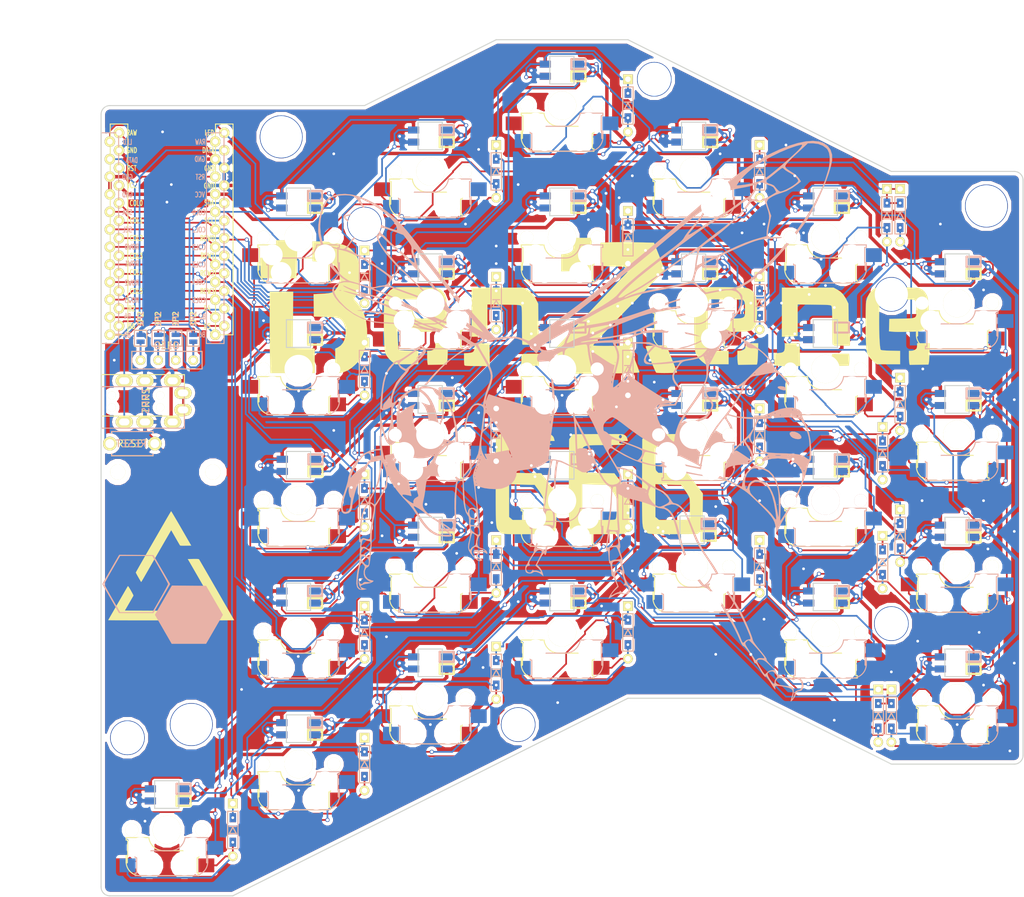
<source format=kicad_pcb>
(kicad_pcb (version 20171130) (host pcbnew 5.0.2-bee76a0~70~ubuntu18.04.1)
  (layers (0 F.Cu signal) (31 B.Cu signal) (34 B.Paste user hide) (35 F.Paste user hide) (36 B.SilkS user) (37 F.SilkS user) (38 B.Mask user) (39 F.Mask user) (44 Edge.Cuts user))
  (net 0 "")
  (net 1 row0)
  (net 2 "Net-(D1-Pad2)")
  (net 3 "Net-(D2-Pad2)")
  (net 4 "Net-(D3-Pad2)")
  (net 5 "Net-(D4-Pad2)")
  (net 6 "Net-(D5-Pad2)")
  (net 7 "Net-(D6-Pad2)")
  (net 8 "Net-(D7-Pad2)")
  (net 9 row1)
  (net 10 "Net-(D8-Pad2)")
  (net 11 "Net-(D9-Pad2)")
  (net 12 "Net-(D10-Pad2)")
  (net 13 "Net-(D11-Pad2)")
  (net 14 "Net-(D12-Pad2)")
  (net 15 row2)
  (net 16 "Net-(D13-Pad2)")
  (net 17 "Net-(D14-Pad2)")
  (net 18 "Net-(D15-Pad2)")
  (net 19 "Net-(D16-Pad2)")
  (net 20 "Net-(D17-Pad2)")
  (net 21 "Net-(D18-Pad2)")
  (net 22 row3)
  (net 23 "Net-(D19-Pad2)")
  (net 24 "Net-(D20-Pad2)")
  (net 25 "Net-(D21-Pad2)")
  (net 26 "Net-(D22-Pad2)")
  (net 27 "Net-(D23-Pad2)")
  (net 28 "Net-(D24-Pad2)")
  (net 29 "Net-(D25-Pad2)")
  (net 30 row4)
  (net 31 "Net-(D26-Pad2)")
  (net 32 "Net-(D27-Pad2)")
  (net 33 "Net-(D28-Pad2)")
  (net 34 VCC)
  (net 35 "Net-(J1-PadA)")
  (net 36 DATA)
  (net 37 GND)
  (net 38 "Net-(J2-Pad2)")
  (net 39 "Net-(J4-Pad2)")
  (net 40 "Net-(J5-Pad2)")
  (net 41 "Net-(J10-Pad2)")
  (net 42 "Net-(L1-Pad1)")
  (net 43 LED)
  (net 44 "Net-(L2-Pad1)")
  (net 45 "Net-(L3-Pad1)")
  (net 46 "Net-(L3-Pad3)")
  (net 47 "Net-(L4-Pad1)")
  (net 48 "Net-(L10-Pad1)")
  (net 49 "Net-(L5-Pad1)")
  (net 50 "Net-(L11-Pad3)")
  (net 51 "Net-(L13-Pad3)")
  (net 52 "Net-(L13-Pad1)")
  (net 53 "Net-(L14-Pad3)")
  (net 54 "Net-(L10-Pad3)")
  (net 55 "Net-(L11-Pad1)")
  (net 56 "Net-(L12-Pad1)")
  (net 57 "Net-(L12-Pad3)")
  (net 58 "Net-(L14-Pad1)")
  (net 59 "Net-(L15-Pad3)")
  (net 60 "Net-(L16-Pad1)")
  (net 61 "Net-(L17-Pad3)")
  (net 62 "Net-(L18-Pad1)")
  (net 63 "Net-(L19-Pad1)")
  (net 64 "Net-(L21-Pad1)")
  (net 65 "Net-(L23-Pad1)")
  (net 66 "Net-(L24-Pad1)")
  (net 67 RST)
  (net 68 col0)
  (net 69 col1)
  (net 70 col2)
  (net 71 col3)
  (net 72 col4)
  (net 73 col5)
  (net 74 "Net-(U1-Pad24)")
  (net 75 "Net-(U1-Pad14)")
  (net 76 "Net-(U1-Pad13)")
  (net 77 "Net-(U1-Pad12)")
  (net 78 SDA)
  (net 79 SCL)
  (net 80 "Net-(L25-Pad3)")
  (net 81 "Net-(L25-Pad1)")
  (net 82 "Net-(L26-Pad3)")
  (net 83 "Net-(L27-Pad3)")
  (module benzene:hxafillsilk (layer B.Cu) (at 88.9 102.22992)
    (fp_text reference G*** hide)
    (fp_text value LOGO hide)
  )
  (module benzene:hxafillmask (layer B.Cu) (at 88.9 93.33992)
    (fp_text reference G*** hide)
    (fp_text value LOGO hide)
  )
  (module benzene:hxaoutline (layer B.Cu) (at 81.28 97.78492)
    (fp_text reference G*** hide)
    (fp_text value LOGO hide)
  )
  (module benzene:CherryMX_Hotswap_outline (layer F.Cu) (at 161.925 76.19492 180)
    (fp_text reference SW16 hide)
    (fp_text value SW_PUSH hide)
    (pad 1 smd rect (at -7 -2.58) (size 2.3 2) (layers B.Cu B.Paste B.Mask) (net 71 col3))
    (pad 1 smd rect (at 7 -2.58) (size 2.3 2) (layers F.Cu F.Paste F.Mask) (net 71 col3))
    (pad 2 smd rect (at -5.7 -5.12) (size 2.3 2) (layers F.Cu F.Paste F.Mask) (net 19 "Net-(D16-Pad2)"))
    (pad "" np_thru_hole circle (at -3.81 -2.54) (size 3 3) (drill 3) (layers *.Cu *.Mask))
    (pad "" np_thru_hole circle (at -2.54 -5.08) (size 3 3) (drill 3) (layers *.Cu *.Mask))
    (pad "" np_thru_hole circle (at 3.81 -2.540001) (size 3 3) (drill 3) (layers *.Cu *.Mask))
    (pad "" np_thru_hole circle (at 2.54 -5.08) (size 3 3) (drill 3) (layers *.Cu *.Mask))
    (pad "" np_thru_hole circle (at 0 0 270) (size 4.1 4.1) (drill 4.1) (layers *.Cu *.Mask F.SilkS))
    (pad "" np_thru_hole circle (at 5.08 0 180) (size 1.9 1.9) (drill 1.9) (layers *.Cu *.Mask F.SilkS))
    (pad "" np_thru_hole circle (at -5.08 0 180) (size 1.9 1.9) (drill 1.9) (layers *.Cu *.Mask F.SilkS))
    (pad 2 smd rect (at 5.7 -5.12) (size 2.3 2) (layers B.Cu B.Paste B.Mask) (net 19 "Net-(D16-Pad2)"))
  )
  (module benzene:CherryMX_Hotswap_outline (layer F.Cu) (at 142.875 66.675 180)
    (fp_text reference SW15 hide)
    (fp_text value SW_PUSH hide)
    (pad 1 smd rect (at -7 -2.58) (size 2.3 2) (layers B.Cu B.Paste B.Mask) (net 70 col2))
    (pad 1 smd rect (at 7 -2.58) (size 2.3 2) (layers F.Cu F.Paste F.Mask) (net 70 col2))
    (pad 2 smd rect (at -5.7 -5.12) (size 2.3 2) (layers F.Cu F.Paste F.Mask) (net 18 "Net-(D15-Pad2)"))
    (pad "" np_thru_hole circle (at -3.81 -2.54) (size 3 3) (drill 3) (layers *.Cu *.Mask))
    (pad "" np_thru_hole circle (at -2.54 -5.08) (size 3 3) (drill 3) (layers *.Cu *.Mask))
    (pad "" np_thru_hole circle (at 3.81 -2.540001) (size 3 3) (drill 3) (layers *.Cu *.Mask))
    (pad "" np_thru_hole circle (at 2.54 -5.08) (size 3 3) (drill 3) (layers *.Cu *.Mask))
    (pad "" np_thru_hole circle (at 0 0 270) (size 4.1 4.1) (drill 4.1) (layers *.Cu *.Mask F.SilkS))
    (pad "" np_thru_hole circle (at 5.08 0 180) (size 1.9 1.9) (drill 1.9) (layers *.Cu *.Mask F.SilkS))
    (pad "" np_thru_hole circle (at -5.08 0 180) (size 1.9 1.9) (drill 1.9) (layers *.Cu *.Mask F.SilkS))
    (pad 2 smd rect (at 5.7 -5.12) (size 2.3 2) (layers B.Cu B.Paste B.Mask) (net 18 "Net-(D15-Pad2)"))
  )
  (module kbd:HOLE (layer F.Cu) (at 136.525 118.11)
    (fp_text reference Ref4)
    (fp_text value Val**)
    (pad "" np_thru_hole circle (at 0 0) (size 5 5) (drill 4.8) (layers *.Cu *.Mask))
  )
  (module benzene:CherryMX_Hotswap_outline (layer F.Cu) (at 142.875 47.625 180)
    (fp_text reference SW9 hide)
    (fp_text value SW_PUSH hide)
    (pad 1 smd rect (at -7 -2.58) (size 2.3 2) (layers B.Cu B.Paste B.Mask) (net 70 col2))
    (pad 1 smd rect (at 7 -2.58) (size 2.3 2) (layers F.Cu F.Paste F.Mask) (net 70 col2))
    (pad 2 smd rect (at -5.7 -5.12) (size 2.3 2) (layers F.Cu F.Paste F.Mask) (net 11 "Net-(D9-Pad2)"))
    (pad "" np_thru_hole circle (at -3.81 -2.54) (size 3 3) (drill 3) (layers *.Cu *.Mask))
    (pad "" np_thru_hole circle (at -2.54 -5.08) (size 3 3) (drill 3) (layers *.Cu *.Mask))
    (pad "" np_thru_hole circle (at 3.81 -2.540001) (size 3 3) (drill 3) (layers *.Cu *.Mask))
    (pad "" np_thru_hole circle (at 2.54 -5.08) (size 3 3) (drill 3) (layers *.Cu *.Mask))
    (pad "" np_thru_hole circle (at 0 0 270) (size 4.1 4.1) (drill 4.1) (layers *.Cu *.Mask F.SilkS))
    (pad "" np_thru_hole circle (at 5.08 0 180) (size 1.9 1.9) (drill 1.9) (layers *.Cu *.Mask F.SilkS))
    (pad "" np_thru_hole circle (at -5.08 0 180) (size 1.9 1.9) (drill 1.9) (layers *.Cu *.Mask F.SilkS))
    (pad 2 smd rect (at 5.7 -5.12) (size 2.3 2) (layers B.Cu B.Paste B.Mask) (net 11 "Net-(D9-Pad2)"))
  )
  (module kbd:SK6812MINI_rev (layer B.Cu) (at 142.842 99.66)
    (fp_text reference L28 hide)
    (fp_text value SK6812MINI hide)
    (pad 2 smd rect (at -2.4 -0.875) (size 1.6 1) (layers F.Cu F.Paste F.Mask) (net 37 GND))
    (pad 1 smd rect (at -2.4 0.875) (size 1.6 1) (layers F.Cu F.Paste F.Mask) (net 83 "Net-(L27-Pad3)"))
    (pad 4 smd rect (at 2.4 0.875) (size 1.6 1) (layers F.Cu F.Paste F.Mask) (net 34 VCC))
    (pad 3 smd rect (at 2.4 -0.875) (size 1.6 1) (layers F.Cu F.Paste F.Mask) (net 66 "Net-(L24-Pad1)"))
    (pad 2 smd rect (at -2.4 0.875) (size 1.6 1) (layers B.Cu B.Paste B.Mask) (net 37 GND))
    (pad 1 smd rect (at -2.4 -0.875) (size 1.6 1) (layers B.Cu B.Paste B.Mask) (net 83 "Net-(L27-Pad3)"))
    (pad 3 smd rect (at 2.4 0.875) (size 1.6 1) (layers B.Cu B.Paste B.Mask) (net 66 "Net-(L24-Pad1)"))
    (pad 4 smd rect (at 2.4 -0.875) (size 1.6 1) (layers B.Cu B.Paste B.Mask) (net 34 VCC))
  )
  (module kbd:HOLE (layer F.Cu) (at 204.25 43.1)
    (fp_text reference Ref7)
    (fp_text value Val**)
    (pad "" np_thru_hole circle (at 0 0) (size 6.2 6.2) (drill 6) (layers *.Cu *.Mask))
  )
  (module kbd:HOLE (layer F.Cu) (at 102.25 33.1)
    (fp_text reference Ref6)
    (fp_text value Val**)
    (pad "" np_thru_hole circle (at 0 0) (size 6.2 6.2) (drill 6) (layers *.Cu *.Mask))
  )
  (module kbd:HOLE (layer F.Cu) (at 89.25 118.1)
    (fp_text reference Ref8)
    (fp_text value Val**)
    (pad "" np_thru_hole circle (at 0 0) (size 6.2 6.2) (drill 6) (layers *.Cu *.Mask))
  )
  (module benzene:CherryMX_Hotswap_outline (layer F.Cu) (at 180.975 66.675 180)
    (fp_text reference SW11 hide)
    (fp_text value SW_PUSH hide)
    (pad 1 smd rect (at -7 -2.58) (size 2.3 2) (layers B.Cu B.Paste B.Mask) (net 72 col4))
    (pad 1 smd rect (at 7 -2.58) (size 2.3 2) (layers F.Cu F.Paste F.Mask) (net 72 col4))
    (pad 2 smd rect (at -5.7 -5.12) (size 2.3 2) (layers F.Cu F.Paste F.Mask) (net 13 "Net-(D11-Pad2)"))
    (pad "" np_thru_hole circle (at -3.81 -2.54) (size 3 3) (drill 3) (layers *.Cu *.Mask))
    (pad "" np_thru_hole circle (at -2.54 -5.08) (size 3 3) (drill 3) (layers *.Cu *.Mask))
    (pad "" np_thru_hole circle (at 3.81 -2.540001) (size 3 3) (drill 3) (layers *.Cu *.Mask))
    (pad "" np_thru_hole circle (at 2.54 -5.08) (size 3 3) (drill 3) (layers *.Cu *.Mask))
    (pad "" np_thru_hole circle (at 0 0 270) (size 4.1 4.1) (drill 4.1) (layers *.Cu *.Mask F.SilkS))
    (pad "" np_thru_hole circle (at 5.08 0 180) (size 1.9 1.9) (drill 1.9) (layers *.Cu *.Mask F.SilkS))
    (pad "" np_thru_hole circle (at -5.08 0 180) (size 1.9 1.9) (drill 1.9) (layers *.Cu *.Mask F.SilkS))
    (pad 2 smd rect (at 5.7 -5.12) (size 2.3 2) (layers B.Cu B.Paste B.Mask) (net 13 "Net-(D11-Pad2)"))
  )
  (module benzene:CherryMX_Hotswap_outline (layer F.Cu) (at 142.875 104.775 180)
    (fp_text reference SW28 hide)
    (fp_text value SW_PUSH hide)
    (pad 1 smd rect (at -7 -2.58) (size 2.3 2) (layers B.Cu B.Paste B.Mask) (net 71 col3))
    (pad 1 smd rect (at 7 -2.58) (size 2.3 2) (layers F.Cu F.Paste F.Mask) (net 71 col3))
    (pad 2 smd rect (at -5.7 -5.12) (size 2.3 2) (layers F.Cu F.Paste F.Mask) (net 33 "Net-(D28-Pad2)"))
    (pad "" np_thru_hole circle (at -3.81 -2.54) (size 3 3) (drill 3) (layers *.Cu *.Mask))
    (pad "" np_thru_hole circle (at -2.54 -5.08) (size 3 3) (drill 3) (layers *.Cu *.Mask))
    (pad "" np_thru_hole circle (at 3.81 -2.540001) (size 3 3) (drill 3) (layers *.Cu *.Mask))
    (pad "" np_thru_hole circle (at 2.54 -5.08) (size 3 3) (drill 3) (layers *.Cu *.Mask))
    (pad "" np_thru_hole circle (at 0 0 270) (size 4.1 4.1) (drill 4.1) (layers *.Cu *.Mask F.SilkS))
    (pad "" np_thru_hole circle (at 5.08 0 180) (size 1.9 1.9) (drill 1.9) (layers *.Cu *.Mask F.SilkS))
    (pad "" np_thru_hole circle (at -5.08 0 180) (size 1.9 1.9) (drill 1.9) (layers *.Cu *.Mask F.SilkS))
    (pad 2 smd rect (at 5.7 -5.12) (size 2.3 2) (layers B.Cu B.Paste B.Mask) (net 33 "Net-(D28-Pad2)"))
  )
  (module benzene:CherryMX_Hotswap_outline (layer B.Cu) (at 180.975 85.71992)
    (fp_text reference SW17 hide)
    (fp_text value SW_PUSH hide)
    (pad 1 smd rect (at -7 2.58 180) (size 2.3 2) (layers F.Cu F.Paste F.Mask) (net 72 col4))
    (pad 1 smd rect (at 7 2.58 180) (size 2.3 2) (layers B.Cu B.Paste B.Mask) (net 72 col4))
    (pad 2 smd rect (at -5.7 5.12 180) (size 2.3 2) (layers B.Cu B.Paste B.Mask) (net 20 "Net-(D17-Pad2)"))
    (pad "" np_thru_hole circle (at -3.81 2.54 180) (size 3 3) (drill 3) (layers *.Cu *.Mask))
    (pad "" np_thru_hole circle (at -2.54 5.08 180) (size 3 3) (drill 3) (layers *.Cu *.Mask))
    (pad "" np_thru_hole circle (at 3.81 2.540001 180) (size 3 3) (drill 3) (layers *.Cu *.Mask))
    (pad "" np_thru_hole circle (at 2.54 5.08 180) (size 3 3) (drill 3) (layers *.Cu *.Mask))
    (pad "" np_thru_hole circle (at 0 0 270) (size 4.1 4.1) (drill 4.1) (layers *.Cu *.Mask B.SilkS))
    (pad "" np_thru_hole circle (at 5.08 0) (size 1.9 1.9) (drill 1.9) (layers *.Cu *.Mask B.SilkS))
    (pad "" np_thru_hole circle (at -5.08 0) (size 1.9 1.9) (drill 1.9) (layers *.Cu *.Mask B.SilkS))
    (pad 2 smd rect (at 5.7 5.12 180) (size 2.3 2) (layers F.Cu F.Paste F.Mask) (net 20 "Net-(D17-Pad2)"))
  )
  (module benzene:CherryMX_Hotswap_outline (layer F.Cu) (at 180.975 47.625 180)
    (fp_text reference SW5 hide)
    (fp_text value SW_PUSH hide)
    (pad 1 smd rect (at -7 -2.58) (size 2.3 2) (layers B.Cu B.Paste B.Mask) (net 72 col4))
    (pad 1 smd rect (at 7 -2.58) (size 2.3 2) (layers F.Cu F.Paste F.Mask) (net 72 col4))
    (pad 2 smd rect (at -5.7 -5.12) (size 2.3 2) (layers F.Cu F.Paste F.Mask) (net 6 "Net-(D5-Pad2)"))
    (pad "" np_thru_hole circle (at -3.81 -2.54) (size 3 3) (drill 3) (layers *.Cu *.Mask))
    (pad "" np_thru_hole circle (at -2.54 -5.08) (size 3 3) (drill 3) (layers *.Cu *.Mask))
    (pad "" np_thru_hole circle (at 3.81 -2.540001) (size 3 3) (drill 3) (layers *.Cu *.Mask))
    (pad "" np_thru_hole circle (at 2.54 -5.08) (size 3 3) (drill 3) (layers *.Cu *.Mask))
    (pad "" np_thru_hole circle (at 0 0 270) (size 4.1 4.1) (drill 4.1) (layers *.Cu *.Mask F.SilkS))
    (pad "" np_thru_hole circle (at 5.08 0 180) (size 1.9 1.9) (drill 1.9) (layers *.Cu *.Mask F.SilkS))
    (pad "" np_thru_hole circle (at -5.08 0 180) (size 1.9 1.9) (drill 1.9) (layers *.Cu *.Mask F.SilkS))
    (pad 2 smd rect (at 5.7 -5.12) (size 2.3 2) (layers B.Cu B.Paste B.Mask) (net 6 "Net-(D5-Pad2)"))
  )
  (module benzene:CherryMX_Hotswap_outline (layer F.Cu) (at 161.925 38.1 180)
    (fp_text reference SW4 hide)
    (fp_text value SW_PUSH hide)
    (pad 1 smd rect (at -7 -2.58) (size 2.3 2) (layers B.Cu B.Paste B.Mask) (net 71 col3))
    (pad 1 smd rect (at 7 -2.58) (size 2.3 2) (layers F.Cu F.Paste F.Mask) (net 71 col3))
    (pad 2 smd rect (at -5.7 -5.12) (size 2.3 2) (layers F.Cu F.Paste F.Mask) (net 5 "Net-(D4-Pad2)"))
    (pad "" np_thru_hole circle (at -3.81 -2.54) (size 3 3) (drill 3) (layers *.Cu *.Mask))
    (pad "" np_thru_hole circle (at -2.54 -5.08) (size 3 3) (drill 3) (layers *.Cu *.Mask))
    (pad "" np_thru_hole circle (at 3.81 -2.540001) (size 3 3) (drill 3) (layers *.Cu *.Mask))
    (pad "" np_thru_hole circle (at 2.54 -5.08) (size 3 3) (drill 3) (layers *.Cu *.Mask))
    (pad "" np_thru_hole circle (at 0 0 270) (size 4.1 4.1) (drill 4.1) (layers *.Cu *.Mask F.SilkS))
    (pad "" np_thru_hole circle (at 5.08 0 180) (size 1.9 1.9) (drill 1.9) (layers *.Cu *.Mask F.SilkS))
    (pad "" np_thru_hole circle (at -5.08 0 180) (size 1.9 1.9) (drill 1.9) (layers *.Cu *.Mask F.SilkS))
    (pad 2 smd rect (at 5.7 -5.12) (size 2.3 2) (layers B.Cu B.Paste B.Mask) (net 5 "Net-(D4-Pad2)"))
  )
  (module benzene:CherryMX_Hotswap_outline (layer F.Cu) (at 180.975 104.77 180)
    (fp_text reference SW23 hide)
    (fp_text value SW_PUSH hide)
    (pad 1 smd rect (at -7 -2.58) (size 2.3 2) (layers B.Cu B.Paste B.Mask) (net 72 col4))
    (pad 1 smd rect (at 7 -2.58) (size 2.3 2) (layers F.Cu F.Paste F.Mask) (net 72 col4))
    (pad 2 smd rect (at -5.7 -5.12) (size 2.3 2) (layers F.Cu F.Paste F.Mask) (net 27 "Net-(D23-Pad2)"))
    (pad "" np_thru_hole circle (at -3.81 -2.54) (size 3 3) (drill 3) (layers *.Cu *.Mask))
    (pad "" np_thru_hole circle (at -2.54 -5.08) (size 3 3) (drill 3) (layers *.Cu *.Mask))
    (pad "" np_thru_hole circle (at 3.81 -2.540001) (size 3 3) (drill 3) (layers *.Cu *.Mask))
    (pad "" np_thru_hole circle (at 2.54 -5.08) (size 3 3) (drill 3) (layers *.Cu *.Mask))
    (pad "" np_thru_hole circle (at 0 0 270) (size 4.1 4.1) (drill 4.1) (layers *.Cu *.Mask F.SilkS))
    (pad "" np_thru_hole circle (at 5.08 0 180) (size 1.9 1.9) (drill 1.9) (layers *.Cu *.Mask F.SilkS))
    (pad "" np_thru_hole circle (at -5.08 0 180) (size 1.9 1.9) (drill 1.9) (layers *.Cu *.Mask F.SilkS))
    (pad 2 smd rect (at 5.7 -5.12) (size 2.3 2) (layers B.Cu B.Paste B.Mask) (net 27 "Net-(D23-Pad2)"))
  )
  (module benzene:CherryMX_Hotswap_outline (layer F.Cu) (at 123.825 38.1 180)
    (fp_text reference SW2 hide)
    (fp_text value SW_PUSH hide)
    (pad 1 smd rect (at -7 -2.58) (size 2.3 2) (layers B.Cu B.Paste B.Mask) (net 69 col1))
    (pad 1 smd rect (at 7 -2.58) (size 2.3 2) (layers F.Cu F.Paste F.Mask) (net 69 col1))
    (pad 2 smd rect (at -5.7 -5.12) (size 2.3 2) (layers F.Cu F.Paste F.Mask) (net 3 "Net-(D2-Pad2)"))
    (pad "" np_thru_hole circle (at -3.81 -2.54) (size 3 3) (drill 3) (layers *.Cu *.Mask))
    (pad "" np_thru_hole circle (at -2.54 -5.08) (size 3 3) (drill 3) (layers *.Cu *.Mask))
    (pad "" np_thru_hole circle (at 3.81 -2.540001) (size 3 3) (drill 3) (layers *.Cu *.Mask))
    (pad "" np_thru_hole circle (at 2.54 -5.08) (size 3 3) (drill 3) (layers *.Cu *.Mask))
    (pad "" np_thru_hole circle (at 0 0 270) (size 4.1 4.1) (drill 4.1) (layers *.Cu *.Mask F.SilkS))
    (pad "" np_thru_hole circle (at 5.08 0 180) (size 1.9 1.9) (drill 1.9) (layers *.Cu *.Mask F.SilkS))
    (pad "" np_thru_hole circle (at -5.08 0 180) (size 1.9 1.9) (drill 1.9) (layers *.Cu *.Mask F.SilkS))
    (pad 2 smd rect (at 5.7 -5.12) (size 2.3 2) (layers B.Cu B.Paste B.Mask) (net 3 "Net-(D2-Pad2)"))
  )
  (module benzene:CherryMX_Hotswap_outline (layer F.Cu) (at 104.775 47.625 180)
    (fp_text reference SW1 hide)
    (fp_text value SW_PUSH hide)
    (pad 1 smd rect (at -7 -2.58) (size 2.3 2) (layers B.Cu B.Paste B.Mask) (net 68 col0))
    (pad 1 smd rect (at 7 -2.58) (size 2.3 2) (layers F.Cu F.Paste F.Mask) (net 68 col0))
    (pad 2 smd rect (at -5.7 -5.12) (size 2.3 2) (layers F.Cu F.Paste F.Mask) (net 2 "Net-(D1-Pad2)"))
    (pad "" np_thru_hole circle (at -3.81 -2.54) (size 3 3) (drill 3) (layers *.Cu *.Mask))
    (pad "" np_thru_hole circle (at -2.54 -5.08) (size 3 3) (drill 3) (layers *.Cu *.Mask))
    (pad "" np_thru_hole circle (at 3.81 -2.540001) (size 3 3) (drill 3) (layers *.Cu *.Mask))
    (pad "" np_thru_hole circle (at 2.54 -5.08) (size 3 3) (drill 3) (layers *.Cu *.Mask))
    (pad "" np_thru_hole circle (at 0 0 270) (size 4.1 4.1) (drill 4.1) (layers *.Cu *.Mask F.SilkS))
    (pad "" np_thru_hole circle (at 5.08 0 180) (size 1.9 1.9) (drill 1.9) (layers *.Cu *.Mask F.SilkS))
    (pad "" np_thru_hole circle (at -5.08 0 180) (size 1.9 1.9) (drill 1.9) (layers *.Cu *.Mask F.SilkS))
    (pad 2 smd rect (at 5.7 -5.12) (size 2.3 2) (layers B.Cu B.Paste B.Mask) (net 2 "Net-(D1-Pad2)"))
  )
  (module benzene:CherryMX_Hotswap_outline (layer F.Cu) (at 142.875 28.575 180)
    (fp_text reference SW3 hide)
    (fp_text value SW_PUSH hide)
    (pad 1 smd rect (at -7 -2.58) (size 2.3 2) (layers B.Cu B.Paste B.Mask) (net 70 col2))
    (pad 1 smd rect (at 7 -2.58) (size 2.3 2) (layers F.Cu F.Paste F.Mask) (net 70 col2))
    (pad 2 smd rect (at -5.7 -5.12) (size 2.3 2) (layers F.Cu F.Paste F.Mask) (net 4 "Net-(D3-Pad2)"))
    (pad "" np_thru_hole circle (at -3.81 -2.54) (size 3 3) (drill 3) (layers *.Cu *.Mask))
    (pad "" np_thru_hole circle (at -2.54 -5.08) (size 3 3) (drill 3) (layers *.Cu *.Mask))
    (pad "" np_thru_hole circle (at 3.81 -2.540001) (size 3 3) (drill 3) (layers *.Cu *.Mask))
    (pad "" np_thru_hole circle (at 2.54 -5.08) (size 3 3) (drill 3) (layers *.Cu *.Mask))
    (pad "" np_thru_hole circle (at 0 0 270) (size 4.1 4.1) (drill 4.1) (layers *.Cu *.Mask F.SilkS))
    (pad "" np_thru_hole circle (at 5.08 0 180) (size 1.9 1.9) (drill 1.9) (layers *.Cu *.Mask F.SilkS))
    (pad "" np_thru_hole circle (at -5.08 0 180) (size 1.9 1.9) (drill 1.9) (layers *.Cu *.Mask F.SilkS))
    (pad 2 smd rect (at 5.7 -5.12) (size 2.3 2) (layers B.Cu B.Paste B.Mask) (net 4 "Net-(D3-Pad2)"))
  )
  (module benzene:CherryMX_Hotswap_outline (layer F.Cu) (at 200.025 57.15 180)
    (fp_text reference SW6 hide)
    (fp_text value SW_PUSH hide)
    (pad 2 smd rect (at 5.7 -5.12) (size 2.3 2) (layers B.Cu B.Paste B.Mask) (net 7 "Net-(D6-Pad2)"))
    (pad "" np_thru_hole circle (at -5.08 0 180) (size 1.9 1.9) (drill 1.9) (layers *.Cu *.Mask F.SilkS))
    (pad "" np_thru_hole circle (at 5.08 0 180) (size 1.9 1.9) (drill 1.9) (layers *.Cu *.Mask F.SilkS))
    (pad "" np_thru_hole circle (at 0 0 270) (size 4.1 4.1) (drill 4.1) (layers *.Cu *.Mask F.SilkS))
    (pad "" np_thru_hole circle (at 2.54 -5.08) (size 3 3) (drill 3) (layers *.Cu *.Mask))
    (pad "" np_thru_hole circle (at 3.81 -2.540001) (size 3 3) (drill 3) (layers *.Cu *.Mask))
    (pad "" np_thru_hole circle (at -2.54 -5.08) (size 3 3) (drill 3) (layers *.Cu *.Mask))
    (pad "" np_thru_hole circle (at -3.81 -2.54) (size 3 3) (drill 3) (layers *.Cu *.Mask))
    (pad 2 smd rect (at -5.7 -5.12) (size 2.3 2) (layers F.Cu F.Paste F.Mask) (net 7 "Net-(D6-Pad2)"))
    (pad 1 smd rect (at 7 -2.58) (size 2.3 2) (layers F.Cu F.Paste F.Mask) (net 73 col5))
    (pad 1 smd rect (at -7 -2.58) (size 2.3 2) (layers B.Cu B.Paste B.Mask) (net 73 col5))
  )
  (module benzene:CherryMX_Hotswap_outline (layer F.Cu) (at 104.775 66.675 180)
    (fp_text reference SW7 hide)
    (fp_text value SW_PUSH hide)
    (pad 1 smd rect (at -7 -2.58) (size 2.3 2) (layers B.Cu B.Paste B.Mask) (net 68 col0))
    (pad 1 smd rect (at 7 -2.58) (size 2.3 2) (layers F.Cu F.Paste F.Mask) (net 68 col0))
    (pad 2 smd rect (at -5.7 -5.12) (size 2.3 2) (layers F.Cu F.Paste F.Mask) (net 8 "Net-(D7-Pad2)"))
    (pad "" np_thru_hole circle (at -3.81 -2.54) (size 3 3) (drill 3) (layers *.Cu *.Mask))
    (pad "" np_thru_hole circle (at -2.54 -5.08) (size 3 3) (drill 3) (layers *.Cu *.Mask))
    (pad "" np_thru_hole circle (at 3.81 -2.540001) (size 3 3) (drill 3) (layers *.Cu *.Mask))
    (pad "" np_thru_hole circle (at 2.54 -5.08) (size 3 3) (drill 3) (layers *.Cu *.Mask))
    (pad "" np_thru_hole circle (at 0 0 270) (size 4.1 4.1) (drill 4.1) (layers *.Cu *.Mask F.SilkS))
    (pad "" np_thru_hole circle (at 5.08 0 180) (size 1.9 1.9) (drill 1.9) (layers *.Cu *.Mask F.SilkS))
    (pad "" np_thru_hole circle (at -5.08 0 180) (size 1.9 1.9) (drill 1.9) (layers *.Cu *.Mask F.SilkS))
    (pad 2 smd rect (at 5.7 -5.12) (size 2.3 2) (layers B.Cu B.Paste B.Mask) (net 8 "Net-(D7-Pad2)"))
  )
  (module benzene:CherryMX_Hotswap_outline (layer F.Cu) (at 123.825 57.15 180)
    (fp_text reference SW8 hide)
    (fp_text value SW_PUSH hide)
    (pad 1 smd rect (at -7 -2.58) (size 2.3 2) (layers B.Cu B.Paste B.Mask) (net 69 col1))
    (pad 1 smd rect (at 7 -2.58) (size 2.3 2) (layers F.Cu F.Paste F.Mask) (net 69 col1))
    (pad 2 smd rect (at -5.7 -5.12) (size 2.3 2) (layers F.Cu F.Paste F.Mask) (net 10 "Net-(D8-Pad2)"))
    (pad "" np_thru_hole circle (at -3.81 -2.54) (size 3 3) (drill 3) (layers *.Cu *.Mask))
    (pad "" np_thru_hole circle (at -2.54 -5.08) (size 3 3) (drill 3) (layers *.Cu *.Mask))
    (pad "" np_thru_hole circle (at 3.81 -2.540001) (size 3 3) (drill 3) (layers *.Cu *.Mask))
    (pad "" np_thru_hole circle (at 2.54 -5.08) (size 3 3) (drill 3) (layers *.Cu *.Mask))
    (pad "" np_thru_hole circle (at 0 0 270) (size 4.1 4.1) (drill 4.1) (layers *.Cu *.Mask F.SilkS))
    (pad "" np_thru_hole circle (at 5.08 0 180) (size 1.9 1.9) (drill 1.9) (layers *.Cu *.Mask F.SilkS))
    (pad "" np_thru_hole circle (at -5.08 0 180) (size 1.9 1.9) (drill 1.9) (layers *.Cu *.Mask F.SilkS))
    (pad 2 smd rect (at 5.7 -5.12) (size 2.3 2) (layers B.Cu B.Paste B.Mask) (net 10 "Net-(D8-Pad2)"))
  )
  (module benzene:CherryMX_Hotswap_outline (layer F.Cu) (at 161.925 57.15 180)
    (fp_text reference SW10 hide)
    (fp_text value SW_PUSH hide)
    (pad 1 smd rect (at -7 -2.58) (size 2.3 2) (layers B.Cu B.Paste B.Mask) (net 71 col3))
    (pad 1 smd rect (at 7 -2.58) (size 2.3 2) (layers F.Cu F.Paste F.Mask) (net 71 col3))
    (pad 2 smd rect (at -5.7 -5.12) (size 2.3 2) (layers F.Cu F.Paste F.Mask) (net 12 "Net-(D10-Pad2)"))
    (pad "" np_thru_hole circle (at -3.81 -2.54) (size 3 3) (drill 3) (layers *.Cu *.Mask))
    (pad "" np_thru_hole circle (at -2.54 -5.08) (size 3 3) (drill 3) (layers *.Cu *.Mask))
    (pad "" np_thru_hole circle (at 3.81 -2.540001) (size 3 3) (drill 3) (layers *.Cu *.Mask))
    (pad "" np_thru_hole circle (at 2.54 -5.08) (size 3 3) (drill 3) (layers *.Cu *.Mask))
    (pad "" np_thru_hole circle (at 0 0 270) (size 4.1 4.1) (drill 4.1) (layers *.Cu *.Mask F.SilkS))
    (pad "" np_thru_hole circle (at 5.08 0 180) (size 1.9 1.9) (drill 1.9) (layers *.Cu *.Mask F.SilkS))
    (pad "" np_thru_hole circle (at -5.08 0 180) (size 1.9 1.9) (drill 1.9) (layers *.Cu *.Mask F.SilkS))
    (pad 2 smd rect (at 5.7 -5.12) (size 2.3 2) (layers B.Cu B.Paste B.Mask) (net 12 "Net-(D10-Pad2)"))
  )
  (module benzene:CherryMX_Hotswap_outline (layer F.Cu) (at 200.025 76.165 180)
    (fp_text reference SW12 hide)
    (fp_text value SW_PUSH hide)
    (pad 1 smd rect (at -7 -2.58) (size 2.3 2) (layers B.Cu B.Paste B.Mask) (net 73 col5))
    (pad 1 smd rect (at 7 -2.58) (size 2.3 2) (layers F.Cu F.Paste F.Mask) (net 73 col5))
    (pad 2 smd rect (at -5.7 -5.12) (size 2.3 2) (layers F.Cu F.Paste F.Mask) (net 14 "Net-(D12-Pad2)"))
    (pad "" np_thru_hole circle (at -3.81 -2.54) (size 3 3) (drill 3) (layers *.Cu *.Mask))
    (pad "" np_thru_hole circle (at -2.54 -5.08) (size 3 3) (drill 3) (layers *.Cu *.Mask))
    (pad "" np_thru_hole circle (at 3.81 -2.540001) (size 3 3) (drill 3) (layers *.Cu *.Mask))
    (pad "" np_thru_hole circle (at 2.54 -5.08) (size 3 3) (drill 3) (layers *.Cu *.Mask))
    (pad "" np_thru_hole circle (at 0 0 270) (size 4.1 4.1) (drill 4.1) (layers *.Cu *.Mask F.SilkS))
    (pad "" np_thru_hole circle (at 5.08 0 180) (size 1.9 1.9) (drill 1.9) (layers *.Cu *.Mask F.SilkS))
    (pad "" np_thru_hole circle (at -5.08 0 180) (size 1.9 1.9) (drill 1.9) (layers *.Cu *.Mask F.SilkS))
    (pad 2 smd rect (at 5.7 -5.12) (size 2.3 2) (layers B.Cu B.Paste B.Mask) (net 14 "Net-(D12-Pad2)"))
  )
  (module benzene:CherryMX_Hotswap_outline (layer F.Cu) (at 104.775 85.725 180)
    (fp_text reference SW13 hide)
    (fp_text value SW_PUSH hide)
    (pad 1 smd rect (at -7 -2.58) (size 2.3 2) (layers B.Cu B.Paste B.Mask) (net 68 col0))
    (pad 1 smd rect (at 7 -2.58) (size 2.3 2) (layers F.Cu F.Paste F.Mask) (net 68 col0))
    (pad 2 smd rect (at -5.7 -5.12) (size 2.3 2) (layers F.Cu F.Paste F.Mask) (net 16 "Net-(D13-Pad2)"))
    (pad "" np_thru_hole circle (at -3.81 -2.54) (size 3 3) (drill 3) (layers *.Cu *.Mask))
    (pad "" np_thru_hole circle (at -2.54 -5.08) (size 3 3) (drill 3) (layers *.Cu *.Mask))
    (pad "" np_thru_hole circle (at 3.81 -2.540001) (size 3 3) (drill 3) (layers *.Cu *.Mask))
    (pad "" np_thru_hole circle (at 2.54 -5.08) (size 3 3) (drill 3) (layers *.Cu *.Mask))
    (pad "" np_thru_hole circle (at 0 0 270) (size 4.1 4.1) (drill 4.1) (layers *.Cu *.Mask F.SilkS))
    (pad "" np_thru_hole circle (at 5.08 0 180) (size 1.9 1.9) (drill 1.9) (layers *.Cu *.Mask F.SilkS))
    (pad "" np_thru_hole circle (at -5.08 0 180) (size 1.9 1.9) (drill 1.9) (layers *.Cu *.Mask F.SilkS))
    (pad 2 smd rect (at 5.7 -5.12) (size 2.3 2) (layers B.Cu B.Paste B.Mask) (net 16 "Net-(D13-Pad2)"))
  )
  (module benzene:CherryMX_Hotswap_outline (layer F.Cu) (at 123.825 76.2 180)
    (fp_text reference SW14 hide)
    (fp_text value SW_PUSH hide)
    (pad 1 smd rect (at -7 -2.58) (size 2.3 2) (layers B.Cu B.Paste B.Mask) (net 69 col1))
    (pad 1 smd rect (at 7 -2.58) (size 2.3 2) (layers F.Cu F.Paste F.Mask) (net 69 col1))
    (pad 2 smd rect (at -5.7 -5.12) (size 2.3 2) (layers F.Cu F.Paste F.Mask) (net 17 "Net-(D14-Pad2)"))
    (pad "" np_thru_hole circle (at -3.81 -2.54) (size 3 3) (drill 3) (layers *.Cu *.Mask))
    (pad "" np_thru_hole circle (at -2.54 -5.08) (size 3 3) (drill 3) (layers *.Cu *.Mask))
    (pad "" np_thru_hole circle (at 3.81 -2.540001) (size 3 3) (drill 3) (layers *.Cu *.Mask))
    (pad "" np_thru_hole circle (at 2.54 -5.08) (size 3 3) (drill 3) (layers *.Cu *.Mask))
    (pad "" np_thru_hole circle (at 0 0 270) (size 4.1 4.1) (drill 4.1) (layers *.Cu *.Mask F.SilkS))
    (pad "" np_thru_hole circle (at 5.08 0 180) (size 1.9 1.9) (drill 1.9) (layers *.Cu *.Mask F.SilkS))
    (pad "" np_thru_hole circle (at -5.08 0 180) (size 1.9 1.9) (drill 1.9) (layers *.Cu *.Mask F.SilkS))
    (pad 2 smd rect (at 5.7 -5.12) (size 2.3 2) (layers B.Cu B.Paste B.Mask) (net 17 "Net-(D14-Pad2)"))
  )
  (module benzene:CherryMX_Hotswap_outline (layer F.Cu) (at 200.025 95.25 180)
    (fp_text reference SW18 hide)
    (fp_text value SW_PUSH hide)
    (pad 1 smd rect (at -7 -2.58) (size 2.3 2) (layers B.Cu B.Paste B.Mask) (net 73 col5))
    (pad 1 smd rect (at 7 -2.58) (size 2.3 2) (layers F.Cu F.Paste F.Mask) (net 73 col5))
    (pad 2 smd rect (at -5.7 -5.12) (size 2.3 2) (layers F.Cu F.Paste F.Mask) (net 21 "Net-(D18-Pad2)"))
    (pad "" np_thru_hole circle (at -3.81 -2.54) (size 3 3) (drill 3) (layers *.Cu *.Mask))
    (pad "" np_thru_hole circle (at -2.54 -5.08) (size 3 3) (drill 3) (layers *.Cu *.Mask))
    (pad "" np_thru_hole circle (at 3.81 -2.540001) (size 3 3) (drill 3) (layers *.Cu *.Mask))
    (pad "" np_thru_hole circle (at 2.54 -5.08) (size 3 3) (drill 3) (layers *.Cu *.Mask))
    (pad "" np_thru_hole circle (at 0 0 270) (size 4.1 4.1) (drill 4.1) (layers *.Cu *.Mask F.SilkS))
    (pad "" np_thru_hole circle (at 5.08 0 180) (size 1.9 1.9) (drill 1.9) (layers *.Cu *.Mask F.SilkS))
    (pad "" np_thru_hole circle (at -5.08 0 180) (size 1.9 1.9) (drill 1.9) (layers *.Cu *.Mask F.SilkS))
    (pad 2 smd rect (at 5.7 -5.12) (size 2.3 2) (layers B.Cu B.Paste B.Mask) (net 21 "Net-(D18-Pad2)"))
  )
  (module benzene:CherryMX_Hotswap_outline (layer F.Cu) (at 104.775 104.775 180)
    (fp_text reference SW19 hide)
    (fp_text value SW_PUSH hide)
    (pad 1 smd rect (at -7 -2.58) (size 2.3 2) (layers B.Cu B.Paste B.Mask) (net 68 col0))
    (pad 1 smd rect (at 7 -2.58) (size 2.3 2) (layers F.Cu F.Paste F.Mask) (net 68 col0))
    (pad 2 smd rect (at -5.7 -5.12) (size 2.3 2) (layers F.Cu F.Paste F.Mask) (net 23 "Net-(D19-Pad2)"))
    (pad "" np_thru_hole circle (at -3.81 -2.54) (size 3 3) (drill 3) (layers *.Cu *.Mask))
    (pad "" np_thru_hole circle (at -2.54 -5.08) (size 3 3) (drill 3) (layers *.Cu *.Mask))
    (pad "" np_thru_hole circle (at 3.81 -2.540001) (size 3 3) (drill 3) (layers *.Cu *.Mask))
    (pad "" np_thru_hole circle (at 2.54 -5.08) (size 3 3) (drill 3) (layers *.Cu *.Mask))
    (pad "" np_thru_hole circle (at 0 0 270) (size 4.1 4.1) (drill 4.1) (layers *.Cu *.Mask F.SilkS))
    (pad "" np_thru_hole circle (at 5.08 0 180) (size 1.9 1.9) (drill 1.9) (layers *.Cu *.Mask F.SilkS))
    (pad "" np_thru_hole circle (at -5.08 0 180) (size 1.9 1.9) (drill 1.9) (layers *.Cu *.Mask F.SilkS))
    (pad 2 smd rect (at 5.7 -5.12) (size 2.3 2) (layers B.Cu B.Paste B.Mask) (net 23 "Net-(D19-Pad2)"))
  )
  (module benzene:CherryMX_Hotswap_outline (layer F.Cu) (at 123.825 95.25 180)
    (fp_text reference SW20 hide)
    (fp_text value SW_PUSH hide)
    (pad 1 smd rect (at -7 -2.58) (size 2.3 2) (layers B.Cu B.Paste B.Mask) (net 69 col1))
    (pad 1 smd rect (at 7 -2.58) (size 2.3 2) (layers F.Cu F.Paste F.Mask) (net 69 col1))
    (pad 2 smd rect (at -5.7 -5.12) (size 2.3 2) (layers F.Cu F.Paste F.Mask) (net 24 "Net-(D20-Pad2)"))
    (pad "" np_thru_hole circle (at -3.81 -2.54) (size 3 3) (drill 3) (layers *.Cu *.Mask))
    (pad "" np_thru_hole circle (at -2.54 -5.08) (size 3 3) (drill 3) (layers *.Cu *.Mask))
    (pad "" np_thru_hole circle (at 3.81 -2.540001) (size 3 3) (drill 3) (layers *.Cu *.Mask))
    (pad "" np_thru_hole circle (at 2.54 -5.08) (size 3 3) (drill 3) (layers *.Cu *.Mask))
    (pad "" np_thru_hole circle (at 0 0 270) (size 4.1 4.1) (drill 4.1) (layers *.Cu *.Mask F.SilkS))
    (pad "" np_thru_hole circle (at 5.08 0 180) (size 1.9 1.9) (drill 1.9) (layers *.Cu *.Mask F.SilkS))
    (pad "" np_thru_hole circle (at -5.08 0 180) (size 1.9 1.9) (drill 1.9) (layers *.Cu *.Mask F.SilkS))
    (pad 2 smd rect (at 5.7 -5.12) (size 2.3 2) (layers B.Cu B.Paste B.Mask) (net 24 "Net-(D20-Pad2)"))
  )
  (module benzene:CherryMX_Hotswap_outline (layer F.Cu) (at 142.875 85.725 180)
    (fp_text reference SW21 hide)
    (fp_text value SW_PUSH hide)
    (pad 1 smd rect (at -7 -2.58) (size 2.3 2) (layers B.Cu B.Paste B.Mask) (net 70 col2))
    (pad 1 smd rect (at 7 -2.58) (size 2.3 2) (layers F.Cu F.Paste F.Mask) (net 70 col2))
    (pad 2 smd rect (at -5.7 -5.12) (size 2.3 2) (layers F.Cu F.Paste F.Mask) (net 25 "Net-(D21-Pad2)"))
    (pad "" np_thru_hole circle (at -3.81 -2.54) (size 3 3) (drill 3) (layers *.Cu *.Mask))
    (pad "" np_thru_hole circle (at -2.54 -5.08) (size 3 3) (drill 3) (layers *.Cu *.Mask))
    (pad "" np_thru_hole circle (at 3.81 -2.540001) (size 3 3) (drill 3) (layers *.Cu *.Mask))
    (pad "" np_thru_hole circle (at 2.54 -5.08) (size 3 3) (drill 3) (layers *.Cu *.Mask))
    (pad "" np_thru_hole circle (at 0 0 270) (size 4.1 4.1) (drill 4.1) (layers *.Cu *.Mask F.SilkS))
    (pad "" np_thru_hole circle (at 5.08 0 180) (size 1.9 1.9) (drill 1.9) (layers *.Cu *.Mask F.SilkS))
    (pad "" np_thru_hole circle (at -5.08 0 180) (size 1.9 1.9) (drill 1.9) (layers *.Cu *.Mask F.SilkS))
    (pad 2 smd rect (at 5.7 -5.12) (size 2.3 2) (layers B.Cu B.Paste B.Mask) (net 25 "Net-(D21-Pad2)"))
  )
  (module benzene:CherryMX_Hotswap_outline (layer F.Cu) (at 161.925 95.2449 180)
    (fp_text reference SW22 hide)
    (fp_text value SW_PUSH hide)
    (pad 1 smd rect (at -7 -2.58) (size 2.3 2) (layers B.Cu B.Paste B.Mask) (net 71 col3))
    (pad 1 smd rect (at 7 -2.58) (size 2.3 2) (layers F.Cu F.Paste F.Mask) (net 71 col3))
    (pad 2 smd rect (at -5.7 -5.12) (size 2.3 2) (layers F.Cu F.Paste F.Mask) (net 26 "Net-(D22-Pad2)"))
    (pad "" np_thru_hole circle (at -3.81 -2.54) (size 3 3) (drill 3) (layers *.Cu *.Mask))
    (pad "" np_thru_hole circle (at -2.54 -5.08) (size 3 3) (drill 3) (layers *.Cu *.Mask))
    (pad "" np_thru_hole circle (at 3.81 -2.540001) (size 3 3) (drill 3) (layers *.Cu *.Mask))
    (pad "" np_thru_hole circle (at 2.54 -5.08) (size 3 3) (drill 3) (layers *.Cu *.Mask))
    (pad "" np_thru_hole circle (at 0 0 270) (size 4.1 4.1) (drill 4.1) (layers *.Cu *.Mask F.SilkS))
    (pad "" np_thru_hole circle (at 5.08 0 180) (size 1.9 1.9) (drill 1.9) (layers *.Cu *.Mask F.SilkS))
    (pad "" np_thru_hole circle (at -5.08 0 180) (size 1.9 1.9) (drill 1.9) (layers *.Cu *.Mask F.SilkS))
    (pad 2 smd rect (at 5.7 -5.12) (size 2.3 2) (layers B.Cu B.Paste B.Mask) (net 26 "Net-(D22-Pad2)"))
  )
  (module benzene:CherryMX_Hotswap_outline (layer F.Cu) (at 200.025 114.295 180)
    (fp_text reference SW24 hide)
    (fp_text value SW_PUSH hide)
    (pad 1 smd rect (at -7 -2.58) (size 2.3 2) (layers B.Cu B.Paste B.Mask) (net 73 col5))
    (pad 1 smd rect (at 7 -2.58) (size 2.3 2) (layers F.Cu F.Paste F.Mask) (net 73 col5))
    (pad 2 smd rect (at -5.7 -5.12) (size 2.3 2) (layers F.Cu F.Paste F.Mask) (net 28 "Net-(D24-Pad2)"))
    (pad "" np_thru_hole circle (at -3.81 -2.54) (size 3 3) (drill 3) (layers *.Cu *.Mask))
    (pad "" np_thru_hole circle (at -2.54 -5.08) (size 3 3) (drill 3) (layers *.Cu *.Mask))
    (pad "" np_thru_hole circle (at 3.81 -2.540001) (size 3 3) (drill 3) (layers *.Cu *.Mask))
    (pad "" np_thru_hole circle (at 2.54 -5.08) (size 3 3) (drill 3) (layers *.Cu *.Mask))
    (pad "" np_thru_hole circle (at 0 0 270) (size 4.1 4.1) (drill 4.1) (layers *.Cu *.Mask F.SilkS))
    (pad "" np_thru_hole circle (at 5.08 0 180) (size 1.9 1.9) (drill 1.9) (layers *.Cu *.Mask F.SilkS))
    (pad "" np_thru_hole circle (at -5.08 0 180) (size 1.9 1.9) (drill 1.9) (layers *.Cu *.Mask F.SilkS))
    (pad 2 smd rect (at 5.7 -5.12) (size 2.3 2) (layers B.Cu B.Paste B.Mask) (net 28 "Net-(D24-Pad2)"))
  )
  (module benzene:CherryMX_Hotswap_outline (layer F.Cu) (at 85.725 133.35 180)
    (fp_text reference SW25 hide)
    (fp_text value SW_PUSH hide)
    (pad 1 smd rect (at -7 -2.58) (size 2.3 2) (layers B.Cu B.Paste B.Mask) (net 68 col0))
    (pad 1 smd rect (at 7 -2.58) (size 2.3 2) (layers F.Cu F.Paste F.Mask) (net 68 col0))
    (pad 2 smd rect (at -5.7 -5.12) (size 2.3 2) (layers F.Cu F.Paste F.Mask) (net 29 "Net-(D25-Pad2)"))
    (pad "" np_thru_hole circle (at -3.81 -2.54) (size 3 3) (drill 3) (layers *.Cu *.Mask))
    (pad "" np_thru_hole circle (at -2.54 -5.08) (size 3 3) (drill 3) (layers *.Cu *.Mask))
    (pad "" np_thru_hole circle (at 3.81 -2.540001) (size 3 3) (drill 3) (layers *.Cu *.Mask))
    (pad "" np_thru_hole circle (at 2.54 -5.08) (size 3 3) (drill 3) (layers *.Cu *.Mask))
    (pad "" np_thru_hole circle (at 0 0 270) (size 4.1 4.1) (drill 4.1) (layers *.Cu *.Mask F.SilkS))
    (pad "" np_thru_hole circle (at 5.08 0 180) (size 1.9 1.9) (drill 1.9) (layers *.Cu *.Mask F.SilkS))
    (pad "" np_thru_hole circle (at -5.08 0 180) (size 1.9 1.9) (drill 1.9) (layers *.Cu *.Mask F.SilkS))
    (pad 2 smd rect (at 5.7 -5.12) (size 2.3 2) (layers B.Cu B.Paste B.Mask) (net 29 "Net-(D25-Pad2)"))
  )
  (module benzene:CherryMX_Hotswap_outline (layer F.Cu) (at 104.775 123.825 180)
    (fp_text reference SW26 hide)
    (fp_text value SW_PUSH hide)
    (pad 1 smd rect (at -7 -2.58) (size 2.3 2) (layers B.Cu B.Paste B.Mask) (net 69 col1))
    (pad 1 smd rect (at 7 -2.58) (size 2.3 2) (layers F.Cu F.Paste F.Mask) (net 69 col1))
    (pad 2 smd rect (at -5.7 -5.12) (size 2.3 2) (layers F.Cu F.Paste F.Mask) (net 31 "Net-(D26-Pad2)"))
    (pad "" np_thru_hole circle (at -3.81 -2.54) (size 3 3) (drill 3) (layers *.Cu *.Mask))
    (pad "" np_thru_hole circle (at -2.54 -5.08) (size 3 3) (drill 3) (layers *.Cu *.Mask))
    (pad "" np_thru_hole circle (at 3.81 -2.540001) (size 3 3) (drill 3) (layers *.Cu *.Mask))
    (pad "" np_thru_hole circle (at 2.54 -5.08) (size 3 3) (drill 3) (layers *.Cu *.Mask))
    (pad "" np_thru_hole circle (at 0 0 270) (size 4.1 4.1) (drill 4.1) (layers *.Cu *.Mask F.SilkS))
    (pad "" np_thru_hole circle (at 5.08 0 180) (size 1.9 1.9) (drill 1.9) (layers *.Cu *.Mask F.SilkS))
    (pad "" np_thru_hole circle (at -5.08 0 180) (size 1.9 1.9) (drill 1.9) (layers *.Cu *.Mask F.SilkS))
    (pad 2 smd rect (at 5.7 -5.12) (size 2.3 2) (layers B.Cu B.Paste B.Mask) (net 31 "Net-(D26-Pad2)"))
  )
  (module benzene:CherryMX_Hotswap_outline (layer F.Cu) (at 123.825 114.3 180)
    (fp_text reference SW27 hide)
    (fp_text value SW_PUSH hide)
    (pad 1 smd rect (at -7 -2.58) (size 2.3 2) (layers B.Cu B.Paste B.Mask) (net 70 col2))
    (pad 1 smd rect (at 7 -2.58) (size 2.3 2) (layers F.Cu F.Paste F.Mask) (net 70 col2))
    (pad 2 smd rect (at -5.7 -5.12) (size 2.3 2) (layers F.Cu F.Paste F.Mask) (net 32 "Net-(D27-Pad2)"))
    (pad "" np_thru_hole circle (at -3.81 -2.54) (size 3 3) (drill 3) (layers *.Cu *.Mask))
    (pad "" np_thru_hole circle (at -2.54 -5.08) (size 3 3) (drill 3) (layers *.Cu *.Mask))
    (pad "" np_thru_hole circle (at 3.81 -2.540001) (size 3 3) (drill 3) (layers *.Cu *.Mask))
    (pad "" np_thru_hole circle (at 2.54 -5.08) (size 3 3) (drill 3) (layers *.Cu *.Mask))
    (pad "" np_thru_hole circle (at 0 0 270) (size 4.1 4.1) (drill 4.1) (layers *.Cu *.Mask F.SilkS))
    (pad "" np_thru_hole circle (at 5.08 0 180) (size 1.9 1.9) (drill 1.9) (layers *.Cu *.Mask F.SilkS))
    (pad "" np_thru_hole circle (at -5.08 0 180) (size 1.9 1.9) (drill 1.9) (layers *.Cu *.Mask F.SilkS))
    (pad 2 smd rect (at 5.7 -5.12) (size 2.3 2) (layers B.Cu B.Paste B.Mask) (net 32 "Net-(D27-Pad2)"))
  )
  (module kbd:SK6812MINI_rev (layer F.Cu) (at 85.725 128.27)
    (fp_text reference L25 hide)
    (fp_text value SK6812MINI hide)
    (pad 4 smd rect (at 2.4 0.875) (size 1.6 1) (layers F.Cu F.Paste F.Mask) (net 34 VCC))
    (pad 3 smd rect (at 2.4 -0.875) (size 1.6 1) (layers F.Cu F.Paste F.Mask) (net 80 "Net-(L25-Pad3)"))
    (pad 1 smd rect (at -2.4 0.875) (size 1.6 1) (layers F.Cu F.Paste F.Mask) (net 81 "Net-(L25-Pad1)"))
    (pad 2 smd rect (at -2.4 -0.875) (size 1.6 1) (layers F.Cu F.Paste F.Mask) (net 37 GND))
    (pad 3 smd rect (at 2.4 0.875) (size 1.6 1) (layers B.Cu B.Paste B.Mask) (net 80 "Net-(L25-Pad3)"))
    (pad 4 smd rect (at 2.4 -0.875) (size 1.6 1) (layers B.Cu B.Paste B.Mask) (net 34 VCC))
    (pad 1 smd rect (at -2.4 -0.875) (size 1.6 1) (layers B.Cu B.Paste B.Mask) (net 81 "Net-(L25-Pad1)"))
    (pad 2 smd rect (at -2.4 0.875) (size 1.6 1) (layers B.Cu B.Paste B.Mask) (net 37 GND))
  )
  (module kbd:SK6812MINI_rev (layer F.Cu) (at 104.742 118.71)
    (fp_text reference L26 hide)
    (fp_text value SK6812MINI hide)
    (pad 2 smd rect (at -2.4 0.875) (size 1.6 1) (layers B.Cu B.Paste B.Mask) (net 37 GND))
    (pad 1 smd rect (at -2.4 -0.875) (size 1.6 1) (layers B.Cu B.Paste B.Mask) (net 80 "Net-(L25-Pad3)"))
    (pad 4 smd rect (at 2.4 -0.875) (size 1.6 1) (layers B.Cu B.Paste B.Mask) (net 34 VCC))
    (pad 3 smd rect (at 2.4 0.875) (size 1.6 1) (layers B.Cu B.Paste B.Mask) (net 82 "Net-(L26-Pad3)"))
    (pad 2 smd rect (at -2.4 -0.875) (size 1.6 1) (layers F.Cu F.Paste F.Mask) (net 37 GND))
    (pad 1 smd rect (at -2.4 0.875) (size 1.6 1) (layers F.Cu F.Paste F.Mask) (net 80 "Net-(L25-Pad3)"))
    (pad 3 smd rect (at 2.4 -0.875) (size 1.6 1) (layers F.Cu F.Paste F.Mask) (net 82 "Net-(L26-Pad3)"))
    (pad 4 smd rect (at 2.4 0.875) (size 1.6 1) (layers F.Cu F.Paste F.Mask) (net 34 VCC))
  )
  (module kbd:SK6812MINI_rev (layer F.Cu) (at 123.792 109.185)
    (fp_text reference L27 hide)
    (fp_text value SK6812MINI hide)
    (pad 4 smd rect (at 2.4 0.875) (size 1.6 1) (layers F.Cu F.Paste F.Mask) (net 34 VCC))
    (pad 3 smd rect (at 2.4 -0.875) (size 1.6 1) (layers F.Cu F.Paste F.Mask) (net 83 "Net-(L27-Pad3)"))
    (pad 1 smd rect (at -2.4 0.875) (size 1.6 1) (layers F.Cu F.Paste F.Mask) (net 82 "Net-(L26-Pad3)"))
    (pad 2 smd rect (at -2.4 -0.875) (size 1.6 1) (layers F.Cu F.Paste F.Mask) (net 37 GND))
    (pad 3 smd rect (at 2.4 0.875) (size 1.6 1) (layers B.Cu B.Paste B.Mask) (net 83 "Net-(L27-Pad3)"))
    (pad 4 smd rect (at 2.4 -0.875) (size 1.6 1) (layers B.Cu B.Paste B.Mask) (net 34 VCC))
    (pad 1 smd rect (at -2.4 -0.875) (size 1.6 1) (layers B.Cu B.Paste B.Mask) (net 82 "Net-(L26-Pad3)"))
    (pad 2 smd rect (at -2.4 0.875) (size 1.6 1) (layers B.Cu B.Paste B.Mask) (net 37 GND))
  )
  (module kbd:SK6812MINI_rev (layer F.Cu) (at 123.792 52.035)
    (fp_text reference L8 hide)
    (fp_text value SK6812MINI hide)
    (pad 2 smd rect (at -2.4 0.875) (size 1.6 1) (layers B.Cu B.Paste B.Mask) (net 37 GND))
    (pad 1 smd rect (at -2.4 -0.875) (size 1.6 1) (layers B.Cu B.Paste B.Mask) (net 46 "Net-(L3-Pad3)"))
    (pad 4 smd rect (at 2.4 -0.875) (size 1.6 1) (layers B.Cu B.Paste B.Mask) (net 34 VCC))
    (pad 3 smd rect (at 2.4 0.875) (size 1.6 1) (layers B.Cu B.Paste B.Mask) (net 52 "Net-(L13-Pad1)"))
    (pad 2 smd rect (at -2.4 -0.875) (size 1.6 1) (layers F.Cu F.Paste F.Mask) (net 37 GND))
    (pad 1 smd rect (at -2.4 0.875) (size 1.6 1) (layers F.Cu F.Paste F.Mask) (net 46 "Net-(L3-Pad3)"))
    (pad 3 smd rect (at 2.4 -0.875) (size 1.6 1) (layers F.Cu F.Paste F.Mask) (net 52 "Net-(L13-Pad1)"))
    (pad 4 smd rect (at 2.4 0.875) (size 1.6 1) (layers F.Cu F.Paste F.Mask) (net 34 VCC))
  )
  (module kbd:SK6812MINI_rev (layer F.Cu) (at 123.792 90.135)
    (fp_text reference L20 hide)
    (fp_text value SK6812MINI hide)
    (pad 2 smd rect (at -2.4 0.875) (size 1.6 1) (layers B.Cu B.Paste B.Mask) (net 37 GND))
    (pad 1 smd rect (at -2.4 -0.875) (size 1.6 1) (layers B.Cu B.Paste B.Mask) (net 59 "Net-(L15-Pad3)"))
    (pad 4 smd rect (at 2.4 -0.875) (size 1.6 1) (layers B.Cu B.Paste B.Mask) (net 34 VCC))
    (pad 3 smd rect (at 2.4 0.875) (size 1.6 1) (layers B.Cu B.Paste B.Mask) (net 63 "Net-(L19-Pad1)"))
    (pad 2 smd rect (at -2.4 -0.875) (size 1.6 1) (layers F.Cu F.Paste F.Mask) (net 37 GND))
    (pad 1 smd rect (at -2.4 0.875) (size 1.6 1) (layers F.Cu F.Paste F.Mask) (net 59 "Net-(L15-Pad3)"))
    (pad 3 smd rect (at 2.4 -0.875) (size 1.6 1) (layers F.Cu F.Paste F.Mask) (net 63 "Net-(L19-Pad1)"))
    (pad 4 smd rect (at 2.4 0.875) (size 1.6 1) (layers F.Cu F.Paste F.Mask) (net 34 VCC))
  )
  (module kbd:SK6812MINI_rev (layer F.Cu) (at 123.792 71.085)
    (fp_text reference L14 hide)
    (fp_text value SK6812MINI hide)
    (pad 2 smd rect (at -2.4 0.875) (size 1.6 1) (layers B.Cu B.Paste B.Mask) (net 37 GND))
    (pad 1 smd rect (at -2.4 -0.875) (size 1.6 1) (layers B.Cu B.Paste B.Mask) (net 58 "Net-(L14-Pad1)"))
    (pad 4 smd rect (at 2.4 -0.875) (size 1.6 1) (layers B.Cu B.Paste B.Mask) (net 34 VCC))
    (pad 3 smd rect (at 2.4 0.875) (size 1.6 1) (layers B.Cu B.Paste B.Mask) (net 53 "Net-(L14-Pad3)"))
    (pad 2 smd rect (at -2.4 -0.875) (size 1.6 1) (layers F.Cu F.Paste F.Mask) (net 37 GND))
    (pad 1 smd rect (at -2.4 0.875) (size 1.6 1) (layers F.Cu F.Paste F.Mask) (net 58 "Net-(L14-Pad1)"))
    (pad 3 smd rect (at 2.4 -0.875) (size 1.6 1) (layers F.Cu F.Paste F.Mask) (net 53 "Net-(L14-Pad3)"))
    (pad 4 smd rect (at 2.4 0.875) (size 1.6 1) (layers F.Cu F.Paste F.Mask) (net 34 VCC))
  )
  (module kbd:ProMicro_v2 (layer F.Cu) (at 86.36 46.99)
    (fp_text reference U1 hide)
    (fp_text value ProMicro hide)
    (fp_text user RAW (at 4.191 -13.1445) (layer B.SilkS) (effects (font (size 0.75 0.5) (thickness 0.125)) (justify mirror)))
    (fp_text user LED (at -6.35 -13.1445) (layer B.SilkS) (effects (font (size 0.75 0.5) (thickness 0.125)) (justify mirror)))
    (fp_text user GND (at 4.1275 -10.668) (layer B.SilkS) (effects (font (size 0.75 0.5) (thickness 0.125)) (justify mirror)))
    (fp_text user DATA (at -5.715 -10.5) (layer B.SilkS) (effects (font (size 0.75 0.5) (thickness 0.125)) (justify mirror)))
    (fp_text user RST (at 4.191 -8.0645) (layer B.SilkS) (effects (font (size 0.75 0.5) (thickness 0.125)) (justify mirror)))
    (fp_text user GND (at -6.35 -8.0645) (layer B.SilkS) (effects (font (size 0.75 0.5) (thickness 0.125)) (justify mirror)))
    (fp_text user VCC (at 4.1275 -5.5245) (layer B.SilkS) (effects (font (size 0.75 0.5) (thickness 0.125)) (justify mirror)))
    (fp_text user GND (at -6.35 -5.5245) (layer B.SilkS) (effects (font (size 0.75 0.5) (thickness 0.125)) (justify mirror)))
    (fp_text user COL3 (at 4 4.6) (layer B.SilkS) (effects (font (size 0.75 0.5) (thickness 0.125)) (justify mirror)))
    (fp_text user ROW0 (at -5.715 2.032) (layer B.SilkS) (effects (font (size 0.75 0.5) (thickness 0.125)) (justify mirror)))
    (fp_text user COL2 (at 4 2.1) (layer B.SilkS) (effects (font (size 0.75 0.5) (thickness 0.125)) (justify mirror)))
    (fp_text user SCL (at -6.35 -0.4445) (layer B.SilkS) (effects (font (size 0.75 0.5) (thickness 0.125)) (justify mirror)))
    (fp_text user COL1 (at 4 -0.4445) (layer B.SilkS) (effects (font (size 0.75 0.5) (thickness 0.125)) (justify mirror)))
    (fp_text user SDA (at -6.35 -2.9845) (layer B.SilkS) (effects (font (size 0.75 0.5) (thickness 0.125)) (justify mirror)))
    (fp_text user COL0 (at 4 -2.95) (layer B.SilkS) (effects (font (size 0.75 0.5) (thickness 0.125)) (justify mirror)))
    (fp_text user B6 (at 4.445 14.732) (layer B.SilkS) (effects (font (size 0.75 0.5) (thickness 0.125)) (justify mirror)))
    (fp_text user B5 (at -6.35 14.7955) (layer B.SilkS) (effects (font (size 0.75 0.5) (thickness 0.125)) (justify mirror)))
    (fp_text user B4 (at -6.35 12.065) (layer B.SilkS) (effects (font (size 0.75 0.5) (thickness 0.125)) (justify mirror)))
    (fp_text user B2 (at 4.5085 12.1285) (layer B.SilkS) (effects (font (size 0.75 0.5) (thickness 0.125)) (justify mirror)))
    (fp_text user ROW3 (at -5.715 9.75) (layer B.SilkS) (effects (font (size 0.75 0.5) (thickness 0.125)) (justify mirror)))
    (fp_text user COL5 (at 4 9.75) (layer B.SilkS) (effects (font (size 0.75 0.5) (thickness 0.125)) (justify mirror)))
    (fp_text user ROW2 (at -5.715 7.239) (layer B.SilkS) (effects (font (size 0.75 0.5) (thickness 0.125)) (justify mirror)))
    (fp_text user COL4 (at 3.95 7.112) (layer B.SilkS) (effects (font (size 0.75 0.5) (thickness 0.125)) (justify mirror)))
    (fp_text user ROW1 (at -5.715 4.445) (layer B.SilkS) (effects (font (size 0.75 0.5) (thickness 0.125)) (justify mirror)))
    (fp_text user ROW1 (at 5.25 3.302) (layer F.SilkS) (effects (font (size 0.75 0.5) (thickness 0.125))))
    (fp_text user COL4 (at -5.08 5.715) (layer F.SilkS) (effects (font (size 0.75 0.5) (thickness 0.125))))
    (fp_text user ROW2 (at 5.2 5.85) (layer F.SilkS) (effects (font (size 0.75 0.5) (thickness 0.125))))
    (fp_text user COL5 (at -5.08 8.4455) (layer F.SilkS) (effects (font (size 0.75 0.5) (thickness 0.125))))
    (fp_text user ROW3 (at 5.2 8.4455) (layer F.SilkS) (effects (font (size 0.75 0.5) (thickness 0.125))))
    (fp_text user B2 (at -5.715 10.95) (layer F.SilkS) (effects (font (size 0.75 0.5) (thickness 0.125))))
    (fp_text user B4 (at 5.2 10.922) (layer F.SilkS) (effects (font (size 0.75 0.5) (thickness 0.125))))
    (fp_text user B5 (at 5.2 13.5255) (layer F.SilkS) (effects (font (size 0.75 0.5) (thickness 0.125))))
    (fp_text user B6 (at -5.715 13.5) (layer F.SilkS) (effects (font (size 0.75 0.5) (thickness 0.125))))
    (fp_text user COL0 (at -5.08 -4.3) (layer F.SilkS) (effects (font (size 0.75 0.5) (thickness 0.125))))
    (fp_text user SDA (at 5.461 -4.318) (layer F.SilkS) (effects (font (size 0.75 0.5) (thickness 0.125))))
    (fp_text user COL1 (at -5.08 -1.778) (layer F.SilkS) (effects (font (size 0.75 0.5) (thickness 0.125))))
    (fp_text user SCL (at 5.461 -1.778) (layer F.SilkS) (effects (font (size 0.75 0.5) (thickness 0.125))))
    (fp_text user COL2 (at -5.08 0.762) (layer F.SilkS) (effects (font (size 0.75 0.5) (thickness 0.125))))
    (fp_text user ROW0 (at 5.2 0.8) (layer F.SilkS) (effects (font (size 0.75 0.5) (thickness 0.125))))
    (fp_text user COL3 (at -5.08 3.35) (layer F.SilkS) (effects (font (size 0.75 0.5) (thickness 0.125))))
    (fp_text user GND (at 5.461 -6.7945) (layer F.SilkS) (effects (font (size 0.75 0.5) (thickness 0.125))))
    (fp_text user VCC (at -5.715 -6.858) (layer F.SilkS) (effects (font (size 0.75 0.5) (thickness 0.125))))
    (fp_text user GND (at 5.5245 -9.3345) (layer F.SilkS) (effects (font (size 0.75 0.5) (thickness 0.125))))
    (fp_text user RST (at -5.715 -9.3345) (layer F.SilkS) (effects (font (size 0.75 0.5) (thickness 0.125))))
    (fp_text user DATA (at 5.35 -11.95) (layer F.SilkS) (effects (font (size 0.75 0.5) (thickness 0.125))))
    (fp_text user GND (at -5.715 -11.938) (layer F.SilkS) (effects (font (size 0.75 0.5) (thickness 0.125))))
    (fp_text user LED (at 5.5 -14.478) (layer F.SilkS) (effects (font (size 0.75 0.5) (thickness 0.125))))
    (fp_text user RAW (at -5.715 -14.478) (layer F.SilkS) (effects (font (size 0.75 0.5) (thickness 0.125))))
    (fp_text user "" (at -1.2065 -16.256) (layer B.SilkS) (effects (justify mirror)))
    (fp_text user "" (at -0.5 -17.25) (layer F.SilkS))
    (pad 24 thru_hole circle (at -7.5636 -14.478) (size 1.524 1.524) (drill 0.8128) (layers *.Cu *.Mask F.SilkS) (net 74 "Net-(U1-Pad24)"))
    (pad 23 thru_hole circle (at -7.5636 -11.938) (size 1.524 1.524) (drill 0.8128) (layers *.Cu *.Mask F.SilkS) (net 37 GND))
    (pad 22 thru_hole circle (at -7.5636 -9.398) (size 1.524 1.524) (drill 0.8128) (layers *.Cu *.Mask F.SilkS) (net 67 RST))
    (pad 21 thru_hole circle (at -7.5636 -6.858) (size 1.524 1.524) (drill 0.8128) (layers *.Cu *.Mask F.SilkS) (net 34 VCC))
    (pad 20 thru_hole circle (at -7.5636 -4.318) (size 1.524 1.524) (drill 0.8128) (layers *.Cu *.Mask F.SilkS) (net 68 col0))
    (pad 19 thru_hole circle (at -7.5636 -1.778) (size 1.524 1.524) (drill 0.8128) (layers *.Cu *.Mask F.SilkS) (net 69 col1))
    (pad 18 thru_hole circle (at -7.5636 0.762) (size 1.524 1.524) (drill 0.8128) (layers *.Cu *.Mask F.SilkS) (net 70 col2))
    (pad 17 thru_hole circle (at -7.5636 3.302) (size 1.524 1.524) (drill 0.8128) (layers *.Cu *.Mask F.SilkS) (net 71 col3))
    (pad 16 thru_hole circle (at -7.5636 5.842) (size 1.524 1.524) (drill 0.8128) (layers *.Cu *.Mask F.SilkS) (net 72 col4))
    (pad 15 thru_hole circle (at -7.5636 8.382) (size 1.524 1.524) (drill 0.8128) (layers *.Cu *.Mask F.SilkS) (net 73 col5))
    (pad 14 thru_hole circle (at -7.5636 10.922) (size 1.524 1.524) (drill 0.8128) (layers *.Cu *.Mask F.SilkS) (net 75 "Net-(U1-Pad14)"))
    (pad 13 thru_hole circle (at -7.5636 13.462) (size 1.524 1.524) (drill 0.8128) (layers *.Cu *.Mask F.SilkS) (net 76 "Net-(U1-Pad13)"))
    (pad 12 thru_hole circle (at 7.6564 13.462) (size 1.524 1.524) (drill 0.8128) (layers *.Cu *.Mask F.SilkS) (net 77 "Net-(U1-Pad12)"))
    (pad 11 thru_hole circle (at 7.6564 10.922) (size 1.524 1.524) (drill 0.8128) (layers *.Cu *.Mask F.SilkS) (net 30 row4))
    (pad 10 thru_hole circle (at 7.6564 8.382) (size 1.524 1.524) (drill 0.8128) (layers *.Cu *.Mask F.SilkS) (net 22 row3))
    (pad 9 thru_hole circle (at 7.6564 5.842) (size 1.524 1.524) (drill 0.8128) (layers *.Cu *.Mask F.SilkS) (net 15 row2))
    (pad 8 thru_hole circle (at 7.6564 3.302) (size 1.524 1.524) (drill 0.8128) (layers *.Cu *.Mask F.SilkS) (net 9 row1))
    (pad 7 thru_hole circle (at 7.6564 0.762) (size 1.524 1.524) (drill 0.8128) (layers *.Cu *.Mask F.SilkS) (net 1 row0))
    (pad 6 thru_hole circle (at 7.6564 -1.778) (size 1.524 1.524) (drill 0.8128) (layers *.Cu *.Mask F.SilkS) (net 79 SCL))
    (pad 5 thru_hole circle (at 7.6564 -4.318) (size 1.524 1.524) (drill 0.8128) (layers *.Cu *.Mask F.SilkS) (net 78 SDA))
    (pad 4 thru_hole circle (at 7.6564 -6.858) (size 1.524 1.524) (drill 0.8128) (layers *.Cu *.Mask F.SilkS) (net 37 GND))
    (pad 3 thru_hole circle (at 7.6564 -9.398) (size 1.524 1.524) (drill 0.8128) (layers *.Cu *.Mask F.SilkS) (net 37 GND))
    (pad 2 thru_hole circle (at 7.6564 -11.938) (size 1.524 1.524) (drill 0.8128) (layers *.Cu *.Mask F.SilkS) (net 36 DATA))
    (pad 1 thru_hole circle (at 7.6564 -14.478) (size 1.524 1.524) (drill 0.8128) (layers *.Cu *.Mask F.SilkS) (net 43 LED))
    (pad 1 thru_hole circle (at -8.89 -13.208) (size 1.524 1.524) (drill 0.8128) (layers *.Cu *.Mask F.SilkS) (net 43 LED))
    (pad 2 thru_hole circle (at -8.89 -10.668) (size 1.524 1.524) (drill 0.8128) (layers *.Cu *.Mask F.SilkS) (net 36 DATA))
    (pad 3 thru_hole circle (at -8.89 -8.128) (size 1.524 1.524) (drill 0.8128) (layers *.Cu *.Mask F.SilkS) (net 37 GND))
    (pad 4 thru_hole circle (at -8.89 -5.588) (size 1.524 1.524) (drill 0.8128) (layers *.Cu *.Mask F.SilkS) (net 37 GND))
    (pad 5 thru_hole circle (at -8.89 -3.048) (size 1.524 1.524) (drill 0.8128) (layers *.Cu *.Mask F.SilkS) (net 78 SDA))
    (pad 6 thru_hole circle (at -8.89 -0.508) (size 1.524 1.524) (drill 0.8128) (layers *.Cu *.Mask F.SilkS) (net 79 SCL))
    (pad 7 thru_hole circle (at -8.89 2.032) (size 1.524 1.524) (drill 0.8128) (layers *.Cu *.Mask F.SilkS) (net 1 row0))
    (pad 8 thru_hole circle (at -8.89 4.572) (size 1.524 1.524) (drill 0.8128) (layers *.Cu *.Mask F.SilkS) (net 9 row1))
    (pad 9 thru_hole circle (at -8.89 7.112) (size 1.524 1.524) (drill 0.8128) (layers *.Cu *.Mask F.SilkS) (net 15 row2))
    (pad 10 thru_hole circle (at -8.89 9.652) (size 1.524 1.524) (drill 0.8128) (layers *.Cu *.Mask F.SilkS) (net 22 row3))
    (pad 11 thru_hole circle (at -8.89 12.192) (size 1.524 1.524) (drill 0.8128) (layers *.Cu *.Mask F.SilkS) (net 30 row4))
    (pad 12 thru_hole circle (at -8.89 14.732) (size 1.524 1.524) (drill 0.8128) (layers *.Cu *.Mask F.SilkS) (net 77 "Net-(U1-Pad12)"))
    (pad 13 thru_hole circle (at 6.35 14.732) (size 1.524 1.524) (drill 0.8128) (layers *.Cu *.Mask F.SilkS) (net 76 "Net-(U1-Pad13)"))
    (pad 14 thru_hole circle (at 6.35 12.192) (size 1.524 1.524) (drill 0.8128) (layers *.Cu *.Mask F.SilkS) (net 75 "Net-(U1-Pad14)"))
    (pad 15 thru_hole circle (at 6.35 9.652) (size 1.524 1.524) (drill 0.8128) (layers *.Cu *.Mask F.SilkS) (net 73 col5))
    (pad 16 thru_hole circle (at 6.35 7.112) (size 1.524 1.524) (drill 0.8128) (layers *.Cu *.Mask F.SilkS) (net 72 col4))
    (pad 17 thru_hole circle (at 6.35 4.572) (size 1.524 1.524) (drill 0.8128) (layers *.Cu *.Mask F.SilkS) (net 71 col3))
    (pad 18 thru_hole circle (at 6.35 2.032) (size 1.524 1.524) (drill 0.8128) (layers *.Cu *.Mask F.SilkS) (net 70 col2))
    (pad 19 thru_hole circle (at 6.35 -0.508) (size 1.524 1.524) (drill 0.8128) (layers *.Cu *.Mask F.SilkS) (net 69 col1))
    (pad 20 thru_hole circle (at 6.35 -3.048) (size 1.524 1.524) (drill 0.8128) (layers *.Cu *.Mask F.SilkS) (net 68 col0))
    (pad 21 thru_hole circle (at 6.35 -5.588) (size 1.524 1.524) (drill 0.8128) (layers *.Cu *.Mask F.SilkS) (net 34 VCC))
    (pad 22 thru_hole circle (at 6.35 -8.128) (size 1.524 1.524) (drill 0.8128) (layers *.Cu *.Mask F.SilkS) (net 67 RST))
    (pad 23 thru_hole circle (at 6.35 -10.668) (size 1.524 1.524) (drill 0.8128) (layers *.Cu *.Mask F.SilkS) (net 37 GND))
    (pad 24 thru_hole circle (at 6.35 -13.208) (size 1.524 1.524) (drill 0.8128) (layers *.Cu *.Mask F.SilkS) (net 74 "Net-(U1-Pad24)"))
  )
  (module kbd:OLED (layer F.Cu) (at 81.915 65.405)
    (fp_text reference OLED1)
    (fp_text value OLED hide)
    (fp_text user OLED (at 3.8 -2.1) (layer F.SilkS))
    (fp_text user OLED (at 3.75 -2.1) (layer B.SilkS) (effects (justify mirror)))
    (pad 1 thru_hole circle (at 0 0) (size 1.397 1.397) (drill 0.8128) (layers *.Cu *.Mask F.SilkS) (net 41 "Net-(J10-Pad2)"))
    (pad 2 thru_hole circle (at 2.54 0) (size 1.397 1.397) (drill 0.8128) (layers *.Cu *.Mask F.SilkS) (net 40 "Net-(J5-Pad2)"))
    (pad 3 thru_hole circle (at 5.08 0) (size 1.397 1.397) (drill 0.8128) (layers *.Cu *.Mask F.SilkS) (net 39 "Net-(J4-Pad2)"))
    (pad 4 thru_hole circle (at 7.62 0) (size 1.397 1.397) (drill 0.8128) (layers *.Cu *.Mask F.SilkS) (net 38 "Net-(J2-Pad2)"))
  )
  (module kbd:HOLE (layer F.Cu) (at 156.21 24.765)
    (fp_text reference Ref1)
    (fp_text value Val**)
    (pad "" np_thru_hole circle (at 0 0) (size 5 5) (drill 4.8) (layers *.Cu *.Mask))
  )
  (module kbd:HOLE (layer F.Cu) (at 114.3 45.72)
    (fp_text reference Ref0)
    (fp_text value Val**)
    (pad "" np_thru_hole circle (at 0 0) (size 5 5) (drill 4.8) (layers *.Cu *.Mask))
  )
  (module kbd:HOLE (layer F.Cu) (at 80.01 120.015)
    (fp_text reference Ref3)
    (fp_text value Val**)
    (pad "" np_thru_hole circle (at 0 0) (size 5 5) (drill 4.8) (layers *.Cu *.Mask))
  )
  (module kbd:HOLE (layer F.Cu) (at 190.5 103.505)
    (fp_text reference Ref5)
    (fp_text value Val**)
    (pad "" np_thru_hole circle (at 0 0) (size 5 5) (drill 4.8) (layers *.Cu *.Mask))
  )
  (module MYLIB:HOLE_M2 (layer F.Cu) (at 92.365 81.585)
    (fp_text reference HOLE_M2_1 hide)
    (fp_text value VAL** hide)
    (pad "" np_thru_hole circle (at 0 0) (size 2.2 2.2) (drill 2.2) (layers *.Cu *.Mask F.SilkS) (clearance 0.9))
  )
  (module MYLIB:HOLE_M2 (layer F.Cu) (at 78.615 81.585)
    (fp_text reference HOLE_M2_0 hide)
    (fp_text value VAL** hide)
    (pad "" np_thru_hole circle (at 0 0) (size 2.2 2.2) (drill 2.2) (layers *.Cu *.Mask F.SilkS) (clearance 0.8))
  )
  (module kbd:D3_TH_SMD (layer F.Cu) (at 114.3 53.34 270)
    (fp_text reference D1 hide)
    (fp_text value D hide)
    (pad 1 smd rect (at -1.775 0 270) (size 1.3 0.95) (layers F.Cu F.Paste F.Mask) (net 1 row0))
    (pad 2 smd rect (at 1.775 0 270) (size 1.3 0.95) (layers B.Cu B.Paste B.Mask) (net 2 "Net-(D1-Pad2)"))
    (pad 1 smd rect (at -1.775 0 270) (size 1.3 0.95) (layers B.Cu B.Paste B.Mask) (net 1 row0))
    (pad 1 thru_hole rect (at -3.81 0 270) (size 1.397 1.397) (drill 0.8128) (layers *.Cu *.Mask F.SilkS) (net 1 row0))
    (pad 2 thru_hole circle (at 3.81 0 270) (size 1.397 1.397) (drill 0.8128) (layers *.Cu *.Mask F.SilkS) (net 2 "Net-(D1-Pad2)"))
    (pad 2 smd rect (at 1.775 0 270) (size 1.3 0.95) (layers F.Cu F.Paste F.Mask) (net 2 "Net-(D1-Pad2)"))
  )
  (module kbd:D3_TH_SMD (layer F.Cu) (at 133.35 38.1 270)
    (fp_text reference D2 hide)
    (fp_text value D hide)
    (pad 2 smd rect (at 1.775 0 270) (size 1.3 0.95) (layers F.Cu F.Paste F.Mask) (net 3 "Net-(D2-Pad2)"))
    (pad 2 thru_hole circle (at 3.81 0 270) (size 1.397 1.397) (drill 0.8128) (layers *.Cu *.Mask F.SilkS) (net 3 "Net-(D2-Pad2)"))
    (pad 1 thru_hole rect (at -3.81 0 270) (size 1.397 1.397) (drill 0.8128) (layers *.Cu *.Mask F.SilkS) (net 1 row0))
    (pad 1 smd rect (at -1.775 0 270) (size 1.3 0.95) (layers B.Cu B.Paste B.Mask) (net 1 row0))
    (pad 2 smd rect (at 1.775 0 270) (size 1.3 0.95) (layers B.Cu B.Paste B.Mask) (net 3 "Net-(D2-Pad2)"))
    (pad 1 smd rect (at -1.775 0 270) (size 1.3 0.95) (layers F.Cu F.Paste F.Mask) (net 1 row0))
  )
  (module kbd:D3_TH_SMD (layer F.Cu) (at 152.4 28.575 270)
    (fp_text reference D3 hide)
    (fp_text value D hide)
    (pad 2 smd rect (at 1.775 0 270) (size 1.3 0.95) (layers F.Cu F.Paste F.Mask) (net 4 "Net-(D3-Pad2)"))
    (pad 2 thru_hole circle (at 3.81 0 270) (size 1.397 1.397) (drill 0.8128) (layers *.Cu *.Mask F.SilkS) (net 4 "Net-(D3-Pad2)"))
    (pad 1 thru_hole rect (at -3.81 0 270) (size 1.397 1.397) (drill 0.8128) (layers *.Cu *.Mask F.SilkS) (net 1 row0))
    (pad 1 smd rect (at -1.775 0 270) (size 1.3 0.95) (layers B.Cu B.Paste B.Mask) (net 1 row0))
    (pad 2 smd rect (at 1.775 0 270) (size 1.3 0.95) (layers B.Cu B.Paste B.Mask) (net 4 "Net-(D3-Pad2)"))
    (pad 1 smd rect (at -1.775 0 270) (size 1.3 0.95) (layers F.Cu F.Paste F.Mask) (net 1 row0))
  )
  (module kbd:D3_TH_SMD (layer F.Cu) (at 171.45 38.1 270)
    (fp_text reference D4 hide)
    (fp_text value D hide)
    (pad 1 smd rect (at -1.775 0 270) (size 1.3 0.95) (layers F.Cu F.Paste F.Mask) (net 1 row0))
    (pad 2 smd rect (at 1.775 0 270) (size 1.3 0.95) (layers B.Cu B.Paste B.Mask) (net 5 "Net-(D4-Pad2)"))
    (pad 1 smd rect (at -1.775 0 270) (size 1.3 0.95) (layers B.Cu B.Paste B.Mask) (net 1 row0))
    (pad 1 thru_hole rect (at -3.81 0 270) (size 1.397 1.397) (drill 0.8128) (layers *.Cu *.Mask F.SilkS) (net 1 row0))
    (pad 2 thru_hole circle (at 3.81 0 270) (size 1.397 1.397) (drill 0.8128) (layers *.Cu *.Mask F.SilkS) (net 5 "Net-(D4-Pad2)"))
    (pad 2 smd rect (at 1.775 0 270) (size 1.3 0.95) (layers F.Cu F.Paste F.Mask) (net 5 "Net-(D4-Pad2)"))
  )
  (module kbd:D3_TH_SMD (layer F.Cu) (at 189.865 44.45 270)
    (fp_text reference D5 hide)
    (fp_text value D hide)
    (pad 1 smd rect (at -1.775 0 270) (size 1.3 0.95) (layers F.Cu F.Paste F.Mask) (net 1 row0))
    (pad 2 smd rect (at 1.775 0 270) (size 1.3 0.95) (layers B.Cu B.Paste B.Mask) (net 6 "Net-(D5-Pad2)"))
    (pad 1 smd rect (at -1.775 0 270) (size 1.3 0.95) (layers B.Cu B.Paste B.Mask) (net 1 row0))
    (pad 1 thru_hole rect (at -3.81 0 270) (size 1.397 1.397) (drill 0.8128) (layers *.Cu *.Mask F.SilkS) (net 1 row0))
    (pad 2 thru_hole circle (at 3.81 0 270) (size 1.397 1.397) (drill 0.8128) (layers *.Cu *.Mask F.SilkS) (net 6 "Net-(D5-Pad2)"))
    (pad 2 smd rect (at 1.775 0 270) (size 1.3 0.95) (layers F.Cu F.Paste F.Mask) (net 6 "Net-(D5-Pad2)"))
  )
  (module kbd:D3_TH_SMD (layer F.Cu) (at 191.77 44.45 270)
    (fp_text reference D6 hide)
    (fp_text value D hide)
    (pad 1 smd rect (at -1.775 0 270) (size 1.3 0.95) (layers F.Cu F.Paste F.Mask) (net 1 row0))
    (pad 2 smd rect (at 1.775 0 270) (size 1.3 0.95) (layers B.Cu B.Paste B.Mask) (net 7 "Net-(D6-Pad2)"))
    (pad 1 smd rect (at -1.775 0 270) (size 1.3 0.95) (layers B.Cu B.Paste B.Mask) (net 1 row0))
    (pad 1 thru_hole rect (at -3.81 0 270) (size 1.397 1.397) (drill 0.8128) (layers *.Cu *.Mask F.SilkS) (net 1 row0))
    (pad 2 thru_hole circle (at 3.81 0 270) (size 1.397 1.397) (drill 0.8128) (layers *.Cu *.Mask F.SilkS) (net 7 "Net-(D6-Pad2)"))
    (pad 2 smd rect (at 1.775 0 270) (size 1.3 0.95) (layers F.Cu F.Paste F.Mask) (net 7 "Net-(D6-Pad2)"))
  )
  (module kbd:D3_TH_SMD (layer F.Cu) (at 114.3 66.675 270)
    (fp_text reference D7 hide)
    (fp_text value D hide)
    (pad 2 smd rect (at 1.775 0 270) (size 1.3 0.95) (layers F.Cu F.Paste F.Mask) (net 8 "Net-(D7-Pad2)"))
    (pad 2 thru_hole circle (at 3.81 0 270) (size 1.397 1.397) (drill 0.8128) (layers *.Cu *.Mask F.SilkS) (net 8 "Net-(D7-Pad2)"))
    (pad 1 thru_hole rect (at -3.81 0 270) (size 1.397 1.397) (drill 0.8128) (layers *.Cu *.Mask F.SilkS) (net 9 row1))
    (pad 1 smd rect (at -1.775 0 270) (size 1.3 0.95) (layers B.Cu B.Paste B.Mask) (net 9 row1))
    (pad 2 smd rect (at 1.775 0 270) (size 1.3 0.95) (layers B.Cu B.Paste B.Mask) (net 8 "Net-(D7-Pad2)"))
    (pad 1 smd rect (at -1.775 0 270) (size 1.3 0.95) (layers F.Cu F.Paste F.Mask) (net 9 row1))
  )
  (module kbd:D3_TH_SMD (layer F.Cu) (at 133.35 57.15 270)
    (fp_text reference D8 hide)
    (fp_text value D hide)
    (pad 1 smd rect (at -1.775 0 270) (size 1.3 0.95) (layers F.Cu F.Paste F.Mask) (net 9 row1))
    (pad 2 smd rect (at 1.775 0 270) (size 1.3 0.95) (layers B.Cu B.Paste B.Mask) (net 10 "Net-(D8-Pad2)"))
    (pad 1 smd rect (at -1.775 0 270) (size 1.3 0.95) (layers B.Cu B.Paste B.Mask) (net 9 row1))
    (pad 1 thru_hole rect (at -3.81 0 270) (size 1.397 1.397) (drill 0.8128) (layers *.Cu *.Mask F.SilkS) (net 9 row1))
    (pad 2 thru_hole circle (at 3.81 0 270) (size 1.397 1.397) (drill 0.8128) (layers *.Cu *.Mask F.SilkS) (net 10 "Net-(D8-Pad2)"))
    (pad 2 smd rect (at 1.775 0 270) (size 1.3 0.95) (layers F.Cu F.Paste F.Mask) (net 10 "Net-(D8-Pad2)"))
  )
  (module kbd:D3_TH_SMD (layer F.Cu) (at 152.4 47.625 270)
    (fp_text reference D9 hide)
    (fp_text value D hide)
    (pad 2 smd rect (at 1.775 0 270) (size 1.3 0.95) (layers F.Cu F.Paste F.Mask) (net 11 "Net-(D9-Pad2)"))
    (pad 2 thru_hole circle (at 3.81 0 270) (size 1.397 1.397) (drill 0.8128) (layers *.Cu *.Mask F.SilkS) (net 11 "Net-(D9-Pad2)"))
    (pad 1 thru_hole rect (at -3.81 0 270) (size 1.397 1.397) (drill 0.8128) (layers *.Cu *.Mask F.SilkS) (net 9 row1))
    (pad 1 smd rect (at -1.775 0 270) (size 1.3 0.95) (layers B.Cu B.Paste B.Mask) (net 9 row1))
    (pad 2 smd rect (at 1.775 0 270) (size 1.3 0.95) (layers B.Cu B.Paste B.Mask) (net 11 "Net-(D9-Pad2)"))
    (pad 1 smd rect (at -1.775 0 270) (size 1.3 0.95) (layers F.Cu F.Paste F.Mask) (net 9 row1))
  )
  (module kbd:D3_TH_SMD (layer F.Cu) (at 171.45 57.15 270)
    (fp_text reference D10 hide)
    (fp_text value D hide)
    (pad 1 smd rect (at -1.775 0 270) (size 1.3 0.95) (layers F.Cu F.Paste F.Mask) (net 9 row1))
    (pad 2 smd rect (at 1.775 0 270) (size 1.3 0.95) (layers B.Cu B.Paste B.Mask) (net 12 "Net-(D10-Pad2)"))
    (pad 1 smd rect (at -1.775 0 270) (size 1.3 0.95) (layers B.Cu B.Paste B.Mask) (net 9 row1))
    (pad 1 thru_hole rect (at -3.81 0 270) (size 1.397 1.397) (drill 0.8128) (layers *.Cu *.Mask F.SilkS) (net 9 row1))
    (pad 2 thru_hole circle (at 3.81 0 270) (size 1.397 1.397) (drill 0.8128) (layers *.Cu *.Mask F.SilkS) (net 12 "Net-(D10-Pad2)"))
    (pad 2 smd rect (at 1.775 0 270) (size 1.3 0.95) (layers F.Cu F.Paste F.Mask) (net 12 "Net-(D10-Pad2)"))
  )
  (module kbd:D3_TH_SMD (layer F.Cu) (at 191.77 71.755 270)
    (fp_text reference D11 hide)
    (fp_text value D hide)
    (pad 2 smd rect (at 1.775 0 270) (size 1.3 0.95) (layers F.Cu F.Paste F.Mask) (net 13 "Net-(D11-Pad2)"))
    (pad 2 thru_hole circle (at 3.81 0 270) (size 1.397 1.397) (drill 0.8128) (layers *.Cu *.Mask F.SilkS) (net 13 "Net-(D11-Pad2)"))
    (pad 1 thru_hole rect (at -3.81 0 270) (size 1.397 1.397) (drill 0.8128) (layers *.Cu *.Mask F.SilkS) (net 9 row1))
    (pad 1 smd rect (at -1.775 0 270) (size 1.3 0.95) (layers B.Cu B.Paste B.Mask) (net 9 row1))
    (pad 2 smd rect (at 1.775 0 270) (size 1.3 0.95) (layers B.Cu B.Paste B.Mask) (net 13 "Net-(D11-Pad2)"))
    (pad 1 smd rect (at -1.775 0 270) (size 1.3 0.95) (layers F.Cu F.Paste F.Mask) (net 9 row1))
  )
  (module kbd:D3_TH_SMD (layer F.Cu) (at 189.23 78.87 270)
    (fp_text reference D12 hide)
    (fp_text value D hide)
    (pad 2 smd rect (at 1.775 0 270) (size 1.3 0.95) (layers F.Cu F.Paste F.Mask) (net 14 "Net-(D12-Pad2)"))
    (pad 2 thru_hole circle (at 3.81 0 270) (size 1.397 1.397) (drill 0.8128) (layers *.Cu *.Mask F.SilkS) (net 14 "Net-(D12-Pad2)"))
    (pad 1 thru_hole rect (at -3.81 0 270) (size 1.397 1.397) (drill 0.8128) (layers *.Cu *.Mask F.SilkS) (net 9 row1))
    (pad 1 smd rect (at -1.775 0 270) (size 1.3 0.95) (layers B.Cu B.Paste B.Mask) (net 9 row1))
    (pad 2 smd rect (at 1.775 0 270) (size 1.3 0.95) (layers B.Cu B.Paste B.Mask) (net 14 "Net-(D12-Pad2)"))
    (pad 1 smd rect (at -1.775 0 270) (size 1.3 0.95) (layers F.Cu F.Paste F.Mask) (net 9 row1))
  )
  (module kbd:D3_TH_SMD (layer F.Cu) (at 114.3 85.725 270)
    (fp_text reference D13 hide)
    (fp_text value D hide)
    (pad 1 smd rect (at -1.775 0 270) (size 1.3 0.95) (layers F.Cu F.Paste F.Mask) (net 15 row2))
    (pad 2 smd rect (at 1.775 0 270) (size 1.3 0.95) (layers B.Cu B.Paste B.Mask) (net 16 "Net-(D13-Pad2)"))
    (pad 1 smd rect (at -1.775 0 270) (size 1.3 0.95) (layers B.Cu B.Paste B.Mask) (net 15 row2))
    (pad 1 thru_hole rect (at -3.81 0 270) (size 1.397 1.397) (drill 0.8128) (layers *.Cu *.Mask F.SilkS) (net 15 row2))
    (pad 2 thru_hole circle (at 3.81 0 270) (size 1.397 1.397) (drill 0.8128) (layers *.Cu *.Mask F.SilkS) (net 16 "Net-(D13-Pad2)"))
    (pad 2 smd rect (at 1.775 0 270) (size 1.3 0.95) (layers F.Cu F.Paste F.Mask) (net 16 "Net-(D13-Pad2)"))
  )
  (module kbd:D3_TH_SMD (layer F.Cu) (at 133.35 76.2 270)
    (fp_text reference D14 hide)
    (fp_text value D hide)
    (pad 1 smd rect (at -1.775 0 270) (size 1.3 0.95) (layers F.Cu F.Paste F.Mask) (net 15 row2))
    (pad 2 smd rect (at 1.775 0 270) (size 1.3 0.95) (layers B.Cu B.Paste B.Mask) (net 17 "Net-(D14-Pad2)"))
    (pad 1 smd rect (at -1.775 0 270) (size 1.3 0.95) (layers B.Cu B.Paste B.Mask) (net 15 row2))
    (pad 1 thru_hole rect (at -3.81 0 270) (size 1.397 1.397) (drill 0.8128) (layers *.Cu *.Mask F.SilkS) (net 15 row2))
    (pad 2 thru_hole circle (at 3.81 0 270) (size 1.397 1.397) (drill 0.8128) (layers *.Cu *.Mask F.SilkS) (net 17 "Net-(D14-Pad2)"))
    (pad 2 smd rect (at 1.775 0 270) (size 1.3 0.95) (layers F.Cu F.Paste F.Mask) (net 17 "Net-(D14-Pad2)"))
  )
  (module kbd:D3_TH_SMD (layer F.Cu) (at 152.4 66.675 270)
    (fp_text reference D15 hide)
    (fp_text value D hide)
    (pad 2 smd rect (at 1.775 0 270) (size 1.3 0.95) (layers F.Cu F.Paste F.Mask) (net 18 "Net-(D15-Pad2)"))
    (pad 2 thru_hole circle (at 3.81 0 270) (size 1.397 1.397) (drill 0.8128) (layers *.Cu *.Mask F.SilkS) (net 18 "Net-(D15-Pad2)"))
    (pad 1 thru_hole rect (at -3.81 0 270) (size 1.397 1.397) (drill 0.8128) (layers *.Cu *.Mask F.SilkS) (net 15 row2))
    (pad 1 smd rect (at -1.775 0 270) (size 1.3 0.95) (layers B.Cu B.Paste B.Mask) (net 15 row2))
    (pad 2 smd rect (at 1.775 0 270) (size 1.3 0.95) (layers B.Cu B.Paste B.Mask) (net 18 "Net-(D15-Pad2)"))
    (pad 1 smd rect (at -1.775 0 270) (size 1.3 0.95) (layers F.Cu F.Paste F.Mask) (net 15 row2))
  )
  (module kbd:D3_TH_SMD (layer F.Cu) (at 171.45 76.2 270)
    (fp_text reference D16 hide)
    (fp_text value D hide)
    (pad 2 smd rect (at 1.775 0 270) (size 1.3 0.95) (layers F.Cu F.Paste F.Mask) (net 19 "Net-(D16-Pad2)"))
    (pad 2 thru_hole circle (at 3.81 0 270) (size 1.397 1.397) (drill 0.8128) (layers *.Cu *.Mask F.SilkS) (net 19 "Net-(D16-Pad2)"))
    (pad 1 thru_hole rect (at -3.81 0 270) (size 1.397 1.397) (drill 0.8128) (layers *.Cu *.Mask F.SilkS) (net 15 row2))
    (pad 1 smd rect (at -1.775 0 270) (size 1.3 0.95) (layers B.Cu B.Paste B.Mask) (net 15 row2))
    (pad 2 smd rect (at 1.775 0 270) (size 1.3 0.95) (layers B.Cu B.Paste B.Mask) (net 19 "Net-(D16-Pad2)"))
    (pad 1 smd rect (at -1.775 0 270) (size 1.3 0.95) (layers F.Cu F.Paste F.Mask) (net 15 row2))
  )
  (module kbd:D3_TH_SMD (layer F.Cu) (at 189.23 94.615 270)
    (fp_text reference D17 hide)
    (fp_text value D hide)
    (pad 1 smd rect (at -1.775 0 270) (size 1.3 0.95) (layers F.Cu F.Paste F.Mask) (net 15 row2))
    (pad 2 smd rect (at 1.775 0 270) (size 1.3 0.95) (layers B.Cu B.Paste B.Mask) (net 20 "Net-(D17-Pad2)"))
    (pad 1 smd rect (at -1.775 0 270) (size 1.3 0.95) (layers B.Cu B.Paste B.Mask) (net 15 row2))
    (pad 1 thru_hole rect (at -3.81 0 270) (size 1.397 1.397) (drill 0.8128) (layers *.Cu *.Mask F.SilkS) (net 15 row2))
    (pad 2 thru_hole circle (at 3.81 0 270) (size 1.397 1.397) (drill 0.8128) (layers *.Cu *.Mask F.SilkS) (net 20 "Net-(D17-Pad2)"))
    (pad 2 smd rect (at 1.775 0 270) (size 1.3 0.95) (layers F.Cu F.Paste F.Mask) (net 20 "Net-(D17-Pad2)"))
  )
  (module kbd:D3_TH_SMD (layer F.Cu) (at 191.77 90.805 270)
    (fp_text reference D18 hide)
    (fp_text value D hide)
    (pad 2 smd rect (at 1.775 0 270) (size 1.3 0.95) (layers F.Cu F.Paste F.Mask) (net 21 "Net-(D18-Pad2)"))
    (pad 2 thru_hole circle (at 3.81 0 270) (size 1.397 1.397) (drill 0.8128) (layers *.Cu *.Mask F.SilkS) (net 21 "Net-(D18-Pad2)"))
    (pad 1 thru_hole rect (at -3.81 0 270) (size 1.397 1.397) (drill 0.8128) (layers *.Cu *.Mask F.SilkS) (net 15 row2))
    (pad 1 smd rect (at -1.775 0 270) (size 1.3 0.95) (layers B.Cu B.Paste B.Mask) (net 15 row2))
    (pad 2 smd rect (at 1.775 0 270) (size 1.3 0.95) (layers B.Cu B.Paste B.Mask) (net 21 "Net-(D18-Pad2)"))
    (pad 1 smd rect (at -1.775 0 270) (size 1.3 0.95) (layers F.Cu F.Paste F.Mask) (net 15 row2))
  )
  (module kbd:D3_TH_SMD (layer F.Cu) (at 114.3 104.775 270)
    (fp_text reference D19 hide)
    (fp_text value D hide)
    (pad 1 smd rect (at -1.775 0 270) (size 1.3 0.95) (layers F.Cu F.Paste F.Mask) (net 22 row3))
    (pad 2 smd rect (at 1.775 0 270) (size 1.3 0.95) (layers B.Cu B.Paste B.Mask) (net 23 "Net-(D19-Pad2)"))
    (pad 1 smd rect (at -1.775 0 270) (size 1.3 0.95) (layers B.Cu B.Paste B.Mask) (net 22 row3))
    (pad 1 thru_hole rect (at -3.81 0 270) (size 1.397 1.397) (drill 0.8128) (layers *.Cu *.Mask F.SilkS) (net 22 row3))
    (pad 2 thru_hole circle (at 3.81 0 270) (size 1.397 1.397) (drill 0.8128) (layers *.Cu *.Mask F.SilkS) (net 23 "Net-(D19-Pad2)"))
    (pad 2 smd rect (at 1.775 0 270) (size 1.3 0.95) (layers F.Cu F.Paste F.Mask) (net 23 "Net-(D19-Pad2)"))
  )
  (module kbd:D3_TH_SMD (layer F.Cu) (at 133.35 95.25 270)
    (fp_text reference D20 hide)
    (fp_text value D hide)
    (pad 2 smd rect (at 1.775 0 270) (size 1.3 0.95) (layers F.Cu F.Paste F.Mask) (net 24 "Net-(D20-Pad2)"))
    (pad 2 thru_hole circle (at 3.81 0 270) (size 1.397 1.397) (drill 0.8128) (layers *.Cu *.Mask F.SilkS) (net 24 "Net-(D20-Pad2)"))
    (pad 1 thru_hole rect (at -3.81 0 270) (size 1.397 1.397) (drill 0.8128) (layers *.Cu *.Mask F.SilkS) (net 22 row3))
    (pad 1 smd rect (at -1.775 0 270) (size 1.3 0.95) (layers B.Cu B.Paste B.Mask) (net 22 row3))
    (pad 2 smd rect (at 1.775 0 270) (size 1.3 0.95) (layers B.Cu B.Paste B.Mask) (net 24 "Net-(D20-Pad2)"))
    (pad 1 smd rect (at -1.775 0 270) (size 1.3 0.95) (layers F.Cu F.Paste F.Mask) (net 22 row3))
  )
  (module kbd:D3_TH_SMD (layer F.Cu) (at 152.4 85.725 270)
    (fp_text reference D21 hide)
    (fp_text value D hide)
    (pad 1 smd rect (at -1.775 0 270) (size 1.3 0.95) (layers F.Cu F.Paste F.Mask) (net 22 row3))
    (pad 2 smd rect (at 1.775 0 270) (size 1.3 0.95) (layers B.Cu B.Paste B.Mask) (net 25 "Net-(D21-Pad2)"))
    (pad 1 smd rect (at -1.775 0 270) (size 1.3 0.95) (layers B.Cu B.Paste B.Mask) (net 22 row3))
    (pad 1 thru_hole rect (at -3.81 0 270) (size 1.397 1.397) (drill 0.8128) (layers *.Cu *.Mask F.SilkS) (net 22 row3))
    (pad 2 thru_hole circle (at 3.81 0 270) (size 1.397 1.397) (drill 0.8128) (layers *.Cu *.Mask F.SilkS) (net 25 "Net-(D21-Pad2)"))
    (pad 2 smd rect (at 1.775 0 270) (size 1.3 0.95) (layers F.Cu F.Paste F.Mask) (net 25 "Net-(D21-Pad2)"))
  )
  (module kbd:D3_TH_SMD (layer F.Cu) (at 171.45 95.2449 270)
    (fp_text reference D22 hide)
    (fp_text value D hide)
    (pad 2 smd rect (at 1.775 0 270) (size 1.3 0.95) (layers F.Cu F.Paste F.Mask) (net 26 "Net-(D22-Pad2)"))
    (pad 2 thru_hole circle (at 3.81 0 270) (size 1.397 1.397) (drill 0.8128) (layers *.Cu *.Mask F.SilkS) (net 26 "Net-(D22-Pad2)"))
    (pad 1 thru_hole rect (at -3.81 0 270) (size 1.397 1.397) (drill 0.8128) (layers *.Cu *.Mask F.SilkS) (net 22 row3))
    (pad 1 smd rect (at -1.775 0 270) (size 1.3 0.95) (layers B.Cu B.Paste B.Mask) (net 22 row3))
    (pad 2 smd rect (at 1.775 0 270) (size 1.3 0.95) (layers B.Cu B.Paste B.Mask) (net 26 "Net-(D22-Pad2)"))
    (pad 1 smd rect (at -1.775 0 270) (size 1.3 0.95) (layers F.Cu F.Paste F.Mask) (net 22 row3))
  )
  (module kbd:D3_TH_SMD (layer F.Cu) (at 188.608 116.835 270)
    (fp_text reference D23 hide)
    (fp_text value D hide)
    (pad 1 smd rect (at -1.775 0 270) (size 1.3 0.95) (layers F.Cu F.Paste F.Mask) (net 22 row3))
    (pad 2 smd rect (at 1.775 0 270) (size 1.3 0.95) (layers B.Cu B.Paste B.Mask) (net 27 "Net-(D23-Pad2)"))
    (pad 1 smd rect (at -1.775 0 270) (size 1.3 0.95) (layers B.Cu B.Paste B.Mask) (net 22 row3))
    (pad 1 thru_hole rect (at -3.81 0 270) (size 1.397 1.397) (drill 0.8128) (layers *.Cu *.Mask F.SilkS) (net 22 row3))
    (pad 2 thru_hole circle (at 3.81 0 270) (size 1.397 1.397) (drill 0.8128) (layers *.Cu *.Mask F.SilkS) (net 27 "Net-(D23-Pad2)"))
    (pad 2 smd rect (at 1.775 0 270) (size 1.3 0.95) (layers F.Cu F.Paste F.Mask) (net 27 "Net-(D23-Pad2)"))
  )
  (module kbd:D3_TH_SMD (layer F.Cu) (at 190.5 116.84 270)
    (fp_text reference D24 hide)
    (fp_text value D hide)
    (pad 1 smd rect (at -1.775 0 270) (size 1.3 0.95) (layers F.Cu F.Paste F.Mask) (net 22 row3))
    (pad 2 smd rect (at 1.775 0 270) (size 1.3 0.95) (layers B.Cu B.Paste B.Mask) (net 28 "Net-(D24-Pad2)"))
    (pad 1 smd rect (at -1.775 0 270) (size 1.3 0.95) (layers B.Cu B.Paste B.Mask) (net 22 row3))
    (pad 1 thru_hole rect (at -3.81 0 270) (size 1.397 1.397) (drill 0.8128) (layers *.Cu *.Mask F.SilkS) (net 22 row3))
    (pad 2 thru_hole circle (at 3.81 0 270) (size 1.397 1.397) (drill 0.8128) (layers *.Cu *.Mask F.SilkS) (net 28 "Net-(D24-Pad2)"))
    (pad 2 smd rect (at 1.775 0 270) (size 1.3 0.95) (layers F.Cu F.Paste F.Mask) (net 28 "Net-(D24-Pad2)"))
  )
  (module kbd:D3_TH_SMD (layer F.Cu) (at 95.25 133.35 270)
    (fp_text reference D25 hide)
    (fp_text value D hide)
    (pad 2 smd rect (at 1.775 0 270) (size 1.3 0.95) (layers F.Cu F.Paste F.Mask) (net 29 "Net-(D25-Pad2)"))
    (pad 2 thru_hole circle (at 3.81 0 270) (size 1.397 1.397) (drill 0.8128) (layers *.Cu *.Mask F.SilkS) (net 29 "Net-(D25-Pad2)"))
    (pad 1 thru_hole rect (at -3.81 0 270) (size 1.397 1.397) (drill 0.8128) (layers *.Cu *.Mask F.SilkS) (net 30 row4))
    (pad 1 smd rect (at -1.775 0 270) (size 1.3 0.95) (layers B.Cu B.Paste B.Mask) (net 30 row4))
    (pad 2 smd rect (at 1.775 0 270) (size 1.3 0.95) (layers B.Cu B.Paste B.Mask) (net 29 "Net-(D25-Pad2)"))
    (pad 1 smd rect (at -1.775 0 270) (size 1.3 0.95) (layers F.Cu F.Paste F.Mask) (net 30 row4))
  )
  (module kbd:D3_TH_SMD (layer F.Cu) (at 114.3 123.825 270)
    (fp_text reference D26 hide)
    (fp_text value D hide)
    (pad 1 smd rect (at -1.775 0 270) (size 1.3 0.95) (layers F.Cu F.Paste F.Mask) (net 30 row4))
    (pad 2 smd rect (at 1.775 0 270) (size 1.3 0.95) (layers B.Cu B.Paste B.Mask) (net 31 "Net-(D26-Pad2)"))
    (pad 1 smd rect (at -1.775 0 270) (size 1.3 0.95) (layers B.Cu B.Paste B.Mask) (net 30 row4))
    (pad 1 thru_hole rect (at -3.81 0 270) (size 1.397 1.397) (drill 0.8128) (layers *.Cu *.Mask F.SilkS) (net 30 row4))
    (pad 2 thru_hole circle (at 3.81 0 270) (size 1.397 1.397) (drill 0.8128) (layers *.Cu *.Mask F.SilkS) (net 31 "Net-(D26-Pad2)"))
    (pad 2 smd rect (at 1.775 0 270) (size 1.3 0.95) (layers F.Cu F.Paste F.Mask) (net 31 "Net-(D26-Pad2)"))
  )
  (module kbd:D3_TH_SMD (layer F.Cu) (at 133.35 110.62 270)
    (fp_text reference D27 hide)
    (fp_text value D hide)
    (pad 2 smd rect (at 1.775 0 270) (size 1.3 0.95) (layers F.Cu F.Paste F.Mask) (net 32 "Net-(D27-Pad2)"))
    (pad 2 thru_hole circle (at 3.81 0 270) (size 1.397 1.397) (drill 0.8128) (layers *.Cu *.Mask F.SilkS) (net 32 "Net-(D27-Pad2)"))
    (pad 1 thru_hole rect (at -3.81 0 270) (size 1.397 1.397) (drill 0.8128) (layers *.Cu *.Mask F.SilkS) (net 30 row4))
    (pad 1 smd rect (at -1.775 0 270) (size 1.3 0.95) (layers B.Cu B.Paste B.Mask) (net 30 row4))
    (pad 2 smd rect (at 1.775 0 270) (size 1.3 0.95) (layers B.Cu B.Paste B.Mask) (net 32 "Net-(D27-Pad2)"))
    (pad 1 smd rect (at -1.775 0 270) (size 1.3 0.95) (layers F.Cu F.Paste F.Mask) (net 30 row4))
  )
  (module kbd:D3_TH_SMD (layer F.Cu) (at 152.4 104.775 270)
    (fp_text reference D28 hide)
    (fp_text value D hide)
    (pad 1 smd rect (at -1.775 0 270) (size 1.3 0.95) (layers F.Cu F.Paste F.Mask) (net 30 row4))
    (pad 2 smd rect (at 1.775 0 270) (size 1.3 0.95) (layers B.Cu B.Paste B.Mask) (net 33 "Net-(D28-Pad2)"))
    (pad 1 smd rect (at -1.775 0 270) (size 1.3 0.95) (layers B.Cu B.Paste B.Mask) (net 30 row4))
    (pad 1 thru_hole rect (at -3.81 0 270) (size 1.397 1.397) (drill 0.8128) (layers *.Cu *.Mask F.SilkS) (net 30 row4))
    (pad 2 thru_hole circle (at 3.81 0 270) (size 1.397 1.397) (drill 0.8128) (layers *.Cu *.Mask F.SilkS) (net 33 "Net-(D28-Pad2)"))
    (pad 2 smd rect (at 1.775 0 270) (size 1.3 0.95) (layers F.Cu F.Paste F.Mask) (net 33 "Net-(D28-Pad2)"))
  )
  (module kbd:MJ-4PP-9 (layer F.Cu) (at 76.25 70.485 90)
    (fp_text reference J1)
    (fp_text value MJ-4PP-9 hide)
    (fp_text user TRRS (at -0.8255 6.4135 90) (layer B.SilkS) (effects (justify mirror)))
    (fp_text user TRRS (at -0.75 6.45 90) (layer F.SilkS))
    (pad "" np_thru_hole circle (at -1.75 8.5 90) (size 1.2 1.2) (drill 1.2) (layers *.Cu *.Mask F.SilkS))
    (pad "" np_thru_hole circle (at -1.75 1.5 90) (size 1.2 1.2) (drill 1.2) (layers *.Cu *.Mask F.SilkS))
    (pad D thru_hole oval (at -3.85 10.3 90) (size 1.7 2.5) (drill oval 1 1.5) (layers *.Cu *.Mask F.SilkS) (net 34 VCC) (clearance 0.15))
    (pad A thru_hole oval (at 0.35 11.8 90) (size 1.7 2.5) (drill oval 1 1.5) (layers *.Cu *.Mask F.SilkS) (net 35 "Net-(J1-PadA)") (clearance 0.15))
    (pad B thru_hole oval (at -3.85 3.3 90) (size 1.7 2.5) (drill oval 1 1.5) (layers *.Cu *.Mask F.SilkS) (net 36 DATA))
    (pad C thru_hole oval (at -3.85 6.3 90) (size 1.7 2.5) (drill oval 1 1.5) (layers *.Cu *.Mask F.SilkS) (net 37 GND))
    (pad "" np_thru_hole circle (at 0 1.5 90) (size 1.2 1.2) (drill 1.2) (layers *.Cu *.Mask F.SilkS))
    (pad "" np_thru_hole circle (at 0 8.5 90) (size 1.2 1.2) (drill 1.2) (layers *.Cu *.Mask F.SilkS))
    (pad B thru_hole oval (at 2.1 3.3 90) (size 1.7 2.5) (drill oval 1 1.5) (layers *.Cu *.Mask F.SilkS) (net 36 DATA))
    (pad C thru_hole oval (at 2.1 6.3 90) (size 1.7 2.5) (drill oval 1 1.5) (layers *.Cu *.Mask F.SilkS) (net 37 GND))
    (pad D thru_hole oval (at 2.1 10.3 90) (size 1.7 2.5) (drill oval 1 1.5) (layers *.Cu *.Mask F.SilkS) (net 34 VCC) (clearance 0.15))
    (pad A thru_hole oval (at -2.1 11.8 90) (size 1.7 2.5) (drill oval 1 1.5) (layers *.Cu *.Mask F.SilkS) (net 35 "Net-(J1-PadA)") (clearance 0.15))
  )
  (module kbd:Jumper (layer F.Cu) (at 89.535 62.23 270)
    (fp_text reference J2 hide)
    (fp_text value JP2 (at -2.794 0 270) (layer F.SilkS) (effects (font (size 0.8128 0.8128))))
    (pad 2 smd rect (at 0.50038 0 270) (size 0.635 1.143) (layers F.Cu F.Paste F.Mask) (net 38 "Net-(J2-Pad2)") (clearance 0.1905))
    (pad 1 smd rect (at -0.50038 0 270) (size 0.635 1.143) (layers F.Cu F.Paste F.Mask) (net 37 GND) (clearance 0.1905))
  )
  (module kbd:Jumper (layer F.Cu) (at 86.995 62.23 270)
    (fp_text reference J4 hide)
    (fp_text value JP2 (at -2.794 0 270) (layer F.SilkS) (effects (font (size 0.8128 0.8128))))
    (pad 1 smd rect (at -0.50038 0 270) (size 0.635 1.143) (layers F.Cu F.Paste F.Mask) (net 34 VCC) (clearance 0.1905))
    (pad 2 smd rect (at 0.50038 0 270) (size 0.635 1.143) (layers F.Cu F.Paste F.Mask) (net 39 "Net-(J4-Pad2)") (clearance 0.1905))
  )
  (module kbd:Jumper (layer F.Cu) (at 84.455 62.23 270)
    (fp_text reference J5 hide)
    (fp_text value JP2 (at -2.794 0 270) (layer F.SilkS) (effects (font (size 0.8128 0.8128))))
    (pad 2 smd rect (at 0.50038 0 270) (size 0.635 1.143) (layers F.Cu F.Paste F.Mask) (net 40 "Net-(J5-Pad2)") (clearance 0.1905))
    (pad 1 smd rect (at -0.50038 0 270) (size 0.635 1.143) (layers F.Cu F.Paste F.Mask) (net 79 SCL) (clearance 0.1905))
  )
  (module kbd:Jumper (layer F.Cu) (at 81.915 62.23 270)
    (fp_text reference J6 hide)
    (fp_text value JP2 (at -2.794 0 270) (layer F.SilkS) (effects (font (size 0.8128 0.8128))))
    (pad 1 smd rect (at -0.50038 0 270) (size 0.635 1.143) (layers F.Cu F.Paste F.Mask) (net 78 SDA) (clearance 0.1905))
    (pad 2 smd rect (at 0.50038 0 270) (size 0.635 1.143) (layers F.Cu F.Paste F.Mask) (net 41 "Net-(J10-Pad2)") (clearance 0.1905))
  )
  (module kbd:Jumper (layer B.Cu) (at 89.535 62.23 270)
    (fp_text reference J7 hide)
    (fp_text value JP2 (at -2.794 0 270) (layer B.SilkS) (effects (font (size 0.8128 0.8128)) (justify mirror)))
    (pad 2 smd rect (at 0.50038 0 270) (size 0.635 1.143) (layers B.Cu B.Paste B.Mask) (net 38 "Net-(J2-Pad2)") (clearance 0.1905))
    (pad 1 smd rect (at -0.50038 0 270) (size 0.635 1.143) (layers B.Cu B.Paste B.Mask) (net 78 SDA) (clearance 0.1905))
  )
  (module kbd:Jumper (layer B.Cu) (at 86.995 62.23 270)
    (fp_text reference J8 hide)
    (fp_text value JP2 (at -2.794 0 270) (layer B.SilkS) (effects (font (size 0.8128 0.8128)) (justify mirror)))
    (pad 1 smd rect (at -0.50038 0 270) (size 0.635 1.143) (layers B.Cu B.Paste B.Mask) (net 79 SCL) (clearance 0.1905))
    (pad 2 smd rect (at 0.50038 0 270) (size 0.635 1.143) (layers B.Cu B.Paste B.Mask) (net 39 "Net-(J4-Pad2)") (clearance 0.1905))
  )
  (module kbd:Jumper (layer B.Cu) (at 84.455 62.23 270)
    (fp_text reference J9 hide)
    (fp_text value JP2 (at -2.794 0 270) (layer B.SilkS) (effects (font (size 0.8128 0.8128)) (justify mirror)))
    (pad 1 smd rect (at -0.50038 0 270) (size 0.635 1.143) (layers B.Cu B.Paste B.Mask) (net 34 VCC) (clearance 0.1905))
    (pad 2 smd rect (at 0.50038 0 270) (size 0.635 1.143) (layers B.Cu B.Paste B.Mask) (net 40 "Net-(J5-Pad2)") (clearance 0.1905))
  )
  (module kbd:Jumper (layer B.Cu) (at 81.915 62.23 270)
    (fp_text reference J10 hide)
    (fp_text value JP2 (at -2.794 0 270) (layer B.SilkS) (effects (font (size 0.8128 0.8128)) (justify mirror)))
    (pad 2 smd rect (at 0.50038 0 270) (size 0.635 1.143) (layers B.Cu B.Paste B.Mask) (net 41 "Net-(J10-Pad2)") (clearance 0.1905))
    (pad 1 smd rect (at -0.50038 0 270) (size 0.635 1.143) (layers B.Cu B.Paste B.Mask) (net 37 GND) (clearance 0.1905))
  )
  (module kbd:SK6812MINI_rev (layer F.Cu) (at 104.742 42.51)
    (fp_text reference L1 hide)
    (fp_text value SK6812MINI hide)
    (pad 2 smd rect (at -2.4 0.875) (size 1.6 1) (layers B.Cu B.Paste B.Mask) (net 37 GND))
    (pad 1 smd rect (at -2.4 -0.875) (size 1.6 1) (layers B.Cu B.Paste B.Mask) (net 42 "Net-(L1-Pad1)"))
    (pad 4 smd rect (at 2.4 -0.875) (size 1.6 1) (layers B.Cu B.Paste B.Mask) (net 34 VCC))
    (pad 3 smd rect (at 2.4 0.875) (size 1.6 1) (layers B.Cu B.Paste B.Mask) (net 43 LED))
    (pad 2 smd rect (at -2.4 -0.875) (size 1.6 1) (layers F.Cu F.Paste F.Mask) (net 37 GND))
    (pad 1 smd rect (at -2.4 0.875) (size 1.6 1) (layers F.Cu F.Paste F.Mask) (net 42 "Net-(L1-Pad1)"))
    (pad 3 smd rect (at 2.4 -0.875) (size 1.6 1) (layers F.Cu F.Paste F.Mask) (net 43 LED))
    (pad 4 smd rect (at 2.4 0.875) (size 1.6 1) (layers F.Cu F.Paste F.Mask) (net 34 VCC))
  )
  (module kbd:SK6812MINI_rev (layer F.Cu) (at 123.792 32.985)
    (fp_text reference L2 hide)
    (fp_text value SK6812MINI hide)
    (pad 4 smd rect (at 2.4 0.875) (size 1.6 1) (layers F.Cu F.Paste F.Mask) (net 34 VCC))
    (pad 3 smd rect (at 2.4 -0.875) (size 1.6 1) (layers F.Cu F.Paste F.Mask) (net 42 "Net-(L1-Pad1)"))
    (pad 1 smd rect (at -2.4 0.875) (size 1.6 1) (layers F.Cu F.Paste F.Mask) (net 44 "Net-(L2-Pad1)"))
    (pad 2 smd rect (at -2.4 -0.875) (size 1.6 1) (layers F.Cu F.Paste F.Mask) (net 37 GND))
    (pad 3 smd rect (at 2.4 0.875) (size 1.6 1) (layers B.Cu B.Paste B.Mask) (net 42 "Net-(L1-Pad1)"))
    (pad 4 smd rect (at 2.4 -0.875) (size 1.6 1) (layers B.Cu B.Paste B.Mask) (net 34 VCC))
    (pad 1 smd rect (at -2.4 -0.875) (size 1.6 1) (layers B.Cu B.Paste B.Mask) (net 44 "Net-(L2-Pad1)"))
    (pad 2 smd rect (at -2.4 0.875) (size 1.6 1) (layers B.Cu B.Paste B.Mask) (net 37 GND))
  )
  (module kbd:SK6812MINI_rev (layer F.Cu) (at 142.842 23.46)
    (fp_text reference L3 hide)
    (fp_text value SK6812MINI hide)
    (pad 2 smd rect (at -2.4 0.875) (size 1.6 1) (layers B.Cu B.Paste B.Mask) (net 37 GND))
    (pad 1 smd rect (at -2.4 -0.875) (size 1.6 1) (layers B.Cu B.Paste B.Mask) (net 45 "Net-(L3-Pad1)"))
    (pad 4 smd rect (at 2.4 -0.875) (size 1.6 1) (layers B.Cu B.Paste B.Mask) (net 34 VCC))
    (pad 3 smd rect (at 2.4 0.875) (size 1.6 1) (layers B.Cu B.Paste B.Mask) (net 46 "Net-(L3-Pad3)"))
    (pad 2 smd rect (at -2.4 -0.875) (size 1.6 1) (layers F.Cu F.Paste F.Mask) (net 37 GND))
    (pad 1 smd rect (at -2.4 0.875) (size 1.6 1) (layers F.Cu F.Paste F.Mask) (net 45 "Net-(L3-Pad1)"))
    (pad 3 smd rect (at 2.4 -0.875) (size 1.6 1) (layers F.Cu F.Paste F.Mask) (net 46 "Net-(L3-Pad3)"))
    (pad 4 smd rect (at 2.4 0.875) (size 1.6 1) (layers F.Cu F.Paste F.Mask) (net 34 VCC))
  )
  (module kbd:SK6812MINI_rev (layer F.Cu) (at 161.892 32.985)
    (fp_text reference L4 hide)
    (fp_text value SK6812MINI hide)
    (pad 4 smd rect (at 2.4 0.875) (size 1.6 1) (layers F.Cu F.Paste F.Mask) (net 34 VCC))
    (pad 3 smd rect (at 2.4 -0.875) (size 1.6 1) (layers F.Cu F.Paste F.Mask) (net 45 "Net-(L3-Pad1)"))
    (pad 1 smd rect (at -2.4 0.875) (size 1.6 1) (layers F.Cu F.Paste F.Mask) (net 47 "Net-(L4-Pad1)"))
    (pad 2 smd rect (at -2.4 -0.875) (size 1.6 1) (layers F.Cu F.Paste F.Mask) (net 37 GND))
    (pad 3 smd rect (at 2.4 0.875) (size 1.6 1) (layers B.Cu B.Paste B.Mask) (net 45 "Net-(L3-Pad1)"))
    (pad 4 smd rect (at 2.4 -0.875) (size 1.6 1) (layers B.Cu B.Paste B.Mask) (net 34 VCC))
    (pad 1 smd rect (at -2.4 -0.875) (size 1.6 1) (layers B.Cu B.Paste B.Mask) (net 47 "Net-(L4-Pad1)"))
    (pad 2 smd rect (at -2.4 0.875) (size 1.6 1) (layers B.Cu B.Paste B.Mask) (net 37 GND))
  )
  (module kbd:SK6812MINI_rev (layer F.Cu) (at 180.942 42.51)
    (fp_text reference L5 hide)
    (fp_text value SK6812MINI hide)
    (pad 4 smd rect (at 2.4 0.875) (size 1.6 1) (layers F.Cu F.Paste F.Mask) (net 34 VCC))
    (pad 3 smd rect (at 2.4 -0.875) (size 1.6 1) (layers F.Cu F.Paste F.Mask) (net 48 "Net-(L10-Pad1)"))
    (pad 1 smd rect (at -2.4 0.875) (size 1.6 1) (layers F.Cu F.Paste F.Mask) (net 49 "Net-(L5-Pad1)"))
    (pad 2 smd rect (at -2.4 -0.875) (size 1.6 1) (layers F.Cu F.Paste F.Mask) (net 37 GND))
    (pad 3 smd rect (at 2.4 0.875) (size 1.6 1) (layers B.Cu B.Paste B.Mask) (net 48 "Net-(L10-Pad1)"))
    (pad 4 smd rect (at 2.4 -0.875) (size 1.6 1) (layers B.Cu B.Paste B.Mask) (net 34 VCC))
    (pad 1 smd rect (at -2.4 -0.875) (size 1.6 1) (layers B.Cu B.Paste B.Mask) (net 49 "Net-(L5-Pad1)"))
    (pad 2 smd rect (at -2.4 0.875) (size 1.6 1) (layers B.Cu B.Paste B.Mask) (net 37 GND))
  )
  (module kbd:SK6812MINI_rev (layer F.Cu) (at 199.992 52.035)
    (fp_text reference L6 hide)
    (fp_text value SK6812MINI hide)
    (pad 2 smd rect (at -2.4 0.875) (size 1.6 1) (layers B.Cu B.Paste B.Mask) (net 37 GND))
    (pad 1 smd rect (at -2.4 -0.875) (size 1.6 1) (layers B.Cu B.Paste B.Mask) (net 50 "Net-(L11-Pad3)"))
    (pad 4 smd rect (at 2.4 -0.875) (size 1.6 1) (layers B.Cu B.Paste B.Mask) (net 34 VCC))
    (pad 3 smd rect (at 2.4 0.875) (size 1.6 1) (layers B.Cu B.Paste B.Mask) (net 49 "Net-(L5-Pad1)"))
    (pad 2 smd rect (at -2.4 -0.875) (size 1.6 1) (layers F.Cu F.Paste F.Mask) (net 37 GND))
    (pad 1 smd rect (at -2.4 0.875) (size 1.6 1) (layers F.Cu F.Paste F.Mask) (net 50 "Net-(L11-Pad3)"))
    (pad 3 smd rect (at 2.4 -0.875) (size 1.6 1) (layers F.Cu F.Paste F.Mask) (net 49 "Net-(L5-Pad1)"))
    (pad 4 smd rect (at 2.4 0.875) (size 1.6 1) (layers F.Cu F.Paste F.Mask) (net 34 VCC))
  )
  (module kbd:SK6812MINI_rev (layer F.Cu) (at 104.742 61.56)
    (fp_text reference L7 hide)
    (fp_text value SK6812MINI hide)
    (pad 4 smd rect (at 2.4 0.875) (size 1.6 1) (layers F.Cu F.Paste F.Mask) (net 34 VCC))
    (pad 3 smd rect (at 2.4 -0.875) (size 1.6 1) (layers F.Cu F.Paste F.Mask) (net 44 "Net-(L2-Pad1)"))
    (pad 1 smd rect (at -2.4 0.875) (size 1.6 1) (layers F.Cu F.Paste F.Mask) (net 51 "Net-(L13-Pad3)"))
    (pad 2 smd rect (at -2.4 -0.875) (size 1.6 1) (layers F.Cu F.Paste F.Mask) (net 37 GND))
    (pad 3 smd rect (at 2.4 0.875) (size 1.6 1) (layers B.Cu B.Paste B.Mask) (net 44 "Net-(L2-Pad1)"))
    (pad 4 smd rect (at 2.4 -0.875) (size 1.6 1) (layers B.Cu B.Paste B.Mask) (net 34 VCC))
    (pad 1 smd rect (at -2.4 -0.875) (size 1.6 1) (layers B.Cu B.Paste B.Mask) (net 51 "Net-(L13-Pad3)"))
    (pad 2 smd rect (at -2.4 0.875) (size 1.6 1) (layers B.Cu B.Paste B.Mask) (net 37 GND))
  )
  (module kbd:SK6812MINI_rev (layer F.Cu) (at 142.842 42.51)
    (fp_text reference L9 hide)
    (fp_text value SK6812MINI hide)
    (pad 4 smd rect (at 2.4 0.875) (size 1.6 1) (layers F.Cu F.Paste F.Mask) (net 34 VCC))
    (pad 3 smd rect (at 2.4 -0.875) (size 1.6 1) (layers F.Cu F.Paste F.Mask) (net 47 "Net-(L4-Pad1)"))
    (pad 1 smd rect (at -2.4 0.875) (size 1.6 1) (layers F.Cu F.Paste F.Mask) (net 53 "Net-(L14-Pad3)"))
    (pad 2 smd rect (at -2.4 -0.875) (size 1.6 1) (layers F.Cu F.Paste F.Mask) (net 37 GND))
    (pad 3 smd rect (at 2.4 0.875) (size 1.6 1) (layers B.Cu B.Paste B.Mask) (net 47 "Net-(L4-Pad1)"))
    (pad 4 smd rect (at 2.4 -0.875) (size 1.6 1) (layers B.Cu B.Paste B.Mask) (net 34 VCC))
    (pad 1 smd rect (at -2.4 -0.875) (size 1.6 1) (layers B.Cu B.Paste B.Mask) (net 53 "Net-(L14-Pad3)"))
    (pad 2 smd rect (at -2.4 0.875) (size 1.6 1) (layers B.Cu B.Paste B.Mask) (net 37 GND))
  )
  (module kbd:SK6812MINI_rev (layer F.Cu) (at 161.892 52.035)
    (fp_text reference L10 hide)
    (fp_text value SK6812MINI hide)
    (pad 2 smd rect (at -2.4 0.875) (size 1.6 1) (layers B.Cu B.Paste B.Mask) (net 37 GND))
    (pad 1 smd rect (at -2.4 -0.875) (size 1.6 1) (layers B.Cu B.Paste B.Mask) (net 48 "Net-(L10-Pad1)"))
    (pad 4 smd rect (at 2.4 -0.875) (size 1.6 1) (layers B.Cu B.Paste B.Mask) (net 34 VCC))
    (pad 3 smd rect (at 2.4 0.875) (size 1.6 1) (layers B.Cu B.Paste B.Mask) (net 54 "Net-(L10-Pad3)"))
    (pad 2 smd rect (at -2.4 -0.875) (size 1.6 1) (layers F.Cu F.Paste F.Mask) (net 37 GND))
    (pad 1 smd rect (at -2.4 0.875) (size 1.6 1) (layers F.Cu F.Paste F.Mask) (net 48 "Net-(L10-Pad1)"))
    (pad 3 smd rect (at 2.4 -0.875) (size 1.6 1) (layers F.Cu F.Paste F.Mask) (net 54 "Net-(L10-Pad3)"))
    (pad 4 smd rect (at 2.4 0.875) (size 1.6 1) (layers F.Cu F.Paste F.Mask) (net 34 VCC))
  )
  (module kbd:SK6812MINI_rev (layer F.Cu) (at 180.942 61.56)
    (fp_text reference L11 hide)
    (fp_text value SK6812MINI hide)
    (pad 4 smd rect (at 2.4 0.875) (size 1.6 1) (layers F.Cu F.Paste F.Mask) (net 34 VCC))
    (pad 3 smd rect (at 2.4 -0.875) (size 1.6 1) (layers F.Cu F.Paste F.Mask) (net 50 "Net-(L11-Pad3)"))
    (pad 1 smd rect (at -2.4 0.875) (size 1.6 1) (layers F.Cu F.Paste F.Mask) (net 55 "Net-(L11-Pad1)"))
    (pad 2 smd rect (at -2.4 -0.875) (size 1.6 1) (layers F.Cu F.Paste F.Mask) (net 37 GND))
    (pad 3 smd rect (at 2.4 0.875) (size 1.6 1) (layers B.Cu B.Paste B.Mask) (net 50 "Net-(L11-Pad3)"))
    (pad 4 smd rect (at 2.4 -0.875) (size 1.6 1) (layers B.Cu B.Paste B.Mask) (net 34 VCC))
    (pad 1 smd rect (at -2.4 -0.875) (size 1.6 1) (layers B.Cu B.Paste B.Mask) (net 55 "Net-(L11-Pad1)"))
    (pad 2 smd rect (at -2.4 0.875) (size 1.6 1) (layers B.Cu B.Paste B.Mask) (net 37 GND))
  )
  (module kbd:SK6812MINI_rev (layer F.Cu) (at 199.992 71.085)
    (fp_text reference L12 hide)
    (fp_text value SK6812MINI hide)
    (pad 2 smd rect (at -2.4 0.875) (size 1.6 1) (layers B.Cu B.Paste B.Mask) (net 37 GND))
    (pad 1 smd rect (at -2.4 -0.875) (size 1.6 1) (layers B.Cu B.Paste B.Mask) (net 56 "Net-(L12-Pad1)"))
    (pad 4 smd rect (at 2.4 -0.875) (size 1.6 1) (layers B.Cu B.Paste B.Mask) (net 34 VCC))
    (pad 3 smd rect (at 2.4 0.875) (size 1.6 1) (layers B.Cu B.Paste B.Mask) (net 57 "Net-(L12-Pad3)"))
    (pad 2 smd rect (at -2.4 -0.875) (size 1.6 1) (layers F.Cu F.Paste F.Mask) (net 37 GND))
    (pad 1 smd rect (at -2.4 0.875) (size 1.6 1) (layers F.Cu F.Paste F.Mask) (net 56 "Net-(L12-Pad1)"))
    (pad 3 smd rect (at 2.4 -0.875) (size 1.6 1) (layers F.Cu F.Paste F.Mask) (net 57 "Net-(L12-Pad3)"))
    (pad 4 smd rect (at 2.4 0.875) (size 1.6 1) (layers F.Cu F.Paste F.Mask) (net 34 VCC))
  )
  (module kbd:SK6812MINI_rev (layer F.Cu) (at 104.802 80.61)
    (fp_text reference L13 hide)
    (fp_text value SK6812MINI hide)
    (pad 4 smd rect (at 2.4 0.875) (size 1.6 1) (layers F.Cu F.Paste F.Mask) (net 34 VCC))
    (pad 3 smd rect (at 2.4 -0.875) (size 1.6 1) (layers F.Cu F.Paste F.Mask) (net 51 "Net-(L13-Pad3)"))
    (pad 1 smd rect (at -2.4 0.875) (size 1.6 1) (layers F.Cu F.Paste F.Mask) (net 52 "Net-(L13-Pad1)"))
    (pad 2 smd rect (at -2.4 -0.875) (size 1.6 1) (layers F.Cu F.Paste F.Mask) (net 37 GND))
    (pad 3 smd rect (at 2.4 0.875) (size 1.6 1) (layers B.Cu B.Paste B.Mask) (net 51 "Net-(L13-Pad3)"))
    (pad 4 smd rect (at 2.4 -0.875) (size 1.6 1) (layers B.Cu B.Paste B.Mask) (net 34 VCC))
    (pad 1 smd rect (at -2.4 -0.875) (size 1.6 1) (layers B.Cu B.Paste B.Mask) (net 52 "Net-(L13-Pad1)"))
    (pad 2 smd rect (at -2.4 0.875) (size 1.6 1) (layers B.Cu B.Paste B.Mask) (net 37 GND))
  )
  (module kbd:SK6812MINI_rev (layer F.Cu) (at 142.842 61.56)
    (fp_text reference L15 hide)
    (fp_text value SK6812MINI hide)
    (pad 4 smd rect (at 2.4 0.875) (size 1.6 1) (layers F.Cu F.Paste F.Mask) (net 34 VCC))
    (pad 3 smd rect (at 2.4 -0.875) (size 1.6 1) (layers F.Cu F.Paste F.Mask) (net 59 "Net-(L15-Pad3)"))
    (pad 1 smd rect (at -2.4 0.875) (size 1.6 1) (layers F.Cu F.Paste F.Mask) (net 54 "Net-(L10-Pad3)"))
    (pad 2 smd rect (at -2.4 -0.875) (size 1.6 1) (layers F.Cu F.Paste F.Mask) (net 37 GND))
    (pad 3 smd rect (at 2.4 0.875) (size 1.6 1) (layers B.Cu B.Paste B.Mask) (net 59 "Net-(L15-Pad3)"))
    (pad 4 smd rect (at 2.4 -0.875) (size 1.6 1) (layers B.Cu B.Paste B.Mask) (net 34 VCC))
    (pad 1 smd rect (at -2.4 -0.875) (size 1.6 1) (layers B.Cu B.Paste B.Mask) (net 54 "Net-(L10-Pad3)"))
    (pad 2 smd rect (at -2.4 0.875) (size 1.6 1) (layers B.Cu B.Paste B.Mask) (net 37 GND))
  )
  (module kbd:SK6812MINI_rev (layer F.Cu) (at 161.892 71.085)
    (fp_text reference L16 hide)
    (fp_text value SK6812MINI hide)
    (pad 4 smd rect (at 2.4 0.875) (size 1.6 1) (layers F.Cu F.Paste F.Mask) (net 34 VCC))
    (pad 3 smd rect (at 2.4 -0.875) (size 1.6 1) (layers F.Cu F.Paste F.Mask) (net 55 "Net-(L11-Pad1)"))
    (pad 1 smd rect (at -2.4 0.875) (size 1.6 1) (layers F.Cu F.Paste F.Mask) (net 60 "Net-(L16-Pad1)"))
    (pad 2 smd rect (at -2.4 -0.875) (size 1.6 1) (layers F.Cu F.Paste F.Mask) (net 37 GND))
    (pad 3 smd rect (at 2.4 0.875) (size 1.6 1) (layers B.Cu B.Paste B.Mask) (net 55 "Net-(L11-Pad1)"))
    (pad 4 smd rect (at 2.4 -0.875) (size 1.6 1) (layers B.Cu B.Paste B.Mask) (net 34 VCC))
    (pad 1 smd rect (at -2.4 -0.875) (size 1.6 1) (layers B.Cu B.Paste B.Mask) (net 60 "Net-(L16-Pad1)"))
    (pad 2 smd rect (at -2.4 0.875) (size 1.6 1) (layers B.Cu B.Paste B.Mask) (net 37 GND))
  )
  (module kbd:SK6812MINI_rev (layer F.Cu) (at 180.942 80.61)
    (fp_text reference L17 hide)
    (fp_text value SK6812MINI hide)
    (pad 2 smd rect (at -2.4 0.875) (size 1.6 1) (layers B.Cu B.Paste B.Mask) (net 37 GND))
    (pad 1 smd rect (at -2.4 -0.875) (size 1.6 1) (layers B.Cu B.Paste B.Mask) (net 57 "Net-(L12-Pad3)"))
    (pad 4 smd rect (at 2.4 -0.875) (size 1.6 1) (layers B.Cu B.Paste B.Mask) (net 34 VCC))
    (pad 3 smd rect (at 2.4 0.875) (size 1.6 1) (layers B.Cu B.Paste B.Mask) (net 61 "Net-(L17-Pad3)"))
    (pad 2 smd rect (at -2.4 -0.875) (size 1.6 1) (layers F.Cu F.Paste F.Mask) (net 37 GND))
    (pad 1 smd rect (at -2.4 0.875) (size 1.6 1) (layers F.Cu F.Paste F.Mask) (net 57 "Net-(L12-Pad3)"))
    (pad 3 smd rect (at 2.4 -0.875) (size 1.6 1) (layers F.Cu F.Paste F.Mask) (net 61 "Net-(L17-Pad3)"))
    (pad 4 smd rect (at 2.4 0.875) (size 1.6 1) (layers F.Cu F.Paste F.Mask) (net 34 VCC))
  )
  (module kbd:SK6812MINI_rev (layer F.Cu) (at 199.992 90.135)
    (fp_text reference L18 hide)
    (fp_text value SK6812MINI hide)
    (pad 2 smd rect (at -2.4 0.875) (size 1.6 1) (layers B.Cu B.Paste B.Mask) (net 37 GND))
    (pad 1 smd rect (at -2.4 -0.875) (size 1.6 1) (layers B.Cu B.Paste B.Mask) (net 62 "Net-(L18-Pad1)"))
    (pad 4 smd rect (at 2.4 -0.875) (size 1.6 1) (layers B.Cu B.Paste B.Mask) (net 34 VCC))
    (pad 3 smd rect (at 2.4 0.875) (size 1.6 1) (layers B.Cu B.Paste B.Mask) (net 56 "Net-(L12-Pad1)"))
    (pad 2 smd rect (at -2.4 -0.875) (size 1.6 1) (layers F.Cu F.Paste F.Mask) (net 37 GND))
    (pad 1 smd rect (at -2.4 0.875) (size 1.6 1) (layers F.Cu F.Paste F.Mask) (net 62 "Net-(L18-Pad1)"))
    (pad 3 smd rect (at 2.4 -0.875) (size 1.6 1) (layers F.Cu F.Paste F.Mask) (net 56 "Net-(L12-Pad1)"))
    (pad 4 smd rect (at 2.4 0.875) (size 1.6 1) (layers F.Cu F.Paste F.Mask) (net 34 VCC))
  )
  (module kbd:SK6812MINI_rev (layer F.Cu) (at 104.742 99.66)
    (fp_text reference L19 hide)
    (fp_text value SK6812MINI hide)
    (pad 4 smd rect (at 2.4 0.875) (size 1.6 1) (layers F.Cu F.Paste F.Mask) (net 34 VCC))
    (pad 3 smd rect (at 2.4 -0.875) (size 1.6 1) (layers F.Cu F.Paste F.Mask) (net 58 "Net-(L14-Pad1)"))
    (pad 1 smd rect (at -2.4 0.875) (size 1.6 1) (layers F.Cu F.Paste F.Mask) (net 63 "Net-(L19-Pad1)"))
    (pad 2 smd rect (at -2.4 -0.875) (size 1.6 1) (layers F.Cu F.Paste F.Mask) (net 37 GND))
    (pad 3 smd rect (at 2.4 0.875) (size 1.6 1) (layers B.Cu B.Paste B.Mask) (net 58 "Net-(L14-Pad1)"))
    (pad 4 smd rect (at 2.4 -0.875) (size 1.6 1) (layers B.Cu B.Paste B.Mask) (net 34 VCC))
    (pad 1 smd rect (at -2.4 -0.875) (size 1.6 1) (layers B.Cu B.Paste B.Mask) (net 63 "Net-(L19-Pad1)"))
    (pad 2 smd rect (at -2.4 0.875) (size 1.6 1) (layers B.Cu B.Paste B.Mask) (net 37 GND))
  )
  (module kbd:SK6812MINI_rev (layer F.Cu) (at 142.842 80.61)
    (fp_text reference L21 hide)
    (fp_text value SK6812MINI hide)
    (pad 4 smd rect (at 2.4 0.875) (size 1.6 1) (layers F.Cu F.Paste F.Mask) (net 34 VCC))
    (pad 3 smd rect (at 2.4 -0.875) (size 1.6 1) (layers F.Cu F.Paste F.Mask) (net 60 "Net-(L16-Pad1)"))
    (pad 1 smd rect (at -2.4 0.875) (size 1.6 1) (layers F.Cu F.Paste F.Mask) (net 64 "Net-(L21-Pad1)"))
    (pad 2 smd rect (at -2.4 -0.875) (size 1.6 1) (layers F.Cu F.Paste F.Mask) (net 37 GND))
    (pad 3 smd rect (at 2.4 0.875) (size 1.6 1) (layers B.Cu B.Paste B.Mask) (net 60 "Net-(L16-Pad1)"))
    (pad 4 smd rect (at 2.4 -0.875) (size 1.6 1) (layers B.Cu B.Paste B.Mask) (net 34 VCC))
    (pad 1 smd rect (at -2.4 -0.875) (size 1.6 1) (layers B.Cu B.Paste B.Mask) (net 64 "Net-(L21-Pad1)"))
    (pad 2 smd rect (at -2.4 0.875) (size 1.6 1) (layers B.Cu B.Paste B.Mask) (net 37 GND))
  )
  (module kbd:SK6812MINI_rev (layer F.Cu) (at 161.667 89.9334)
    (fp_text reference L22 hide)
    (fp_text value SK6812MINI hide)
    (pad 2 smd rect (at -2.4 0.875) (size 1.6 1) (layers B.Cu B.Paste B.Mask) (net 37 GND))
    (pad 1 smd rect (at -2.4 -0.875) (size 1.6 1) (layers B.Cu B.Paste B.Mask) (net 61 "Net-(L17-Pad3)"))
    (pad 4 smd rect (at 2.4 -0.875) (size 1.6 1) (layers B.Cu B.Paste B.Mask) (net 34 VCC))
    (pad 3 smd rect (at 2.4 0.875) (size 1.6 1) (layers B.Cu B.Paste B.Mask) (net 64 "Net-(L21-Pad1)"))
    (pad 2 smd rect (at -2.4 -0.875) (size 1.6 1) (layers F.Cu F.Paste F.Mask) (net 37 GND))
    (pad 1 smd rect (at -2.4 0.875) (size 1.6 1) (layers F.Cu F.Paste F.Mask) (net 61 "Net-(L17-Pad3)"))
    (pad 3 smd rect (at 2.4 -0.875) (size 1.6 1) (layers F.Cu F.Paste F.Mask) (net 64 "Net-(L21-Pad1)"))
    (pad 4 smd rect (at 2.4 0.875) (size 1.6 1) (layers F.Cu F.Paste F.Mask) (net 34 VCC))
  )
  (module kbd:SK6812MINI_rev (layer F.Cu) (at 180.942 99.66)
    (fp_text reference L23 hide)
    (fp_text value SK6812MINI hide)
    (pad 4 smd rect (at 2.4 0.875) (size 1.6 1) (layers F.Cu F.Paste F.Mask) (net 34 VCC))
    (pad 3 smd rect (at 2.4 -0.875) (size 1.6 1) (layers F.Cu F.Paste F.Mask) (net 62 "Net-(L18-Pad1)"))
    (pad 1 smd rect (at -2.4 0.875) (size 1.6 1) (layers F.Cu F.Paste F.Mask) (net 65 "Net-(L23-Pad1)"))
    (pad 2 smd rect (at -2.4 -0.875) (size 1.6 1) (layers F.Cu F.Paste F.Mask) (net 37 GND))
    (pad 3 smd rect (at 2.4 0.875) (size 1.6 1) (layers B.Cu B.Paste B.Mask) (net 62 "Net-(L18-Pad1)"))
    (pad 4 smd rect (at 2.4 -0.875) (size 1.6 1) (layers B.Cu B.Paste B.Mask) (net 34 VCC))
    (pad 1 smd rect (at -2.4 -0.875) (size 1.6 1) (layers B.Cu B.Paste B.Mask) (net 65 "Net-(L23-Pad1)"))
    (pad 2 smd rect (at -2.4 0.875) (size 1.6 1) (layers B.Cu B.Paste B.Mask) (net 37 GND))
  )
  (module kbd:SK6812MINI_rev (layer F.Cu) (at 199.992 109.185)
    (fp_text reference L24 hide)
    (fp_text value SK6812MINI hide)
    (pad 2 smd rect (at -2.4 0.875) (size 1.6 1) (layers B.Cu B.Paste B.Mask) (net 37 GND))
    (pad 1 smd rect (at -2.4 -0.875) (size 1.6 1) (layers B.Cu B.Paste B.Mask) (net 66 "Net-(L24-Pad1)"))
    (pad 4 smd rect (at 2.4 -0.875) (size 1.6 1) (layers B.Cu B.Paste B.Mask) (net 34 VCC))
    (pad 3 smd rect (at 2.4 0.875) (size 1.6 1) (layers B.Cu B.Paste B.Mask) (net 65 "Net-(L23-Pad1)"))
    (pad 2 smd rect (at -2.4 -0.875) (size 1.6 1) (layers F.Cu F.Paste F.Mask) (net 37 GND))
    (pad 1 smd rect (at -2.4 0.875) (size 1.6 1) (layers F.Cu F.Paste F.Mask) (net 66 "Net-(L24-Pad1)"))
    (pad 3 smd rect (at 2.4 -0.875) (size 1.6 1) (layers F.Cu F.Paste F.Mask) (net 65 "Net-(L23-Pad1)"))
    (pad 4 smd rect (at 2.4 0.875) (size 1.6 1) (layers F.Cu F.Paste F.Mask) (net 34 VCC))
  )
  (module kbd:ResetSW (layer F.Cu) (at 80.72 77.47 180)
    (fp_text reference RESET1 hide)
    (fp_text value SW_PUSH)
    (fp_text user RESET (at 0.127 0 180) (layer B.SilkS) (effects (justify mirror)))
    (fp_text user RESET (at 0 0 180) (layer F.SilkS))
    (pad 1 thru_hole circle (at 3.25 0 180) (size 2 2) (drill 1.3) (layers *.Cu *.Mask F.SilkS) (net 67 RST))
    (pad 2 thru_hole circle (at -3.25 0 180) (size 2 2) (drill 1.3) (layers *.Cu *.Mask F.SilkS) (net 37 GND))
  )
  (module kbd:HOLE (layer F.Cu) (at 190.5 55.88)
    (fp_text reference Ref2)
    (fp_text value Val**)
    (pad "" np_thru_hole circle (at 0 0) (size 5 5) (drill 4.8) (layers *.Cu *.Mask))
  )
  (module kbd:Jumper (layer F.Cu) (at 81.915 62.23 270)
    (fp_text reference J3 hide)
    (fp_text value JP2 (at -2.794 0 270) (layer F.SilkS) (effects (font (size 0.8128 0.8128))))
    (pad 1 smd rect (at -0.50038 0 270) (size 0.635 1.143) (layers F.Cu F.Paste F.Mask) (net 78 SDA) (clearance 0.1905))
    (pad 2 smd rect (at 0.50038 0 270) (size 0.635 1.143) (layers F.Cu F.Paste F.Mask) (net 41 "Net-(J10-Pad2)") (clearance 0.1905))
  )
  (module benzene:hxa_msk (layer F.Cu) (at 86.36 97.78492 180)
    (fp_text reference G1 hide)
    (fp_text value LOGO hide)
  )
  (module benzene:hxa_slk (layer F.Cu) (at 86.36 97.78492)
    (fp_text reference G2 hide)
    (fp_text value LOGO hide)
  )
  (module benzene:benzene (layer F.Cu) (at 147.32 69.20992)
    (fp_text reference G*** hide)
    (fp_text value LOGO hide)
  )
  (module benzene:bee2 (layer B.Cu) (at 144.78 74.28992 180)
    (fp_text reference G*** hide)
    (fp_text value LOGO hide)
  )
  (gr_line (start 152.4 114.3) (end 95.25 142.875) (layer Edge.Cuts) (width 0.15))
  (gr_arc (start 208.28 39.37) (end 209.55 39.37) (angle -90) (layer Edge.Cuts) (width 0.15))
  (gr_arc (start 208.28 122.555) (end 208.28 123.825) (angle -90) (layer Edge.Cuts) (width 0.15))
  (gr_arc (start 77.47 141.605) (end 76.2 141.605) (angle -90) (layer Edge.Cuts) (width 0.15))
  (gr_arc (start 77.47 29.845) (end 77.47 28.575) (angle -90) (layer Edge.Cuts) (width 0.15))
  (gr_line (start 106.5 120.7) (end 106.5 116.7) (layer Edge.Cuts) (width 0.15))
  (gr_line (start 87.45 126.225) (end 83.95 126.225) (layer Edge.Cuts) (width 0.15))
  (gr_line (start 106.5 116.7) (end 103 116.7) (layer Edge.Cuts) (width 0.15))
  (gr_line (start 103 120.7) (end 106.5 120.7) (layer Edge.Cuts) (width 0.15))
  (gr_line (start 103 116.7) (end 103 120.7) (layer Edge.Cuts) (width 0.15))
  (gr_line (start 141.1 97.65) (end 141.1 101.65) (layer Edge.Cuts) (width 0.15))
  (gr_line (start 144.6 97.65) (end 141.1 97.65) (layer Edge.Cuts) (width 0.15))
  (gr_line (start 144.6 101.65) (end 144.6 97.65) (layer Edge.Cuts) (width 0.15))
  (gr_line (start 141.1 101.65) (end 144.6 101.65) (layer Edge.Cuts) (width 0.15))
  (gr_line (start 125.55 107.175) (end 122.05 107.175) (layer Edge.Cuts) (width 0.15))
  (gr_line (start 125.55 111.175) (end 125.55 107.175) (layer Edge.Cuts) (width 0.15))
  (gr_line (start 122.05 111.175) (end 125.55 111.175) (layer Edge.Cuts) (width 0.15))
  (gr_line (start 122.05 107.175) (end 122.05 111.175) (layer Edge.Cuts) (width 0.15))
  (gr_line (start 83.95 130.225) (end 87.45 130.225) (layer Edge.Cuts) (width 0.15))
  (gr_line (start 83.95 126.225) (end 83.95 130.225) (layer Edge.Cuts) (width 0.15))
  (gr_line (start 87.45 130.225) (end 87.45 126.225) (layer Edge.Cuts) (width 0.15))
  (gr_line (start 201.75 107.175) (end 198.25 107.175) (layer Edge.Cuts) (width 0.15))
  (gr_line (start 182.7 97.65) (end 179.2 97.65) (layer Edge.Cuts) (width 0.15))
  (gr_line (start 163.425377 87.923363) (end 159.925377 87.923363) (layer Edge.Cuts) (width 0.15))
  (gr_line (start 144.6 78.6) (end 141.1 78.6) (layer Edge.Cuts) (width 0.15))
  (gr_line (start 125.55 88.125) (end 122.05 88.125) (layer Edge.Cuts) (width 0.15))
  (gr_line (start 106.5 97.65) (end 103 97.65) (layer Edge.Cuts) (width 0.15))
  (gr_line (start 201.75 88.125) (end 198.25 88.125) (layer Edge.Cuts) (width 0.15))
  (gr_line (start 182.7 78.6) (end 179.2 78.6) (layer Edge.Cuts) (width 0.15))
  (gr_line (start 163.65 69.075) (end 160.15 69.075) (layer Edge.Cuts) (width 0.15))
  (gr_line (start 144.6 59.55) (end 141.1 59.55) (layer Edge.Cuts) (width 0.15))
  (gr_line (start 125.55 69.075) (end 122.05 69.075) (layer Edge.Cuts) (width 0.15))
  (gr_line (start 106.5 78.6) (end 103 78.6) (layer Edge.Cuts) (width 0.15))
  (gr_line (start 201.75 69.075) (end 198.25 69.075) (layer Edge.Cuts) (width 0.15))
  (gr_line (start 182.7 59.55) (end 179.2 59.55) (layer Edge.Cuts) (width 0.15))
  (gr_line (start 163.65 50.025) (end 160.15 50.025) (layer Edge.Cuts) (width 0.15))
  (gr_line (start 144.6 40.5) (end 141.1 40.5) (layer Edge.Cuts) (width 0.15))
  (gr_line (start 125.55 50.025) (end 122.05 50.025) (layer Edge.Cuts) (width 0.15))
  (gr_line (start 106.5 59.55) (end 103 59.55) (layer Edge.Cuts) (width 0.15))
  (gr_line (start 201.75 50.025) (end 198.25 50.025) (layer Edge.Cuts) (width 0.15))
  (gr_line (start 182.7 40.5) (end 179.2 40.5) (layer Edge.Cuts) (width 0.15))
  (gr_line (start 163.65 30.975) (end 160.15 30.975) (layer Edge.Cuts) (width 0.15))
  (gr_line (start 144.6 21.45) (end 141.1 21.45) (layer Edge.Cuts) (width 0.15))
  (gr_line (start 125.55 30.975) (end 122.05 30.975) (layer Edge.Cuts) (width 0.15))
  (gr_line (start 198.25 111.175) (end 201.75 111.175) (layer Edge.Cuts) (width 0.15))
  (gr_line (start 179.2 101.65) (end 182.7 101.65) (layer Edge.Cuts) (width 0.15))
  (gr_line (start 159.925377 91.923363) (end 163.425377 91.923363) (layer Edge.Cuts) (width 0.15))
  (gr_line (start 141.1 82.6) (end 144.6 82.6) (layer Edge.Cuts) (width 0.15))
  (gr_line (start 122.05 92.125) (end 125.55 92.125) (layer Edge.Cuts) (width 0.15))
  (gr_line (start 103 101.65) (end 106.5 101.65) (layer Edge.Cuts) (width 0.15))
  (gr_line (start 198.25 92.125) (end 201.75 92.125) (layer Edge.Cuts) (width 0.15))
  (gr_line (start 179.2 82.6) (end 182.7 82.6) (layer Edge.Cuts) (width 0.15))
  (gr_line (start 160.15 73.075) (end 163.65 73.075) (layer Edge.Cuts) (width 0.15))
  (gr_line (start 141.1 63.55) (end 144.6 63.55) (layer Edge.Cuts) (width 0.15))
  (gr_line (start 122.05 73.075) (end 125.55 73.075) (layer Edge.Cuts) (width 0.15))
  (gr_line (start 103 82.6) (end 106.5 82.6) (layer Edge.Cuts) (width 0.15))
  (gr_line (start 198.25 73.075) (end 201.75 73.075) (layer Edge.Cuts) (width 0.15))
  (gr_line (start 179.2 63.55) (end 182.7 63.55) (layer Edge.Cuts) (width 0.15))
  (gr_line (start 160.15 54.025) (end 163.65 54.025) (layer Edge.Cuts) (width 0.15))
  (gr_line (start 141.1 44.5) (end 144.6 44.5) (layer Edge.Cuts) (width 0.15))
  (gr_line (start 122.05 54.025) (end 125.55 54.025) (layer Edge.Cuts) (width 0.15))
  (gr_line (start 103 63.55) (end 106.5 63.55) (layer Edge.Cuts) (width 0.15))
  (gr_line (start 198.25 54.025) (end 201.75 54.025) (layer Edge.Cuts) (width 0.15))
  (gr_line (start 179.2 44.5) (end 182.7 44.5) (layer Edge.Cuts) (width 0.15))
  (gr_line (start 160.15 34.975) (end 163.65 34.975) (layer Edge.Cuts) (width 0.15))
  (gr_line (start 141.1 25.45) (end 144.6 25.45) (layer Edge.Cuts) (width 0.15))
  (gr_line (start 122.05 34.975) (end 125.55 34.975) (layer Edge.Cuts) (width 0.15))
  (gr_line (start 198.25 107.175) (end 198.25 111.175) (layer Edge.Cuts) (width 0.15))
  (gr_line (start 179.2 97.65) (end 179.2 101.65) (layer Edge.Cuts) (width 0.15))
  (gr_line (start 159.925377 87.923363) (end 159.925377 91.923363) (layer Edge.Cuts) (width 0.15))
  (gr_line (start 141.1 78.6) (end 141.1 82.6) (layer Edge.Cuts) (width 0.15))
  (gr_line (start 122.05 88.125) (end 122.05 92.125) (layer Edge.Cuts) (width 0.15))
  (gr_line (start 103 97.65) (end 103 101.65) (layer Edge.Cuts) (width 0.15))
  (gr_line (start 198.25 88.125) (end 198.25 92.125) (layer Edge.Cuts) (width 0.15))
  (gr_line (start 179.2 78.6) (end 179.2 82.6) (layer Edge.Cuts) (width 0.15))
  (gr_line (start 160.15 69.075) (end 160.15 73.075) (layer Edge.Cuts) (width 0.15))
  (gr_line (start 141.1 59.55) (end 141.1 63.55) (layer Edge.Cuts) (width 0.15))
  (gr_line (start 122.05 69.075) (end 122.05 73.075) (layer Edge.Cuts) (width 0.15))
  (gr_line (start 103 78.6) (end 103 82.6) (layer Edge.Cuts) (width 0.15))
  (gr_line (start 198.25 69.075) (end 198.25 73.075) (layer Edge.Cuts) (width 0.15))
  (gr_line (start 179.2 59.55) (end 179.2 63.55) (layer Edge.Cuts) (width 0.15))
  (gr_line (start 160.15 50.025) (end 160.15 54.025) (layer Edge.Cuts) (width 0.15))
  (gr_line (start 141.1 40.5) (end 141.1 44.5) (layer Edge.Cuts) (width 0.15))
  (gr_line (start 122.05 50.025) (end 122.05 54.025) (layer Edge.Cuts) (width 0.15))
  (gr_line (start 103 59.55) (end 103 63.55) (layer Edge.Cuts) (width 0.15))
  (gr_line (start 198.25 50.025) (end 198.25 54.025) (layer Edge.Cuts) (width 0.15))
  (gr_line (start 179.2 40.5) (end 179.2 44.5) (layer Edge.Cuts) (width 0.15))
  (gr_line (start 160.15 30.975) (end 160.15 34.975) (layer Edge.Cuts) (width 0.15))
  (gr_line (start 141.1 21.45) (end 141.1 25.45) (layer Edge.Cuts) (width 0.15))
  (gr_line (start 122.05 30.975) (end 122.05 34.975) (layer Edge.Cuts) (width 0.15))
  (gr_line (start 201.75 111.175) (end 201.75 107.175) (layer Edge.Cuts) (width 0.15))
  (gr_line (start 182.7 101.65) (end 182.7 97.65) (layer Edge.Cuts) (width 0.15))
  (gr_line (start 163.425377 91.923363) (end 163.425377 87.923363) (layer Edge.Cuts) (width 0.15))
  (gr_line (start 144.6 82.6) (end 144.6 78.6) (layer Edge.Cuts) (width 0.15))
  (gr_line (start 125.55 92.125) (end 125.55 88.125) (layer Edge.Cuts) (width 0.15))
  (gr_line (start 106.5 101.65) (end 106.5 97.65) (layer Edge.Cuts) (width 0.15))
  (gr_line (start 201.75 92.125) (end 201.75 88.125) (layer Edge.Cuts) (width 0.15))
  (gr_line (start 182.7 82.6) (end 182.7 78.6) (layer Edge.Cuts) (width 0.15))
  (gr_line (start 163.65 73.075) (end 163.65 69.075) (layer Edge.Cuts) (width 0.15))
  (gr_line (start 144.6 63.55) (end 144.6 59.55) (layer Edge.Cuts) (width 0.15))
  (gr_line (start 125.55 73.075) (end 125.55 69.075) (layer Edge.Cuts) (width 0.15))
  (gr_line (start 106.5 82.6) (end 106.5 78.6) (layer Edge.Cuts) (width 0.15))
  (gr_line (start 201.75 73.075) (end 201.75 69.075) (layer Edge.Cuts) (width 0.15))
  (gr_line (start 182.7 63.55) (end 182.7 59.55) (layer Edge.Cuts) (width 0.15))
  (gr_line (start 163.65 54.025) (end 163.65 50.025) (layer Edge.Cuts) (width 0.15))
  (gr_line (start 144.6 44.5) (end 144.6 40.5) (layer Edge.Cuts) (width 0.15))
  (gr_line (start 125.55 54.025) (end 125.55 50.025) (layer Edge.Cuts) (width 0.15))
  (gr_line (start 106.5 63.55) (end 106.5 59.55) (layer Edge.Cuts) (width 0.15))
  (gr_line (start 201.75 54.025) (end 201.75 50.025) (layer Edge.Cuts) (width 0.15))
  (gr_line (start 182.7 44.5) (end 182.7 40.5) (layer Edge.Cuts) (width 0.15))
  (gr_line (start 163.65 34.975) (end 163.65 30.975) (layer Edge.Cuts) (width 0.15))
  (gr_line (start 144.6 25.45) (end 144.6 21.45) (layer Edge.Cuts) (width 0.15))
  (gr_line (start 125.55 34.975) (end 125.55 30.975) (layer Edge.Cuts) (width 0.15))
  (gr_line (start 208.28 38.1) (end 190.5 38.1) (layer Edge.Cuts) (width 0.15))
  (gr_line (start 106.5 40.5) (end 103 40.5) (layer Edge.Cuts) (width 0.15))
  (gr_line (start 106.5 44.5) (end 106.5 40.5) (layer Edge.Cuts) (width 0.15))
  (gr_line (start 103 44.5) (end 106.5 44.5) (layer Edge.Cuts) (width 0.15))
  (gr_line (start 103 40.5) (end 103 44.5) (layer Edge.Cuts) (width 0.15))
  (gr_line (start 171.45 114.3) (end 152.4 114.3) (layer Edge.Cuts) (width 0.15))
  (gr_line (start 190.5 123.825) (end 171.45 114.3) (layer Edge.Cuts) (width 0.15))
  (gr_line (start 152.4 19.05) (end 190.5 38.1) (layer Edge.Cuts) (width 0.15))
  (gr_line (start 133.35 19.05) (end 114.3 28.575) (layer Edge.Cuts) (width 0.15))
  (gr_line (start 76.2 141.605) (end 76.2 29.845) (layer Edge.Cuts) (width 0.15))
  (gr_line (start 95.25 142.875) (end 77.47 142.875) (layer Edge.Cuts) (width 0.15))
  (gr_line (start 208.28 123.825) (end 190.5 123.825) (layer Edge.Cuts) (width 0.15))
  (gr_line (start 209.55 39.37) (end 209.55 122.555) (layer Edge.Cuts) (width 0.15))
  (gr_line (start 133.35 19.05) (end 152.4 19.05) (layer Edge.Cuts) (width 0.15))
  (gr_line (start 77.47 28.575) (end 114.3 28.575) (layer Edge.Cuts) (width 0.15))
  (segment (start 115.1003 51.565) (end 115.3272 51.7919) (width 0.25) (layer B.Cu) (net 1))
  (segment (start 115.3272 51.7919) (end 115.3272 57.6252) (width 0.25) (layer B.Cu) (net 1))
  (segment (start 115.3272 57.6252) (end 114.7594 58.193) (width 0.25) (layer B.Cu) (net 1))
  (segment (start 114.7594 58.193) (end 113.7265 58.193) (width 0.25) (layer B.Cu) (net 1))
  (segment (start 113.7265 58.193) (end 111.0949 55.5614) (width 0.25) (layer B.Cu) (net 1))
  (segment (start 111.0949 55.5614) (end 100.2882 55.5614) (width 0.25) (layer B.Cu) (net 1))
  (segment (start 100.2882 55.5614) (end 99.33 54.6032) (width 0.25) (layer B.Cu) (net 1))
  (segment (start 99.33 54.6032) (end 98.3225 54.6032) (width 0.25) (layer B.Cu) (net 1))
  (segment (start 98.3225 54.6032) (end 97.5838 53.8645) (width 0.25) (layer B.Cu) (net 1))
  (segment (start 97.5838 53.8645) (end 97.5838 48.2882) (width 0.25) (layer B.Cu) (net 1))
  (segment (start 97.5838 48.2882) (end 97.2623 47.9667) (width 0.25) (layer B.Cu) (net 1))
  (segment (start 114.3 51.565) (end 115.1003 51.565) (width 0.25) (layer B.Cu) (net 1))
  (segment (start 97.2623 47.9667) (end 94.2311 47.9667) (width 0.25) (layer F.Cu) (net 1))
  (segment (start 94.2311 47.9667) (end 94.0164 47.752) (width 0.25) (layer F.Cu) (net 1))
  (segment (start 114.3 49.53) (end 114.3 51.565) (width 0.25) (layer B.Cu) (net 1))
  (segment (start 114.3 49.53) (end 119.269 49.53) (width 0.25) (layer F.Cu) (net 1))
  (segment (start 134.1503 36.325) (end 134.4309 36.6056) (width 0.25) (layer B.Cu) (net 1))
  (segment (start 134.4309 36.6056) (end 134.4309 42.2792) (width 0.25) (layer B.Cu) (net 1))
  (segment (start 134.4309 42.2792) (end 129.8154 46.8947) (width 0.25) (layer B.Cu) (net 1))
  (segment (start 129.8154 46.8947) (end 121.9043 46.8947) (width 0.25) (layer B.Cu) (net 1))
  (segment (start 121.9043 46.8947) (end 119.269 49.53) (width 0.25) (layer B.Cu) (net 1))
  (segment (start 90.6206 49.022) (end 77.47 49.022) (width 0.25) (layer F.Cu) (net 1))
  (segment (start 94.0164 47.752) (end 91.8906 47.752) (width 0.25) (layer B.Cu) (net 1))
  (segment (start 91.8906 47.752) (end 90.6206 49.022) (width 0.25) (layer B.Cu) (net 1))
  (segment (start 133.35 36.325) (end 134.1503 36.325) (width 0.25) (layer B.Cu) (net 1))
  (segment (start 189.865 40.64) (end 191.77 40.64) (width 0.25) (layer F.Cu) (net 1))
  (segment (start 189.865 40.64) (end 189.865 42.675) (width 0.25) (layer F.Cu) (net 1))
  (segment (start 189.865 42.675) (end 191.77 42.675) (width 0.25) (layer F.Cu) (net 1))
  (segment (start 134.1503 36.325) (end 134.4762 36.6509) (width 0.25) (layer F.Cu) (net 1))
  (segment (start 134.4762 36.6509) (end 158.1204 36.6509) (width 0.25) (layer F.Cu) (net 1))
  (segment (start 151.3762 24.765) (end 151.3762 24.551) (width 0.25) (layer B.Cu) (net 1))
  (segment (start 151.3762 24.551) (end 147.4886 20.6634) (width 0.25) (layer B.Cu) (net 1))
  (segment (start 147.4886 20.6634) (end 139.4974 20.6634) (width 0.25) (layer B.Cu) (net 1))
  (segment (start 139.4974 20.6634) (end 133.6144 26.5464) (width 0.25) (layer B.Cu) (net 1))
  (segment (start 133.6144 26.5464) (end 133.6144 33.0018) (width 0.25) (layer B.Cu) (net 1))
  (segment (start 133.6144 33.0018) (end 133.35 33.2662) (width 0.25) (layer B.Cu) (net 1))
  (segment (start 172.2503 36.8063) (end 166.4281 36.8063) (width 0.25) (layer B.Cu) (net 1))
  (segment (start 166.4281 36.8063) (end 165.1542 38.0802) (width 0.25) (layer B.Cu) (net 1))
  (segment (start 165.1542 38.0802) (end 165.1542 38.2387) (width 0.25) (layer B.Cu) (net 1))
  (segment (start 165.1542 38.2387) (end 162.9141 40.4788) (width 0.25) (layer B.Cu) (net 1))
  (segment (start 162.9141 40.4788) (end 160.9445 40.4788) (width 0.25) (layer B.Cu) (net 1))
  (segment (start 160.9445 40.4788) (end 158.1204 37.6547) (width 0.25) (layer B.Cu) (net 1))
  (segment (start 158.1204 37.6547) (end 158.1204 36.6509) (width 0.25) (layer B.Cu) (net 1))
  (segment (start 133.35 36.325) (end 134.1503 36.325) (width 0.25) (layer F.Cu) (net 1))
  (segment (start 152.4 24.765) (end 151.3762 24.765) (width 0.25) (layer B.Cu) (net 1))
  (segment (start 133.35 34.29) (end 133.35 33.2662) (width 0.25) (layer B.Cu) (net 1))
  (segment (start 133.35 36.325) (end 133.35 34.29) (width 0.25) (layer B.Cu) (net 1))
  (segment (start 172.2503 36.8063) (end 172.2503 36.325) (width 0.25) (layer B.Cu) (net 1))
  (segment (start 188.8412 40.64) (end 185.0075 36.8063) (width 0.25) (layer B.Cu) (net 1))
  (segment (start 185.0075 36.8063) (end 172.2503 36.8063) (width 0.25) (layer B.Cu) (net 1))
  (segment (start 171.45 36.325) (end 172.2503 36.325) (width 0.25) (layer B.Cu) (net 1))
  (segment (start 171.45 34.29) (end 171.45 36.325) (width 0.25) (layer F.Cu) (net 1))
  (segment (start 189.865 40.64) (end 188.8412 40.64) (width 0.25) (layer B.Cu) (net 1))
  (segment (start 152.4 26.8) (end 152.4 24.765) (width 0.25) (layer B.Cu) (net 1))
  (via (at 97.2623 47.9667) (size 0.6) (layers F.Cu B.Cu) (net 1))
  (via (at 90.6206 49.022) (size 0.6) (layers F.Cu B.Cu) (net 1))
  (via (at 119.269 49.53) (size 0.6) (layers F.Cu B.Cu) (net 1))
  (via (at 158.1204 36.6509) (size 0.6) (layers F.Cu B.Cu) (net 1))
  (via (at 114.3 51.565) (size 0.6) (layers F.Cu B.Cu) (net 1))
  (via (at 133.35 36.325) (size 0.6) (layers F.Cu B.Cu) (net 1))
  (via (at 152.4 26.8) (size 0.6) (layers F.Cu B.Cu) (net 1))
  (via (at 171.45 36.325) (size 0.6) (layers F.Cu B.Cu) (net 1))
  (via (at 189.865 42.675) (size 0.6) (layers F.Cu B.Cu) (net 1))
  (via (at 191.77 42.675) (size 0.6) (layers F.Cu B.Cu) (net 1))
  (segment (start 111.4879 54.5193) (end 111.0125 54.9947) (width 0.25) (layer B.Cu) (net 2))
  (segment (start 111.0125 54.9947) (end 101.5804 54.9947) (width 0.25) (layer B.Cu) (net 2))
  (segment (start 101.5804 54.9947) (end 100.7755 54.1898) (width 0.25) (layer B.Cu) (net 2))
  (segment (start 100.7755 54.1898) (end 100.4569 54.1898) (width 0.25) (layer B.Cu) (net 2))
  (segment (start 100.4569 54.1898) (end 100.4515 54.1844) (width 0.25) (layer B.Cu) (net 2))
  (segment (start 100.4515 54.1844) (end 99.5481 54.1844) (width 0.25) (layer B.Cu) (net 2))
  (segment (start 99.5481 54.1844) (end 99.5166 54.1529) (width 0.25) (layer B.Cu) (net 2))
  (segment (start 99.5166 54.1529) (end 99.1576 54.1529) (width 0.25) (layer B.Cu) (net 2))
  (segment (start 99.1576 54.1529) (end 99.075 54.0703) (width 0.25) (layer B.Cu) (net 2))
  (segment (start 111.4879 54.5193) (end 112.131 53.8762) (width 0.25) (layer B.Cu) (net 2))
  (segment (start 112.131 53.8762) (end 112.131 52.745) (width 0.25) (layer B.Cu) (net 2))
  (segment (start 111.4879 54.5193) (end 113.5092 56.5407) (width 0.25) (layer B.Cu) (net 2))
  (segment (start 113.5092 56.5407) (end 113.8496 56.5407) (width 0.25) (layer B.Cu) (net 2))
  (segment (start 110.475 52.745) (end 112.131 52.745) (width 0.25) (layer F.Cu) (net 2))
  (segment (start 113.8496 56.5407) (end 113.8496 56.6996) (width 0.25) (layer B.Cu) (net 2))
  (segment (start 113.8496 56.6996) (end 114.3 57.15) (width 0.25) (layer B.Cu) (net 2))
  (segment (start 114.3 56.0903) (end 113.8496 56.5407) (width 0.25) (layer B.Cu) (net 2))
  (segment (start 114.3 55.115) (end 114.3 56.0903) (width 0.25) (layer B.Cu) (net 2))
  (segment (start 99.075 52.745) (end 99.075 54.0703) (width 0.25) (layer B.Cu) (net 2))
  (via (at 112.131 52.745) (size 0.6) (layers F.Cu B.Cu) (net 2))
  (via (at 114.3 55.115) (size 0.6) (layers F.Cu B.Cu) (net 2))
  (segment (start 133.35 39.875) (end 132.5497 39.875) (width 0.25) (layer B.Cu) (net 3))
  (segment (start 132.5497 39.875) (end 132.5497 39.775) (width 0.25) (layer B.Cu) (net 3))
  (segment (start 132.5497 39.775) (end 128.4784 35.7037) (width 0.25) (layer B.Cu) (net 3))
  (segment (start 128.4784 35.7037) (end 119.3308 35.7037) (width 0.25) (layer B.Cu) (net 3))
  (segment (start 119.3308 35.7037) (end 117.4054 37.6291) (width 0.25) (layer B.Cu) (net 3))
  (segment (start 117.4054 37.6291) (end 117.4054 41.1751) (width 0.25) (layer B.Cu) (net 3))
  (segment (start 117.4054 41.1751) (end 118.125 41.8947) (width 0.25) (layer B.Cu) (net 3))
  (segment (start 133.35 41.91) (end 133.35 39.875) (width 0.25) (layer B.Cu) (net 3))
  (segment (start 118.125 43.22) (end 118.125 41.8947) (width 0.25) (layer B.Cu) (net 3))
  (segment (start 129.525 43.22) (end 131.0003 43.22) (width 0.25) (layer F.Cu) (net 3))
  (segment (start 133.35 41.91) (end 132.3103 41.91) (width 0.25) (layer F.Cu) (net 3))
  (segment (start 132.3103 41.91) (end 131.0003 43.22) (width 0.25) (layer F.Cu) (net 3))
  (via (at 133.35 39.875) (size 0.6) (layers F.Cu B.Cu) (net 3))
  (segment (start 148.575 33.695) (end 150.0503 33.695) (width 0.25) (layer F.Cu) (net 4))
  (segment (start 151.1082 33.9599) (end 150.3152 33.9599) (width 0.25) (layer F.Cu) (net 4))
  (segment (start 150.3152 33.9599) (end 150.0503 33.695) (width 0.25) (layer F.Cu) (net 4))
  (segment (start 152.4 32.385) (end 152.4 32.6681) (width 0.25) (layer B.Cu) (net 4))
  (segment (start 152.4 32.6681) (end 151.1082 33.9599) (width 0.25) (layer B.Cu) (net 4))
  (segment (start 152.4 30.35) (end 152.4 32.385) (width 0.25) (layer B.Cu) (net 4))
  (segment (start 152.4 30.35) (end 151.5997 30.35) (width 0.25) (layer B.Cu) (net 4))
  (segment (start 137.175 33.695) (end 137.175 35.0203) (width 0.25) (layer B.Cu) (net 4))
  (segment (start 137.175 35.0203) (end 137.6727 35.518) (width 0.25) (layer B.Cu) (net 4))
  (segment (start 137.6727 35.518) (end 141.0607 35.518) (width 0.25) (layer B.Cu) (net 4))
  (segment (start 141.0607 35.518) (end 143.4651 33.1136) (width 0.25) (layer B.Cu) (net 4))
  (segment (start 143.4651 33.1136) (end 143.4651 31.5489) (width 0.25) (layer B.Cu) (net 4))
  (segment (start 143.4651 31.5489) (end 145.9637 29.0503) (width 0.25) (layer B.Cu) (net 4))
  (segment (start 145.9637 29.0503) (end 145.9637 28.6961) (width 0.25) (layer B.Cu) (net 4))
  (segment (start 145.9637 28.6961) (end 147.3762 27.2836) (width 0.25) (layer B.Cu) (net 4))
  (segment (start 147.3762 27.2836) (end 148.6333 27.2836) (width 0.25) (layer B.Cu) (net 4))
  (segment (start 148.6333 27.2836) (end 151.5997 30.25) (width 0.25) (layer B.Cu) (net 4))
  (segment (start 151.5997 30.25) (end 151.5997 30.35) (width 0.25) (layer B.Cu) (net 4))
  (via (at 151.1082 33.9599) (size 0.6) (layers F.Cu B.Cu) (net 4))
  (via (at 152.4 30.35) (size 0.6) (layers F.Cu B.Cu) (net 4))
  (segment (start 156.225 43.22) (end 156.225 44.5453) (width 0.25) (layer B.Cu) (net 5))
  (segment (start 156.225 44.5453) (end 156.6851 45.0054) (width 0.25) (layer B.Cu) (net 5))
  (segment (start 156.6851 45.0054) (end 167.5104 45.0054) (width 0.25) (layer B.Cu) (net 5))
  (segment (start 167.5104 45.0054) (end 167.7629 44.7529) (width 0.25) (layer B.Cu) (net 5))
  (segment (start 167.625 44.5453) (end 167.7629 44.6832) (width 0.25) (layer F.Cu) (net 5))
  (segment (start 167.7629 44.6832) (end 167.7629 44.7529) (width 0.25) (layer F.Cu) (net 5))
  (segment (start 171.45 41.91) (end 171.45 42.4645) (width 0.25) (layer B.Cu) (net 5))
  (segment (start 171.45 42.4645) (end 169.1616 44.7529) (width 0.25) (layer B.Cu) (net 5))
  (segment (start 169.1616 44.7529) (end 167.7629 44.7529) (width 0.25) (layer B.Cu) (net 5))
  (segment (start 167.625 43.22) (end 167.625 44.5453) (width 0.25) (layer F.Cu) (net 5))
  (segment (start 171.45 39.875) (end 171.45 41.91) (width 0.25) (layer B.Cu) (net 5))
  (via (at 167.7629 44.7529) (size 0.6) (layers F.Cu B.Cu) (net 5))
  (via (at 171.45 39.875) (size 0.6) (layers F.Cu B.Cu) (net 5))
  (segment (start 188.1503 52.745) (end 189.347 51.5483) (width 0.25) (layer F.Cu) (net 6))
  (segment (start 189.347 51.5483) (end 189.865 51.5483) (width 0.25) (layer F.Cu) (net 6))
  (segment (start 189.865 51.5483) (end 189.865 51.5482) (width 0.25) (layer F.Cu) (net 6))
  (segment (start 189.865 48.26) (end 189.865 51.5482) (width 0.25) (layer B.Cu) (net 6))
  (segment (start 186.675 52.745) (end 188.1503 52.745) (width 0.25) (layer F.Cu) (net 6))
  (segment (start 189.865 46.225) (end 189.865 48.26) (width 0.25) (layer B.Cu) (net 6))
  (segment (start 175.275 54.0703) (end 175.7831 54.5784) (width 0.25) (layer B.Cu) (net 6))
  (segment (start 175.7831 54.5784) (end 179.1503 54.5784) (width 0.25) (layer B.Cu) (net 6))
  (segment (start 179.1503 54.5784) (end 181.5651 52.1636) (width 0.25) (layer B.Cu) (net 6))
  (segment (start 181.5651 52.1636) (end 181.5651 50.5989) (width 0.25) (layer B.Cu) (net 6))
  (segment (start 181.5651 50.5989) (end 184.0637 48.1003) (width 0.25) (layer B.Cu) (net 6))
  (segment (start 184.0637 48.1003) (end 184.0637 47.7857) (width 0.25) (layer B.Cu) (net 6))
  (segment (start 184.0637 47.7857) (end 185.6244 46.225) (width 0.25) (layer B.Cu) (net 6))
  (segment (start 185.6244 46.225) (end 189.865 46.225) (width 0.25) (layer B.Cu) (net 6))
  (segment (start 175.275 52.745) (end 175.275 54.0703) (width 0.25) (layer B.Cu) (net 6))
  (via (at 189.865 51.5482) (size 0.6) (layers F.Cu B.Cu) (net 6))
  (via (at 189.865 46.225) (size 0.6) (layers F.Cu B.Cu) (net 6))
  (segment (start 191.77 46.225) (end 191.77 48.26) (width 0.25) (layer B.Cu) (net 7))
  (segment (start 191.77 48.26) (end 193.3694 49.8594) (width 0.25) (layer B.Cu) (net 7))
  (segment (start 193.3694 49.8594) (end 193.3694 59.9891) (width 0.25) (layer B.Cu) (net 7))
  (segment (start 193.3694 59.9891) (end 194.325 60.9447) (width 0.25) (layer B.Cu) (net 7))
  (segment (start 194.325 62.27) (end 194.325 60.9447) (width 0.25) (layer B.Cu) (net 7))
  (segment (start 194.325 63.5953) (end 194.7851 64.0554) (width 0.25) (layer B.Cu) (net 7))
  (segment (start 194.7851 64.0554) (end 203.765 64.0554) (width 0.25) (layer B.Cu) (net 7))
  (segment (start 203.765 64.0554) (end 204.1452 63.6752) (width 0.25) (layer B.Cu) (net 7))
  (segment (start 194.325 62.27) (end 194.325 63.5953) (width 0.25) (layer B.Cu) (net 7))
  (segment (start 205.725 62.27) (end 205.725 63.5953) (width 0.25) (layer F.Cu) (net 7))
  (segment (start 204.1452 63.6752) (end 205.6451 63.6752) (width 0.25) (layer F.Cu) (net 7))
  (segment (start 205.6451 63.6752) (end 205.725 63.5953) (width 0.25) (layer F.Cu) (net 7))
  (via (at 204.1452 63.6752) (size 0.6) (layers F.Cu B.Cu) (net 7))
  (via (at 191.77 46.225) (size 0.6) (layers F.Cu B.Cu) (net 7))
  (segment (start 114.3 70.485) (end 111.2029 73.5821) (width 0.25) (layer B.Cu) (net 8))
  (segment (start 111.2029 73.5821) (end 99.5368 73.5821) (width 0.25) (layer B.Cu) (net 8))
  (segment (start 99.5368 73.5821) (end 99.075 73.1203) (width 0.25) (layer B.Cu) (net 8))
  (segment (start 99.075 71.795) (end 99.075 73.1203) (width 0.25) (layer B.Cu) (net 8))
  (segment (start 114.3 68.45) (end 114.3 70.485) (width 0.25) (layer B.Cu) (net 8))
  (segment (start 110.475 71.795) (end 111.9503 71.795) (width 0.25) (layer F.Cu) (net 8))
  (segment (start 114.3 70.485) (end 113.2603 70.485) (width 0.25) (layer F.Cu) (net 8))
  (segment (start 113.2603 70.485) (end 111.9503 71.795) (width 0.25) (layer F.Cu) (net 8))
  (via (at 114.3 68.45) (size 0.6) (layers F.Cu B.Cu) (net 8))
  (segment (start 113.2762 62.865) (end 108.2061 57.7949) (width 0.25) (layer B.Cu) (net 9))
  (segment (start 108.2061 57.7949) (end 108.2061 57.7948) (width 0.25) (layer B.Cu) (net 9))
  (segment (start 108.2061 57.7948) (end 100.6109 57.7948) (width 0.25) (layer B.Cu) (net 9))
  (segment (start 100.6109 57.7948) (end 98.7702 55.9541) (width 0.25) (layer B.Cu) (net 9))
  (segment (start 98.7702 55.9541) (end 97.7626 55.9541) (width 0.25) (layer B.Cu) (net 9))
  (segment (start 97.7626 55.9541) (end 95.9532 54.1447) (width 0.25) (layer B.Cu) (net 9))
  (segment (start 95.9532 54.1447) (end 95.9532 52.2288) (width 0.25) (layer B.Cu) (net 9))
  (segment (start 95.9532 52.2288) (end 94.0164 50.292) (width 0.25) (layer B.Cu) (net 9))
  (segment (start 114.3 62.865) (end 113.2762 62.865) (width 0.25) (layer B.Cu) (net 9))
  (segment (start 115.1003 64.0629) (end 122.0337 64.0629) (width 0.25) (layer F.Cu) (net 9))
  (segment (start 122.0337 64.0629) (end 123.1358 62.9608) (width 0.25) (layer F.Cu) (net 9))
  (segment (start 123.1358 62.9608) (end 123.1358 61.2956) (width 0.25) (layer F.Cu) (net 9))
  (segment (start 123.1358 61.2956) (end 126.7557 57.6757) (width 0.25) (layer F.Cu) (net 9))
  (segment (start 126.7557 57.6757) (end 126.7557 57.4719) (width 0.25) (layer F.Cu) (net 9))
  (segment (start 126.7557 57.4719) (end 128.8526 55.375) (width 0.25) (layer F.Cu) (net 9))
  (segment (start 128.8526 55.375) (end 133.35 55.375) (width 0.25) (layer F.Cu) (net 9))
  (segment (start 77.47 51.562) (end 90.5776 51.562) (width 0.25) (layer F.Cu) (net 9))
  (segment (start 94.0164 50.292) (end 91.8476 50.292) (width 0.25) (layer B.Cu) (net 9))
  (segment (start 91.8476 50.292) (end 90.5776 51.562) (width 0.25) (layer B.Cu) (net 9))
  (segment (start 115.1003 64.9) (end 115.1003 64.0629) (width 0.25) (layer F.Cu) (net 9))
  (segment (start 115.1003 64.0629) (end 114.9262 63.8888) (width 0.25) (layer F.Cu) (net 9))
  (segment (start 114.9262 63.8888) (end 114.3 63.8888) (width 0.25) (layer F.Cu) (net 9))
  (segment (start 114.3 64.9) (end 115.1003 64.9) (width 0.25) (layer F.Cu) (net 9))
  (segment (start 114.3 62.865) (end 114.3 63.8888) (width 0.25) (layer F.Cu) (net 9))
  (segment (start 172.2503 55.375) (end 172.2503 59.9625) (width 0.25) (layer F.Cu) (net 9))
  (segment (start 172.2503 59.9625) (end 175.528 63.2402) (width 0.25) (layer F.Cu) (net 9))
  (segment (start 175.528 63.2402) (end 176.9747 63.2402) (width 0.25) (layer F.Cu) (net 9))
  (segment (start 190.7462 67.945) (end 186.6994 63.8982) (width 0.25) (layer B.Cu) (net 9))
  (segment (start 186.6994 63.8982) (end 177.6327 63.8982) (width 0.25) (layer B.Cu) (net 9))
  (segment (start 177.6327 63.8982) (end 176.9747 63.2402) (width 0.25) (layer B.Cu) (net 9))
  (segment (start 133.35 55.375) (end 134.1503 55.375) (width 0.25) (layer F.Cu) (net 9))
  (segment (start 134.1503 55.375) (end 134.3806 55.6053) (width 0.25) (layer F.Cu) (net 9))
  (segment (start 134.3806 55.6053) (end 147.1435 55.6053) (width 0.25) (layer F.Cu) (net 9))
  (segment (start 151.5997 45.85) (end 151.3504 46.0993) (width 0.25) (layer B.Cu) (net 9))
  (segment (start 151.3504 46.0993) (end 151.3504 51.3984) (width 0.25) (layer B.Cu) (net 9))
  (segment (start 151.3504 51.3984) (end 147.1435 55.6053) (width 0.25) (layer B.Cu) (net 9))
  (segment (start 152.4 45.85) (end 151.5997 45.85) (width 0.25) (layer B.Cu) (net 9))
  (segment (start 191.77 67.945) (end 190.7462 67.945) (width 0.25) (layer B.Cu) (net 9))
  (segment (start 171.45 55.375) (end 172.2503 55.375) (width 0.25) (layer F.Cu) (net 9))
  (segment (start 171.45 53.34) (end 170.4262 53.34) (width 0.25) (layer B.Cu) (net 9))
  (segment (start 152.4 45.85) (end 162.9362 45.85) (width 0.25) (layer B.Cu) (net 9))
  (segment (start 162.9362 45.85) (end 170.4262 53.34) (width 0.25) (layer B.Cu) (net 9))
  (segment (start 189.23 75.06) (end 189.23 74.0362) (width 0.25) (layer B.Cu) (net 9))
  (segment (start 191.77 69.98) (end 190.9697 69.98) (width 0.25) (layer B.Cu) (net 9))
  (segment (start 190.9697 69.98) (end 190.9697 72.2965) (width 0.25) (layer B.Cu) (net 9))
  (segment (start 190.9697 72.2965) (end 189.23 74.0362) (width 0.25) (layer B.Cu) (net 9))
  (segment (start 191.77 67.945) (end 191.77 69.98) (width 0.25) (layer B.Cu) (net 9))
  (segment (start 133.35 55.375) (end 133.35 53.34) (width 0.25) (layer B.Cu) (net 9))
  (segment (start 152.4 45.85) (end 152.4 43.815) (width 0.25) (layer B.Cu) (net 9))
  (segment (start 189.23 77.095) (end 189.23 75.06) (width 0.25) (layer B.Cu) (net 9))
  (segment (start 171.45 55.375) (end 171.45 53.34) (width 0.25) (layer B.Cu) (net 9))
  (via (at 90.5776 51.562) (size 0.6) (layers F.Cu B.Cu) (net 9))
  (via (at 147.1435 55.6053) (size 0.6) (layers F.Cu B.Cu) (net 9))
  (via (at 176.9747 63.2402) (size 0.6) (layers F.Cu B.Cu) (net 9))
  (via (at 114.3 64.9) (size 0.6) (layers F.Cu B.Cu) (net 9))
  (via (at 191.77 69.98) (size 0.6) (layers F.Cu B.Cu) (net 9))
  (via (at 189.23 77.095) (size 0.6) (layers F.Cu B.Cu) (net 9))
  (via (at 171.45 55.375) (size 0.6) (layers F.Cu B.Cu) (net 9))
  (via (at 152.4 45.85) (size 0.6) (layers F.Cu B.Cu) (net 9))
  (via (at 133.35 55.375) (size 0.6) (layers F.Cu B.Cu) (net 9))
  (segment (start 133.35 60.96) (end 132.5527 60.96) (width 0.25) (layer B.Cu) (net 10))
  (segment (start 132.5527 60.96) (end 129.4432 64.0695) (width 0.25) (layer B.Cu) (net 10))
  (segment (start 129.4432 64.0695) (end 118.5992 64.0695) (width 0.25) (layer B.Cu) (net 10))
  (segment (start 118.5992 64.0695) (end 118.125 63.5953) (width 0.25) (layer B.Cu) (net 10))
  (segment (start 133.35 58.925) (end 133.35 60.96) (width 0.25) (layer B.Cu) (net 10))
  (segment (start 118.125 62.27) (end 118.125 63.5953) (width 0.25) (layer B.Cu) (net 10))
  (segment (start 133.35 60.96) (end 132.3103 60.96) (width 0.25) (layer F.Cu) (net 10))
  (segment (start 132.3103 60.96) (end 131.0003 62.27) (width 0.25) (layer F.Cu) (net 10))
  (segment (start 129.525 62.27) (end 131.0003 62.27) (width 0.25) (layer F.Cu) (net 10))
  (via (at 133.35 58.925) (size 0.6) (layers F.Cu B.Cu) (net 10))
  (segment (start 150.0503 52.745) (end 150.5701 53.2648) (width 0.25) (layer F.Cu) (net 11))
  (segment (start 150.5701 53.2648) (end 150.5702 53.2648) (width 0.25) (layer F.Cu) (net 11))
  (segment (start 152.4 51.435) (end 150.5702 53.2648) (width 0.25) (layer B.Cu) (net 11))
  (segment (start 137.175 54.0703) (end 139.3559 56.2512) (width 0.25) (layer B.Cu) (net 11))
  (segment (start 139.3559 56.2512) (end 147.5838 56.2512) (width 0.25) (layer B.Cu) (net 11))
  (segment (start 147.5838 56.2512) (end 150.5702 53.2648) (width 0.25) (layer B.Cu) (net 11))
  (segment (start 148.575 52.745) (end 150.0503 52.745) (width 0.25) (layer F.Cu) (net 11))
  (segment (start 137.175 52.745) (end 137.175 54.0703) (width 0.25) (layer B.Cu) (net 11))
  (segment (start 152.4 49.4) (end 152.4 51.435) (width 0.25) (layer B.Cu) (net 11))
  (via (at 150.5702 53.2648) (size 0.6) (layers F.Cu B.Cu) (net 11))
  (via (at 152.4 49.4) (size 0.6) (layers F.Cu B.Cu) (net 11))
  (segment (start 169.7811 62.0859) (end 170.3241 62.0859) (width 0.25) (layer B.Cu) (net 12))
  (segment (start 170.3241 62.0859) (end 171.45 60.96) (width 0.25) (layer B.Cu) (net 12))
  (segment (start 156.225 63.5953) (end 156.9864 64.3567) (width 0.25) (layer B.Cu) (net 12))
  (segment (start 156.9864 64.3567) (end 167.5103 64.3567) (width 0.25) (layer B.Cu) (net 12))
  (segment (start 167.5103 64.3567) (end 169.7811 62.0859) (width 0.25) (layer B.Cu) (net 12))
  (segment (start 167.625 62.27) (end 169.1003 62.27) (width 0.25) (layer F.Cu) (net 12))
  (segment (start 169.7811 62.0859) (end 169.2844 62.0859) (width 0.25) (layer F.Cu) (net 12))
  (segment (start 169.2844 62.0859) (end 169.1003 62.27) (width 0.25) (layer F.Cu) (net 12))
  (segment (start 156.225 62.27) (end 156.225 63.5953) (width 0.25) (layer B.Cu) (net 12))
  (segment (start 171.45 58.925) (end 171.45 60.96) (width 0.25) (layer B.Cu) (net 12))
  (via (at 169.7811 62.0859) (size 0.6) (layers F.Cu B.Cu) (net 12))
  (via (at 171.45 58.925) (size 0.6) (layers F.Cu B.Cu) (net 12))
  (segment (start 175.275 71.795) (end 175.275 73.1203) (width 0.25) (layer B.Cu) (net 13))
  (segment (start 175.275 73.1203) (end 176.3839 74.2292) (width 0.25) (layer B.Cu) (net 13))
  (segment (start 176.3839 74.2292) (end 184.7158 74.2292) (width 0.25) (layer B.Cu) (net 13))
  (segment (start 184.7158 74.2292) (end 188.557 78.0704) (width 0.25) (layer B.Cu) (net 13))
  (segment (start 188.557 78.0704) (end 189.8911 78.0704) (width 0.25) (layer B.Cu) (net 13))
  (segment (start 189.8911 78.0704) (end 191.77 76.1915) (width 0.25) (layer B.Cu) (net 13))
  (segment (start 191.77 76.1915) (end 191.77 75.565) (width 0.25) (layer B.Cu) (net 13))
  (segment (start 191.77 73.53) (end 191.77 75.565) (width 0.25) (layer B.Cu) (net 13))
  (segment (start 186.675 71.795) (end 186.675 73.1203) (width 0.25) (layer F.Cu) (net 13))
  (segment (start 191.77 73.53) (end 187.0847 73.53) (width 0.25) (layer F.Cu) (net 13))
  (segment (start 187.0847 73.53) (end 186.675 73.1203) (width 0.25) (layer F.Cu) (net 13))
  (via (at 191.77 73.53) (size 0.6) (layers F.Cu B.Cu) (net 13))
  (segment (start 205.725 82.6103) (end 205.2523 83.083) (width 0.25) (layer F.Cu) (net 14))
  (segment (start 205.2523 83.083) (end 198.4895 83.083) (width 0.25) (layer F.Cu) (net 14))
  (segment (start 193.5874 81.285) (end 195.3854 83.083) (width 0.25) (layer B.Cu) (net 14))
  (segment (start 195.3854 83.083) (end 198.4895 83.083) (width 0.25) (layer B.Cu) (net 14))
  (segment (start 205.725 81.285) (end 205.725 82.6103) (width 0.25) (layer F.Cu) (net 14))
  (segment (start 193.5874 81.285) (end 189.23 81.285) (width 0.25) (layer B.Cu) (net 14))
  (segment (start 194.325 81.285) (end 193.5874 81.285) (width 0.25) (layer B.Cu) (net 14))
  (segment (start 189.23 81.285) (end 189.23 82.68) (width 0.25) (layer B.Cu) (net 14))
  (segment (start 189.23 80.645) (end 189.23 81.285) (width 0.25) (layer B.Cu) (net 14))
  (via (at 198.4895 83.083) (size 0.6) (layers F.Cu B.Cu) (net 14))
  (via (at 189.23 80.645) (size 0.6) (layers F.Cu B.Cu) (net 14))
  (segment (start 114.3 81.915) (end 113.2762 81.915) (width 0.25) (layer B.Cu) (net 15))
  (segment (start 113.2762 81.915) (end 106.5222 75.161) (width 0.25) (layer B.Cu) (net 15))
  (segment (start 106.5222 75.161) (end 99.8111 75.161) (width 0.25) (layer B.Cu) (net 15))
  (segment (start 99.8111 75.161) (end 97.5996 72.9495) (width 0.25) (layer B.Cu) (net 15))
  (segment (start 97.5996 72.9495) (end 97.5996 67.667) (width 0.25) (layer B.Cu) (net 15))
  (segment (start 97.5996 67.667) (end 97.8364 67.4302) (width 0.25) (layer B.Cu) (net 15))
  (segment (start 97.8364 67.4302) (end 97.8364 57.6541) (width 0.25) (layer B.Cu) (net 15))
  (segment (start 97.8364 57.6541) (end 94.0164 53.8341) (width 0.25) (layer B.Cu) (net 15))
  (segment (start 94.0164 53.8341) (end 94.0164 52.832) (width 0.25) (layer B.Cu) (net 15))
  (segment (start 114.3 83.95) (end 114.3 81.915) (width 0.25) (layer B.Cu) (net 15))
  (segment (start 77.47 54.102) (end 90.8069 54.102) (width 0.25) (layer F.Cu) (net 15))
  (segment (start 90.8069 54.102) (end 92.0769 52.832) (width 0.25) (layer F.Cu) (net 15))
  (segment (start 92.0769 52.832) (end 94.0164 52.832) (width 0.25) (layer F.Cu) (net 15))
  (segment (start 133.35 74.425) (end 149.9182 74.425) (width 0.25) (layer B.Cu) (net 15))
  (segment (start 149.9182 74.425) (end 153.8842 70.459) (width 0.25) (layer B.Cu) (net 15))
  (segment (start 153.8842 70.459) (end 153.8842 66.8799) (width 0.25) (layer B.Cu) (net 15))
  (segment (start 191.77 85.9712) (end 191.0021 85.9712) (width 0.25) (layer B.Cu) (net 15))
  (segment (start 191.0021 85.9712) (end 187.3084 82.2775) (width 0.25) (layer B.Cu) (net 15))
  (segment (start 187.3084 82.2775) (end 187.3084 79.4747) (width 0.25) (layer B.Cu) (net 15))
  (segment (start 187.3084 79.4747) (end 182.8486 75.0149) (width 0.25) (layer B.Cu) (net 15))
  (segment (start 182.8486 75.0149) (end 172.8402 75.0149) (width 0.25) (layer B.Cu) (net 15))
  (segment (start 172.8402 75.0149) (end 172.2503 74.425) (width 0.25) (layer B.Cu) (net 15))
  (segment (start 191.77 89.03) (end 190.9697 89.03) (width 0.25) (layer B.Cu) (net 15))
  (segment (start 190.9697 89.03) (end 190.9697 90.0891) (width 0.25) (layer B.Cu) (net 15))
  (segment (start 190.9697 90.0891) (end 190.2538 90.805) (width 0.25) (layer B.Cu) (net 15))
  (segment (start 191.77 87.0999) (end 191.77 89.03) (width 0.25) (layer B.Cu) (net 15))
  (segment (start 171.45 74.425) (end 172.2503 74.425) (width 0.25) (layer B.Cu) (net 15))
  (segment (start 191.77 86.995) (end 191.77 85.9712) (width 0.25) (layer B.Cu) (net 15))
  (segment (start 191.77 87.0999) (end 191.77 86.995) (width 0.25) (layer B.Cu) (net 15))
  (segment (start 153.8842 66.8799) (end 153.2003 66.196) (width 0.25) (layer B.Cu) (net 15))
  (segment (start 153.2003 66.196) (end 153.2003 64.9) (width 0.25) (layer B.Cu) (net 15))
  (segment (start 170.4262 72.39) (end 170.4262 72.1889) (width 0.25) (layer B.Cu) (net 15))
  (segment (start 170.4262 72.1889) (end 165.1172 66.8799) (width 0.25) (layer B.Cu) (net 15))
  (segment (start 165.1172 66.8799) (end 153.8842 66.8799) (width 0.25) (layer B.Cu) (net 15))
  (segment (start 114.3 83.95) (end 121.2037 83.95) (width 0.25) (layer F.Cu) (net 15))
  (segment (start 121.2037 83.95) (end 123.482 81.6717) (width 0.25) (layer F.Cu) (net 15))
  (segment (start 123.482 81.6717) (end 123.482 80.107) (width 0.25) (layer F.Cu) (net 15))
  (segment (start 123.482 80.107) (end 127.3517 76.2373) (width 0.25) (layer F.Cu) (net 15))
  (segment (start 127.3517 76.2373) (end 127.3517 75.9247) (width 0.25) (layer F.Cu) (net 15))
  (segment (start 127.3517 75.9247) (end 128.8514 74.425) (width 0.25) (layer F.Cu) (net 15))
  (segment (start 128.8514 74.425) (end 133.35 74.425) (width 0.25) (layer F.Cu) (net 15))
  (segment (start 189.23 90.805) (end 190.2538 90.805) (width 0.25) (layer B.Cu) (net 15))
  (segment (start 152.4 64.9) (end 153.2003 64.9) (width 0.25) (layer B.Cu) (net 15))
  (segment (start 152.4 64.9) (end 152.4 62.865) (width 0.25) (layer B.Cu) (net 15))
  (segment (start 171.45 72.39) (end 170.4262 72.39) (width 0.25) (layer B.Cu) (net 15))
  (segment (start 171.45 74.425) (end 171.45 72.39) (width 0.25) (layer B.Cu) (net 15))
  (segment (start 133.35 74.425) (end 133.35 72.39) (width 0.25) (layer F.Cu) (net 15))
  (segment (start 189.23 90.805) (end 189.23 92.84) (width 0.25) (layer F.Cu) (net 15))
  (via (at 191.77 89.03) (size 0.6) (layers F.Cu B.Cu) (net 15))
  (via (at 189.23 92.84) (size 0.6) (layers F.Cu B.Cu) (net 15))
  (via (at 171.45 74.425) (size 0.6) (layers F.Cu B.Cu) (net 15))
  (via (at 152.4 64.9) (size 0.6) (layers F.Cu B.Cu) (net 15))
  (via (at 114.3 83.95) (size 0.6) (layers F.Cu B.Cu) (net 15))
  (via (at 133.35 74.425) (size 0.6) (layers F.Cu B.Cu) (net 15))
  (segment (start 99.075 92.1703) (end 100.0184 93.1137) (width 0.25) (layer B.Cu) (net 16))
  (segment (start 100.0184 93.1137) (end 110.7213 93.1137) (width 0.25) (layer B.Cu) (net 16))
  (segment (start 110.7213 93.1137) (end 114.3 89.535) (width 0.25) (layer B.Cu) (net 16))
  (segment (start 99.075 90.845) (end 99.075 92.1703) (width 0.25) (layer B.Cu) (net 16))
  (segment (start 114.3 87.5) (end 114.3 89.535) (width 0.25) (layer B.Cu) (net 16))
  (segment (start 110.475 90.845) (end 111.9503 90.845) (width 0.25) (layer F.Cu) (net 16))
  (segment (start 114.3 89.535) (end 113.2603 89.535) (width 0.25) (layer F.Cu) (net 16))
  (segment (start 113.2603 89.535) (end 111.9503 90.845) (width 0.25) (layer F.Cu) (net 16))
  (via (at 114.3 87.5) (size 0.6) (layers F.Cu B.Cu) (net 16))
  (segment (start 132.9499 77.975) (end 133.35 78.3751) (width 0.25) (layer B.Cu) (net 17))
  (segment (start 133.35 78.3751) (end 133.35 80.01) (width 0.25) (layer B.Cu) (net 17))
  (segment (start 132.9499 77.975) (end 132.5497 77.975) (width 0.25) (layer B.Cu) (net 17))
  (segment (start 133.35 77.975) (end 132.9499 77.975) (width 0.25) (layer B.Cu) (net 17))
  (segment (start 129.525 81.32) (end 131.0003 81.32) (width 0.25) (layer F.Cu) (net 17))
  (segment (start 133.35 80.01) (end 132.3103 80.01) (width 0.25) (layer F.Cu) (net 17))
  (segment (start 132.3103 80.01) (end 131.0003 81.32) (width 0.25) (layer F.Cu) (net 17))
  (segment (start 132.5497 77.975) (end 132.5497 77.875) (width 0.25) (layer B.Cu) (net 17))
  (segment (start 132.5497 77.875) (end 129.5888 74.9141) (width 0.25) (layer B.Cu) (net 17))
  (segment (start 129.5888 74.9141) (end 128.3636 74.9141) (width 0.25) (layer B.Cu) (net 17))
  (segment (start 128.3636 74.9141) (end 127.3194 75.9583) (width 0.25) (layer B.Cu) (net 17))
  (segment (start 127.3194 75.9583) (end 127.3194 76.3914) (width 0.25) (layer B.Cu) (net 17))
  (segment (start 127.3194 76.3914) (end 123.6079 80.1029) (width 0.25) (layer B.Cu) (net 17))
  (segment (start 123.6079 80.1029) (end 123.6079 81.5759) (width 0.25) (layer B.Cu) (net 17))
  (segment (start 123.6079 81.5759) (end 122.0453 83.1385) (width 0.25) (layer B.Cu) (net 17))
  (segment (start 122.0453 83.1385) (end 120.1588 83.1385) (width 0.25) (layer B.Cu) (net 17))
  (segment (start 120.1588 83.1385) (end 119.6656 82.6453) (width 0.25) (layer B.Cu) (net 17))
  (segment (start 119.6656 82.6453) (end 118.125 82.6453) (width 0.25) (layer B.Cu) (net 17))
  (segment (start 118.125 81.32) (end 118.125 82.6453) (width 0.25) (layer B.Cu) (net 17))
  (via (at 133.35 77.975) (size 0.6) (layers F.Cu B.Cu) (net 17))
  (segment (start 150.0503 71.795) (end 150.4049 72.1496) (width 0.25) (layer F.Cu) (net 18))
  (segment (start 150.4049 72.1496) (end 150.7354 72.1496) (width 0.25) (layer F.Cu) (net 18))
  (segment (start 150.7354 72.1496) (end 149.2819 73.6031) (width 0.25) (layer B.Cu) (net 18))
  (segment (start 149.2819 73.6031) (end 137.6578 73.6031) (width 0.25) (layer B.Cu) (net 18))
  (segment (start 137.6578 73.6031) (end 137.175 73.1203) (width 0.25) (layer B.Cu) (net 18))
  (segment (start 152.4 70.485) (end 150.7354 72.1496) (width 0.25) (layer B.Cu) (net 18))
  (segment (start 148.575 71.795) (end 150.0503 71.795) (width 0.25) (layer F.Cu) (net 18))
  (segment (start 137.175 71.795) (end 137.175 73.1203) (width 0.25) (layer B.Cu) (net 18))
  (segment (start 152.4 68.45) (end 152.4 70.485) (width 0.25) (layer B.Cu) (net 18))
  (via (at 150.7354 72.1496) (size 0.6) (layers F.Cu B.Cu) (net 18))
  (via (at 152.4 68.45) (size 0.6) (layers F.Cu B.Cu) (net 18))
  (segment (start 171.45 77.975) (end 171.45 80.01) (width 0.25) (layer B.Cu) (net 19))
  (segment (start 171.45 80.01) (end 170.4446 80.01) (width 0.25) (layer B.Cu) (net 19))
  (segment (start 170.4446 80.01) (end 167.6161 82.8385) (width 0.25) (layer B.Cu) (net 19))
  (segment (start 167.6161 82.8385) (end 166.3083 84.1463) (width 0.25) (layer B.Cu) (net 19))
  (segment (start 166.3083 84.1463) (end 157.726 84.1463) (width 0.25) (layer B.Cu) (net 19))
  (segment (start 157.726 84.1463) (end 156.225 82.6453) (width 0.25) (layer B.Cu) (net 19))
  (segment (start 167.625 82.6453) (end 167.6161 82.6542) (width 0.25) (layer F.Cu) (net 19))
  (segment (start 167.6161 82.6542) (end 167.6161 82.8385) (width 0.25) (layer F.Cu) (net 19))
  (segment (start 167.625 81.32) (end 167.625 82.6453) (width 0.25) (layer F.Cu) (net 19))
  (segment (start 156.225 81.32) (end 156.225 82.6453) (width 0.25) (layer B.Cu) (net 19))
  (via (at 167.6161 82.8385) (size 0.6) (layers F.Cu B.Cu) (net 19))
  (via (at 171.45 77.975) (size 0.6) (layers F.Cu B.Cu) (net 19))
  (segment (start 186.675 92.898) (end 177.328 92.898) (width 0.25) (layer F.Cu) (net 20))
  (segment (start 175.275 90.845) (end 177.328 92.898) (width 0.25) (layer B.Cu) (net 20))
  (segment (start 186.675 92.898) (end 186.675 90.845) (width 0.25) (layer F.Cu) (net 20))
  (segment (start 188.4297 96.39) (end 188.4297 94.6527) (width 0.25) (layer F.Cu) (net 20))
  (segment (start 188.4297 94.6527) (end 186.675 92.898) (width 0.25) (layer F.Cu) (net 20))
  (segment (start 189.23 96.39) (end 188.4297 96.39) (width 0.25) (layer F.Cu) (net 20))
  (segment (start 189.23 96.39) (end 189.23 98.425) (width 0.25) (layer B.Cu) (net 20))
  (via (at 177.328 92.898) (size 0.6) (layers F.Cu B.Cu) (net 20))
  (via (at 189.23 96.39) (size 0.6) (layers F.Cu B.Cu) (net 20))
  (segment (start 194.325 100.37) (end 194.325 99.0447) (width 0.25) (layer B.Cu) (net 21))
  (segment (start 191.77 94.615) (end 191.77 96.4897) (width 0.25) (layer B.Cu) (net 21))
  (segment (start 191.77 96.4897) (end 194.325 99.0447) (width 0.25) (layer B.Cu) (net 21))
  (segment (start 192.2999 94.0851) (end 192.4305 93.9545) (width 0.25) (layer F.Cu) (net 21))
  (segment (start 192.4305 93.9545) (end 195.472 93.9545) (width 0.25) (layer F.Cu) (net 21))
  (segment (start 195.472 93.9545) (end 196.2204 94.7029) (width 0.25) (layer F.Cu) (net 21))
  (segment (start 196.2204 94.7029) (end 196.2204 94.8047) (width 0.25) (layer F.Cu) (net 21))
  (segment (start 196.2204 94.8047) (end 200.025 98.6093) (width 0.25) (layer F.Cu) (net 21))
  (segment (start 200.025 98.6093) (end 200.025 100.446) (width 0.25) (layer F.Cu) (net 21))
  (segment (start 200.025 100.446) (end 201.7465 102.1675) (width 0.25) (layer F.Cu) (net 21))
  (segment (start 201.7465 102.1675) (end 205.2528 102.1675) (width 0.25) (layer F.Cu) (net 21))
  (segment (start 205.2528 102.1675) (end 205.725 101.6953) (width 0.25) (layer F.Cu) (net 21))
  (segment (start 191.77 94.615) (end 192.2999 94.0851) (width 0.25) (layer F.Cu) (net 21))
  (segment (start 191.77 93.5553) (end 192.2999 94.0851) (width 0.25) (layer F.Cu) (net 21))
  (segment (start 191.77 92.58) (end 191.77 93.5553) (width 0.25) (layer F.Cu) (net 21))
  (segment (start 205.725 100.37) (end 205.725 101.6953) (width 0.25) (layer F.Cu) (net 21))
  (via (at 191.77 92.58) (size 0.6) (layers F.Cu B.Cu) (net 21))
  (segment (start 114.3 103) (end 113.4997 103) (width 0.25) (layer B.Cu) (net 22))
  (segment (start 113.4997 103) (end 112.8752 102.3755) (width 0.25) (layer B.Cu) (net 22))
  (segment (start 112.8752 102.3755) (end 101.9168 102.3755) (width 0.25) (layer B.Cu) (net 22))
  (segment (start 101.9168 102.3755) (end 96.551 97.0097) (width 0.25) (layer B.Cu) (net 22))
  (segment (start 96.551 97.0097) (end 96.551 57.9066) (width 0.25) (layer B.Cu) (net 22))
  (segment (start 96.551 57.9066) (end 94.0164 55.372) (width 0.25) (layer B.Cu) (net 22))
  (segment (start 172.445 99.5081) (end 169.3408 102.6123) (width 0.25) (layer B.Cu) (net 22))
  (segment (start 169.3408 102.6123) (end 155.8605 102.6123) (width 0.25) (layer B.Cu) (net 22))
  (segment (start 155.8605 102.6123) (end 154.7496 101.5014) (width 0.25) (layer B.Cu) (net 22))
  (segment (start 154.7496 101.5014) (end 154.7496 100.5451) (width 0.25) (layer B.Cu) (net 22))
  (segment (start 154.7496 100.5451) (end 154.5385 100.334) (width 0.25) (layer B.Cu) (net 22))
  (segment (start 154.5385 100.334) (end 154.5385 99.799) (width 0.25) (layer B.Cu) (net 22))
  (segment (start 154.5385 99.799) (end 151.3875 96.648) (width 0.25) (layer B.Cu) (net 22))
  (segment (start 151.3875 96.648) (end 151.3875 96.5657) (width 0.25) (layer B.Cu) (net 22))
  (segment (start 151.3875 96.5657) (end 150.6799 95.8581) (width 0.25) (layer B.Cu) (net 22))
  (segment (start 150.6799 95.8581) (end 150.6799 95.0854) (width 0.25) (layer B.Cu) (net 22))
  (segment (start 94.0164 55.372) (end 80.7181 55.372) (width 0.25) (layer F.Cu) (net 22))
  (segment (start 80.7181 55.372) (end 79.4481 56.642) (width 0.25) (layer F.Cu) (net 22))
  (segment (start 79.4481 56.642) (end 77.47 56.642) (width 0.25) (layer F.Cu) (net 22))
  (segment (start 189.9567 115.06) (end 189.9567 113.03) (width 0.25) (layer F.Cu) (net 22))
  (segment (start 190.5 115.065) (end 189.9617 115.065) (width 0.25) (layer F.Cu) (net 22))
  (segment (start 189.9617 115.065) (end 189.9567 115.06) (width 0.25) (layer F.Cu) (net 22))
  (segment (start 189.9567 115.06) (end 188.608 115.06) (width 0.25) (layer F.Cu) (net 22))
  (segment (start 189.9567 113.03) (end 189.6368 113.03) (width 0.25) (layer F.Cu) (net 22))
  (segment (start 189.6368 113.03) (end 189.6318 113.025) (width 0.25) (layer F.Cu) (net 22))
  (segment (start 190.5 113.03) (end 189.9567 113.03) (width 0.25) (layer F.Cu) (net 22))
  (segment (start 188.608 113.025) (end 189.6318 113.025) (width 0.25) (layer F.Cu) (net 22))
  (segment (start 115.1003 102.5148) (end 115.1003 103) (width 0.25) (layer F.Cu) (net 22))
  (segment (start 114.3 101.9888) (end 114.7529 102.4417) (width 0.25) (layer F.Cu) (net 22))
  (segment (start 114.7529 102.4417) (end 115.0272 102.4417) (width 0.25) (layer F.Cu) (net 22))
  (segment (start 115.0272 102.4417) (end 115.1003 102.5148) (width 0.25) (layer F.Cu) (net 22))
  (segment (start 115.1003 102.5148) (end 121.6889 102.5148) (width 0.25) (layer F.Cu) (net 22))
  (segment (start 121.6889 102.5148) (end 124.4151 99.7886) (width 0.25) (layer F.Cu) (net 22))
  (segment (start 124.4151 99.7886) (end 124.4151 98.2239) (width 0.25) (layer F.Cu) (net 22))
  (segment (start 124.4151 98.2239) (end 127.1429 95.4961) (width 0.25) (layer F.Cu) (net 22))
  (segment (start 127.1429 95.4961) (end 127.1429 95.1708) (width 0.25) (layer F.Cu) (net 22))
  (segment (start 127.1429 95.1708) (end 128.8387 93.475) (width 0.25) (layer F.Cu) (net 22))
  (segment (start 128.8387 93.475) (end 133.35 93.475) (width 0.25) (layer F.Cu) (net 22))
  (segment (start 133.35 93.475) (end 134.1503 93.475) (width 0.25) (layer B.Cu) (net 22))
  (segment (start 150.6799 95.0854) (end 135.7607 95.0854) (width 0.25) (layer B.Cu) (net 22))
  (segment (start 135.7607 95.0854) (end 134.1503 93.475) (width 0.25) (layer B.Cu) (net 22))
  (segment (start 150.6799 95.0854) (end 153.4682 92.2971) (width 0.25) (layer B.Cu) (net 22))
  (segment (start 153.4682 92.2971) (end 153.4682 84.2179) (width 0.25) (layer B.Cu) (net 22))
  (segment (start 153.4682 84.2179) (end 153.2003 83.95) (width 0.25) (layer B.Cu) (net 22))
  (segment (start 152.4 83.95) (end 152.4 81.915) (width 0.25) (layer F.Cu) (net 22))
  (segment (start 114.3 100.965) (end 114.3 101.9888) (width 0.25) (layer F.Cu) (net 22))
  (segment (start 133.35 91.44) (end 133.35 93.475) (width 0.25) (layer F.Cu) (net 22))
  (segment (start 114.3 103) (end 115.1003 103) (width 0.25) (layer F.Cu) (net 22))
  (segment (start 172.445 99.5081) (end 177.2194 104.2826) (width 0.25) (layer B.Cu) (net 22))
  (segment (start 177.2194 104.2826) (end 177.2194 104.5783) (width 0.25) (layer B.Cu) (net 22))
  (segment (start 177.2194 104.5783) (end 180.385 107.7439) (width 0.25) (layer B.Cu) (net 22))
  (segment (start 180.385 107.7439) (end 180.385 109.3084) (width 0.25) (layer B.Cu) (net 22))
  (segment (start 180.385 109.3084) (end 184.1016 113.025) (width 0.25) (layer B.Cu) (net 22))
  (segment (start 184.1016 113.025) (end 188.608 113.025) (width 0.25) (layer B.Cu) (net 22))
  (segment (start 172.2503 93.4699) (end 172.2503 97.2438) (width 0.25) (layer B.Cu) (net 22))
  (segment (start 172.2503 97.2438) (end 172.5097 97.5032) (width 0.25) (layer B.Cu) (net 22))
  (segment (start 172.5097 97.5032) (end 172.5097 99.4434) (width 0.25) (layer B.Cu) (net 22))
  (segment (start 172.5097 99.4434) (end 172.445 99.5081) (width 0.25) (layer B.Cu) (net 22))
  (segment (start 152.4 83.95) (end 153.2003 83.95) (width 0.25) (layer B.Cu) (net 22))
  (segment (start 133.35 91.44) (end 133.35 93.475) (width 0.25) (layer B.Cu) (net 22))
  (segment (start 171.45 93.4699) (end 172.2503 93.4699) (width 0.25) (layer B.Cu) (net 22))
  (segment (start 171.45 93.4699) (end 171.45 91.4349) (width 0.25) (layer B.Cu) (net 22))
  (via (at 190.5 115.065) (size 0.6) (layers F.Cu B.Cu) (net 22))
  (via (at 188.608 115.06) (size 0.6) (layers F.Cu B.Cu) (net 22))
  (via (at 171.45 93.4699) (size 0.6) (layers F.Cu B.Cu) (net 22))
  (via (at 152.4 83.95) (size 0.6) (layers F.Cu B.Cu) (net 22))
  (via (at 114.3 103) (size 0.6) (layers F.Cu B.Cu) (net 22))
  (segment (start 114.3 108.585) (end 110.7295 112.1555) (width 0.25) (layer B.Cu) (net 23))
  (segment (start 110.7295 112.1555) (end 100.0102 112.1555) (width 0.25) (layer B.Cu) (net 23))
  (segment (start 100.0102 112.1555) (end 99.075 111.2203) (width 0.25) (layer B.Cu) (net 23))
  (segment (start 99.075 109.895) (end 99.075 111.2203) (width 0.25) (layer B.Cu) (net 23))
  (segment (start 114.3 106.55) (end 114.3 108.585) (width 0.25) (layer B.Cu) (net 23))
  (segment (start 110.475 109.895) (end 111.9503 109.895) (width 0.25) (layer F.Cu) (net 23))
  (segment (start 114.3 108.585) (end 113.2603 108.585) (width 0.25) (layer F.Cu) (net 23))
  (segment (start 113.2603 108.585) (end 111.9503 109.895) (width 0.25) (layer F.Cu) (net 23))
  (via (at 114.3 106.55) (size 0.6) (layers F.Cu B.Cu) (net 23))
  (segment (start 118.125 100.37) (end 118.125 101.6953) (width 0.25) (layer B.Cu) (net 24))
  (segment (start 133.35 99.06) (end 129.7942 102.6158) (width 0.25) (layer B.Cu) (net 24))
  (segment (start 129.7942 102.6158) (end 119.0455 102.6158) (width 0.25) (layer B.Cu) (net 24))
  (segment (start 119.0455 102.6158) (end 118.125 101.6953) (width 0.25) (layer B.Cu) (net 24))
  (segment (start 133.35 97.025) (end 133.35 99.06) (width 0.25) (layer B.Cu) (net 24))
  (segment (start 133.35 99.0447) (end 133.35 97.025) (width 0.25) (layer F.Cu) (net 24))
  (segment (start 133.35 99.06) (end 133.35 99.0447) (width 0.25) (layer F.Cu) (net 24))
  (segment (start 133.35 99.0447) (end 129.525 99.0447) (width 0.25) (layer F.Cu) (net 24))
  (segment (start 129.525 100.37) (end 129.525 99.0447) (width 0.25) (layer F.Cu) (net 24))
  (segment (start 148.8748 92.3732) (end 148.084 93.164) (width 0.25) (layer B.Cu) (net 25))
  (segment (start 148.084 93.164) (end 138.1687 93.164) (width 0.25) (layer B.Cu) (net 25))
  (segment (start 138.1687 93.164) (end 137.175 92.1703) (width 0.25) (layer B.Cu) (net 25))
  (segment (start 152.4 89.535) (end 149.5618 92.3732) (width 0.25) (layer B.Cu) (net 25))
  (segment (start 149.5618 92.3732) (end 148.8748 92.3732) (width 0.25) (layer B.Cu) (net 25))
  (segment (start 148.575 90.845) (end 148.575 92.1703) (width 0.25) (layer F.Cu) (net 25))
  (segment (start 148.8748 92.3732) (end 148.6719 92.1703) (width 0.25) (layer F.Cu) (net 25))
  (segment (start 148.6719 92.1703) (end 148.575 92.1703) (width 0.25) (layer F.Cu) (net 25))
  (segment (start 137.175 90.845) (end 137.175 92.1703) (width 0.25) (layer B.Cu) (net 25))
  (segment (start 152.4 87.5) (end 152.4 89.535) (width 0.25) (layer B.Cu) (net 25))
  (via (at 148.8748 92.3732) (size 0.6) (layers F.Cu B.Cu) (net 25))
  (via (at 152.4 87.5) (size 0.6) (layers F.Cu B.Cu) (net 25))
  (segment (start 156.225 100.3649) (end 156.225 101.6902) (width 0.25) (layer B.Cu) (net 26))
  (segment (start 171.45 99.0549) (end 168.3523 102.1526) (width 0.25) (layer B.Cu) (net 26))
  (segment (start 168.3523 102.1526) (end 156.6874 102.1526) (width 0.25) (layer B.Cu) (net 26))
  (segment (start 156.6874 102.1526) (end 156.225 101.6902) (width 0.25) (layer B.Cu) (net 26))
  (segment (start 171.45 97.0199) (end 171.45 99.0549) (width 0.25) (layer B.Cu) (net 26))
  (segment (start 167.625 100.3649) (end 169.1003 100.3649) (width 0.25) (layer F.Cu) (net 26))
  (segment (start 171.45 99.0549) (end 170.4103 99.0549) (width 0.25) (layer F.Cu) (net 26))
  (segment (start 170.4103 99.0549) (end 169.1003 100.3649) (width 0.25) (layer F.Cu) (net 26))
  (via (at 171.45 97.0199) (size 0.6) (layers F.Cu B.Cu) (net 26))
  (segment (start 175.275 109.89) (end 175.275 111.2153) (width 0.25) (layer B.Cu) (net 27))
  (segment (start 185.3828 112.3975) (end 186.565 111.2153) (width 0.25) (layer F.Cu) (net 27))
  (segment (start 186.565 111.2153) (end 186.675 111.2153) (width 0.25) (layer F.Cu) (net 27))
  (segment (start 187.8077 118.61) (end 185.3828 116.1851) (width 0.25) (layer F.Cu) (net 27))
  (segment (start 185.3828 116.1851) (end 185.3828 112.3975) (width 0.25) (layer F.Cu) (net 27))
  (segment (start 185.3828 112.3975) (end 178.6507 112.3975) (width 0.25) (layer F.Cu) (net 27))
  (segment (start 178.6507 112.3975) (end 178.4891 112.2359) (width 0.25) (layer F.Cu) (net 27))
  (segment (start 178.4891 112.2359) (end 176.2956 112.2359) (width 0.25) (layer B.Cu) (net 27))
  (segment (start 176.2956 112.2359) (end 175.275 111.2153) (width 0.25) (layer B.Cu) (net 27))
  (segment (start 188.608 118.61) (end 188.608 120.645) (width 0.25) (layer B.Cu) (net 27))
  (segment (start 186.675 109.89) (end 186.675 111.2153) (width 0.25) (layer F.Cu) (net 27))
  (segment (start 188.608 118.61) (end 187.8077 118.61) (width 0.25) (layer F.Cu) (net 27))
  (via (at 178.4891 112.2359) (size 0.6) (layers F.Cu B.Cu) (net 27))
  (via (at 188.608 118.61) (size 0.6) (layers F.Cu B.Cu) (net 27))
  (segment (start 190.5 119.415) (end 190.5 120.65) (width 0.25) (layer B.Cu) (net 28))
  (segment (start 190.5 118.615) (end 190.5 119.415) (width 0.25) (layer B.Cu) (net 28))
  (segment (start 190.5 119.415) (end 194.325 119.415) (width 0.25) (layer B.Cu) (net 28))
  (segment (start 205.725 119.415) (end 205.725 120.7403) (width 0.25) (layer F.Cu) (net 28))
  (segment (start 190.5 120.65) (end 191.0636 121.2136) (width 0.25) (layer F.Cu) (net 28))
  (segment (start 191.0636 121.2136) (end 205.2517 121.2136) (width 0.25) (layer F.Cu) (net 28))
  (segment (start 205.2517 121.2136) (end 205.725 120.7403) (width 0.25) (layer F.Cu) (net 28))
  (via (at 190.5 118.615) (size 0.6) (layers F.Cu B.Cu) (net 28))
  (segment (start 92.9003 138.47) (end 94.2103 137.16) (width 0.25) (layer F.Cu) (net 29))
  (segment (start 94.2103 137.16) (end 95.25 137.16) (width 0.25) (layer F.Cu) (net 29))
  (segment (start 95.25 135.125) (end 95.25 137.16) (width 0.25) (layer F.Cu) (net 29))
  (segment (start 80.025 138.47) (end 80.025 139.7953) (width 0.25) (layer B.Cu) (net 29))
  (segment (start 95.25 137.16) (end 92.1516 140.2584) (width 0.25) (layer B.Cu) (net 29))
  (segment (start 92.1516 140.2584) (end 80.4881 140.2584) (width 0.25) (layer B.Cu) (net 29))
  (segment (start 80.4881 140.2584) (end 80.025 139.7953) (width 0.25) (layer B.Cu) (net 29))
  (segment (start 91.425 138.47) (end 92.9003 138.47) (width 0.25) (layer F.Cu) (net 29))
  (via (at 95.25 135.125) (size 0.6) (layers F.Cu B.Cu) (net 29))
  (segment (start 94.0164 58.0946) (end 95.1353 59.2135) (width 0.25) (layer B.Cu) (net 30))
  (segment (start 95.1353 59.2135) (end 95.1353 126.0572) (width 0.25) (layer B.Cu) (net 30))
  (segment (start 95.1353 126.0572) (end 95.0218 126.1707) (width 0.25) (layer B.Cu) (net 30))
  (segment (start 95.25 128.5162) (end 98.4157 125.3505) (width 0.25) (layer B.Cu) (net 30))
  (segment (start 98.4157 125.3505) (end 98.4157 123.3006) (width 0.25) (layer B.Cu) (net 30))
  (segment (start 98.4157 123.3006) (end 100.3294 121.3869) (width 0.25) (layer B.Cu) (net 30))
  (segment (start 100.3294 121.3869) (end 113.4997 121.3869) (width 0.25) (layer B.Cu) (net 30))
  (segment (start 134.3738 106.81) (end 134.3738 106.2981) (width 0.25) (layer B.Cu) (net 30))
  (segment (start 134.3738 106.2981) (end 138.0073 102.6646) (width 0.25) (layer B.Cu) (net 30))
  (segment (start 138.0073 102.6646) (end 139.5258 102.6646) (width 0.25) (layer B.Cu) (net 30))
  (segment (start 139.5258 102.6646) (end 139.6198 102.5706) (width 0.25) (layer B.Cu) (net 30))
  (segment (start 139.6198 102.5706) (end 140.1613 102.5706) (width 0.25) (layer B.Cu) (net 30))
  (segment (start 140.1613 102.5706) (end 140.3493 102.3826) (width 0.25) (layer B.Cu) (net 30))
  (segment (start 140.3493 102.3826) (end 150.9823 102.3826) (width 0.25) (layer B.Cu) (net 30))
  (segment (start 150.9823 102.3826) (end 151.4943 102.8945) (width 0.25) (layer B.Cu) (net 30))
  (segment (start 90.6098 58.9559) (end 90.3837 59.182) (width 0.25) (layer F.Cu) (net 30))
  (segment (start 90.3837 59.182) (end 77.47 59.182) (width 0.25) (layer F.Cu) (net 30))
  (segment (start 94.0164 58.0946) (end 91.4711 58.0946) (width 0.25) (layer B.Cu) (net 30))
  (segment (start 91.4711 58.0946) (end 90.6098 58.9559) (width 0.25) (layer B.Cu) (net 30))
  (segment (start 94.0164 58.0946) (end 94.0164 57.912) (width 0.25) (layer B.Cu) (net 30))
  (segment (start 95.25 129.54) (end 95.25 128.5162) (width 0.25) (layer F.Cu) (net 30))
  (segment (start 95.25 128.5162) (end 95.0218 128.288) (width 0.25) (layer F.Cu) (net 30))
  (segment (start 95.0218 128.288) (end 95.0218 126.1707) (width 0.25) (layer F.Cu) (net 30))
  (segment (start 114.3 121.0388) (end 113.8811 121.0388) (width 0.25) (layer B.Cu) (net 30))
  (segment (start 113.8811 121.0388) (end 113.533 121.3869) (width 0.25) (layer B.Cu) (net 30))
  (segment (start 113.533 121.3869) (end 113.4997 121.3869) (width 0.25) (layer B.Cu) (net 30))
  (segment (start 113.4997 122.05) (end 113.4997 121.3869) (width 0.25) (layer B.Cu) (net 30))
  (segment (start 95.25 129.54) (end 95.25 128.5162) (width 0.25) (layer B.Cu) (net 30))
  (segment (start 114.3 120.015) (end 114.3 121.0388) (width 0.25) (layer B.Cu) (net 30))
  (segment (start 114.3 122.05) (end 113.4997 122.05) (width 0.25) (layer B.Cu) (net 30))
  (segment (start 95.25 131.575) (end 95.25 129.54) (width 0.25) (layer B.Cu) (net 30))
  (segment (start 151.4943 102.8945) (end 151.5997 103) (width 0.25) (layer B.Cu) (net 30))
  (segment (start 152.4 101.9888) (end 151.4943 102.8945) (width 0.25) (layer B.Cu) (net 30))
  (segment (start 152.4 100.965) (end 152.4 101.9888) (width 0.25) (layer B.Cu) (net 30))
  (segment (start 133.35 106.81) (end 134.3738 106.81) (width 0.25) (layer B.Cu) (net 30))
  (segment (start 133.35 106.81) (end 133.35 108.845) (width 0.25) (layer B.Cu) (net 30))
  (segment (start 152.4 103) (end 151.5997 103) (width 0.25) (layer B.Cu) (net 30))
  (segment (start 133.35 108.845) (end 134.1503 108.845) (width 0.25) (layer F.Cu) (net 30))
  (segment (start 115.1003 122.05) (end 115.7329 122.6826) (width 0.25) (layer F.Cu) (net 30))
  (segment (start 115.7329 122.6826) (end 128.8998 122.6826) (width 0.25) (layer F.Cu) (net 30))
  (segment (start 128.8998 122.6826) (end 133.6997 117.8827) (width 0.25) (layer F.Cu) (net 30))
  (segment (start 133.6997 117.8827) (end 133.6997 116.6984) (width 0.25) (layer F.Cu) (net 30))
  (segment (start 133.6997 116.6984) (end 134.4252 115.9729) (width 0.25) (layer F.Cu) (net 30))
  (segment (start 134.4252 115.9729) (end 134.4252 109.1199) (width 0.25) (layer F.Cu) (net 30))
  (segment (start 134.4252 109.1199) (end 134.1503 108.845) (width 0.25) (layer F.Cu) (net 30))
  (segment (start 114.3 122.05) (end 115.1003 122.05) (width 0.25) (layer F.Cu) (net 30))
  (via (at 90.6098 58.9559) (size 0.6) (layers F.Cu B.Cu) (net 30))
  (via (at 95.0218 126.1707) (size 0.6) (layers F.Cu B.Cu) (net 30))
  (via (at 152.4 103) (size 0.6) (layers F.Cu B.Cu) (net 30))
  (via (at 133.35 108.845) (size 0.6) (layers F.Cu B.Cu) (net 30))
  (via (at 114.3 122.05) (size 0.6) (layers F.Cu B.Cu) (net 30))
  (via (at 95.25 131.575) (size 0.6) (layers F.Cu B.Cu) (net 30))
  (segment (start 114.3 127.635) (end 114.3 125.6) (width 0.25) (layer F.Cu) (net 31))
  (segment (start 114.3 127.635) (end 112.99 128.945) (width 0.25) (layer F.Cu) (net 31))
  (segment (start 112.99 128.945) (end 110.475 128.945) (width 0.25) (layer F.Cu) (net 31))
  (segment (start 110.475 130.2703) (end 109.7523 130.993) (width 0.25) (layer F.Cu) (net 31))
  (segment (start 109.7523 130.993) (end 101.8281 130.993) (width 0.25) (layer F.Cu) (net 31))
  (segment (start 99.075 130.2703) (end 99.7977 130.993) (width 0.25) (layer B.Cu) (net 31))
  (segment (start 99.7977 130.993) (end 101.8281 130.993) (width 0.25) (layer B.Cu) (net 31))
  (segment (start 110.475 128.945) (end 110.475 130.2703) (width 0.25) (layer F.Cu) (net 31))
  (segment (start 99.075 128.945) (end 99.075 130.2703) (width 0.25) (layer B.Cu) (net 31))
  (via (at 101.8281 130.993) (size 0.6) (layers F.Cu B.Cu) (net 31))
  (via (at 114.3 125.6) (size 0.6) (layers F.Cu B.Cu) (net 31))
  (segment (start 118.125 119.42) (end 118.125 118.0947) (width 0.25) (layer B.Cu) (net 32))
  (segment (start 133.35 112.395) (end 132.5497 112.395) (width 0.25) (layer B.Cu) (net 32))
  (segment (start 132.5497 112.395) (end 132.0378 111.8831) (width 0.25) (layer B.Cu) (net 32))
  (segment (start 132.0378 111.8831) (end 119.3574 111.8831) (width 0.25) (layer B.Cu) (net 32))
  (segment (start 119.3574 111.8831) (end 117.447 113.7935) (width 0.25) (layer B.Cu) (net 32))
  (segment (start 117.447 113.7935) (end 117.447 117.4167) (width 0.25) (layer B.Cu) (net 32))
  (segment (start 117.447 117.4167) (end 118.125 118.0947) (width 0.25) (layer B.Cu) (net 32))
  (segment (start 129.525 118.0947) (end 129.6853 118.0947) (width 0.25) (layer F.Cu) (net 32))
  (segment (start 129.6853 118.0947) (end 133.35 114.43) (width 0.25) (layer F.Cu) (net 32))
  (segment (start 129.525 119.42) (end 129.525 118.0947) (width 0.25) (layer F.Cu) (net 32))
  (segment (start 133.35 114.43) (end 133.35 112.395) (width 0.25) (layer F.Cu) (net 32))
  (via (at 133.35 112.395) (size 0.6) (layers F.Cu B.Cu) (net 32))
  (segment (start 137.175 109.895) (end 137.175 111.2203) (width 0.25) (layer B.Cu) (net 33))
  (segment (start 152.4 108.585) (end 149.2985 111.6865) (width 0.25) (layer B.Cu) (net 33))
  (segment (start 149.2985 111.6865) (end 137.6412 111.6865) (width 0.25) (layer B.Cu) (net 33))
  (segment (start 137.6412 111.6865) (end 137.175 111.2203) (width 0.25) (layer B.Cu) (net 33))
  (segment (start 152.4 106.55) (end 152.4 108.585) (width 0.25) (layer B.Cu) (net 33))
  (segment (start 148.575 109.895) (end 150.0503 109.895) (width 0.25) (layer F.Cu) (net 33))
  (segment (start 152.4 108.585) (end 151.3603 108.585) (width 0.25) (layer F.Cu) (net 33))
  (segment (start 151.3603 108.585) (end 150.0503 109.895) (width 0.25) (layer F.Cu) (net 33))
  (via (at 152.4 106.55) (size 0.6) (layers F.Cu B.Cu) (net 33))
  (segment (start 92.71 41.402) (end 80.0664 41.402) (width 0.5) (layer F.Cu) (net 34))
  (segment (start 80.0664 41.402) (end 78.7964 40.132) (width 0.5) (layer F.Cu) (net 34))
  (segment (start 107.142 43.385) (end 107.142 44.6005) (width 0.5) (layer F.Cu) (net 34))
  (segment (start 107.142 44.6005) (end 106.717 45.025) (width 0.5) (layer F.Cu) (net 34))
  (segment (start 106.717 45.025) (end 98.1632 45.025) (width 0.5) (layer F.Cu) (net 34))
  (segment (start 98.1632 45.025) (end 94.5402 41.402) (width 0.5) (layer F.Cu) (net 34))
  (segment (start 94.5402 41.402) (end 92.71 41.402) (width 0.5) (layer F.Cu) (net 34))
  (segment (start 153.413 92.4484) (end 163.643 92.4484) (width 0.5) (layer F.Cu) (net 34))
  (segment (start 163.643 92.4484) (end 164.067 92.0242) (width 0.5) (layer F.Cu) (net 34))
  (segment (start 164.067 92.0242) (end 164.067 90.8084) (width 0.5) (layer F.Cu) (net 34))
  (segment (start 147.32 80.513) (end 147.32 80.6399) (width 0.5) (layer F.Cu) (net 34))
  (segment (start 147.32 80.6399) (end 151.251 84.5714) (width 0.5) (layer F.Cu) (net 34))
  (segment (start 151.251 84.5714) (end 151.251 90.2864) (width 0.5) (layer F.Cu) (net 34))
  (segment (start 151.251 90.2864) (end 153.413 92.4484) (width 0.5) (layer F.Cu) (net 34))
  (segment (start 147.32 99.563) (end 153.413 93.47) (width 0.5) (layer F.Cu) (net 34))
  (segment (start 153.413 93.47) (end 153.413 92.4484) (width 0.5) (layer F.Cu) (net 34))
  (segment (start 145.242 100.535) (end 146.348 100.535) (width 0.5) (layer F.Cu) (net 34))
  (segment (start 146.348 100.535) (end 147.32 99.563) (width 0.5) (layer F.Cu) (net 34))
  (segment (start 88.16 127.36) (end 88.125 127.395) (width 0.5) (layer B.Cu) (net 34))
  (segment (start 88.16 127.36) (end 89.392 127.36) (width 0.5) (layer B.Cu) (net 34))
  (segment (start 89.392 127.36) (end 90.17 128.138) (width 0.5) (layer B.Cu) (net 34))
  (segment (start 88.092 127.36) (end 88.16 127.36) (width 0.5) (layer B.Cu) (net 34))
  (segment (start 84.455 61.7296) (end 85.4768 61.7296) (width 0.5) (layer B.Cu) (net 34))
  (segment (start 86.55 68.385) (end 86.55 67.0847) (width 0.5) (layer B.Cu) (net 34))
  (segment (start 86.55 67.0847) (end 85.725 66.2597) (width 0.5) (layer B.Cu) (net 34))
  (segment (start 85.725 66.2597) (end 85.725 61.9778) (width 0.5) (layer B.Cu) (net 34))
  (segment (start 85.725 61.9778) (end 85.4768 61.7296) (width 0.5) (layer B.Cu) (net 34))
  (segment (start 88.0168 61.7296) (end 88.265 61.9778) (width 0.5) (layer F.Cu) (net 34))
  (segment (start 88.265 61.9778) (end 88.265 68.385) (width 0.5) (layer F.Cu) (net 34))
  (segment (start 88.16 129.11) (end 88.125 129.145) (width 0.5) (layer F.Cu) (net 34))
  (segment (start 88.16 129.11) (end 89.198 129.11) (width 0.5) (layer F.Cu) (net 34))
  (segment (start 89.198 129.11) (end 90.17 128.138) (width 0.5) (layer F.Cu) (net 34))
  (segment (start 88.092 129.11) (end 88.16 129.11) (width 0.5) (layer F.Cu) (net 34))
  (segment (start 164.292 91.01) (end 164.2686 91.01) (width 0.5) (layer F.Cu) (net 34))
  (segment (start 164.2686 91.01) (end 164.067 90.8084) (width 0.5) (layer F.Cu) (net 34))
  (segment (start 164.292 91.01) (end 165.398 91.01) (width 0.5) (layer F.Cu) (net 34))
  (segment (start 165.398 91.01) (end 166.37 90.038) (width 0.5) (layer F.Cu) (net 34))
  (segment (start 86.995 61.7296) (end 88.0168 61.7296) (width 0.5) (layer F.Cu) (net 34))
  (segment (start 88.265 68.385) (end 95.685 68.385) (width 0.5) (layer F.Cu) (net 34))
  (segment (start 95.685 68.385) (end 99.995 64.075) (width 0.5) (layer F.Cu) (net 34))
  (segment (start 99.995 64.075) (end 106.717 64.075) (width 0.5) (layer F.Cu) (net 34))
  (segment (start 106.717 64.075) (end 107.142 63.6505) (width 0.5) (layer F.Cu) (net 34))
  (segment (start 107.142 63.6505) (end 107.142 62.435) (width 0.5) (layer F.Cu) (net 34))
  (segment (start 86.55 68.385) (end 88.265 68.385) (width 0.5) (layer F.Cu) (net 34))
  (segment (start 164.292 32.11) (end 165.592 32.11) (width 0.5) (layer B.Cu) (net 34))
  (segment (start 165.592 32.11) (end 166.37 32.888) (width 0.5) (layer B.Cu) (net 34))
  (segment (start 86.55 74.335) (end 86.3252 74.1102) (width 0.5) (layer F.Cu) (net 34))
  (segment (start 86.3252 74.1102) (end 86.3252 68.6098) (width 0.5) (layer F.Cu) (net 34))
  (segment (start 86.3252 68.6098) (end 86.55 68.385) (width 0.5) (layer F.Cu) (net 34))
  (segment (start 164.292 89.26) (end 164.2686 89.26) (width 0.5) (layer B.Cu) (net 34))
  (segment (start 164.2686 89.26) (end 164.067 89.0584) (width 0.5) (layer B.Cu) (net 34))
  (segment (start 164.292 89.26) (end 165.592 89.26) (width 0.5) (layer B.Cu) (net 34))
  (segment (start 165.592 89.26) (end 166.37 90.038) (width 0.5) (layer B.Cu) (net 34))
  (segment (start 107.202 79.735) (end 108.442 79.735) (width 0.5) (layer B.Cu) (net 34))
  (segment (start 108.442 79.735) (end 109.22 80.513) (width 0.5) (layer B.Cu) (net 34))
  (segment (start 107.142 79.735) (end 107.202 79.735) (width 0.5) (layer B.Cu) (net 34))
  (segment (start 107.202 81.485) (end 108.248 81.485) (width 0.5) (layer F.Cu) (net 34))
  (segment (start 108.248 81.485) (end 109.22 80.513) (width 0.5) (layer F.Cu) (net 34))
  (segment (start 107.142 81.485) (end 107.202 81.485) (width 0.5) (layer F.Cu) (net 34))
  (segment (start 164.292 52.91) (end 164.292 54.1255) (width 0.5) (layer F.Cu) (net 34))
  (segment (start 164.292 54.1255) (end 163.867 54.55) (width 0.5) (layer F.Cu) (net 34))
  (segment (start 163.867 54.55) (end 153.815 54.55) (width 0.5) (layer F.Cu) (net 34))
  (segment (start 153.815 54.55) (end 149.355 50.0898) (width 0.5) (layer F.Cu) (net 34))
  (segment (start 149.355 50.0898) (end 149.355 44.448) (width 0.5) (layer F.Cu) (net 34))
  (segment (start 149.355 44.448) (end 147.32 42.413) (width 0.5) (layer F.Cu) (net 34))
  (segment (start 183.342 81.485) (end 183.342 82.7005) (width 0.5) (layer F.Cu) (net 34))
  (segment (start 183.342 82.7005) (end 182.917 83.125) (width 0.5) (layer F.Cu) (net 34))
  (segment (start 182.917 83.125) (end 172.865 83.125) (width 0.5) (layer F.Cu) (net 34))
  (segment (start 172.865 83.125) (end 168.405 78.6648) (width 0.5) (layer F.Cu) (net 34))
  (segment (start 168.405 78.6648) (end 168.405 73.023) (width 0.5) (layer F.Cu) (net 34))
  (segment (start 168.405 73.023) (end 166.37 70.988) (width 0.5) (layer F.Cu) (net 34))
  (segment (start 183.342 62.435) (end 183.342 63.6505) (width 0.5) (layer F.Cu) (net 34))
  (segment (start 183.342 63.6505) (end 182.917 64.075) (width 0.5) (layer F.Cu) (net 34))
  (segment (start 182.917 64.075) (end 172.865 64.075) (width 0.5) (layer F.Cu) (net 34))
  (segment (start 172.865 64.075) (end 168.405 59.6148) (width 0.5) (layer F.Cu) (net 34))
  (segment (start 168.405 59.6148) (end 168.405 53.973) (width 0.5) (layer F.Cu) (net 34))
  (segment (start 168.405 53.973) (end 166.37 51.938) (width 0.5) (layer F.Cu) (net 34))
  (segment (start 164.292 71.96) (end 164.292 73.1755) (width 0.5) (layer F.Cu) (net 34))
  (segment (start 164.292 73.1755) (end 163.867 73.6) (width 0.5) (layer F.Cu) (net 34))
  (segment (start 163.867 73.6) (end 153.815 73.6) (width 0.5) (layer F.Cu) (net 34))
  (segment (start 153.815 73.6) (end 149.355 69.1398) (width 0.5) (layer F.Cu) (net 34))
  (segment (start 149.355 69.1398) (end 149.355 63.498) (width 0.5) (layer F.Cu) (net 34))
  (segment (start 149.355 63.498) (end 147.32 61.463) (width 0.5) (layer F.Cu) (net 34))
  (segment (start 183.342 43.385) (end 183.342 44.6005) (width 0.5) (layer F.Cu) (net 34))
  (segment (start 183.342 44.6005) (end 182.917 45.025) (width 0.5) (layer F.Cu) (net 34))
  (segment (start 182.917 45.025) (end 172.865 45.025) (width 0.5) (layer F.Cu) (net 34))
  (segment (start 172.865 45.025) (end 168.405 40.5648) (width 0.5) (layer F.Cu) (net 34))
  (segment (start 168.405 40.5648) (end 168.405 34.923) (width 0.5) (layer F.Cu) (net 34))
  (segment (start 168.405 34.923) (end 166.37 32.888) (width 0.5) (layer F.Cu) (net 34))
  (segment (start 164.292 33.86) (end 164.292 35.0755) (width 0.5) (layer F.Cu) (net 34))
  (segment (start 164.292 35.0755) (end 163.867 35.5) (width 0.5) (layer F.Cu) (net 34))
  (segment (start 163.867 35.5) (end 153.815 35.5) (width 0.5) (layer F.Cu) (net 34))
  (segment (start 153.815 35.5) (end 149.355 31.0398) (width 0.5) (layer F.Cu) (net 34))
  (segment (start 149.355 31.0398) (end 149.355 25.398) (width 0.5) (layer F.Cu) (net 34))
  (segment (start 149.355 25.398) (end 147.32 23.363) (width 0.5) (layer F.Cu) (net 34))
  (segment (start 204.47 70.988) (end 208.625 66.833) (width 0.5) (layer B.Cu) (net 34))
  (segment (start 208.625 66.833) (end 208.625 56.093) (width 0.5) (layer B.Cu) (net 34))
  (segment (start 208.625 56.093) (end 204.47 51.938) (width 0.5) (layer B.Cu) (net 34))
  (segment (start 204.47 90.038) (end 205.036 90.038) (width 0.5) (layer B.Cu) (net 34))
  (segment (start 205.036 90.038) (end 208.625 86.4487) (width 0.5) (layer B.Cu) (net 34))
  (segment (start 208.625 86.4487) (end 208.625 75.143) (width 0.5) (layer B.Cu) (net 34))
  (segment (start 208.625 75.143) (end 204.47 70.988) (width 0.5) (layer B.Cu) (net 34))
  (segment (start 204.47 109.088) (end 208.625 104.933) (width 0.5) (layer B.Cu) (net 34))
  (segment (start 208.625 104.933) (end 208.625 94.193) (width 0.5) (layer B.Cu) (net 34))
  (segment (start 208.625 94.193) (end 204.47 90.038) (width 0.5) (layer B.Cu) (net 34))
  (segment (start 128.27 109.088) (end 133.983 103.375) (width 0.5) (layer F.Cu) (net 34))
  (segment (start 133.983 103.375) (end 140.575 103.375) (width 0.5) (layer F.Cu) (net 34))
  (segment (start 140.575 103.375) (end 141.775 102.175) (width 0.5) (layer F.Cu) (net 34))
  (segment (start 141.775 102.175) (end 144.817 102.175) (width 0.5) (layer F.Cu) (net 34))
  (segment (start 144.817 102.175) (end 145.242 101.75) (width 0.5) (layer F.Cu) (net 34))
  (segment (start 145.242 101.75) (end 145.242 100.535) (width 0.5) (layer F.Cu) (net 34))
  (segment (start 109.22 118.613) (end 109.786 118.613) (width 0.5) (layer F.Cu) (net 34))
  (segment (start 109.786 118.613) (end 115.499 112.9) (width 0.5) (layer F.Cu) (net 34))
  (segment (start 115.499 112.9) (end 121.525 112.9) (width 0.5) (layer F.Cu) (net 34))
  (segment (start 121.525 112.9) (end 122.725 111.7) (width 0.5) (layer F.Cu) (net 34))
  (segment (start 122.725 111.7) (end 125.767 111.7) (width 0.5) (layer F.Cu) (net 34))
  (segment (start 125.767 111.7) (end 126.192 111.275) (width 0.5) (layer F.Cu) (net 34))
  (segment (start 126.192 111.275) (end 126.192 110.06) (width 0.5) (layer F.Cu) (net 34))
  (segment (start 90.17 128.138) (end 90.7357 128.138) (width 0.5) (layer F.Cu) (net 34))
  (segment (start 90.7357 128.138) (end 96.4487 122.425) (width 0.5) (layer F.Cu) (net 34))
  (segment (start 96.4487 122.425) (end 102.475 122.425) (width 0.5) (layer F.Cu) (net 34))
  (segment (start 102.475 122.425) (end 103.675 121.225) (width 0.5) (layer F.Cu) (net 34))
  (segment (start 103.675 121.225) (end 106.717 121.225) (width 0.5) (layer F.Cu) (net 34))
  (segment (start 106.717 121.225) (end 107.142 120.8) (width 0.5) (layer F.Cu) (net 34))
  (segment (start 107.142 120.8) (end 107.142 119.585) (width 0.5) (layer F.Cu) (net 34))
  (segment (start 185.42 99.563) (end 187.455 101.598) (width 0.5) (layer F.Cu) (net 34))
  (segment (start 187.455 101.598) (end 187.455 104.826) (width 0.5) (layer F.Cu) (net 34))
  (segment (start 187.455 104.826) (end 194.329 111.7) (width 0.5) (layer F.Cu) (net 34))
  (segment (start 194.329 111.7) (end 201.967 111.7) (width 0.5) (layer F.Cu) (net 34))
  (segment (start 201.967 111.7) (end 202.392 111.275) (width 0.5) (layer F.Cu) (net 34))
  (segment (start 202.392 111.275) (end 202.392 110.06) (width 0.5) (layer F.Cu) (net 34))
  (segment (start 183.342 100.535) (end 183.342 101.75) (width 0.5) (layer F.Cu) (net 34))
  (segment (start 183.342 101.75) (end 182.917 102.175) (width 0.5) (layer F.Cu) (net 34))
  (segment (start 182.917 102.175) (end 176.52 102.175) (width 0.5) (layer F.Cu) (net 34))
  (segment (start 176.52 102.175) (end 172.375 98.0299) (width 0.5) (layer F.Cu) (net 34))
  (segment (start 172.375 98.0299) (end 172.375 96.1699) (width 0.5) (layer F.Cu) (net 34))
  (segment (start 172.375 96.1699) (end 166.77 90.5649) (width 0.5) (layer F.Cu) (net 34))
  (segment (start 166.77 90.5649) (end 166.77 90.438) (width 0.5) (layer F.Cu) (net 34))
  (segment (start 166.77 90.438) (end 166.37 90.038) (width 0.5) (layer F.Cu) (net 34))
  (segment (start 128.27 90.038) (end 128.836 90.038) (width 0.5) (layer F.Cu) (net 34))
  (segment (start 128.836 90.038) (end 134.549 84.325) (width 0.5) (layer F.Cu) (net 34))
  (segment (start 134.549 84.325) (end 140.575 84.325) (width 0.5) (layer F.Cu) (net 34))
  (segment (start 140.575 84.325) (end 141.775 83.125) (width 0.5) (layer F.Cu) (net 34))
  (segment (start 141.775 83.125) (end 144.817 83.125) (width 0.5) (layer F.Cu) (net 34))
  (segment (start 144.817 83.125) (end 145.242 82.7005) (width 0.5) (layer F.Cu) (net 34))
  (segment (start 145.242 82.7005) (end 145.242 81.485) (width 0.5) (layer F.Cu) (net 34))
  (segment (start 109.22 99.563) (end 114.933 93.85) (width 0.5) (layer F.Cu) (net 34))
  (segment (start 114.933 93.85) (end 121.525 93.85) (width 0.5) (layer F.Cu) (net 34))
  (segment (start 121.525 93.85) (end 122.725 92.65) (width 0.5) (layer F.Cu) (net 34))
  (segment (start 122.725 92.65) (end 125.767 92.65) (width 0.5) (layer F.Cu) (net 34))
  (segment (start 125.767 92.65) (end 126.192 92.2255) (width 0.5) (layer F.Cu) (net 34))
  (segment (start 126.192 92.2255) (end 126.192 91.01) (width 0.5) (layer F.Cu) (net 34))
  (segment (start 128.27 70.988) (end 133.983 65.275) (width 0.5) (layer F.Cu) (net 34))
  (segment (start 133.983 65.275) (end 140.575 65.275) (width 0.5) (layer F.Cu) (net 34))
  (segment (start 140.575 65.275) (end 141.775 64.075) (width 0.5) (layer F.Cu) (net 34))
  (segment (start 141.775 64.075) (end 144.817 64.075) (width 0.5) (layer F.Cu) (net 34))
  (segment (start 144.817 64.075) (end 145.242 63.6505) (width 0.5) (layer F.Cu) (net 34))
  (segment (start 145.242 63.6505) (end 145.242 62.435) (width 0.5) (layer F.Cu) (net 34))
  (segment (start 109.22 80.513) (end 109.786 80.513) (width 0.5) (layer F.Cu) (net 34))
  (segment (start 109.786 80.513) (end 115.499 74.8) (width 0.5) (layer F.Cu) (net 34))
  (segment (start 115.499 74.8) (end 121.525 74.8) (width 0.5) (layer F.Cu) (net 34))
  (segment (start 121.525 74.8) (end 122.725 73.6) (width 0.5) (layer F.Cu) (net 34))
  (segment (start 122.725 73.6) (end 125.767 73.6) (width 0.5) (layer F.Cu) (net 34))
  (segment (start 125.767 73.6) (end 126.192 73.1755) (width 0.5) (layer F.Cu) (net 34))
  (segment (start 126.192 73.1755) (end 126.192 71.96) (width 0.5) (layer F.Cu) (net 34))
  (segment (start 202.392 91.01) (end 202.392 92.2255) (width 0.5) (layer F.Cu) (net 34))
  (segment (start 202.392 92.2255) (end 201.967 92.65) (width 0.5) (layer F.Cu) (net 34))
  (segment (start 201.967 92.65) (end 193.62 92.65) (width 0.5) (layer F.Cu) (net 34))
  (segment (start 193.62 92.65) (end 187.455 86.4849) (width 0.5) (layer F.Cu) (net 34))
  (segment (start 187.455 86.4849) (end 187.455 82.548) (width 0.5) (layer F.Cu) (net 34))
  (segment (start 187.455 82.548) (end 185.42 80.513) (width 0.5) (layer F.Cu) (net 34))
  (segment (start 202.392 52.91) (end 202.392 54.1255) (width 0.5) (layer F.Cu) (net 34))
  (segment (start 202.392 54.1255) (end 201.967 54.55) (width 0.5) (layer F.Cu) (net 34))
  (segment (start 201.967 54.55) (end 194.455 54.55) (width 0.5) (layer F.Cu) (net 34))
  (segment (start 194.455 54.55) (end 187.455 47.5498) (width 0.5) (layer F.Cu) (net 34))
  (segment (start 187.455 47.5498) (end 187.455 44.448) (width 0.5) (layer F.Cu) (net 34))
  (segment (start 187.455 44.448) (end 185.42 42.413) (width 0.5) (layer F.Cu) (net 34))
  (segment (start 202.392 71.96) (end 202.392 73.1755) (width 0.5) (layer F.Cu) (net 34))
  (segment (start 202.392 73.1755) (end 201.967 73.6) (width 0.5) (layer F.Cu) (net 34))
  (segment (start 201.967 73.6) (end 194.255 73.6) (width 0.5) (layer F.Cu) (net 34))
  (segment (start 194.255 73.6) (end 191.735 71.08) (width 0.5) (layer F.Cu) (net 34))
  (segment (start 191.735 71.08) (end 190.935 71.08) (width 0.5) (layer F.Cu) (net 34))
  (segment (start 190.935 71.08) (end 187.455 67.6) (width 0.5) (layer F.Cu) (net 34))
  (segment (start 187.455 67.6) (end 187.455 63.498) (width 0.5) (layer F.Cu) (net 34))
  (segment (start 187.455 63.498) (end 185.42 61.463) (width 0.5) (layer F.Cu) (net 34))
  (segment (start 128.27 51.938) (end 128.836 51.938) (width 0.5) (layer F.Cu) (net 34))
  (segment (start 128.836 51.938) (end 134.549 46.225) (width 0.5) (layer F.Cu) (net 34))
  (segment (start 134.549 46.225) (end 140.575 46.225) (width 0.5) (layer F.Cu) (net 34))
  (segment (start 140.575 46.225) (end 141.775 45.025) (width 0.5) (layer F.Cu) (net 34))
  (segment (start 141.775 45.025) (end 144.817 45.025) (width 0.5) (layer F.Cu) (net 34))
  (segment (start 144.817 45.025) (end 145.242 44.6005) (width 0.5) (layer F.Cu) (net 34))
  (segment (start 145.242 44.6005) (end 145.242 43.385) (width 0.5) (layer F.Cu) (net 34))
  (segment (start 109.22 61.463) (end 111.687 61.463) (width 0.5) (layer F.Cu) (net 34))
  (segment (start 111.687 61.463) (end 118.6 54.55) (width 0.5) (layer F.Cu) (net 34))
  (segment (start 118.6 54.55) (end 125.767 54.55) (width 0.5) (layer F.Cu) (net 34))
  (segment (start 125.767 54.55) (end 126.192 54.1255) (width 0.5) (layer F.Cu) (net 34))
  (segment (start 126.192 54.1255) (end 126.192 52.91) (width 0.5) (layer F.Cu) (net 34))
  (segment (start 128.27 32.888) (end 128.836 32.888) (width 0.5) (layer F.Cu) (net 34))
  (segment (start 128.836 32.888) (end 135.749 25.975) (width 0.5) (layer F.Cu) (net 34))
  (segment (start 135.749 25.975) (end 144.817 25.975) (width 0.5) (layer F.Cu) (net 34))
  (segment (start 144.817 25.975) (end 145.242 25.5505) (width 0.5) (layer F.Cu) (net 34))
  (segment (start 145.242 25.5505) (end 145.242 24.335) (width 0.5) (layer F.Cu) (net 34))
  (segment (start 109.22 42.413) (end 116.133 35.5) (width 0.5) (layer F.Cu) (net 34))
  (segment (start 116.133 35.5) (end 125.767 35.5) (width 0.5) (layer F.Cu) (net 34))
  (segment (start 125.767 35.5) (end 126.192 35.0755) (width 0.5) (layer F.Cu) (net 34))
  (segment (start 126.192 35.0755) (end 126.192 33.86) (width 0.5) (layer F.Cu) (net 34))
  (segment (start 164.292 70.21) (end 165.592 70.21) (width 0.5) (layer B.Cu) (net 34))
  (segment (start 165.592 70.21) (end 166.37 70.988) (width 0.5) (layer B.Cu) (net 34))
  (segment (start 164.292 51.16) (end 165.592 51.16) (width 0.5) (layer B.Cu) (net 34))
  (segment (start 165.592 51.16) (end 166.37 51.938) (width 0.5) (layer B.Cu) (net 34))
  (segment (start 145.242 79.735) (end 146.542 79.735) (width 0.5) (layer B.Cu) (net 34))
  (segment (start 146.542 79.735) (end 147.32 80.513) (width 0.5) (layer B.Cu) (net 34))
  (segment (start 145.242 60.685) (end 146.542 60.685) (width 0.5) (layer B.Cu) (net 34))
  (segment (start 146.542 60.685) (end 147.32 61.463) (width 0.5) (layer B.Cu) (net 34))
  (segment (start 145.242 41.635) (end 146.542 41.635) (width 0.5) (layer B.Cu) (net 34))
  (segment (start 146.542 41.635) (end 147.32 42.413) (width 0.5) (layer B.Cu) (net 34))
  (segment (start 107.142 100.535) (end 108.248 100.535) (width 0.5) (layer F.Cu) (net 34))
  (segment (start 108.248 100.535) (end 109.22 99.563) (width 0.5) (layer F.Cu) (net 34))
  (segment (start 107.142 62.435) (end 108.248 62.435) (width 0.5) (layer F.Cu) (net 34))
  (segment (start 108.248 62.435) (end 109.22 61.463) (width 0.5) (layer F.Cu) (net 34))
  (segment (start 145.242 81.485) (end 146.348 81.485) (width 0.5) (layer F.Cu) (net 34))
  (segment (start 146.348 81.485) (end 147.32 80.513) (width 0.5) (layer F.Cu) (net 34))
  (segment (start 145.242 62.435) (end 146.348 62.435) (width 0.5) (layer F.Cu) (net 34))
  (segment (start 146.348 62.435) (end 147.32 61.463) (width 0.5) (layer F.Cu) (net 34))
  (segment (start 145.242 43.385) (end 146.348 43.385) (width 0.5) (layer F.Cu) (net 34))
  (segment (start 146.348 43.385) (end 147.32 42.413) (width 0.5) (layer F.Cu) (net 34))
  (segment (start 202.392 110.06) (end 203.498 110.06) (width 0.5) (layer F.Cu) (net 34))
  (segment (start 203.498 110.06) (end 204.47 109.088) (width 0.5) (layer F.Cu) (net 34))
  (segment (start 202.392 91.01) (end 203.498 91.01) (width 0.5) (layer F.Cu) (net 34))
  (segment (start 203.498 91.01) (end 204.47 90.038) (width 0.5) (layer F.Cu) (net 34))
  (segment (start 202.392 71.96) (end 203.498 71.96) (width 0.5) (layer F.Cu) (net 34))
  (segment (start 203.498 71.96) (end 204.47 70.988) (width 0.5) (layer F.Cu) (net 34))
  (segment (start 164.292 71.96) (end 165.398 71.96) (width 0.5) (layer F.Cu) (net 34))
  (segment (start 165.398 71.96) (end 166.37 70.988) (width 0.5) (layer F.Cu) (net 34))
  (segment (start 164.292 52.91) (end 165.398 52.91) (width 0.5) (layer F.Cu) (net 34))
  (segment (start 165.398 52.91) (end 166.37 51.938) (width 0.5) (layer F.Cu) (net 34))
  (segment (start 183.342 98.785) (end 184.642 98.785) (width 0.5) (layer B.Cu) (net 34))
  (segment (start 184.642 98.785) (end 185.42 99.563) (width 0.5) (layer B.Cu) (net 34))
  (segment (start 183.342 79.735) (end 184.642 79.735) (width 0.5) (layer B.Cu) (net 34))
  (segment (start 184.642 79.735) (end 185.42 80.513) (width 0.5) (layer B.Cu) (net 34))
  (segment (start 183.342 60.685) (end 184.642 60.685) (width 0.5) (layer B.Cu) (net 34))
  (segment (start 184.642 60.685) (end 185.42 61.463) (width 0.5) (layer B.Cu) (net 34))
  (segment (start 107.142 98.785) (end 108.442 98.785) (width 0.5) (layer B.Cu) (net 34))
  (segment (start 108.442 98.785) (end 109.22 99.563) (width 0.5) (layer B.Cu) (net 34))
  (segment (start 107.142 60.685) (end 108.442 60.685) (width 0.5) (layer B.Cu) (net 34))
  (segment (start 108.442 60.685) (end 109.22 61.463) (width 0.5) (layer B.Cu) (net 34))
  (segment (start 202.392 108.31) (end 203.692 108.31) (width 0.5) (layer B.Cu) (net 34))
  (segment (start 203.692 108.31) (end 204.47 109.088) (width 0.5) (layer B.Cu) (net 34))
  (segment (start 202.392 89.26) (end 203.692 89.26) (width 0.5) (layer B.Cu) (net 34))
  (segment (start 203.692 89.26) (end 204.47 90.038) (width 0.5) (layer B.Cu) (net 34))
  (segment (start 202.392 70.21) (end 203.692 70.21) (width 0.5) (layer B.Cu) (net 34))
  (segment (start 203.692 70.21) (end 204.47 70.988) (width 0.5) (layer B.Cu) (net 34))
  (segment (start 183.342 100.535) (end 184.448 100.535) (width 0.5) (layer F.Cu) (net 34))
  (segment (start 184.448 100.535) (end 185.42 99.563) (width 0.5) (layer F.Cu) (net 34))
  (segment (start 183.342 81.485) (end 184.448 81.485) (width 0.5) (layer F.Cu) (net 34))
  (segment (start 184.448 81.485) (end 185.42 80.513) (width 0.5) (layer F.Cu) (net 34))
  (segment (start 183.342 62.435) (end 184.448 62.435) (width 0.5) (layer F.Cu) (net 34))
  (segment (start 184.448 62.435) (end 185.42 61.463) (width 0.5) (layer F.Cu) (net 34))
  (segment (start 126.192 89.26) (end 127.492 89.26) (width 0.5) (layer B.Cu) (net 34))
  (segment (start 127.492 89.26) (end 128.27 90.038) (width 0.5) (layer B.Cu) (net 34))
  (segment (start 126.192 70.21) (end 127.492 70.21) (width 0.5) (layer B.Cu) (net 34))
  (segment (start 127.492 70.21) (end 128.27 70.988) (width 0.5) (layer B.Cu) (net 34))
  (segment (start 126.192 51.16) (end 127.492 51.16) (width 0.5) (layer B.Cu) (net 34))
  (segment (start 127.492 51.16) (end 128.27 51.938) (width 0.5) (layer B.Cu) (net 34))
  (segment (start 126.192 91.01) (end 127.298 91.01) (width 0.5) (layer F.Cu) (net 34))
  (segment (start 127.298 91.01) (end 128.27 90.038) (width 0.5) (layer F.Cu) (net 34))
  (segment (start 126.192 71.96) (end 127.298 71.96) (width 0.5) (layer F.Cu) (net 34))
  (segment (start 127.298 71.96) (end 128.27 70.988) (width 0.5) (layer F.Cu) (net 34))
  (segment (start 126.192 52.91) (end 127.298 52.91) (width 0.5) (layer F.Cu) (net 34))
  (segment (start 127.298 52.91) (end 128.27 51.938) (width 0.5) (layer F.Cu) (net 34))
  (segment (start 107.142 43.385) (end 108.248 43.385) (width 0.5) (layer F.Cu) (net 34))
  (segment (start 108.248 43.385) (end 109.22 42.413) (width 0.5) (layer F.Cu) (net 34))
  (segment (start 107.142 41.635) (end 108.442 41.635) (width 0.5) (layer B.Cu) (net 34))
  (segment (start 108.442 41.635) (end 109.22 42.413) (width 0.5) (layer B.Cu) (net 34))
  (segment (start 126.192 33.86) (end 127.298 33.86) (width 0.5) (layer F.Cu) (net 34))
  (segment (start 127.298 33.86) (end 128.27 32.888) (width 0.5) (layer F.Cu) (net 34))
  (segment (start 126.192 32.11) (end 127.492 32.11) (width 0.5) (layer B.Cu) (net 34))
  (segment (start 127.492 32.11) (end 128.27 32.888) (width 0.5) (layer B.Cu) (net 34))
  (segment (start 145.242 24.335) (end 146.348 24.335) (width 0.5) (layer F.Cu) (net 34))
  (segment (start 146.348 24.335) (end 147.32 23.363) (width 0.5) (layer F.Cu) (net 34))
  (segment (start 145.242 22.585) (end 146.542 22.585) (width 0.5) (layer B.Cu) (net 34))
  (segment (start 146.542 22.585) (end 147.32 23.363) (width 0.5) (layer B.Cu) (net 34))
  (segment (start 164.292 33.86) (end 165.398 33.86) (width 0.5) (layer F.Cu) (net 34))
  (segment (start 165.398 33.86) (end 166.37 32.888) (width 0.5) (layer F.Cu) (net 34))
  (segment (start 183.342 43.385) (end 184.448 43.385) (width 0.5) (layer F.Cu) (net 34))
  (segment (start 184.448 43.385) (end 185.42 42.413) (width 0.5) (layer F.Cu) (net 34))
  (segment (start 183.342 41.635) (end 184.642 41.635) (width 0.5) (layer B.Cu) (net 34))
  (segment (start 184.642 41.635) (end 185.42 42.413) (width 0.5) (layer B.Cu) (net 34))
  (segment (start 202.392 52.91) (end 203.498 52.91) (width 0.5) (layer F.Cu) (net 34))
  (segment (start 203.498 52.91) (end 204.47 51.938) (width 0.5) (layer F.Cu) (net 34))
  (segment (start 202.392 51.16) (end 203.692 51.16) (width 0.5) (layer B.Cu) (net 34))
  (segment (start 203.692 51.16) (end 204.47 51.938) (width 0.5) (layer B.Cu) (net 34))
  (segment (start 107.142 119.585) (end 108.248 119.585) (width 0.5) (layer F.Cu) (net 34))
  (segment (start 108.248 119.585) (end 109.22 118.613) (width 0.5) (layer F.Cu) (net 34))
  (segment (start 107.142 117.835) (end 108.442 117.835) (width 0.5) (layer B.Cu) (net 34))
  (segment (start 108.442 117.835) (end 109.22 118.613) (width 0.5) (layer B.Cu) (net 34))
  (segment (start 126.192 110.06) (end 127.298 110.06) (width 0.5) (layer F.Cu) (net 34))
  (segment (start 127.298 110.06) (end 128.27 109.088) (width 0.5) (layer F.Cu) (net 34))
  (segment (start 126.192 108.31) (end 127.492 108.31) (width 0.5) (layer B.Cu) (net 34))
  (segment (start 127.492 108.31) (end 128.27 109.088) (width 0.5) (layer B.Cu) (net 34))
  (segment (start 145.242 98.785) (end 146.542 98.785) (width 0.5) (layer B.Cu) (net 34))
  (segment (start 146.542 98.785) (end 147.32 99.563) (width 0.5) (layer B.Cu) (net 34))
  (via (at 166.37 90.038) (size 0.8) (layers F.Cu B.Cu) (net 34))
  (via (at 166.37 70.988) (size 0.8) (layers F.Cu B.Cu) (net 34))
  (via (at 166.37 51.938) (size 0.8) (layers F.Cu B.Cu) (net 34))
  (via (at 204.47 109.088) (size 0.8) (layers F.Cu B.Cu) (net 34))
  (via (at 204.47 90.038) (size 0.8) (layers F.Cu B.Cu) (net 34))
  (via (at 204.47 70.988) (size 0.8) (layers F.Cu B.Cu) (net 34))
  (via (at 185.42 99.563) (size 0.8) (layers F.Cu B.Cu) (net 34))
  (via (at 185.42 80.513) (size 0.8) (layers F.Cu B.Cu) (net 34))
  (via (at 185.42 61.463) (size 0.8) (layers F.Cu B.Cu) (net 34))
  (via (at 109.22 99.563) (size 0.8) (layers F.Cu B.Cu) (net 34))
  (via (at 109.22 80.513) (size 0.8) (layers F.Cu B.Cu) (net 34))
  (via (at 109.22 61.463) (size 0.8) (layers F.Cu B.Cu) (net 34))
  (via (at 128.27 90.038) (size 0.8) (layers F.Cu B.Cu) (net 34))
  (via (at 128.27 70.988) (size 0.8) (layers F.Cu B.Cu) (net 34))
  (via (at 128.27 51.938) (size 0.8) (layers F.Cu B.Cu) (net 34))
  (via (at 147.32 80.513) (size 0.8) (layers F.Cu B.Cu) (net 34))
  (via (at 147.32 61.463) (size 0.8) (layers F.Cu B.Cu) (net 34))
  (via (at 147.32 42.413) (size 0.8) (layers F.Cu B.Cu) (net 34))
  (via (at 109.22 42.413) (size 0.8) (layers F.Cu B.Cu) (net 34))
  (via (at 128.27 32.888) (size 0.8) (layers F.Cu B.Cu) (net 34))
  (via (at 147.32 23.363) (size 0.8) (layers F.Cu B.Cu) (net 34))
  (via (at 166.37 32.888) (size 0.8) (layers F.Cu B.Cu) (net 34))
  (via (at 185.42 42.413) (size 0.8) (layers F.Cu B.Cu) (net 34))
  (via (at 204.47 51.938) (size 0.8) (layers F.Cu B.Cu) (net 34))
  (via (at 90.17 128.138) (size 0.8) (layers F.Cu B.Cu) (net 34))
  (via (at 109.22 118.613) (size 0.8) (layers F.Cu B.Cu) (net 34))
  (via (at 128.27 109.088) (size 0.8) (layers F.Cu B.Cu) (net 34))
  (via (at 147.32 99.563) (size 0.8) (layers F.Cu B.Cu) (net 34))
  (segment (start 88.05 72.585) (end 88.05 70.135) (width 0.25) (layer F.Cu) (net 35))
  (segment (start 79.55 68.385) (end 79.55 62.0906) (width 0.25) (layer B.Cu) (net 36))
  (segment (start 79.55 62.0906) (end 81.7644 59.8762) (width 0.25) (layer B.Cu) (net 36))
  (segment (start 81.7644 59.8762) (end 81.7644 38.9223) (width 0.25) (layer B.Cu) (net 36))
  (segment (start 79.55 74.335) (end 79.55 68.385) (width 0.25) (layer B.Cu) (net 36))
  (segment (start 81.7644 38.9223) (end 79.1641 36.322) (width 0.25) (layer B.Cu) (net 36))
  (segment (start 79.1641 36.322) (end 77.47 36.322) (width 0.25) (layer B.Cu) (net 36))
  (segment (start 94.0164 35.052) (end 85.6347 35.052) (width 0.25) (layer B.Cu) (net 36))
  (segment (start 85.6347 35.052) (end 81.7644 38.9223) (width 0.25) (layer B.Cu) (net 36))
  (segment (start 82.55 68.385) (end 82.55 67.0847) (width 0.5) (layer B.Cu) (net 37))
  (segment (start 82.55 67.0847) (end 83.0712 66.5635) (width 0.5) (layer B.Cu) (net 37))
  (segment (start 83.0712 66.5635) (end 83.0712 62.3585) (width 0.5) (layer B.Cu) (net 37))
  (segment (start 83.0712 62.3585) (end 82.4424 61.7297) (width 0.5) (layer B.Cu) (net 37))
  (segment (start 82.4424 61.7297) (end 81.915 61.7297) (width 0.5) (layer B.Cu) (net 37))
  (segment (start 81.915 61.7297) (end 81.915 61.7296) (width 0.5) (layer B.Cu) (net 37))
  (segment (start 82.55 74.335) (end 82.55 68.385) (width 0.5) (layer B.Cu) (net 37))
  (segment (start 94.0164 40.132) (end 92.238 40.132) (width 0.5) (layer B.Cu) (net 37))
  (segment (start 92.238 40.132) (end 82.4173 49.9527) (width 0.5) (layer B.Cu) (net 37))
  (segment (start 82.4173 49.9527) (end 82.4173 60.4595) (width 0.5) (layer B.Cu) (net 37))
  (segment (start 82.4173 60.4595) (end 81.915 60.9618) (width 0.5) (layer B.Cu) (net 37))
  (segment (start 81.915 61.7296) (end 81.915 60.9618) (width 0.5) (layer B.Cu) (net 37))
  (segment (start 94.0164 37.592) (end 94.0164 40.132) (width 0.5) (layer B.Cu) (net 37))
  (segment (start 105.9353 113.0227) (end 107.153 111.805) (width 0.5) (layer F.Cu) (net 37))
  (segment (start 107.153 111.805) (end 116.79 111.805) (width 0.5) (layer F.Cu) (net 37))
  (segment (start 116.79 111.805) (end 119.38 109.215) (width 0.5) (layer F.Cu) (net 37))
  (segment (start 102.342 117.835) (end 102.342 116.616) (width 0.5) (layer F.Cu) (net 37))
  (segment (start 102.342 116.616) (end 105.9353 113.0227) (width 0.5) (layer F.Cu) (net 37))
  (segment (start 100.33 99.6899) (end 100.33 101.885) (width 0.5) (layer F.Cu) (net 37))
  (segment (start 100.33 101.885) (end 101.0954 102.6504) (width 0.5) (layer F.Cu) (net 37))
  (segment (start 101.0954 102.6504) (end 101.0954 104.6315) (width 0.5) (layer F.Cu) (net 37))
  (segment (start 101.0954 104.6315) (end 104.7179 108.254) (width 0.5) (layer F.Cu) (net 37))
  (segment (start 104.7179 108.254) (end 104.7179 111.8054) (width 0.5) (layer F.Cu) (net 37))
  (segment (start 104.7179 111.8054) (end 104.718 111.8054) (width 0.5) (layer F.Cu) (net 37))
  (segment (start 104.718 111.8054) (end 105.9353 113.0227) (width 0.5) (layer F.Cu) (net 37))
  (segment (start 159.492 51.16) (end 159.492 49.9405) (width 0.5) (layer F.Cu) (net 37))
  (segment (start 159.492 49.9405) (end 159.908 49.5249) (width 0.5) (layer F.Cu) (net 37))
  (segment (start 159.908 49.5249) (end 159.933 49.5) (width 0.5) (layer F.Cu) (net 37))
  (segment (start 159.933 49.5) (end 169.817 49.5) (width 0.5) (layer F.Cu) (net 37))
  (segment (start 169.817 49.5) (end 179.07 58.753) (width 0.5) (layer F.Cu) (net 37))
  (segment (start 179.07 58.753) (end 179.07 59.025) (width 0.5) (layer F.Cu) (net 37))
  (segment (start 176.53 42.5399) (end 177.375 43.385) (width 0.5) (layer B.Cu) (net 37))
  (segment (start 177.375 43.385) (end 178.542 43.385) (width 0.5) (layer B.Cu) (net 37))
  (segment (start 80.0664 36.322) (end 78.7964 35.052) (width 0.5) (layer F.Cu) (net 37))
  (segment (start 92.71 36.322) (end 80.0664 36.322) (width 0.5) (layer F.Cu) (net 37))
  (segment (start 80.0664 36.322) (end 80.0664 38.1296) (width 0.5) (layer F.Cu) (net 37))
  (segment (start 80.0664 38.1296) (end 79.334 38.862) (width 0.5) (layer F.Cu) (net 37))
  (segment (start 79.334 38.862) (end 77.47 38.862) (width 0.5) (layer F.Cu) (net 37))
  (segment (start 77.47 38.862) (end 77.47 41.402) (width 0.5) (layer F.Cu) (net 37))
  (segment (start 159.0654 91.01) (end 159.267 90.8084) (width 0.5) (layer B.Cu) (net 37))
  (segment (start 159.0654 91.01) (end 159.492 91.01) (width 0.5) (layer B.Cu) (net 37))
  (segment (start 157.48 90.1649) (end 158.325 91.01) (width 0.5) (layer B.Cu) (net 37))
  (segment (start 158.325 91.01) (end 159.0654 91.01) (width 0.5) (layer B.Cu) (net 37))
  (segment (start 121.392 108.31) (end 120.092 108.31) (width 0.5) (layer F.Cu) (net 37))
  (segment (start 120.092 108.31) (end 119.38 109.215) (width 0.5) (layer F.Cu) (net 37))
  (segment (start 83.29 129.11) (end 83.325 129.145) (width 0.5) (layer B.Cu) (net 37))
  (segment (start 83.29 129.11) (end 83.292 129.11) (width 0.5) (layer B.Cu) (net 37))
  (segment (start 81.28 128.265) (end 82.1251 129.11) (width 0.5) (layer B.Cu) (net 37))
  (segment (start 82.1251 129.11) (end 83.29 129.11) (width 0.5) (layer B.Cu) (net 37))
  (segment (start 82.55 74.335) (end 82.55 75.6353) (width 0.5) (layer F.Cu) (net 37))
  (segment (start 82.55 75.6353) (end 83.97 77.0553) (width 0.5) (layer F.Cu) (net 37))
  (segment (start 83.97 77.0553) (end 83.97 77.47) (width 0.5) (layer F.Cu) (net 37))
  (segment (start 82.55 68.385) (end 84.2503 68.385) (width 0.5) (layer F.Cu) (net 37))
  (segment (start 89.535 61.7296) (end 89.535 60.9618) (width 0.5) (layer F.Cu) (net 37))
  (segment (start 89.535 60.9618) (end 86.2108 60.9618) (width 0.5) (layer F.Cu) (net 37))
  (segment (start 86.2108 60.9618) (end 85.8461 61.3265) (width 0.5) (layer F.Cu) (net 37))
  (segment (start 85.8461 61.3265) (end 85.8461 66.7892) (width 0.5) (layer F.Cu) (net 37))
  (segment (start 85.8461 66.7892) (end 84.2503 68.385) (width 0.5) (layer F.Cu) (net 37))
  (segment (start 89.535 61.7296) (end 90.6065 61.7296) (width 0.5) (layer F.Cu) (net 37))
  (segment (start 90.6065 61.7296) (end 91.8109 62.934) (width 0.5) (layer F.Cu) (net 37))
  (segment (start 91.8109 62.934) (end 98.9859 62.934) (width 0.5) (layer F.Cu) (net 37))
  (segment (start 98.9859 62.934) (end 100.33 61.5899) (width 0.5) (layer F.Cu) (net 37))
  (segment (start 138.43 23.4899) (end 139.275 24.335) (width 0.5) (layer B.Cu) (net 37))
  (segment (start 139.275 24.335) (end 140.442 24.335) (width 0.5) (layer B.Cu) (net 37))
  (segment (start 102.342 79.735) (end 102.402 79.735) (width 0.5) (layer F.Cu) (net 37))
  (segment (start 102.342 79.735) (end 101.042 79.735) (width 0.5) (layer F.Cu) (net 37))
  (segment (start 101.042 79.735) (end 100.33 80.6399) (width 0.5) (layer F.Cu) (net 37))
  (segment (start 83.29 127.36) (end 83.325 127.395) (width 0.5) (layer F.Cu) (net 37))
  (segment (start 83.29 127.36) (end 81.992 127.36) (width 0.5) (layer F.Cu) (net 37))
  (segment (start 81.992 127.36) (end 81.28 128.265) (width 0.5) (layer F.Cu) (net 37))
  (segment (start 83.292 127.36) (end 83.29 127.36) (width 0.5) (layer F.Cu) (net 37))
  (segment (start 159.492 32.11) (end 158.192 32.11) (width 0.5) (layer F.Cu) (net 37))
  (segment (start 158.192 32.11) (end 157.48 33.0149) (width 0.5) (layer F.Cu) (net 37))
  (segment (start 121.392 108.31) (end 121.392 107.091) (width 0.5) (layer F.Cu) (net 37))
  (segment (start 121.392 107.091) (end 126.203 102.28) (width 0.5) (layer F.Cu) (net 37))
  (segment (start 126.203 102.28) (end 135.84 102.28) (width 0.5) (layer F.Cu) (net 37))
  (segment (start 135.84 102.28) (end 138.03 100.09) (width 0.5) (layer F.Cu) (net 37))
  (segment (start 138.03 100.09) (end 138.43 99.6899) (width 0.5) (layer F.Cu) (net 37))
  (segment (start 176.53 61.5899) (end 177.375 62.435) (width 0.5) (layer B.Cu) (net 37))
  (segment (start 177.375 62.435) (end 178.542 62.435) (width 0.5) (layer B.Cu) (net 37))
  (segment (start 159.267 89.26) (end 158.192 89.26) (width 0.5) (layer F.Cu) (net 37))
  (segment (start 158.192 89.26) (end 157.48 90.1649) (width 0.5) (layer F.Cu) (net 37))
  (segment (start 159.492 89.26) (end 159.267 89.26) (width 0.5) (layer F.Cu) (net 37))
  (segment (start 159.267 89.0584) (end 159.267 89.26) (width 0.5) (layer F.Cu) (net 37))
  (segment (start 159.267 86.575) (end 159.267 89.0584) (width 0.5) (layer F.Cu) (net 37))
  (segment (start 92.71 36.322) (end 92.7464 36.322) (width 0.5) (layer B.Cu) (net 37))
  (segment (start 92.7464 36.322) (end 94.0164 37.592) (width 0.5) (layer B.Cu) (net 37))
  (segment (start 94.0164 40.132) (end 97.9221 40.132) (width 0.5) (layer F.Cu) (net 37))
  (segment (start 97.9221 40.132) (end 100.33 42.5399) (width 0.5) (layer F.Cu) (net 37))
  (segment (start 102.342 81.485) (end 102.402 81.485) (width 0.5) (layer B.Cu) (net 37))
  (segment (start 100.33 80.6399) (end 101.175 81.485) (width 0.5) (layer B.Cu) (net 37))
  (segment (start 101.175 81.485) (end 102.342 81.485) (width 0.5) (layer B.Cu) (net 37))
  (segment (start 102.402 79.735) (end 102.402 78.4555) (width 0.5) (layer F.Cu) (net 37))
  (segment (start 102.402 78.4555) (end 107.153 73.705) (width 0.5) (layer F.Cu) (net 37))
  (segment (start 107.153 73.705) (end 116.79 73.705) (width 0.5) (layer F.Cu) (net 37))
  (segment (start 116.79 73.705) (end 117.475048 73.01992) (width 0.5) (layer F.Cu) (net 37))
  (segment (start 118.98 71.5149) (end 119.38 71.1149) (width 0.5) (layer F.Cu) (net 37))
  (segment (start 159.492 70.21) (end 159.492 68.9905) (width 0.5) (layer F.Cu) (net 37))
  (segment (start 159.492 68.9905) (end 159.492 67.257) (width 0.5) (layer F.Cu) (net 37))
  (segment (start 159.492 67.257) (end 151.26 59.025) (width 0.5) (layer F.Cu) (net 37))
  (segment (start 151.26 59.025) (end 140.883 59.025) (width 0.5) (layer F.Cu) (net 37))
  (segment (start 140.883 59.025) (end 140.442 59.4655) (width 0.5) (layer F.Cu) (net 37))
  (segment (start 140.442 59.4655) (end 140.442 60.685) (width 0.5) (layer F.Cu) (net 37))
  (segment (start 157.48 52.0649) (end 154.94 49.524949) (width 0.5) (layer F.Cu) (net 37))
  (segment (start 152.365 46.95) (end 151.565 46.95) (width 0.5) (layer F.Cu) (net 37))
  (segment (start 151.565 46.95) (end 150.055 45.44) (width 0.5) (layer F.Cu) (net 37))
  (segment (start 150.055 45.44) (end 150.055 42.0999) (width 0.5) (layer F.Cu) (net 37))
  (segment (start 150.055 42.0999) (end 149.224981 41.26992) (width 0.5) (layer F.Cu) (net 37))
  (segment (start 147.93 39.975) (end 140.883 39.975) (width 0.5) (layer F.Cu) (net 37))
  (segment (start 140.883 39.975) (end 140.442 40.4155) (width 0.5) (layer F.Cu) (net 37))
  (segment (start 140.442 40.4155) (end 140.442 41.635) (width 0.5) (layer F.Cu) (net 37))
  (segment (start 157.48 33.0149) (end 152.365 27.9) (width 0.5) (layer F.Cu) (net 37))
  (segment (start 152.365 27.9) (end 151.565 27.9) (width 0.5) (layer F.Cu) (net 37))
  (segment (start 151.565 27.9) (end 150.055 26.39) (width 0.5) (layer F.Cu) (net 37))
  (segment (start 150.055 26.39) (end 150.055 22.4149) (width 0.5) (layer F.Cu) (net 37))
  (segment (start 150.055 22.4149) (end 147.955 20.3149) (width 0.5) (layer F.Cu) (net 37))
  (segment (start 147.955 20.3149) (end 141.493 20.3149) (width 0.5) (layer F.Cu) (net 37))
  (segment (start 141.493 20.3149) (end 140.442 21.3655) (width 0.5) (layer F.Cu) (net 37))
  (segment (start 140.442 21.3655) (end 140.442 22.585) (width 0.5) (layer F.Cu) (net 37))
  (segment (start 100.33 80.6399) (end 97.155 83.8149) (width 0.5) (layer B.Cu) (net 37))
  (segment (start 97.155 83.8149) (end 97.155 96.5149) (width 0.5) (layer B.Cu) (net 37))
  (segment (start 97.155 96.5149) (end 100.33 99.6899) (width 0.5) (layer B.Cu) (net 37))
  (segment (start 197.592 70.21) (end 197.592 69.21) (width 0.5) (layer F.Cu) (net 37))
  (segment (start 197.592 69.21) (end 195.05192 66.66992) (width 0.5) (layer F.Cu) (net 37))
  (segment (start 187.407 59.025) (end 179.07 59.025) (width 0.5) (layer F.Cu) (net 37))
  (segment (start 179.07 59.025) (end 178.983 59.025) (width 0.5) (layer F.Cu) (net 37))
  (segment (start 178.983 59.025) (end 178.542 59.4655) (width 0.5) (layer F.Cu) (net 37))
  (segment (start 178.542 59.4655) (end 178.542 60.685) (width 0.5) (layer F.Cu) (net 37))
  (segment (start 197.592 51.16) (end 197.592 45.71492) (width 0.5) (layer F.Cu) (net 37))
  (segment (start 197.592 44.255) (end 192.829 39.4915) (width 0.5) (layer F.Cu) (net 37))
  (segment (start 192.829 39.4915) (end 179.466 39.4915) (width 0.5) (layer F.Cu) (net 37))
  (segment (start 179.466 39.4915) (end 178.542 40.4155) (width 0.5) (layer F.Cu) (net 37))
  (segment (start 178.542 40.4155) (end 178.542 41.635) (width 0.5) (layer F.Cu) (net 37))
  (segment (start 121.392 51.16) (end 121.392 49.9405) (width 0.5) (layer F.Cu) (net 37))
  (segment (start 121.392 49.9405) (end 126.203 45.13) (width 0.5) (layer F.Cu) (net 37))
  (segment (start 126.203 45.13) (end 135.84 45.13) (width 0.5) (layer F.Cu) (net 37))
  (segment (start 135.84 45.13) (end 138.03 42.9399) (width 0.5) (layer F.Cu) (net 37))
  (segment (start 138.03 42.9399) (end 138.43 42.5399) (width 0.5) (layer F.Cu) (net 37))
  (segment (start 102.342 60.685) (end 102.342 59.4655) (width 0.5) (layer F.Cu) (net 37))
  (segment (start 102.342 59.4655) (end 107.153 54.655) (width 0.5) (layer F.Cu) (net 37))
  (segment (start 107.153 54.655) (end 112.825 54.655) (width 0.5) (layer F.Cu) (net 37))
  (segment (start 112.825 54.655) (end 114.815 52.665) (width 0.5) (layer F.Cu) (net 37))
  (segment (start 114.815 52.665) (end 118.78 52.665) (width 0.5) (layer F.Cu) (net 37))
  (segment (start 118.78 52.665) (end 118.98 52.4649) (width 0.5) (layer F.Cu) (net 37))
  (segment (start 118.98 52.4649) (end 119.38 52.0649) (width 0.5) (layer F.Cu) (net 37))
  (segment (start 121.392 70.21) (end 121.392 68.9905) (width 0.5) (layer F.Cu) (net 37))
  (segment (start 121.392 68.9905) (end 126.203 64.18) (width 0.5) (layer F.Cu) (net 37))
  (segment (start 126.203 64.18) (end 135.84 64.18) (width 0.5) (layer F.Cu) (net 37))
  (segment (start 135.84 64.18) (end 138.03 61.9899) (width 0.5) (layer F.Cu) (net 37))
  (segment (start 138.03 61.9899) (end 138.43 61.5899) (width 0.5) (layer F.Cu) (net 37))
  (segment (start 178.983 78.075) (end 178.983 77.7155) (width 0.5) (layer F.Cu) (net 37))
  (segment (start 178.983 77.7155) (end 169.817 68.55) (width 0.5) (layer F.Cu) (net 37))
  (segment (start 169.817 68.55) (end 159.933 68.55) (width 0.5) (layer F.Cu) (net 37))
  (segment (start 159.933 68.55) (end 159.492 68.9905) (width 0.5) (layer F.Cu) (net 37))
  (segment (start 197.592 89.26) (end 197.592 87.072) (width 0.5) (layer F.Cu) (net 37))
  (segment (start 197.592 87.072) (end 189.255 78.7349) (width 0.5) (layer F.Cu) (net 37))
  (segment (start 189.255 78.7349) (end 183.577 78.7349) (width 0.5) (layer F.Cu) (net 37))
  (segment (start 183.577 78.7349) (end 182.917 78.075) (width 0.5) (layer F.Cu) (net 37))
  (segment (start 182.917 78.075) (end 178.983 78.075) (width 0.5) (layer F.Cu) (net 37))
  (segment (start 178.983 78.075) (end 178.542 78.5155) (width 0.5) (layer F.Cu) (net 37))
  (segment (start 178.542 78.5155) (end 178.542 79.735) (width 0.5) (layer F.Cu) (net 37))
  (segment (start 159.267 86.575) (end 165.1 86.575) (width 0.5) (layer F.Cu) (net 37))
  (segment (start 168.797 86.575) (end 177.8 95.577908) (width 0.5) (layer F.Cu) (net 37))
  (segment (start 178.542 96.3199) (end 178.542 97.5655) (width 0.5) (layer F.Cu) (net 37))
  (segment (start 197.592 108.31) (end 197.592 106.231) (width 0.5) (layer F.Cu) (net 37))
  (segment (start 197.592 106.231) (end 190.935 99.5735) (width 0.5) (layer F.Cu) (net 37))
  (segment (start 190.935 99.5735) (end 188.679 99.5735) (width 0.5) (layer F.Cu) (net 37))
  (segment (start 188.679 99.5735) (end 186.23 97.125) (width 0.5) (layer F.Cu) (net 37))
  (segment (start 186.23 97.125) (end 178.983 97.125) (width 0.5) (layer F.Cu) (net 37))
  (segment (start 178.983 97.125) (end 178.542 97.5655) (width 0.5) (layer F.Cu) (net 37))
  (segment (start 178.542 97.5655) (end 178.542 98.785) (width 0.5) (layer F.Cu) (net 37))
  (segment (start 140.442 79.735) (end 140.442 78.5155) (width 0.5) (layer F.Cu) (net 37))
  (segment (start 140.442 78.5155) (end 140.883 78.075) (width 0.5) (layer F.Cu) (net 37))
  (segment (start 140.883 78.075) (end 150.767 78.075) (width 0.5) (layer F.Cu) (net 37))
  (segment (start 150.767 78.075) (end 159.267 86.575) (width 0.5) (layer F.Cu) (net 37))
  (segment (start 121.392 89.26) (end 121.392 88.0405) (width 0.5) (layer F.Cu) (net 37))
  (segment (start 121.392 88.0405) (end 123.19 86.242686) (width 0.5) (layer F.Cu) (net 37))
  (segment (start 126.203 83.23) (end 135.84 83.23) (width 0.5) (layer F.Cu) (net 37))
  (segment (start 135.84 83.23) (end 138.03 81.0399) (width 0.5) (layer F.Cu) (net 37))
  (segment (start 138.03 81.0399) (end 138.43 80.6399) (width 0.5) (layer F.Cu) (net 37))
  (segment (start 102.342 98.785) (end 102.342 97.5655) (width 0.5) (layer F.Cu) (net 37))
  (segment (start 102.342 97.5655) (end 107.153 92.755) (width 0.5) (layer F.Cu) (net 37))
  (segment (start 107.153 92.755) (end 116.79 92.755) (width 0.5) (layer F.Cu) (net 37))
  (segment (start 116.79 92.755) (end 118.98 90.5649) (width 0.5) (layer F.Cu) (net 37))
  (segment (start 118.98 90.5649) (end 119.38 90.1649) (width 0.5) (layer F.Cu) (net 37))
  (segment (start 83.97 77.47) (end 84.97 78.47) (width 0.5) (layer F.Cu) (net 37))
  (segment (start 84.97 78.47) (end 98.1601 78.47) (width 0.5) (layer F.Cu) (net 37))
  (segment (start 98.1601 78.47) (end 100.33 80.6399) (width 0.5) (layer F.Cu) (net 37))
  (segment (start 159.492 32.11) (end 159.492 30.8905) (width 0.5) (layer F.Cu) (net 37))
  (segment (start 159.492 30.8905) (end 159.933 30.45) (width 0.5) (layer F.Cu) (net 37))
  (segment (start 159.933 30.45) (end 169.817 30.45) (width 0.5) (layer F.Cu) (net 37))
  (segment (start 169.817 30.45) (end 176.53 37.163) (width 0.5) (layer F.Cu) (net 37))
  (segment (start 176.53 37.163) (end 176.53 38.72992) (width 0.5) (layer F.Cu) (net 37))
  (segment (start 121.392 32.11) (end 121.392 30.8905) (width 0.5) (layer F.Cu) (net 37))
  (segment (start 121.392 30.8905) (end 128.793 23.4899) (width 0.5) (layer F.Cu) (net 37))
  (segment (start 128.793 23.4899) (end 138.43 23.4899) (width 0.5) (layer F.Cu) (net 37))
  (segment (start 102.342 41.635) (end 102.342 40.4155) (width 0.5) (layer F.Cu) (net 37))
  (segment (start 102.342 40.4155) (end 109.743 33.0149) (width 0.5) (layer F.Cu) (net 37))
  (segment (start 109.743 33.0149) (end 119.38 33.0149) (width 0.5) (layer F.Cu) (net 37))
  (segment (start 121.392 89.26) (end 120.092 89.26) (width 0.5) (layer F.Cu) (net 37))
  (segment (start 120.092 89.26) (end 119.38 90.1649) (width 0.5) (layer F.Cu) (net 37))
  (segment (start 121.392 70.21) (end 120.092 70.21) (width 0.5) (layer F.Cu) (net 37))
  (segment (start 120.092 70.21) (end 119.38 71.1149) (width 0.5) (layer F.Cu) (net 37))
  (segment (start 121.392 51.16) (end 120.092 51.16) (width 0.5) (layer F.Cu) (net 37))
  (segment (start 120.092 51.16) (end 119.38 52.0649) (width 0.5) (layer F.Cu) (net 37))
  (segment (start 195.58 109.215) (end 196.425 110.06) (width 0.5) (layer B.Cu) (net 37))
  (segment (start 196.425 110.06) (end 197.592 110.06) (width 0.5) (layer B.Cu) (net 37))
  (segment (start 195.58 90.1649) (end 196.425 91.01) (width 0.5) (layer B.Cu) (net 37))
  (segment (start 196.425 91.01) (end 197.592 91.01) (width 0.5) (layer B.Cu) (net 37))
  (segment (start 195.58 71.1149) (end 196.425 71.96) (width 0.5) (layer B.Cu) (net 37))
  (segment (start 196.425 71.96) (end 197.592 71.96) (width 0.5) (layer B.Cu) (net 37))
  (segment (start 157.48 71.1149) (end 158.325 71.96) (width 0.5) (layer B.Cu) (net 37))
  (segment (start 158.325 71.96) (end 159.492 71.96) (width 0.5) (layer B.Cu) (net 37))
  (segment (start 157.48 52.0649) (end 158.325 52.91) (width 0.5) (layer B.Cu) (net 37))
  (segment (start 158.325 52.91) (end 159.492 52.91) (width 0.5) (layer B.Cu) (net 37))
  (segment (start 140.442 79.735) (end 139.142 79.735) (width 0.5) (layer F.Cu) (net 37))
  (segment (start 139.142 79.735) (end 138.43 80.6399) (width 0.5) (layer F.Cu) (net 37))
  (segment (start 140.442 60.685) (end 139.142 60.685) (width 0.5) (layer F.Cu) (net 37))
  (segment (start 139.142 60.685) (end 138.43 61.5899) (width 0.5) (layer F.Cu) (net 37))
  (segment (start 140.442 41.635) (end 139.142 41.635) (width 0.5) (layer F.Cu) (net 37))
  (segment (start 139.142 41.635) (end 138.43 42.5399) (width 0.5) (layer F.Cu) (net 37))
  (segment (start 178.542 98.785) (end 177.242 98.785) (width 0.5) (layer F.Cu) (net 37))
  (segment (start 177.242 98.785) (end 176.53 99.6899) (width 0.5) (layer F.Cu) (net 37))
  (segment (start 178.542 79.735) (end 177.242 79.735) (width 0.5) (layer F.Cu) (net 37))
  (segment (start 177.242 79.735) (end 176.53 80.6399) (width 0.5) (layer F.Cu) (net 37))
  (segment (start 178.542 60.685) (end 177.242 60.685) (width 0.5) (layer F.Cu) (net 37))
  (segment (start 177.242 60.685) (end 176.53 61.5899) (width 0.5) (layer F.Cu) (net 37))
  (segment (start 100.33 99.6899) (end 101.175 100.535) (width 0.5) (layer B.Cu) (net 37))
  (segment (start 101.175 100.535) (end 102.342 100.535) (width 0.5) (layer B.Cu) (net 37))
  (segment (start 100.33 61.5899) (end 101.175 62.435) (width 0.5) (layer B.Cu) (net 37))
  (segment (start 101.175 62.435) (end 102.342 62.435) (width 0.5) (layer B.Cu) (net 37))
  (segment (start 176.53 99.6899) (end 177.375 100.535) (width 0.5) (layer B.Cu) (net 37))
  (segment (start 177.375 100.535) (end 178.542 100.535) (width 0.5) (layer B.Cu) (net 37))
  (segment (start 176.53 80.6399) (end 177.375 81.485) (width 0.5) (layer B.Cu) (net 37))
  (segment (start 177.375 81.485) (end 178.542 81.485) (width 0.5) (layer B.Cu) (net 37))
  (segment (start 138.43 80.6399) (end 139.275 81.485) (width 0.5) (layer B.Cu) (net 37))
  (segment (start 139.275 81.485) (end 140.442 81.485) (width 0.5) (layer B.Cu) (net 37))
  (segment (start 138.43 61.5899) (end 139.275 62.435) (width 0.5) (layer B.Cu) (net 37))
  (segment (start 139.275 62.435) (end 140.442 62.435) (width 0.5) (layer B.Cu) (net 37))
  (segment (start 138.43 42.5399) (end 139.275 43.385) (width 0.5) (layer B.Cu) (net 37))
  (segment (start 139.275 43.385) (end 140.442 43.385) (width 0.5) (layer B.Cu) (net 37))
  (segment (start 197.592 108.31) (end 196.292 108.31) (width 0.5) (layer F.Cu) (net 37))
  (segment (start 196.292 108.31) (end 195.58 109.215) (width 0.5) (layer F.Cu) (net 37))
  (segment (start 197.592 89.26) (end 196.292 89.26) (width 0.5) (layer F.Cu) (net 37))
  (segment (start 196.292 89.26) (end 195.58 90.1649) (width 0.5) (layer F.Cu) (net 37))
  (segment (start 197.592 70.21) (end 196.292 70.21) (width 0.5) (layer F.Cu) (net 37))
  (segment (start 196.292 70.21) (end 195.58 71.1149) (width 0.5) (layer F.Cu) (net 37))
  (segment (start 119.38 90.1649) (end 120.225 91.01) (width 0.5) (layer B.Cu) (net 37))
  (segment (start 120.225 91.01) (end 121.392 91.01) (width 0.5) (layer B.Cu) (net 37))
  (segment (start 119.38 71.1149) (end 120.225 71.96) (width 0.5) (layer B.Cu) (net 37))
  (segment (start 120.225 71.96) (end 121.392 71.96) (width 0.5) (layer B.Cu) (net 37))
  (segment (start 119.38 52.0649) (end 120.225 52.91) (width 0.5) (layer B.Cu) (net 37))
  (segment (start 120.225 52.91) (end 121.392 52.91) (width 0.5) (layer B.Cu) (net 37))
  (segment (start 159.492 70.21) (end 158.192 70.21) (width 0.5) (layer F.Cu) (net 37))
  (segment (start 158.192 70.21) (end 157.48 71.1149) (width 0.5) (layer F.Cu) (net 37))
  (segment (start 159.492 51.16) (end 158.192 51.16) (width 0.5) (layer F.Cu) (net 37))
  (segment (start 158.192 51.16) (end 157.48 52.0649) (width 0.5) (layer F.Cu) (net 37))
  (segment (start 102.342 98.785) (end 101.042 98.785) (width 0.5) (layer F.Cu) (net 37))
  (segment (start 101.042 98.785) (end 100.33 99.6899) (width 0.5) (layer F.Cu) (net 37))
  (segment (start 102.342 60.685) (end 101.042 60.685) (width 0.5) (layer F.Cu) (net 37))
  (segment (start 101.042 60.685) (end 100.33 61.5899) (width 0.5) (layer F.Cu) (net 37))
  (segment (start 100.33 42.5399) (end 101.175 43.385) (width 0.5) (layer B.Cu) (net 37))
  (segment (start 101.175 43.385) (end 102.342 43.385) (width 0.5) (layer B.Cu) (net 37))
  (segment (start 102.342 41.635) (end 101.042 41.635) (width 0.5) (layer F.Cu) (net 37))
  (segment (start 101.042 41.635) (end 100.33 42.5399) (width 0.5) (layer F.Cu) (net 37))
  (segment (start 119.38 33.0149) (end 120.225 33.86) (width 0.5) (layer B.Cu) (net 37))
  (segment (start 120.225 33.86) (end 121.392 33.86) (width 0.5) (layer B.Cu) (net 37))
  (segment (start 121.392 32.11) (end 120.092 32.11) (width 0.5) (layer F.Cu) (net 37))
  (segment (start 120.092 32.11) (end 119.38 33.0149) (width 0.5) (layer F.Cu) (net 37))
  (segment (start 140.442 22.585) (end 139.142 22.585) (width 0.5) (layer F.Cu) (net 37))
  (segment (start 139.142 22.585) (end 138.43 23.4899) (width 0.5) (layer F.Cu) (net 37))
  (segment (start 157.48 33.0149) (end 158.325 33.86) (width 0.5) (layer B.Cu) (net 37))
  (segment (start 158.325 33.86) (end 159.492 33.86) (width 0.5) (layer B.Cu) (net 37))
  (segment (start 178.542 41.635) (end 177.242 41.635) (width 0.5) (layer F.Cu) (net 37))
  (segment (start 177.242 41.635) (end 176.53 42.5399) (width 0.5) (layer F.Cu) (net 37))
  (segment (start 195.58 52.0649) (end 196.425 52.91) (width 0.5) (layer B.Cu) (net 37))
  (segment (start 196.425 52.91) (end 197.592 52.91) (width 0.5) (layer B.Cu) (net 37))
  (segment (start 197.592 51.16) (end 196.292 51.16) (width 0.5) (layer F.Cu) (net 37))
  (segment (start 196.292 51.16) (end 195.58 52.0649) (width 0.5) (layer F.Cu) (net 37))
  (segment (start 100.33 118.74) (end 101.175 119.585) (width 0.5) (layer B.Cu) (net 37))
  (segment (start 101.175 119.585) (end 102.342 119.585) (width 0.5) (layer B.Cu) (net 37))
  (segment (start 102.342 117.835) (end 101.042 117.835) (width 0.5) (layer F.Cu) (net 37))
  (segment (start 101.042 117.835) (end 100.33 118.74) (width 0.5) (layer F.Cu) (net 37))
  (segment (start 119.38 109.215) (end 120.225 110.06) (width 0.5) (layer B.Cu) (net 37))
  (segment (start 120.225 110.06) (end 121.392 110.06) (width 0.5) (layer B.Cu) (net 37))
  (segment (start 138.43 99.6899) (end 139.275 100.535) (width 0.5) (layer B.Cu) (net 37))
  (segment (start 139.275 100.535) (end 140.442 100.535) (width 0.5) (layer B.Cu) (net 37))
  (segment (start 140.442 98.785) (end 139.142 98.785) (width 0.5) (layer F.Cu) (net 37))
  (segment (start 139.142 98.785) (end 138.43 99.6899) (width 0.5) (layer F.Cu) (net 37))
  (via (at 100.33 99.6899) (size 0.8) (layers F.Cu B.Cu) (net 37))
  (via (at 100.33 80.6399) (size 0.8) (layers F.Cu B.Cu) (net 37))
  (via (at 100.33 61.5899) (size 0.8) (layers F.Cu B.Cu) (net 37))
  (via (at 157.48 90.1649) (size 0.8) (layers F.Cu B.Cu) (net 37))
  (via (at 157.48 71.1149) (size 0.8) (layers F.Cu B.Cu) (net 37))
  (via (at 157.48 52.0649) (size 0.8) (layers F.Cu B.Cu) (net 37))
  (via (at 176.53 99.6899) (size 0.8) (layers F.Cu B.Cu) (net 37))
  (via (at 176.53 80.6399) (size 0.8) (layers F.Cu B.Cu) (net 37))
  (via (at 176.53 61.5899) (size 0.8) (layers F.Cu B.Cu) (net 37))
  (via (at 195.58 109.215) (size 0.8) (layers F.Cu B.Cu) (net 37))
  (via (at 195.58 90.1649) (size 0.8) (layers F.Cu B.Cu) (net 37))
  (via (at 195.58 71.1149) (size 0.8) (layers F.Cu B.Cu) (net 37))
  (via (at 138.43 80.6399) (size 0.8) (layers F.Cu B.Cu) (net 37))
  (via (at 138.43 61.5899) (size 0.8) (layers F.Cu B.Cu) (net 37))
  (via (at 138.43 42.5399) (size 0.8) (layers F.Cu B.Cu) (net 37))
  (via (at 119.38 90.1649) (size 0.8) (layers F.Cu B.Cu) (net 37))
  (via (at 119.38 71.1149) (size 0.8) (layers F.Cu B.Cu) (net 37))
  (via (at 119.38 52.0649) (size 0.8) (layers F.Cu B.Cu) (net 37))
  (via (at 100.33 42.5399) (size 0.8) (layers F.Cu B.Cu) (net 37))
  (via (at 119.38 33.0149) (size 0.8) (layers F.Cu B.Cu) (net 37))
  (via (at 138.43 23.4899) (size 0.8) (layers F.Cu B.Cu) (net 37))
  (via (at 157.48 33.0149) (size 0.8) (layers F.Cu B.Cu) (net 37))
  (via (at 176.53 42.5399) (size 0.8) (layers F.Cu B.Cu) (net 37))
  (via (at 195.58 52.0649) (size 0.8) (layers F.Cu B.Cu) (net 37))
  (via (at 81.28 128.265) (size 0.8) (layers F.Cu B.Cu) (net 37))
  (via (at 100.33 118.74) (size 0.8) (layers F.Cu B.Cu) (net 37))
  (via (at 119.38 109.215) (size 0.8) (layers F.Cu B.Cu) (net 37))
  (via (at 138.43 99.6899) (size 0.8) (layers F.Cu B.Cu) (net 37))
  (segment (start 97.419999 121.650001) (end 94.879919 121.650001) (width 0.5) (layer F.Cu) (net 37))
  (segment (start 100.33 118.74) (end 97.419999 121.650001) (width 0.5) (layer F.Cu) (net 37))
  (segment (start 94.879919 121.650001) (end 90.805 125.72492) (width 0.5) (layer F.Cu) (net 37))
  (segment (start 83.325 126.395) (end 83.325 127.395) (width 0.5) (layer F.Cu) (net 37))
  (segment (start 83.732534 125.69999) (end 83.325 126.107524) (width 0.5) (layer F.Cu) (net 37))
  (segment (start 87.667466 125.69999) (end 83.732534 125.69999) (width 0.5) (layer F.Cu) (net 37))
  (segment (start 87.692396 125.72492) (end 87.667466 125.69999) (width 0.5) (layer F.Cu) (net 37))
  (segment (start 83.325 126.107524) (end 83.325 126.395) (width 0.5) (layer F.Cu) (net 37))
  (segment (start 90.805 125.72492) (end 87.692396 125.72492) (width 0.5) (layer F.Cu) (net 37))
  (via (at 142.24 114.92992) (size 0.6) (drill 0.4) (layers F.Cu B.Cu) (net 37))
  (via (at 165.1 107.94492) (size 0.6) (drill 0.4) (layers F.Cu B.Cu) (net 37))
  (via (at 130.81 34.91992) (size 0.6) (drill 0.4) (layers F.Cu B.Cu) (net 37))
  (via (at 85.09 32.37992) (size 0.6) (drill 0.4) (layers F.Cu B.Cu) (net 37))
  (via (at 86.36 39.99992) (size 0.6) (drill 0.4) (layers F.Cu B.Cu) (net 37))
  (via (at 85.725 42.53992) (size 0.6) (drill 0.4) (layers F.Cu B.Cu) (net 37))
  (via (at 171.45 85.71992) (size 0.6) (drill 0.4) (layers F.Cu B.Cu) (net 37))
  (via (at 156.21 68.57492) (size 0.6) (drill 0.4) (layers F.Cu B.Cu) (net 37))
  (segment (start 123.19 86.242686) (end 126.203 83.23) (width 0.5) (layer F.Cu) (net 37))
  (via (at 123.19 86.242686) (size 0.6) (drill 0.4) (layers F.Cu B.Cu) (net 37))
  (via (at 117.475 105.40492) (size 0.6) (drill 0.4) (layers F.Cu B.Cu) (net 37))
  (via (at 96.52 113.02492) (size 0.6) (drill 0.4) (layers F.Cu B.Cu) (net 37))
  (via (at 109.855 75.55992) (size 0.6) (drill 0.4) (layers F.Cu B.Cu) (net 37))
  (via (at 117.475 67.30492) (size 0.6) (drill 0.4) (layers F.Cu B.Cu) (net 37))
  (via (at 144.145 76.19492) (size 0.6) (drill 0.4) (layers F.Cu B.Cu) (net 37))
  (via (at 155.575 65.39992) (size 0.6) (drill 0.4) (layers F.Cu B.Cu) (net 37))
  (via (at 194.945 85.71992) (size 0.6) (drill 0.4) (layers F.Cu B.Cu) (net 37))
  (segment (start 195.05192 66.66992) (end 187.407 59.025) (width 0.5) (layer F.Cu) (net 37))
  (via (at 195.05192 66.66992) (size 0.6) (drill 0.4) (layers F.Cu B.Cu) (net 37))
  (segment (start 197.592 45.71492) (end 197.592 44.255) (width 0.5) (layer F.Cu) (net 37))
  (via (at 197.592 45.71492) (size 0.6) (drill 0.4) (layers F.Cu B.Cu) (net 37))
  (segment (start 176.53 38.72992) (end 176.53 42.5399) (width 0.5) (layer F.Cu) (net 37))
  (via (at 176.53 38.72992) (size 0.6) (drill 0.4) (layers F.Cu B.Cu) (net 37))
  (via (at 175.26 34.28492) (size 0.6) (drill 0.4) (layers F.Cu B.Cu) (net 37))
  (segment (start 154.94 49.524949) (end 152.365 46.95) (width 0.5) (layer F.Cu) (net 37))
  (via (at 154.94 49.524949) (size 0.6) (drill 0.4) (layers F.Cu B.Cu) (net 37))
  (via (at 136.525 39.99992) (size 0.6) (drill 0.4) (layers F.Cu B.Cu) (net 37))
  (via (at 109.855 35.55492) (size 0.6) (drill 0.4) (layers F.Cu B.Cu) (net 37))
  (via (at 182.245 57.77992) (size 0.6) (drill 0.4) (layers F.Cu B.Cu) (net 37))
  (via (at 174.625 57.14492) (size 0.6) (drill 0.4) (layers F.Cu B.Cu) (net 37))
  (via (at 130.81 83.81492) (size 0.6) (drill 0.4) (layers F.Cu B.Cu) (net 37))
  (via (at 78.105 65.39992) (size 0.6) (drill 0.4) (layers F.Cu B.Cu) (net 37))
  (via (at 116.84 90.79992) (size 0.6) (drill 0.4) (layers F.Cu B.Cu) (net 37))
  (via (at 116.84 51.42992) (size 0.6) (drill 0.4) (layers F.Cu B.Cu) (net 37))
  (via (at 99.695 59.68492) (size 0.6) (drill 0.4) (layers F.Cu B.Cu) (net 37))
  (segment (start 177.8 95.577908) (end 178.542 96.3199) (width 0.5) (layer F.Cu) (net 37))
  (via (at 177.8 95.577908) (size 0.6) (drill 0.4) (layers F.Cu B.Cu) (net 37))
  (via (at 194.31 106.03992) (size 0.6) (drill 0.4) (layers F.Cu B.Cu) (net 37))
  (via (at 203.835 85.71992) (size 0.6) (drill 0.4) (layers F.Cu B.Cu) (net 37))
  (via (at 208.28 109.21492) (size 0.6) (drill 0.4) (layers F.Cu B.Cu) (net 37))
  (via (at 207.645 121.91492) (size 0.6) (drill 0.4) (layers F.Cu B.Cu) (net 37))
  (via (at 151.13 41.90492) (size 0.6) (drill 0.4) (layers F.Cu B.Cu) (net 37))
  (via (at 128.905 45.71492) (size 0.6) (drill 0.4) (layers F.Cu B.Cu) (net 37))
  (via (at 113.665 97.14992) (size 0.6) (drill 0.4) (layers F.Cu B.Cu) (net 37))
  (via (at 154.94 90.16492) (size 0.6) (drill 0.4) (layers F.Cu B.Cu) (net 37))
  (via (at 204.47 92.70492) (size 0.6) (drill 0.4) (layers F.Cu B.Cu) (net 37))
  (via (at 205.105 73.65492) (size 0.6) (drill 0.4) (layers F.Cu B.Cu) (net 37))
  (via (at 203.835 55.23992) (size 0.6) (drill 0.4) (layers F.Cu B.Cu) (net 37))
  (via (at 180.975 54.60492) (size 0.6) (drill 0.4) (layers F.Cu B.Cu) (net 37))
  (via (at 208.28 71.11492) (size 0.6) (drill 0.4) (layers F.Cu B.Cu) (net 37))
  (via (at 208.28 90.16492) (size 0.6) (drill 0.4) (layers F.Cu B.Cu) (net 37))
  (segment (start 104.7179 108.254) (end 104.7179 108.254) (width 0.5) (layer F.Cu) (net 37))
  (via (at 104.7179 108.254) (size 0.6) (drill 0.4) (layers F.Cu B.Cu) (net 37))
  (via (at 112.395 83.81492) (size 0.6) (drill 0.4) (layers F.Cu B.Cu) (net 37))
  (via (at 180.34 50.79492) (size 0.6) (drill 0.4) (layers F.Cu B.Cu) (net 37))
  (segment (start 149.224981 41.26992) (end 147.93 39.975) (width 0.5) (layer F.Cu) (net 37))
  (via (at 149.224981 41.26992) (size 0.6) (drill 0.4) (layers F.Cu B.Cu) (net 37))
  (via (at 130.81 73.01992) (size 0.6) (drill 0.4) (layers F.Cu B.Cu) (net 37))
  (via (at 127 67.93992) (size 0.6) (drill 0.4) (layers F.Cu B.Cu) (net 37))
  (via (at 149.86 60.31992) (size 0.6) (drill 0.4) (layers F.Cu B.Cu) (net 37))
  (via (at 153.035 38.72992) (size 0.6) (drill 0.4) (layers F.Cu B.Cu) (net 37))
  (via (at 168.91 46.98492) (size 0.6) (drill 0.4) (layers F.Cu B.Cu) (net 37))
  (via (at 137.16 57.14492) (size 0.6) (drill 0.4) (layers F.Cu B.Cu) (net 37))
  (via (at 127.635 93.33992) (size 0.6) (drill 0.4) (layers F.Cu B.Cu) (net 37))
  (via (at 203.2 104.76992) (size 0.6) (drill 0.4) (layers F.Cu B.Cu) (net 37))
  (via (at 182.245 117.46992) (size 0.6) (drill 0.4) (layers F.Cu B.Cu) (net 37))
  (via (at 131.445 109.84992) (size 0.6) (drill 0.4) (layers F.Cu B.Cu) (net 37))
  (via (at 132.715 88.89492) (size 0.6) (drill 0.4) (layers F.Cu B.Cu) (net 37))
  (via (at 190.5 110.48492) (size 0.6) (drill 0.4) (layers F.Cu B.Cu) (net 37))
  (via (at 153.035 57.14492) (size 0.6) (drill 0.4) (layers F.Cu B.Cu) (net 37))
  (via (at 146.685 45.07992) (size 0.6) (drill 0.4) (layers F.Cu B.Cu) (net 37))
  (via (at 133.35 48.88992) (size 0.6) (drill 0.4) (layers F.Cu B.Cu) (net 37))
  (via (at 133.35 51.42992) (size 0.6) (drill 0.4) (layers F.Cu B.Cu) (net 37))
  (via (at 153.035 95.87992) (size 0.6) (drill 0.4) (layers F.Cu B.Cu) (net 37))
  (via (at 123.825 118.10492) (size 0.6) (drill 0.4) (layers F.Cu B.Cu) (net 37))
  (via (at 104.775 127.62992) (size 0.6) (drill 0.4) (layers F.Cu B.Cu) (net 37))
  (via (at 200.025 118.10492) (size 0.6) (drill 0.4) (layers F.Cu B.Cu) (net 37))
  (via (at 165.735 35.55492) (size 0.6) (drill 0.4) (layers F.Cu B.Cu) (net 37))
  (via (at 172.085 45.71492) (size 0.6) (drill 0.4) (layers F.Cu B.Cu) (net 37))
  (via (at 147.32 64.12992) (size 0.6) (drill 0.4) (layers F.Cu B.Cu) (net 37))
  (segment (start 165.1 86.575) (end 168.797 86.575) (width 0.5) (layer F.Cu) (net 37))
  (via (at 165.1 86.575) (size 0.6) (drill 0.4) (layers F.Cu B.Cu) (net 37))
  (via (at 170.18 107.94492) (size 0.6) (drill 0.4) (layers F.Cu B.Cu) (net 37))
  (via (at 104.775 69.84492) (size 0.6) (drill 0.4) (layers F.Cu B.Cu) (net 37))
  (segment (start 117.475048 73.01992) (end 118.98 71.5149) (width 0.5) (layer F.Cu) (net 37))
  (via (at 117.475048 73.01992) (size 0.6) (drill 0.4) (layers F.Cu B.Cu) (net 37))
  (via (at 170.18 57.14492) (size 0.6) (drill 0.4) (layers F.Cu B.Cu) (net 37))
  (via (at 177.8 46.98492) (size 0.6) (drill 0.4) (layers F.Cu B.Cu) (net 37))
  (via (at 142.875 70.47992) (size 0.6) (drill 0.4) (layers F.Cu B.Cu) (net 37))
  (via (at 172.085 102.86492) (size 0.6) (drill 0.4) (layers F.Cu B.Cu) (net 37))
  (via (at 82.55 132.07492) (size 0.6) (drill 0.4) (layers F.Cu B.Cu) (net 37))
  (via (at 165.735 55.23992) (size 0.6) (drill 0.4) (layers F.Cu B.Cu) (net 37))
  (via (at 203.835 112.38992) (size 0.6) (drill 0.4) (layers F.Cu B.Cu) (net 37))
  (via (at 173.355 73.65492) (size 0.6) (drill 0.4) (layers F.Cu B.Cu) (net 37))
  (via (at 136.525 100.32492) (size 0.6) (drill 0.4) (layers F.Cu B.Cu) (net 37))
  (via (at 148.59 100.95992) (size 0.6) (drill 0.4) (layers F.Cu B.Cu) (net 37))
  (segment (start 89.535 62.7304) (end 89.535 65.405) (width 0.25) (layer F.Cu) (net 38))
  (segment (start 89.535 62.7304) (end 89.535 65.405) (width 0.25) (layer B.Cu) (net 38))
  (segment (start 86.995 62.7304) (end 86.995 65.405) (width 0.25) (layer F.Cu) (net 39))
  (segment (start 86.995 62.7304) (end 86.995 65.405) (width 0.25) (layer B.Cu) (net 39))
  (segment (start 84.455 62.7304) (end 84.455 65.405) (width 0.25) (layer F.Cu) (net 40))
  (segment (start 84.455 62.7304) (end 84.455 65.405) (width 0.25) (layer B.Cu) (net 40))
  (segment (start 81.915 62.7304) (end 81.915 65.405) (width 0.25) (layer B.Cu) (net 41))
  (segment (start 81.915 62.7304) (end 81.915 65.405) (width 0.25) (layer F.Cu) (net 41))
  (segment (start 128.9953 31.4384) (end 128.2045 30.6476) (width 0.25) (layer B.Cu) (net 42))
  (segment (start 128.2045 30.6476) (end 112.3246 30.6476) (width 0.25) (layer B.Cu) (net 42))
  (segment (start 112.3246 30.6476) (end 102.342 40.6302) (width 0.25) (layer B.Cu) (net 42))
  (segment (start 102.342 40.6302) (end 102.342 41.635) (width 0.25) (layer B.Cu) (net 42))
  (segment (start 126.192 33.86) (end 128.3286 33.86) (width 0.25) (layer B.Cu) (net 42))
  (segment (start 128.3286 33.86) (end 128.9953 33.1933) (width 0.25) (layer B.Cu) (net 42))
  (segment (start 128.9953 33.1933) (end 128.9953 31.4384) (width 0.25) (layer B.Cu) (net 42))
  (segment (start 127.3173 32.11) (end 127.9889 31.4384) (width 0.25) (layer F.Cu) (net 42))
  (segment (start 127.9889 31.4384) (end 128.9953 31.4384) (width 0.25) (layer F.Cu) (net 42))
  (segment (start 126.192 32.11) (end 127.3173 32.11) (width 0.25) (layer F.Cu) (net 42))
  (segment (start 102.342 41.635) (end 100.1595 41.635) (width 0.25) (layer B.Cu) (net 42))
  (segment (start 100.1595 41.635) (end 99.5925 42.202) (width 0.25) (layer B.Cu) (net 42))
  (segment (start 99.5925 42.202) (end 99.5925 42.9111) (width 0.25) (layer B.Cu) (net 42))
  (segment (start 99.5925 42.9111) (end 100.3697 43.6883) (width 0.25) (layer B.Cu) (net 42))
  (segment (start 102.342 43.385) (end 101.2167 43.385) (width 0.25) (layer F.Cu) (net 42))
  (segment (start 100.3697 43.6883) (end 100.9134 43.6883) (width 0.25) (layer F.Cu) (net 42))
  (segment (start 100.9134 43.6883) (end 101.2167 43.385) (width 0.25) (layer F.Cu) (net 42))
  (via (at 128.9953 31.4384) (size 0.6) (layers F.Cu B.Cu) (net 42))
  (via (at 100.3697 43.6883) (size 0.6) (layers F.Cu B.Cu) (net 42))
  (segment (start 94.0164 32.512) (end 98.5124 37.008) (width 0.25) (layer B.Cu) (net 43))
  (segment (start 98.5124 37.008) (end 98.5124 42.7351) (width 0.25) (layer B.Cu) (net 43))
  (segment (start 98.5124 42.7351) (end 100.6577 44.8804) (width 0.25) (layer B.Cu) (net 43))
  (segment (start 100.6577 44.8804) (end 106.5813 44.8804) (width 0.25) (layer B.Cu) (net 43))
  (segment (start 106.5813 44.8804) (end 107.142 44.3197) (width 0.25) (layer B.Cu) (net 43))
  (segment (start 107.142 44.3197) (end 107.142 43.385) (width 0.25) (layer B.Cu) (net 43))
  (segment (start 107.142 43.385) (end 109.3536 43.385) (width 0.25) (layer B.Cu) (net 43))
  (segment (start 109.3536 43.385) (end 109.9897 42.7489) (width 0.25) (layer B.Cu) (net 43))
  (segment (start 109.9897 42.7489) (end 109.9897 42.092) (width 0.25) (layer B.Cu) (net 43))
  (segment (start 109.9897 42.092) (end 109.1621 41.2644) (width 0.25) (layer B.Cu) (net 43))
  (segment (start 108.2673 41.635) (end 108.6379 41.2644) (width 0.25) (layer F.Cu) (net 43))
  (segment (start 108.6379 41.2644) (end 109.1621 41.2644) (width 0.25) (layer F.Cu) (net 43))
  (segment (start 107.142 41.635) (end 108.2673 41.635) (width 0.25) (layer F.Cu) (net 43))
  (segment (start 77.47 33.782) (end 77.47 32.2543) (width 0.25) (layer F.Cu) (net 43))
  (segment (start 77.47 32.2543) (end 78.3086 31.4157) (width 0.25) (layer F.Cu) (net 43))
  (segment (start 78.3086 31.4157) (end 92.9201 31.4157) (width 0.25) (layer F.Cu) (net 43))
  (segment (start 92.9201 31.4157) (end 94.0164 32.512) (width 0.25) (layer F.Cu) (net 43))
  (via (at 109.1621 41.2644) (size 0.6) (layers F.Cu B.Cu) (net 43))
  (segment (start 108.521 59.9139) (end 108.7061 59.9139) (width 0.25) (layer F.Cu) (net 44))
  (segment (start 108.7061 59.9139) (end 113.2503 55.3697) (width 0.25) (layer F.Cu) (net 44))
  (segment (start 108.2673 60.685) (end 108.2673 60.1676) (width 0.25) (layer F.Cu) (net 44))
  (segment (start 108.2673 60.1676) (end 108.521 59.9139) (width 0.25) (layer F.Cu) (net 44))
  (segment (start 120.2667 33.86) (end 119.62 34.5067) (width 0.25) (layer F.Cu) (net 44))
  (segment (start 119.62 34.5067) (end 118.6383 34.5067) (width 0.25) (layer F.Cu) (net 44))
  (segment (start 118.6383 34.5067) (end 118.6383 32.6569) (width 0.25) (layer B.Cu) (net 44))
  (segment (start 118.6383 32.6569) (end 119.1852 32.11) (width 0.25) (layer B.Cu) (net 44))
  (segment (start 119.1852 32.11) (end 121.392 32.11) (width 0.25) (layer B.Cu) (net 44))
  (segment (start 107.142 62.435) (end 109.3027 62.435) (width 0.25) (layer B.Cu) (net 44))
  (segment (start 109.3027 62.435) (end 109.9528 61.7849) (width 0.25) (layer B.Cu) (net 44))
  (segment (start 109.9528 61.7849) (end 109.9528 61.1567) (width 0.25) (layer B.Cu) (net 44))
  (segment (start 109.9528 61.1567) (end 108.71 59.9139) (width 0.25) (layer B.Cu) (net 44))
  (segment (start 108.71 59.9139) (end 108.521 59.9139) (width 0.25) (layer B.Cu) (net 44))
  (segment (start 107.142 60.685) (end 108.2673 60.685) (width 0.25) (layer F.Cu) (net 44))
  (segment (start 121.392 33.86) (end 120.2667 33.86) (width 0.25) (layer F.Cu) (net 44))
  (via (at 113.2503 55.3697) (size 0.6) (layers F.Cu B.Cu) (net 44))
  (via (at 108.521 59.9139) (size 0.6) (layers F.Cu B.Cu) (net 44))
  (via (at 118.6383 34.5067) (size 0.6) (layers F.Cu B.Cu) (net 44))
  (segment (start 111.130001 46.927801) (end 113.2503 49.0481) (width 0.25) (layer B.Cu) (net 44))
  (segment (start 113.2503 49.0481) (end 113.2503 55.3697) (width 0.25) (layer B.Cu) (net 44))
  (segment (start 116.84 38.72992) (end 111.130001 44.439919) (width 0.25) (layer B.Cu) (net 44))
  (segment (start 111.130001 44.439919) (end 111.130001 46.927801) (width 0.25) (layer B.Cu) (net 44))
  (segment (start 116.84 36.305) (end 116.84 38.72992) (width 0.25) (layer B.Cu) (net 44))
  (segment (start 118.6383 34.5067) (end 116.84 36.305) (width 0.25) (layer B.Cu) (net 44))
  (segment (start 164.292 33.86) (end 164.292 34.7931) (width 0.25) (layer B.Cu) (net 45))
  (segment (start 164.292 34.7931) (end 163.7847 35.3004) (width 0.25) (layer B.Cu) (net 45))
  (segment (start 163.7847 35.3004) (end 157.4219 35.3004) (width 0.25) (layer B.Cu) (net 45))
  (segment (start 157.4219 35.3004) (end 155.4939 33.3724) (width 0.25) (layer B.Cu) (net 45))
  (segment (start 155.4939 33.3724) (end 155.4939 31.8291) (width 0.25) (layer B.Cu) (net 45))
  (segment (start 155.4939 31.8291) (end 148.6221 24.9573) (width 0.25) (layer B.Cu) (net 45))
  (segment (start 148.6221 24.9573) (end 148.6221 22.4935) (width 0.25) (layer B.Cu) (net 45))
  (segment (start 148.6221 22.4935) (end 147.2479 21.1193) (width 0.25) (layer B.Cu) (net 45))
  (segment (start 147.2479 21.1193) (end 140.9161 21.1193) (width 0.25) (layer B.Cu) (net 45))
  (segment (start 140.9161 21.1193) (end 140.442 21.5934) (width 0.25) (layer B.Cu) (net 45))
  (segment (start 140.442 21.5934) (end 140.442 22.585) (width 0.25) (layer B.Cu) (net 45))
  (segment (start 164.292 32.11) (end 167.1389 32.11) (width 0.25) (layer F.Cu) (net 45))
  (segment (start 164.292 33.86) (end 166.4638 33.86) (width 0.25) (layer B.Cu) (net 45))
  (segment (start 166.4638 33.86) (end 167.1389 33.1849) (width 0.25) (layer B.Cu) (net 45))
  (segment (start 167.1389 33.1849) (end 167.1389 32.11) (width 0.25) (layer B.Cu) (net 45))
  (segment (start 139.3167 24.335) (end 139.1872 24.4645) (width 0.25) (layer F.Cu) (net 45))
  (segment (start 139.1872 24.4645) (end 137.6978 24.4645) (width 0.25) (layer F.Cu) (net 45))
  (segment (start 140.442 22.585) (end 138.3091 22.585) (width 0.25) (layer B.Cu) (net 45))
  (segment (start 138.3091 22.585) (end 137.6978 23.1963) (width 0.25) (layer B.Cu) (net 45))
  (segment (start 137.6978 23.1963) (end 137.6978 24.4645) (width 0.25) (layer B.Cu) (net 45))
  (segment (start 140.442 24.335) (end 139.3167 24.335) (width 0.25) (layer F.Cu) (net 45))
  (via (at 137.6978 24.4645) (size 0.6) (layers F.Cu B.Cu) (net 45))
  (via (at 167.1389 32.11) (size 0.6) (layers F.Cu B.Cu) (net 45))
  (segment (start 120.2667 52.91) (end 119.5939 53.5828) (width 0.25) (layer F.Cu) (net 46))
  (segment (start 119.5939 53.5828) (end 118.9086 53.5828) (width 0.25) (layer F.Cu) (net 46))
  (segment (start 121.392 51.16) (end 119.2425 51.16) (width 0.25) (layer B.Cu) (net 46))
  (segment (start 119.2425 51.16) (end 118.6547 51.7478) (width 0.25) (layer B.Cu) (net 46))
  (segment (start 118.6547 51.7478) (end 118.6547 53.3289) (width 0.25) (layer B.Cu) (net 46))
  (segment (start 118.6547 53.3289) (end 118.9086 53.5828) (width 0.25) (layer B.Cu) (net 46))
  (segment (start 121.392 52.91) (end 120.2667 52.91) (width 0.25) (layer F.Cu) (net 46))
  (segment (start 145.242 24.335) (end 145.242 25.3408) (width 0.25) (layer B.Cu) (net 46))
  (segment (start 145.242 25.3408) (end 144.5953 25.9875) (width 0.25) (layer B.Cu) (net 46))
  (segment (start 144.5953 25.9875) (end 138.5788 25.9875) (width 0.25) (layer B.Cu) (net 46))
  (segment (start 138.5788 25.9875) (end 135.1307 29.4356) (width 0.25) (layer B.Cu) (net 46))
  (segment (start 135.1307 29.4356) (end 135.1307 42.2164) (width 0.25) (layer B.Cu) (net 46))
  (segment (start 135.1307 42.2164) (end 128.891 48.4561) (width 0.25) (layer B.Cu) (net 46))
  (segment (start 128.891 48.4561) (end 123.1299 48.4561) (width 0.25) (layer B.Cu) (net 46))
  (segment (start 123.1299 48.4561) (end 121.392 50.194) (width 0.25) (layer B.Cu) (net 46))
  (segment (start 121.392 50.194) (end 121.392 51.16) (width 0.25) (layer B.Cu) (net 46))
  (segment (start 145.242 22.585) (end 147.8291 22.585) (width 0.25) (layer F.Cu) (net 46))
  (segment (start 145.242 24.335) (end 147.4402 24.335) (width 0.25) (layer B.Cu) (net 46))
  (segment (start 147.4402 24.335) (end 148.0961 23.6791) (width 0.25) (layer B.Cu) (net 46))
  (segment (start 148.0961 23.6791) (end 148.0961 22.852) (width 0.25) (layer B.Cu) (net 46))
  (segment (start 148.0961 22.852) (end 147.8291 22.585) (width 0.25) (layer B.Cu) (net 46))
  (via (at 118.9086 53.5828) (size 0.6) (layers F.Cu B.Cu) (net 46))
  (via (at 147.8291 22.585) (size 0.6) (layers F.Cu B.Cu) (net 46))
  (segment (start 147.2627 40.9263) (end 147.6186 40.9263) (width 0.25) (layer B.Cu) (net 47))
  (segment (start 147.6186 40.9263) (end 154.0389 34.506) (width 0.25) (layer B.Cu) (net 47))
  (segment (start 145.242 43.385) (end 147.4234 43.385) (width 0.25) (layer B.Cu) (net 47))
  (segment (start 147.4234 43.385) (end 148.0691 42.7393) (width 0.25) (layer B.Cu) (net 47))
  (segment (start 148.0691 42.7393) (end 148.0691 41.7327) (width 0.25) (layer B.Cu) (net 47))
  (segment (start 148.0691 41.7327) (end 147.2627 40.9263) (width 0.25) (layer B.Cu) (net 47))
  (segment (start 146.3673 41.635) (end 147.076 40.9263) (width 0.25) (layer F.Cu) (net 47))
  (segment (start 147.076 40.9263) (end 147.2627 40.9263) (width 0.25) (layer F.Cu) (net 47))
  (segment (start 154.0389 34.506) (end 154.7266 34.506) (width 0.25) (layer F.Cu) (net 47))
  (segment (start 154.7266 34.506) (end 156.1192 33.1134) (width 0.25) (layer F.Cu) (net 47))
  (segment (start 145.242 41.635) (end 146.3673 41.635) (width 0.25) (layer F.Cu) (net 47))
  (segment (start 156.1192 33.1134) (end 156.8658 33.86) (width 0.25) (layer F.Cu) (net 47))
  (segment (start 156.8658 33.86) (end 159.492 33.86) (width 0.25) (layer F.Cu) (net 47))
  (segment (start 159.492 32.11) (end 157.1226 32.11) (width 0.25) (layer B.Cu) (net 47))
  (segment (start 157.1226 32.11) (end 156.1192 33.1134) (width 0.25) (layer B.Cu) (net 47))
  (via (at 154.0389 34.506) (size 0.6) (layers F.Cu B.Cu) (net 47))
  (via (at 147.2627 40.9263) (size 0.6) (layers F.Cu B.Cu) (net 47))
  (via (at 156.1192 33.1134) (size 0.6) (layers F.Cu B.Cu) (net 47))
  (segment (start 183.342 43.385) (end 183.342 44.3933) (width 0.25) (layer B.Cu) (net 48))
  (segment (start 183.342 44.3933) (end 182.8571 44.8782) (width 0.25) (layer B.Cu) (net 48))
  (segment (start 182.8571 44.8782) (end 175.863 44.8782) (width 0.25) (layer B.Cu) (net 48))
  (segment (start 175.863 44.8782) (end 172.7132 48.028) (width 0.25) (layer B.Cu) (net 48))
  (segment (start 172.7132 48.028) (end 172.7132 55.7084) (width 0.25) (layer B.Cu) (net 48))
  (segment (start 172.7132 55.7084) (end 172.0712 56.3504) (width 0.25) (layer B.Cu) (net 48))
  (segment (start 172.0712 56.3504) (end 170.8375 56.3504) (width 0.25) (layer B.Cu) (net 48))
  (segment (start 170.8375 56.3504) (end 168.2463 53.7592) (width 0.25) (layer B.Cu) (net 48))
  (segment (start 168.2463 53.7592) (end 168.2463 51.8147) (width 0.25) (layer B.Cu) (net 48))
  (segment (start 168.2463 51.8147) (end 166.1231 49.6915) (width 0.25) (layer B.Cu) (net 48))
  (segment (start 166.1231 49.6915) (end 159.9709 49.6915) (width 0.25) (layer B.Cu) (net 48))
  (segment (start 159.9709 49.6915) (end 159.492 50.1704) (width 0.25) (layer B.Cu) (net 48))
  (segment (start 159.492 50.1704) (end 159.492 51.16) (width 0.25) (layer B.Cu) (net 48))
  (segment (start 183.342 43.385) (end 185.5234 43.385) (width 0.25) (layer B.Cu) (net 48))
  (segment (start 185.5234 43.385) (end 186.1588 42.7496) (width 0.25) (layer B.Cu) (net 48))
  (segment (start 186.1588 42.7496) (end 186.1588 42.0852) (width 0.25) (layer B.Cu) (net 48))
  (segment (start 186.1588 42.0852) (end 184.958 40.8844) (width 0.25) (layer B.Cu) (net 48))
  (segment (start 184.958 40.8844) (end 184.7001 40.8844) (width 0.25) (layer B.Cu) (net 48))
  (segment (start 184.4673 41.635) (end 184.4673 41.1172) (width 0.25) (layer F.Cu) (net 48))
  (segment (start 184.4673 41.1172) (end 184.7001 40.8844) (width 0.25) (layer F.Cu) (net 48))
  (segment (start 183.342 41.635) (end 184.4673 41.635) (width 0.25) (layer F.Cu) (net 48))
  (segment (start 158.3667 52.91) (end 158.2629 53.0138) (width 0.25) (layer F.Cu) (net 48))
  (segment (start 158.2629 53.0138) (end 156.7189 53.0138) (width 0.25) (layer F.Cu) (net 48))
  (segment (start 159.492 51.16) (end 157.3512 51.16) (width 0.25) (layer B.Cu) (net 48))
  (segment (start 157.3512 51.16) (end 156.7189 51.7923) (width 0.25) (layer B.Cu) (net 48))
  (segment (start 156.7189 51.7923) (end 156.7189 53.0138) (width 0.25) (layer B.Cu) (net 48))
  (segment (start 159.492 52.91) (end 158.3667 52.91) (width 0.25) (layer F.Cu) (net 48))
  (via (at 184.7001 40.8844) (size 0.6) (layers F.Cu B.Cu) (net 48))
  (via (at 156.7189 53.0138) (size 0.6) (layers F.Cu B.Cu) (net 48))
  (segment (start 178.542 41.635) (end 176.3646 41.635) (width 0.25) (layer B.Cu) (net 49))
  (segment (start 176.3646 41.635) (end 175.8046 42.195) (width 0.25) (layer B.Cu) (net 49))
  (segment (start 175.8046 42.195) (end 175.8046 42.9262) (width 0.25) (layer B.Cu) (net 49))
  (segment (start 175.8046 42.9262) (end 176.6294 43.751) (width 0.25) (layer B.Cu) (net 49))
  (segment (start 178.542 43.385) (end 177.4167 43.385) (width 0.25) (layer F.Cu) (net 49))
  (segment (start 176.6294 43.751) (end 177.0507 43.751) (width 0.25) (layer F.Cu) (net 49))
  (segment (start 177.0507 43.751) (end 177.4167 43.385) (width 0.25) (layer F.Cu) (net 49))
  (segment (start 178.542 41.635) (end 178.542 40.6491) (width 0.25) (layer B.Cu) (net 49))
  (segment (start 178.542 40.6491) (end 179.0368 40.1543) (width 0.25) (layer B.Cu) (net 49))
  (segment (start 179.0368 40.1543) (end 184.8687 40.1543) (width 0.25) (layer B.Cu) (net 49))
  (segment (start 184.8687 40.1543) (end 189.1644 44.45) (width 0.25) (layer B.Cu) (net 49))
  (segment (start 189.1644 44.45) (end 191.5803 44.45) (width 0.25) (layer B.Cu) (net 49))
  (segment (start 191.5803 44.45) (end 193.8652 46.7349) (width 0.25) (layer B.Cu) (net 49))
  (segment (start 193.8652 46.7349) (end 193.8652 51.3912) (width 0.25) (layer B.Cu) (net 49))
  (segment (start 193.8652 51.3912) (end 196.8244 54.3504) (width 0.25) (layer B.Cu) (net 49))
  (segment (start 196.8244 54.3504) (end 201.9349 54.3504) (width 0.25) (layer B.Cu) (net 49))
  (segment (start 201.9349 54.3504) (end 202.392 53.8933) (width 0.25) (layer B.Cu) (net 49))
  (segment (start 202.392 53.8933) (end 202.392 52.91) (width 0.25) (layer B.Cu) (net 49))
  (segment (start 202.392 51.16) (end 204.7623 51.16) (width 0.25) (layer F.Cu) (net 49))
  (segment (start 204.7623 51.16) (end 205.1954 51.5931) (width 0.25) (layer F.Cu) (net 49))
  (segment (start 205.1954 51.5931) (end 205.1954 52.308) (width 0.25) (layer F.Cu) (net 49))
  (segment (start 205.1954 52.308) (end 204.4763 53.0271) (width 0.25) (layer F.Cu) (net 49))
  (segment (start 203.5173 52.91) (end 203.6344 53.0271) (width 0.25) (layer B.Cu) (net 49))
  (segment (start 203.6344 53.0271) (end 204.4763 53.0271) (width 0.25) (layer B.Cu) (net 49))
  (segment (start 202.392 52.91) (end 203.5173 52.91) (width 0.25) (layer B.Cu) (net 49))
  (via (at 176.6294 43.751) (size 0.6) (layers F.Cu B.Cu) (net 49))
  (via (at 204.4763 53.0271) (size 0.6) (layers F.Cu B.Cu) (net 49))
  (segment (start 192.5443 51.4741) (end 194.8343 51.4741) (width 0.25) (layer F.Cu) (net 50))
  (segment (start 194.8343 51.4741) (end 194.8546 51.4944) (width 0.25) (layer F.Cu) (net 50))
  (segment (start 186.1679 59.9304) (end 186.1679 56.1915) (width 0.25) (layer B.Cu) (net 50))
  (segment (start 186.1679 56.1915) (end 190.8853 51.4741) (width 0.25) (layer B.Cu) (net 50))
  (segment (start 190.8853 51.4741) (end 192.5443 51.4741) (width 0.25) (layer B.Cu) (net 50))
  (segment (start 183.342 62.435) (end 185.5047 62.435) (width 0.25) (layer B.Cu) (net 50))
  (segment (start 185.5047 62.435) (end 186.1679 61.7718) (width 0.25) (layer B.Cu) (net 50))
  (segment (start 186.1679 61.7718) (end 186.1679 59.9304) (width 0.25) (layer B.Cu) (net 50))
  (segment (start 197.592 51.16) (end 195.189 51.16) (width 0.25) (layer B.Cu) (net 50))
  (segment (start 195.189 51.16) (end 194.8546 51.4944) (width 0.25) (layer B.Cu) (net 50))
  (segment (start 197.592 52.91) (end 195.3669 52.91) (width 0.25) (layer F.Cu) (net 50))
  (segment (start 195.3669 52.91) (end 194.8546 52.3977) (width 0.25) (layer F.Cu) (net 50))
  (segment (start 194.8546 52.3977) (end 194.8546 51.4944) (width 0.25) (layer F.Cu) (net 50))
  (segment (start 184.4673 60.685) (end 185.2219 59.9304) (width 0.25) (layer F.Cu) (net 50))
  (segment (start 185.2219 59.9304) (end 186.1679 59.9304) (width 0.25) (layer F.Cu) (net 50))
  (segment (start 183.342 60.685) (end 184.4673 60.685) (width 0.25) (layer F.Cu) (net 50))
  (via (at 192.5443 51.4741) (size 0.6) (layers F.Cu B.Cu) (net 50))
  (via (at 194.8546 51.4944) (size 0.6) (layers F.Cu B.Cu) (net 50))
  (via (at 186.1679 59.9304) (size 0.6) (layers F.Cu B.Cu) (net 50))
  (segment (start 97.1907 65.8175) (end 97.1186 65.8896) (width 0.25) (layer B.Cu) (net 51))
  (segment (start 97.1186 65.8896) (end 97.1186 73.1781) (width 0.25) (layer B.Cu) (net 51))
  (segment (start 97.1186 73.1781) (end 100.8122 76.8717) (width 0.25) (layer B.Cu) (net 51))
  (segment (start 100.8122 76.8717) (end 106.6467 76.8717) (width 0.25) (layer B.Cu) (net 51))
  (segment (start 106.6467 76.8717) (end 108.773 78.998) (width 0.25) (layer B.Cu) (net 51))
  (segment (start 97.1907 65.8175) (end 100.3089 62.6993) (width 0.25) (layer F.Cu) (net 51))
  (segment (start 100.3089 62.6993) (end 100.3494 62.6993) (width 0.25) (layer F.Cu) (net 51))
  (segment (start 107.202 81.485) (end 109.3102 81.485) (width 0.25) (layer B.Cu) (net 51))
  (segment (start 109.3102 81.485) (end 109.993 80.8022) (width 0.25) (layer B.Cu) (net 51))
  (segment (start 109.993 80.8022) (end 109.993 80.218) (width 0.25) (layer B.Cu) (net 51))
  (segment (start 109.993 80.218) (end 108.773 78.998) (width 0.25) (layer B.Cu) (net 51))
  (segment (start 108.3273 79.735) (end 108.3273 79.4437) (width 0.25) (layer F.Cu) (net 51))
  (segment (start 108.3273 79.4437) (end 108.773 78.998) (width 0.25) (layer F.Cu) (net 51))
  (segment (start 107.202 79.735) (end 108.3273 79.735) (width 0.25) (layer F.Cu) (net 51))
  (segment (start 102.342 60.685) (end 100.1314 60.685) (width 0.25) (layer B.Cu) (net 51))
  (segment (start 100.1314 60.685) (end 99.6046 61.2118) (width 0.25) (layer B.Cu) (net 51))
  (segment (start 99.6046 61.2118) (end 99.6046 61.9545) (width 0.25) (layer B.Cu) (net 51))
  (segment (start 99.6046 61.9545) (end 100.3494 62.6993) (width 0.25) (layer B.Cu) (net 51))
  (segment (start 100.3494 62.6993) (end 100.6137 62.435) (width 0.25) (layer F.Cu) (net 51))
  (segment (start 100.6137 62.435) (end 102.342 62.435) (width 0.25) (layer F.Cu) (net 51))
  (via (at 97.1907 65.8175) (size 0.6) (layers F.Cu B.Cu) (net 51))
  (via (at 108.773 78.998) (size 0.6) (layers F.Cu B.Cu) (net 51))
  (via (at 100.3494 62.6993) (size 0.6) (layers F.Cu B.Cu) (net 51))
  (segment (start 113.525 79.4765) (end 113.525 75.2642) (width 0.25) (layer B.Cu) (net 52))
  (segment (start 113.525 75.2642) (end 121.8595 66.9297) (width 0.25) (layer B.Cu) (net 52))
  (segment (start 121.8595 66.9297) (end 129.5412 66.9297) (width 0.25) (layer B.Cu) (net 52))
  (segment (start 129.5412 66.9297) (end 134.8824 61.5885) (width 0.25) (layer B.Cu) (net 52))
  (segment (start 134.8824 61.5885) (end 134.8824 58.2083) (width 0.25) (layer B.Cu) (net 52))
  (segment (start 134.8824 58.2083) (end 134.1482 57.4741) (width 0.25) (layer B.Cu) (net 52))
  (segment (start 134.1482 57.4741) (end 133.5941 57.4741) (width 0.25) (layer B.Cu) (net 52))
  (segment (start 133.5941 57.4741) (end 129.03 52.91) (width 0.25) (layer B.Cu) (net 52))
  (segment (start 101.5101 81.485) (end 101.5101 81.5777) (width 0.25) (layer F.Cu) (net 52))
  (segment (start 101.5101 81.5777) (end 102.8625 82.9301) (width 0.25) (layer F.Cu) (net 52))
  (segment (start 102.8625 82.9301) (end 110.0714 82.9301) (width 0.25) (layer F.Cu) (net 52))
  (segment (start 110.0714 82.9301) (end 113.525 79.4765) (width 0.25) (layer F.Cu) (net 52))
  (segment (start 101.5101 81.485) (end 100.0756 81.485) (width 0.25) (layer F.Cu) (net 52))
  (segment (start 102.402 81.485) (end 101.5101 81.485) (width 0.25) (layer F.Cu) (net 52))
  (segment (start 102.402 79.735) (end 100.1612 79.735) (width 0.25) (layer B.Cu) (net 52))
  (segment (start 100.1612 79.735) (end 99.2434 80.6528) (width 0.25) (layer B.Cu) (net 52))
  (segment (start 100.0756 81.485) (end 99.2434 80.6528) (width 0.25) (layer F.Cu) (net 52))
  (segment (start 126.192 52.91) (end 129.03 52.91) (width 0.25) (layer B.Cu) (net 52))
  (segment (start 129.03 52.91) (end 129.03 51.5942) (width 0.25) (layer B.Cu) (net 52))
  (segment (start 129.03 51.5942) (end 127.8417 50.4059) (width 0.25) (layer B.Cu) (net 52))
  (segment (start 127.3173 51.16) (end 127.3173 50.9303) (width 0.25) (layer F.Cu) (net 52))
  (segment (start 127.3173 50.9303) (end 127.8417 50.4059) (width 0.25) (layer F.Cu) (net 52))
  (segment (start 126.192 51.16) (end 127.3173 51.16) (width 0.25) (layer F.Cu) (net 52))
  (via (at 113.525 79.4765) (size 0.6) (layers F.Cu B.Cu) (net 52))
  (via (at 99.2434 80.6528) (size 0.6) (layers F.Cu B.Cu) (net 52))
  (via (at 127.8417 50.4059) (size 0.6) (layers F.Cu B.Cu) (net 52))
  (segment (start 127.8823 69.5211) (end 135.6997 61.7037) (width 0.25) (layer B.Cu) (net 53))
  (segment (start 135.6997 61.7037) (end 135.6997 46.5336) (width 0.25) (layer B.Cu) (net 53))
  (segment (start 135.6997 46.5336) (end 138.5171 43.7162) (width 0.25) (layer B.Cu) (net 53))
  (segment (start 140.442 41.635) (end 138.2943 41.635) (width 0.25) (layer B.Cu) (net 53))
  (segment (start 138.2943 41.635) (end 137.7022 42.2271) (width 0.25) (layer B.Cu) (net 53))
  (segment (start 137.7022 42.2271) (end 137.7022 42.9013) (width 0.25) (layer B.Cu) (net 53))
  (segment (start 137.7022 42.9013) (end 138.5171 43.7162) (width 0.25) (layer B.Cu) (net 53))
  (segment (start 126.192 71.96) (end 128.3853 71.96) (width 0.25) (layer B.Cu) (net 53))
  (segment (start 128.3853 71.96) (end 129.0489 71.2964) (width 0.25) (layer B.Cu) (net 53))
  (segment (start 129.0489 71.2964) (end 129.0489 70.6877) (width 0.25) (layer B.Cu) (net 53))
  (segment (start 129.0489 70.6877) (end 127.8823 69.5211) (width 0.25) (layer B.Cu) (net 53))
  (segment (start 139.3167 43.385) (end 138.9855 43.7162) (width 0.25) (layer F.Cu) (net 53))
  (segment (start 138.9855 43.7162) (end 138.5171 43.7162) (width 0.25) (layer F.Cu) (net 53))
  (segment (start 140.442 43.385) (end 139.3167 43.385) (width 0.25) (layer F.Cu) (net 53))
  (segment (start 127.3173 70.21) (end 127.3173 70.0861) (width 0.25) (layer F.Cu) (net 53))
  (segment (start 127.3173 70.0861) (end 127.8823 69.5211) (width 0.25) (layer F.Cu) (net 53))
  (segment (start 126.192 70.21) (end 127.3173 70.21) (width 0.25) (layer F.Cu) (net 53))
  (via (at 138.5171 43.7162) (size 0.6) (layers F.Cu B.Cu) (net 53))
  (via (at 127.8823 69.5211) (size 0.6) (layers F.Cu B.Cu) (net 53))
  (segment (start 140.442 60.685) (end 138.222 60.685) (width 0.25) (layer B.Cu) (net 54))
  (segment (start 138.222 60.685) (end 137.7046 61.2024) (width 0.25) (layer B.Cu) (net 54))
  (segment (start 137.7046 61.2024) (end 137.7046 61.9191) (width 0.25) (layer B.Cu) (net 54))
  (segment (start 137.7046 61.9191) (end 138.9739 63.1884) (width 0.25) (layer B.Cu) (net 54))
  (segment (start 139.3167 62.435) (end 139.3167 62.8456) (width 0.25) (layer F.Cu) (net 54))
  (segment (start 139.3167 62.8456) (end 138.9739 63.1884) (width 0.25) (layer F.Cu) (net 54))
  (segment (start 140.442 62.435) (end 139.3167 62.435) (width 0.25) (layer F.Cu) (net 54))
  (segment (start 140.442 60.685) (end 140.442 59.7432) (width 0.25) (layer B.Cu) (net 54))
  (segment (start 140.442 59.7432) (end 141.0238 59.1614) (width 0.25) (layer B.Cu) (net 54))
  (segment (start 141.0238 59.1614) (end 148.4018 59.1614) (width 0.25) (layer B.Cu) (net 54))
  (segment (start 148.4018 59.1614) (end 153.1578 54.4054) (width 0.25) (layer B.Cu) (net 54))
  (segment (start 153.1578 54.4054) (end 163.7313 54.4054) (width 0.25) (layer B.Cu) (net 54))
  (segment (start 163.7313 54.4054) (end 164.292 53.8447) (width 0.25) (layer B.Cu) (net 54))
  (segment (start 164.292 53.8447) (end 164.292 52.91) (width 0.25) (layer B.Cu) (net 54))
  (segment (start 164.292 52.91) (end 166.5108 52.91) (width 0.25) (layer B.Cu) (net 54))
  (segment (start 166.5108 52.91) (end 167.0954 52.3254) (width 0.25) (layer B.Cu) (net 54))
  (segment (start 167.0954 52.3254) (end 167.0954 51.5959) (width 0.25) (layer B.Cu) (net 54))
  (segment (start 167.0954 51.5959) (end 166.0768 50.5773) (width 0.25) (layer B.Cu) (net 54))
  (segment (start 164.292 51.16) (end 165.4173 51.16) (width 0.25) (layer F.Cu) (net 54))
  (segment (start 166.0768 50.5773) (end 166 50.5773) (width 0.25) (layer F.Cu) (net 54))
  (segment (start 166 50.5773) (end 165.4173 51.16) (width 0.25) (layer F.Cu) (net 54))
  (via (at 138.9739 63.1884) (size 0.6) (layers F.Cu B.Cu) (net 54))
  (via (at 166.0768 50.5773) (size 0.6) (layers F.Cu B.Cu) (net 54))
  (segment (start 166.1136 69.6303) (end 169.8187 69.6303) (width 0.25) (layer F.Cu) (net 55))
  (segment (start 169.8187 69.6303) (end 170.0768 69.8884) (width 0.25) (layer F.Cu) (net 55))
  (segment (start 170.0768 69.8884) (end 175.7713 64.1939) (width 0.25) (layer B.Cu) (net 55))
  (segment (start 175.7713 64.1939) (end 175.7713 62.5539) (width 0.25) (layer B.Cu) (net 55))
  (segment (start 165.4173 70.21) (end 165.997 69.6303) (width 0.25) (layer F.Cu) (net 55))
  (segment (start 165.997 69.6303) (end 166.1136 69.6303) (width 0.25) (layer F.Cu) (net 55))
  (segment (start 164.292 70.21) (end 165.4173 70.21) (width 0.25) (layer F.Cu) (net 55))
  (segment (start 164.292 71.96) (end 166.5108 71.96) (width 0.25) (layer B.Cu) (net 55))
  (segment (start 166.5108 71.96) (end 167.0954 71.3754) (width 0.25) (layer B.Cu) (net 55))
  (segment (start 167.0954 71.3754) (end 167.0954 70.6121) (width 0.25) (layer B.Cu) (net 55))
  (segment (start 167.0954 70.6121) (end 166.1136 69.6303) (width 0.25) (layer B.Cu) (net 55))
  (segment (start 177.4167 62.435) (end 177.2978 62.5539) (width 0.25) (layer F.Cu) (net 55))
  (segment (start 177.2978 62.5539) (end 175.7713 62.5539) (width 0.25) (layer F.Cu) (net 55))
  (segment (start 178.542 60.685) (end 176.4085 60.685) (width 0.25) (layer B.Cu) (net 55))
  (segment (start 176.4085 60.685) (end 175.7713 61.3222) (width 0.25) (layer B.Cu) (net 55))
  (segment (start 175.7713 61.3222) (end 175.7713 62.5539) (width 0.25) (layer B.Cu) (net 55))
  (segment (start 178.542 62.435) (end 177.4167 62.435) (width 0.25) (layer F.Cu) (net 55))
  (via (at 170.0768 69.8884) (size 0.6) (layers F.Cu B.Cu) (net 55))
  (via (at 166.1136 69.6303) (size 0.6) (layers F.Cu B.Cu) (net 55))
  (via (at 175.7713 62.5539) (size 0.6) (layers F.Cu B.Cu) (net 55))
  (segment (start 201.2488 87.4965) (end 199.435 85.6827) (width 0.25) (layer B.Cu) (net 56))
  (segment (start 199.435 85.6827) (end 199.435 79.1389) (width 0.25) (layer B.Cu) (net 56))
  (segment (start 199.435 79.1389) (end 196.7073 76.4112) (width 0.25) (layer B.Cu) (net 56))
  (segment (start 196.7073 76.4112) (end 196.7073 73.359) (width 0.25) (layer B.Cu) (net 56))
  (segment (start 196.7073 73.359) (end 196.0468 72.6985) (width 0.25) (layer B.Cu) (net 56))
  (segment (start 202.9547 89.26) (end 202.9547 88.8516) (width 0.25) (layer F.Cu) (net 56))
  (segment (start 202.9547 88.8516) (end 201.5996 87.4965) (width 0.25) (layer F.Cu) (net 56))
  (segment (start 201.5996 87.4965) (end 201.2488 87.4965) (width 0.25) (layer F.Cu) (net 56))
  (segment (start 202.9547 89.26) (end 204.7259 89.26) (width 0.25) (layer F.Cu) (net 56))
  (segment (start 202.392 89.26) (end 202.9547 89.26) (width 0.25) (layer F.Cu) (net 56))
  (segment (start 197.592 70.21) (end 195.4487 70.21) (width 0.25) (layer B.Cu) (net 56))
  (segment (start 195.4487 70.21) (end 194.8322 70.8265) (width 0.25) (layer B.Cu) (net 56))
  (segment (start 194.8322 70.8265) (end 194.8322 71.4839) (width 0.25) (layer B.Cu) (net 56))
  (segment (start 194.8322 71.4839) (end 196.0468 72.6985) (width 0.25) (layer B.Cu) (net 56))
  (segment (start 196.0468 72.6985) (end 196.4667 72.2786) (width 0.25) (layer F.Cu) (net 56))
  (segment (start 196.4667 72.2786) (end 196.4667 71.96) (width 0.25) (layer F.Cu) (net 56))
  (segment (start 197.592 71.96) (end 196.4667 71.96) (width 0.25) (layer F.Cu) (net 56))
  (segment (start 204.7259 89.26) (end 205.1954 89.7295) (width 0.25) (layer F.Cu) (net 56))
  (segment (start 205.1954 89.7295) (end 205.1954 90.4004) (width 0.25) (layer F.Cu) (net 56))
  (segment (start 205.1954 90.4004) (end 204.472 91.1238) (width 0.25) (layer F.Cu) (net 56))
  (segment (start 203.5173 91.01) (end 203.6311 91.1238) (width 0.25) (layer B.Cu) (net 56))
  (segment (start 203.6311 91.1238) (end 204.472 91.1238) (width 0.25) (layer B.Cu) (net 56))
  (segment (start 202.392 91.01) (end 203.5173 91.01) (width 0.25) (layer B.Cu) (net 56))
  (via (at 201.2488 87.4965) (size 0.6) (layers F.Cu B.Cu) (net 56))
  (via (at 196.0468 72.6985) (size 0.6) (layers F.Cu B.Cu) (net 56))
  (via (at 204.472 91.1238) (size 0.6) (layers F.Cu B.Cu) (net 56))
  (segment (start 182.9514 76.8835) (end 183.733 76.1019) (width 0.25) (layer F.Cu) (net 57))
  (segment (start 183.733 76.1019) (end 190.1039 76.1019) (width 0.25) (layer F.Cu) (net 57))
  (segment (start 190.1039 76.1019) (end 190.3407 75.8651) (width 0.25) (layer F.Cu) (net 57))
  (segment (start 190.3407 75.8651) (end 190.3407 75.534) (width 0.25) (layer F.Cu) (net 57))
  (segment (start 190.3407 75.534) (end 191.3422 74.5325) (width 0.25) (layer F.Cu) (net 57))
  (segment (start 191.3422 74.5325) (end 195.148 74.5325) (width 0.25) (layer F.Cu) (net 57))
  (segment (start 195.148 74.5325) (end 196.2204 75.6049) (width 0.25) (layer F.Cu) (net 57))
  (segment (start 196.2204 75.6049) (end 196.2204 75.7197) (width 0.25) (layer F.Cu) (net 57))
  (segment (start 196.2204 75.7197) (end 199.0445 78.5438) (width 0.25) (layer F.Cu) (net 57))
  (segment (start 199.0445 78.5438) (end 201.0146 78.5438) (width 0.25) (layer F.Cu) (net 57))
  (segment (start 201.0146 78.5438) (end 203.3087 76.2497) (width 0.25) (layer F.Cu) (net 57))
  (segment (start 203.3087 76.2497) (end 203.3087 73.0193) (width 0.25) (layer F.Cu) (net 57))
  (segment (start 177.6701 79.735) (end 177.6701 79.6697) (width 0.25) (layer B.Cu) (net 57))
  (segment (start 177.6701 79.6697) (end 180.4563 76.8835) (width 0.25) (layer B.Cu) (net 57))
  (segment (start 180.4563 76.8835) (end 182.9514 76.8835) (width 0.25) (layer B.Cu) (net 57))
  (segment (start 177.6701 79.735) (end 177.4167 79.735) (width 0.25) (layer B.Cu) (net 57))
  (segment (start 178.542 79.735) (end 177.6701 79.735) (width 0.25) (layer B.Cu) (net 57))
  (segment (start 178.542 81.485) (end 176.3403 81.485) (width 0.25) (layer F.Cu) (net 57))
  (segment (start 176.3403 81.485) (end 175.7617 80.9064) (width 0.25) (layer F.Cu) (net 57))
  (segment (start 175.7617 80.9064) (end 175.7617 80.2257) (width 0.25) (layer F.Cu) (net 57))
  (segment (start 175.7617 80.2257) (end 176.2738 79.7136) (width 0.25) (layer F.Cu) (net 57))
  (segment (start 177.4167 79.735) (end 177.3953 79.7136) (width 0.25) (layer B.Cu) (net 57))
  (segment (start 177.3953 79.7136) (end 176.2738 79.7136) (width 0.25) (layer B.Cu) (net 57))
  (segment (start 202.392 70.21) (end 204.7457 70.21) (width 0.25) (layer F.Cu) (net 57))
  (segment (start 204.7457 70.21) (end 205.2408 70.7051) (width 0.25) (layer F.Cu) (net 57))
  (segment (start 205.2408 70.7051) (end 205.2408 71.2823) (width 0.25) (layer F.Cu) (net 57))
  (segment (start 205.2408 71.2823) (end 203.5038 73.0193) (width 0.25) (layer F.Cu) (net 57))
  (segment (start 203.5038 73.0193) (end 203.3087 73.0193) (width 0.25) (layer F.Cu) (net 57))
  (segment (start 202.392 71.96) (end 203.5173 71.96) (width 0.25) (layer B.Cu) (net 57))
  (segment (start 203.3087 73.0193) (end 203.5173 72.8107) (width 0.25) (layer B.Cu) (net 57))
  (segment (start 203.5173 72.8107) (end 203.5173 71.96) (width 0.25) (layer B.Cu) (net 57))
  (via (at 182.9514 76.8835) (size 0.6) (layers F.Cu B.Cu) (net 57))
  (via (at 203.3087 73.0193) (size 0.6) (layers F.Cu B.Cu) (net 57))
  (via (at 176.2738 79.7136) (size 0.6) (layers F.Cu B.Cu) (net 57))
  (segment (start 110.2794 96.7361) (end 115.8148 91.2007) (width 0.25) (layer B.Cu) (net 58))
  (segment (start 115.8148 91.2007) (end 115.8148 75.7931) (width 0.25) (layer B.Cu) (net 58))
  (segment (start 115.8148 75.7931) (end 119.0091 72.5988) (width 0.25) (layer B.Cu) (net 58))
  (segment (start 108.9559 98.2185) (end 108.9559 98.0596) (width 0.25) (layer F.Cu) (net 58))
  (segment (start 108.9559 98.0596) (end 110.2794 96.7361) (width 0.25) (layer F.Cu) (net 58))
  (segment (start 108.2673 98.785) (end 108.8338 98.2185) (width 0.25) (layer F.Cu) (net 58))
  (segment (start 108.8338 98.2185) (end 108.9559 98.2185) (width 0.25) (layer F.Cu) (net 58))
  (segment (start 119.0091 72.5988) (end 118.6517 72.2414) (width 0.25) (layer B.Cu) (net 58))
  (segment (start 118.6517 72.2414) (end 118.6517 70.7783) (width 0.25) (layer B.Cu) (net 58))
  (segment (start 118.6517 70.7783) (end 119.22 70.21) (width 0.25) (layer B.Cu) (net 58))
  (segment (start 119.22 70.21) (end 121.392 70.21) (width 0.25) (layer B.Cu) (net 58))
  (segment (start 107.142 100.535) (end 109.2855 100.535) (width 0.25) (layer B.Cu) (net 58))
  (segment (start 109.2855 100.535) (end 109.9466 99.8739) (width 0.25) (layer B.Cu) (net 58))
  (segment (start 109.9466 99.8739) (end 109.9466 99.2092) (width 0.25) (layer B.Cu) (net 58))
  (segment (start 109.9466 99.2092) (end 108.9559 98.2185) (width 0.25) (layer B.Cu) (net 58))
  (segment (start 107.142 98.785) (end 108.2673 98.785) (width 0.25) (layer F.Cu) (net 58))
  (segment (start 120.2667 71.96) (end 119.6279 72.5988) (width 0.25) (layer F.Cu) (net 58))
  (segment (start 119.6279 72.5988) (end 119.0091 72.5988) (width 0.25) (layer F.Cu) (net 58))
  (segment (start 121.392 71.96) (end 120.2667 71.96) (width 0.25) (layer F.Cu) (net 58))
  (via (at 110.2794 96.7361) (size 0.6) (layers F.Cu B.Cu) (net 58))
  (via (at 108.9559 98.2185) (size 0.6) (layers F.Cu B.Cu) (net 58))
  (via (at 119.0091 72.5988) (size 0.6) (layers F.Cu B.Cu) (net 58))
  (segment (start 145.242 62.435) (end 147.4234 62.435) (width 0.25) (layer B.Cu) (net 59))
  (segment (start 147.4234 62.435) (end 148.0489 61.8095) (width 0.25) (layer B.Cu) (net 59))
  (segment (start 148.0489 61.8095) (end 148.0489 61.153) (width 0.25) (layer B.Cu) (net 59))
  (segment (start 148.0489 61.153) (end 146.6846 59.7887) (width 0.25) (layer B.Cu) (net 59))
  (segment (start 145.242 60.685) (end 146.3673 60.685) (width 0.25) (layer F.Cu) (net 59))
  (segment (start 146.6846 59.7887) (end 146.3673 60.106) (width 0.25) (layer F.Cu) (net 59))
  (segment (start 146.3673 60.106) (end 146.3673 60.685) (width 0.25) (layer F.Cu) (net 59))
  (segment (start 118.6477 89.26) (end 116.6336 87.2459) (width 0.25) (layer B.Cu) (net 59))
  (segment (start 116.6336 87.2459) (end 116.6336 76.453) (width 0.25) (layer B.Cu) (net 59))
  (segment (start 116.6336 76.453) (end 119.4741 73.6125) (width 0.25) (layer B.Cu) (net 59))
  (segment (start 119.4741 73.6125) (end 128.3229 73.6125) (width 0.25) (layer B.Cu) (net 59))
  (segment (start 128.3229 73.6125) (end 137.7907 64.1447) (width 0.25) (layer B.Cu) (net 59))
  (segment (start 137.7907 64.1447) (end 144.5256 64.1447) (width 0.25) (layer B.Cu) (net 59))
  (segment (start 144.5256 64.1447) (end 145.242 63.4283) (width 0.25) (layer B.Cu) (net 59))
  (segment (start 145.242 63.4283) (end 145.242 62.435) (width 0.25) (layer B.Cu) (net 59))
  (segment (start 121.392 89.26) (end 118.6477 89.26) (width 0.25) (layer B.Cu) (net 59))
  (segment (start 118.6477 89.26) (end 118.6477 90.9771) (width 0.25) (layer B.Cu) (net 59))
  (segment (start 118.6477 90.9771) (end 119.3406 91.67) (width 0.25) (layer B.Cu) (net 59))
  (segment (start 121.392 91.01) (end 120.2667 91.01) (width 0.25) (layer F.Cu) (net 59))
  (segment (start 119.3406 91.67) (end 119.6067 91.67) (width 0.25) (layer F.Cu) (net 59))
  (segment (start 119.6067 91.67) (end 120.2667 91.01) (width 0.25) (layer F.Cu) (net 59))
  (via (at 146.6846 59.7887) (size 0.6) (layers F.Cu B.Cu) (net 59))
  (via (at 119.3406 91.67) (size 0.6) (layers F.Cu B.Cu) (net 59))
  (segment (start 148.35 80.5088) (end 156.1841 72.6747) (width 0.25) (layer B.Cu) (net 60))
  (segment (start 156.1841 72.6747) (end 156.7485 72.6747) (width 0.25) (layer B.Cu) (net 60))
  (segment (start 145.242 81.485) (end 147.3738 81.485) (width 0.25) (layer B.Cu) (net 60))
  (segment (start 147.3738 81.485) (end 148.35 80.5088) (width 0.25) (layer B.Cu) (net 60))
  (segment (start 148.35 80.5088) (end 146.8011 78.9599) (width 0.25) (layer B.Cu) (net 60))
  (segment (start 145.242 79.735) (end 146.3673 79.735) (width 0.25) (layer F.Cu) (net 60))
  (segment (start 146.8011 78.9599) (end 146.3673 79.3937) (width 0.25) (layer F.Cu) (net 60))
  (segment (start 146.3673 79.3937) (end 146.3673 79.735) (width 0.25) (layer F.Cu) (net 60))
  (segment (start 158.3667 71.96) (end 157.652 72.6747) (width 0.25) (layer F.Cu) (net 60))
  (segment (start 157.652 72.6747) (end 156.7485 72.6747) (width 0.25) (layer F.Cu) (net 60))
  (segment (start 159.492 70.21) (end 157.3402 70.21) (width 0.25) (layer B.Cu) (net 60))
  (segment (start 157.3402 70.21) (end 156.7486 70.8016) (width 0.25) (layer B.Cu) (net 60))
  (segment (start 156.7486 70.8016) (end 156.7486 72.6747) (width 0.25) (layer B.Cu) (net 60))
  (segment (start 156.7486 72.6747) (end 156.7485 72.6747) (width 0.25) (layer B.Cu) (net 60))
  (segment (start 159.492 71.96) (end 158.3667 71.96) (width 0.25) (layer F.Cu) (net 60))
  (via (at 146.8011 78.9599) (size 0.6) (layers F.Cu B.Cu) (net 60))
  (via (at 156.7485 72.6747) (size 0.6) (layers F.Cu B.Cu) (net 60))
  (segment (start 186.0389 79.735) (end 183.342 79.735) (width 0.25) (layer F.Cu) (net 61))
  (segment (start 183.342 81.485) (end 185.5322 81.485) (width 0.25) (layer B.Cu) (net 61))
  (segment (start 185.5322 81.485) (end 186.1881 80.8291) (width 0.25) (layer B.Cu) (net 61))
  (segment (start 186.1881 80.8291) (end 186.1881 79.8842) (width 0.25) (layer B.Cu) (net 61))
  (segment (start 186.1881 79.8842) (end 186.0389 79.735) (width 0.25) (layer B.Cu) (net 61))
  (segment (start 158.5218 89.0584) (end 158.5218 88.8271) (width 0.25) (layer B.Cu) (net 61))
  (segment (start 158.5218 88.8271) (end 162.3667 84.9822) (width 0.25) (layer B.Cu) (net 61))
  (segment (start 162.3667 84.9822) (end 166.7447 84.9822) (width 0.25) (layer B.Cu) (net 61))
  (segment (start 166.7447 84.9822) (end 168.7465 82.9804) (width 0.25) (layer B.Cu) (net 61))
  (segment (start 168.7465 82.9804) (end 182.7813 82.9804) (width 0.25) (layer B.Cu) (net 61))
  (segment (start 182.7813 82.9804) (end 183.342 82.4197) (width 0.25) (layer B.Cu) (net 61))
  (segment (start 183.342 82.4197) (end 183.342 81.485) (width 0.25) (layer B.Cu) (net 61))
  (segment (start 158.5218 89.0584) (end 157.3124 89.0584) (width 0.25) (layer B.Cu) (net 61))
  (segment (start 159.267 89.0584) (end 158.5218 89.0584) (width 0.25) (layer B.Cu) (net 61))
  (segment (start 157.3124 89.0584) (end 156.7546 89.6162) (width 0.25) (layer B.Cu) (net 61))
  (segment (start 158.1417 90.8084) (end 158.0598 90.8903) (width 0.25) (layer F.Cu) (net 61))
  (segment (start 158.0598 90.8903) (end 157.167 90.8903) (width 0.25) (layer F.Cu) (net 61))
  (segment (start 157.167 90.8903) (end 156.7546 90.4779) (width 0.25) (layer F.Cu) (net 61))
  (segment (start 156.7546 90.4779) (end 156.7546 89.6162) (width 0.25) (layer F.Cu) (net 61))
  (segment (start 159.267 90.8084) (end 158.1417 90.8084) (width 0.25) (layer F.Cu) (net 61))
  (via (at 186.0389 79.735) (size 0.6) (layers F.Cu B.Cu) (net 61))
  (via (at 156.7546 89.6162) (size 0.6) (layers F.Cu B.Cu) (net 61))
  (segment (start 183.342 100.535) (end 185.5011 100.535) (width 0.25) (layer B.Cu) (net 62))
  (segment (start 185.5011 100.535) (end 186.2123 99.8238) (width 0.25) (layer B.Cu) (net 62))
  (segment (start 186.2123 99.8238) (end 186.2123 98.1969) (width 0.25) (layer B.Cu) (net 62))
  (segment (start 186.2123 98.1969) (end 186.0248 98.0094) (width 0.25) (layer B.Cu) (net 62))
  (segment (start 194.8205 91.01) (end 194.8205 91.1412) (width 0.25) (layer B.Cu) (net 62))
  (segment (start 194.8205 91.1412) (end 192.3885 93.5732) (width 0.25) (layer B.Cu) (net 62))
  (segment (start 192.3885 93.5732) (end 190.461 93.5732) (width 0.25) (layer B.Cu) (net 62))
  (segment (start 190.461 93.5732) (end 186.0248 98.0094) (width 0.25) (layer B.Cu) (net 62))
  (segment (start 197.592 89.26) (end 195.4249 89.26) (width 0.25) (layer B.Cu) (net 62))
  (segment (start 195.4249 89.26) (end 194.8205 89.8644) (width 0.25) (layer B.Cu) (net 62))
  (segment (start 194.8205 89.8644) (end 194.8205 91.01) (width 0.25) (layer B.Cu) (net 62))
  (segment (start 197.592 91.01) (end 194.8205 91.01) (width 0.25) (layer F.Cu) (net 62))
  (segment (start 184.4673 98.785) (end 185.2429 98.0094) (width 0.25) (layer F.Cu) (net 62))
  (segment (start 185.2429 98.0094) (end 186.0248 98.0094) (width 0.25) (layer F.Cu) (net 62))
  (segment (start 183.342 98.785) (end 184.4673 98.785) (width 0.25) (layer F.Cu) (net 62))
  (via (at 194.8205 91.01) (size 0.6) (layers F.Cu B.Cu) (net 62))
  (via (at 186.0248 98.0094) (size 0.6) (layers F.Cu B.Cu) (net 62))
  (segment (start 110.6008 97.3627) (end 115.4581 92.5054) (width 0.25) (layer B.Cu) (net 63))
  (segment (start 115.4581 92.5054) (end 125.6313 92.5054) (width 0.25) (layer B.Cu) (net 63))
  (segment (start 125.6313 92.5054) (end 126.192 91.9447) (width 0.25) (layer B.Cu) (net 63))
  (segment (start 126.192 91.9447) (end 126.192 91.01) (width 0.25) (layer B.Cu) (net 63))
  (segment (start 102.342 98.785) (end 102.342 97.8479) (width 0.25) (layer B.Cu) (net 63))
  (segment (start 102.342 97.8479) (end 102.8652 97.3247) (width 0.25) (layer B.Cu) (net 63))
  (segment (start 102.8652 97.3247) (end 109.9459 97.3247) (width 0.25) (layer B.Cu) (net 63))
  (segment (start 109.9459 97.3247) (end 109.9839 97.3627) (width 0.25) (layer B.Cu) (net 63))
  (segment (start 109.9839 97.3627) (end 110.6008 97.3627) (width 0.25) (layer B.Cu) (net 63))
  (segment (start 110.6008 97.3627) (end 110.6008 99.7871) (width 0.25) (layer B.Cu) (net 63))
  (segment (start 102.342 100.535) (end 102.342 101.4521) (width 0.25) (layer F.Cu) (net 63))
  (segment (start 102.342 101.4521) (end 102.9124 102.0225) (width 0.25) (layer F.Cu) (net 63))
  (segment (start 102.9124 102.0225) (end 108.3654 102.0225) (width 0.25) (layer F.Cu) (net 63))
  (segment (start 108.3654 102.0225) (end 110.6008 99.7871) (width 0.25) (layer F.Cu) (net 63))
  (segment (start 126.192 91.01) (end 128.3286 91.01) (width 0.25) (layer B.Cu) (net 63))
  (segment (start 128.3286 91.01) (end 128.9954 90.3432) (width 0.25) (layer B.Cu) (net 63))
  (segment (start 128.9954 90.3432) (end 128.9954 89.7208) (width 0.25) (layer B.Cu) (net 63))
  (segment (start 128.9954 89.7208) (end 127.7746 88.5) (width 0.25) (layer B.Cu) (net 63))
  (segment (start 127.3173 89.26) (end 127.3173 88.9573) (width 0.25) (layer F.Cu) (net 63))
  (segment (start 127.3173 88.9573) (end 127.7746 88.5) (width 0.25) (layer F.Cu) (net 63))
  (segment (start 126.192 89.26) (end 127.3173 89.26) (width 0.25) (layer F.Cu) (net 63))
  (via (at 110.6008 99.7871) (size 0.6) (layers F.Cu B.Cu) (net 63))
  (via (at 127.7746 88.5) (size 0.6) (layers F.Cu B.Cu) (net 63))
  (segment (start 138.9574 82.2531) (end 139.6432 82.9389) (width 0.25) (layer B.Cu) (net 64))
  (segment (start 139.6432 82.9389) (end 153.0234 82.9389) (width 0.25) (layer B.Cu) (net 64))
  (segment (start 153.0234 82.9389) (end 155.4831 85.3986) (width 0.25) (layer B.Cu) (net 64))
  (segment (start 155.4831 85.3986) (end 155.4831 89.27) (width 0.25) (layer B.Cu) (net 64))
  (segment (start 155.4831 89.27) (end 158.4619 92.2488) (width 0.25) (layer B.Cu) (net 64))
  (segment (start 158.4619 92.2488) (end 163.6099 92.2488) (width 0.25) (layer B.Cu) (net 64))
  (segment (start 163.6099 92.2488) (end 164.067 91.7917) (width 0.25) (layer B.Cu) (net 64))
  (segment (start 164.067 91.7917) (end 164.067 90.8084) (width 0.25) (layer B.Cu) (net 64))
  (segment (start 140.442 79.735) (end 138.3055 79.735) (width 0.25) (layer B.Cu) (net 64))
  (segment (start 138.3055 79.735) (end 137.6978 80.3427) (width 0.25) (layer B.Cu) (net 64))
  (segment (start 137.6978 80.3427) (end 137.6978 80.9935) (width 0.25) (layer B.Cu) (net 64))
  (segment (start 137.6978 80.9935) (end 138.9574 82.2531) (width 0.25) (layer B.Cu) (net 64))
  (segment (start 139.3167 81.485) (end 139.3167 81.8938) (width 0.25) (layer F.Cu) (net 64))
  (segment (start 139.3167 81.8938) (end 138.9574 82.2531) (width 0.25) (layer F.Cu) (net 64))
  (segment (start 140.442 81.485) (end 139.3167 81.485) (width 0.25) (layer F.Cu) (net 64))
  (segment (start 164.067 90.8084) (end 166.6377 90.8084) (width 0.25) (layer B.Cu) (net 64))
  (segment (start 166.6377 90.8084) (end 167.0999 90.3462) (width 0.25) (layer B.Cu) (net 64))
  (segment (start 167.0999 90.3462) (end 167.0999 89.7211) (width 0.25) (layer B.Cu) (net 64))
  (segment (start 167.0999 89.7211) (end 165.88 88.5012) (width 0.25) (layer B.Cu) (net 64))
  (segment (start 165.1923 89.0584) (end 165.7495 88.5012) (width 0.25) (layer F.Cu) (net 64))
  (segment (start 165.7495 88.5012) (end 165.88 88.5012) (width 0.25) (layer F.Cu) (net 64))
  (segment (start 164.067 89.0584) (end 165.1923 89.0584) (width 0.25) (layer F.Cu) (net 64))
  (via (at 138.9574 82.2531) (size 0.6) (layers F.Cu B.Cu) (net 64))
  (via (at 165.88 88.5012) (size 0.6) (layers F.Cu B.Cu) (net 64))
  (segment (start 178.542 98.785) (end 176.3776 98.785) (width 0.25) (layer B.Cu) (net 65))
  (segment (start 176.3776 98.785) (end 175.8046 99.358) (width 0.25) (layer B.Cu) (net 65))
  (segment (start 175.8046 99.358) (end 175.8046 100.2326) (width 0.25) (layer B.Cu) (net 65))
  (segment (start 175.8046 100.2326) (end 176.2824 100.7104) (width 0.25) (layer B.Cu) (net 65))
  (segment (start 178.542 100.535) (end 177.4167 100.535) (width 0.25) (layer F.Cu) (net 65))
  (segment (start 176.2824 100.7104) (end 177.2413 100.7104) (width 0.25) (layer F.Cu) (net 65))
  (segment (start 177.2413 100.7104) (end 177.4167 100.535) (width 0.25) (layer F.Cu) (net 65))
  (segment (start 180.0328 96.301) (end 178.542 97.7918) (width 0.25) (layer B.Cu) (net 65))
  (segment (start 178.542 97.7918) (end 178.542 98.785) (width 0.25) (layer B.Cu) (net 65))
  (segment (start 202.392 108.31) (end 202.392 107.2906) (width 0.25) (layer F.Cu) (net 65))
  (segment (start 202.392 107.2906) (end 201.5993 106.4979) (width 0.25) (layer F.Cu) (net 65))
  (segment (start 201.5993 106.4979) (end 198.996 106.4979) (width 0.25) (layer F.Cu) (net 65))
  (segment (start 198.996 106.4979) (end 189.8813 97.3832) (width 0.25) (layer F.Cu) (net 65))
  (segment (start 189.8813 97.3832) (end 188.1602 97.3832) (width 0.25) (layer F.Cu) (net 65))
  (segment (start 188.1602 97.3832) (end 187.078 96.301) (width 0.25) (layer F.Cu) (net 65))
  (segment (start 187.078 96.301) (end 180.0328 96.301) (width 0.25) (layer F.Cu) (net 65))
  (segment (start 202.392 108.31) (end 204.726 108.31) (width 0.25) (layer F.Cu) (net 65))
  (segment (start 204.726 108.31) (end 205.1954 108.7794) (width 0.25) (layer F.Cu) (net 65))
  (segment (start 205.1954 108.7794) (end 205.1954 109.4331) (width 0.25) (layer F.Cu) (net 65))
  (segment (start 205.1954 109.4331) (end 204.6186 110.0099) (width 0.25) (layer F.Cu) (net 65))
  (segment (start 202.392 110.06) (end 204.5685 110.06) (width 0.25) (layer B.Cu) (net 65))
  (segment (start 204.5685 110.06) (end 204.6186 110.0099) (width 0.25) (layer B.Cu) (net 65))
  (via (at 176.2824 100.7104) (size 0.6) (layers F.Cu B.Cu) (net 65))
  (via (at 180.0328 96.301) (size 0.6) (layers F.Cu B.Cu) (net 65))
  (via (at 204.6186 110.0099) (size 0.6) (layers F.Cu B.Cu) (net 65))
  (segment (start 148.0949 99.8194) (end 153.1662 99.8194) (width 0.25) (layer B.Cu) (net 66))
  (segment (start 153.1662 99.8194) (end 153.4268 100.08) (width 0.25) (layer B.Cu) (net 66))
  (segment (start 153.4268 100.08) (end 153.4268 101.0719) (width 0.25) (layer B.Cu) (net 66))
  (segment (start 153.4268 101.0719) (end 155.7613 103.4064) (width 0.25) (layer B.Cu) (net 66))
  (segment (start 155.7613 103.4064) (end 164.616 103.4064) (width 0.25) (layer B.Cu) (net 66))
  (segment (start 164.616 103.4064) (end 175.2763 114.0667) (width 0.25) (layer B.Cu) (net 66))
  (segment (start 175.2763 114.0667) (end 191.3337 114.0667) (width 0.25) (layer B.Cu) (net 66))
  (segment (start 191.3337 114.0667) (end 194.8546 110.5458) (width 0.25) (layer B.Cu) (net 66))
  (segment (start 194.8546 110.5458) (end 194.8546 108.6192) (width 0.25) (layer B.Cu) (net 66))
  (segment (start 146.3673 98.785) (end 146.3673 98.4481) (width 0.25) (layer F.Cu) (net 66))
  (segment (start 146.3673 98.4481) (end 146.801 98.0144) (width 0.25) (layer F.Cu) (net 66))
  (segment (start 148.0949 99.8194) (end 148.0949 99.3083) (width 0.25) (layer B.Cu) (net 66))
  (segment (start 148.0949 99.3083) (end 146.801 98.0144) (width 0.25) (layer B.Cu) (net 66))
  (segment (start 145.242 100.535) (end 147.3793 100.535) (width 0.25) (layer B.Cu) (net 66))
  (segment (start 147.3793 100.535) (end 148.0949 99.8194) (width 0.25) (layer B.Cu) (net 66))
  (segment (start 197.592 108.31) (end 195.1638 108.31) (width 0.25) (layer B.Cu) (net 66))
  (segment (start 195.1638 108.31) (end 194.8546 108.6192) (width 0.25) (layer B.Cu) (net 66))
  (segment (start 145.242 98.785) (end 146.3673 98.785) (width 0.25) (layer F.Cu) (net 66))
  (segment (start 197.592 110.06) (end 195.3535 110.06) (width 0.25) (layer F.Cu) (net 66))
  (segment (start 195.3535 110.06) (end 194.8546 109.5611) (width 0.25) (layer F.Cu) (net 66))
  (segment (start 194.8546 109.5611) (end 194.8546 108.6192) (width 0.25) (layer F.Cu) (net 66))
  (via (at 146.801 98.0144) (size 0.6) (layers F.Cu B.Cu) (net 66))
  (via (at 194.8546 108.6192) (size 0.6) (layers F.Cu B.Cu) (net 66))
  (segment (start 81.0801 39.9048) (end 81.0801 39.8757) (width 0.25) (layer B.Cu) (net 67))
  (segment (start 81.0801 39.8757) (end 78.7964 37.592) (width 0.25) (layer B.Cu) (net 67))
  (segment (start 77.47 77.47) (end 76.8052 76.8052) (width 0.25) (layer B.Cu) (net 67))
  (segment (start 76.8052 76.8052) (end 76.8052 64.1217) (width 0.25) (layer B.Cu) (net 67))
  (segment (start 76.8052 64.1217) (end 81.0801 59.8468) (width 0.25) (layer B.Cu) (net 67))
  (segment (start 81.0801 59.8468) (end 81.0801 39.9048) (width 0.25) (layer B.Cu) (net 67))
  (segment (start 92.71 38.862) (end 82.1229 38.862) (width 0.25) (layer F.Cu) (net 67))
  (segment (start 82.1229 38.862) (end 81.0801 39.9048) (width 0.25) (layer F.Cu) (net 67))
  (via (at 81.0801 39.9048) (size 0.6) (layers F.Cu B.Cu) (net 67))
  (segment (start 97.775 50.205) (end 97.775 48.8797) (width 0.25) (layer F.Cu) (net 68))
  (segment (start 92.71 43.942) (end 94.3015 43.942) (width 0.25) (layer F.Cu) (net 68))
  (segment (start 94.3015 43.942) (end 97.9302 47.5707) (width 0.25) (layer F.Cu) (net 68))
  (segment (start 97.9302 47.5707) (end 97.9302 48.7245) (width 0.25) (layer F.Cu) (net 68))
  (segment (start 97.9302 48.7245) (end 97.775 48.8797) (width 0.25) (layer F.Cu) (net 68))
  (segment (start 78.7964 42.672) (end 80.0664 43.942) (width 0.25) (layer F.Cu) (net 68))
  (segment (start 80.0664 43.942) (end 92.71 43.942) (width 0.25) (layer F.Cu) (net 68))
  (segment (start 97.775 50.205) (end 97.775 51.5303) (width 0.25) (layer F.Cu) (net 68))
  (segment (start 99.1434 64.2659) (end 109.2194 64.2659) (width 0.25) (layer B.Cu) (net 68))
  (segment (start 109.2194 64.2659) (end 109.2927 64.3392) (width 0.25) (layer B.Cu) (net 68))
  (segment (start 109.2927 64.3392) (end 109.3284 64.3392) (width 0.25) (layer B.Cu) (net 68))
  (segment (start 109.3284 64.3392) (end 112.347 67.3577) (width 0.25) (layer B.Cu) (net 68))
  (segment (start 98.4197 67.7313) (end 98.4197 64.9896) (width 0.25) (layer B.Cu) (net 68))
  (segment (start 98.4197 64.9896) (end 99.1434 64.2659) (width 0.25) (layer B.Cu) (net 68))
  (segment (start 98.3245 57.0297) (end 98.3245 63.447) (width 0.25) (layer B.Cu) (net 68))
  (segment (start 98.3245 63.447) (end 99.1434 64.2659) (width 0.25) (layer B.Cu) (net 68))
  (segment (start 97.775 51.5303) (end 98.3245 52.0798) (width 0.25) (layer F.Cu) (net 68))
  (segment (start 98.3245 52.0798) (end 98.3245 57.0297) (width 0.25) (layer F.Cu) (net 68))
  (segment (start 112.347 67.3577) (end 111.775 67.9297) (width 0.25) (layer B.Cu) (net 68))
  (segment (start 111.775 86.9797) (end 112.8621 86.9797) (width 0.25) (layer B.Cu) (net 68))
  (segment (start 112.8621 86.9797) (end 115.3239 84.5179) (width 0.25) (layer B.Cu) (net 68))
  (segment (start 115.3239 84.5179) (end 115.3239 81.0649) (width 0.25) (layer B.Cu) (net 68))
  (segment (start 115.3239 81.0649) (end 114.5503 80.2913) (width 0.25) (layer B.Cu) (net 68))
  (segment (start 114.5503 80.2913) (end 113.4554 80.2913) (width 0.25) (layer B.Cu) (net 68))
  (segment (start 113.4554 80.2913) (end 112.1921 79.028) (width 0.25) (layer B.Cu) (net 68))
  (segment (start 112.1921 79.028) (end 112.1921 74.0895) (width 0.25) (layer B.Cu) (net 68))
  (segment (start 112.1921 74.0895) (end 115.3372 70.9444) (width 0.25) (layer B.Cu) (net 68))
  (segment (start 115.3372 70.9444) (end 115.3372 67.8745) (width 0.25) (layer B.Cu) (net 68))
  (segment (start 115.3372 67.8745) (end 114.9332 67.4705) (width 0.25) (layer B.Cu) (net 68))
  (segment (start 114.9332 67.4705) (end 112.9796 67.4705) (width 0.25) (layer B.Cu) (net 68))
  (segment (start 112.9796 67.4705) (end 112.8668 67.3577) (width 0.25) (layer B.Cu) (net 68))
  (segment (start 112.8668 67.3577) (end 112.347 67.3577) (width 0.25) (layer B.Cu) (net 68))
  (segment (start 111.775 69.255) (end 111.775 67.9297) (width 0.25) (layer B.Cu) (net 68))
  (segment (start 111.775 88.305) (end 111.775 86.9797) (width 0.25) (layer B.Cu) (net 68))
  (segment (start 97.775 92.6557) (end 97.775 107.355) (width 0.25) (layer F.Cu) (net 68))
  (segment (start 97.775 88.305) (end 97.775 92.6557) (width 0.25) (layer F.Cu) (net 68))
  (segment (start 97.775 92.6557) (end 105.9257 92.6557) (width 0.25) (layer F.Cu) (net 68))
  (segment (start 105.9257 92.6557) (end 106.11 92.4714) (width 0.25) (layer F.Cu) (net 68))
  (segment (start 111.775 89.6303) (end 108.7419 92.6634) (width 0.25) (layer B.Cu) (net 68))
  (segment (start 108.7419 92.6634) (end 106.302 92.6634) (width 0.25) (layer B.Cu) (net 68))
  (segment (start 106.302 92.6634) (end 106.11 92.4714) (width 0.25) (layer B.Cu) (net 68))
  (segment (start 111.775 88.305) (end 111.775 89.6303) (width 0.25) (layer B.Cu) (net 68))
  (segment (start 111.775 50.205) (end 111.775 51.5303) (width 0.25) (layer B.Cu) (net 68))
  (segment (start 92.71 43.942) (end 97.8158 43.942) (width 0.25) (layer B.Cu) (net 68))
  (segment (start 97.8158 43.942) (end 100.9704 47.0966) (width 0.25) (layer B.Cu) (net 68))
  (segment (start 100.9704 47.0966) (end 100.9704 47.1797) (width 0.25) (layer B.Cu) (net 68))
  (segment (start 100.9704 47.1797) (end 104.7751 50.9844) (width 0.25) (layer B.Cu) (net 68))
  (segment (start 104.7751 50.9844) (end 104.7751 52.7708) (width 0.25) (layer B.Cu) (net 68))
  (segment (start 104.7751 52.7708) (end 106.5486 54.5443) (width 0.25) (layer B.Cu) (net 68))
  (segment (start 106.5486 54.5443) (end 108.761 54.5443) (width 0.25) (layer B.Cu) (net 68))
  (segment (start 108.761 54.5443) (end 111.775 51.5303) (width 0.25) (layer B.Cu) (net 68))
  (segment (start 97.775 67.9297) (end 98.2213 67.9297) (width 0.25) (layer F.Cu) (net 68))
  (segment (start 98.2213 67.9297) (end 98.4197 67.7313) (width 0.25) (layer F.Cu) (net 68))
  (segment (start 97.775 69.255) (end 97.775 67.9297) (width 0.25) (layer F.Cu) (net 68))
  (segment (start 111.775 107.355) (end 111.775 108.6803) (width 0.25) (layer B.Cu) (net 68))
  (segment (start 97.775 109.0632) (end 100.232 111.5202) (width 0.25) (layer F.Cu) (net 68))
  (segment (start 100.232 111.5202) (end 100.9653 111.5202) (width 0.25) (layer F.Cu) (net 68))
  (segment (start 111.775 108.6803) (end 108.7502 111.7051) (width 0.25) (layer B.Cu) (net 68))
  (segment (start 108.7502 111.7051) (end 101.1502 111.7051) (width 0.25) (layer B.Cu) (net 68))
  (segment (start 101.1502 111.7051) (end 100.9653 111.5202) (width 0.25) (layer B.Cu) (net 68))
  (segment (start 97.775 107.355) (end 97.775 109.0632) (width 0.25) (layer F.Cu) (net 68))
  (segment (start 80.5358 130.7625) (end 92.4994 130.7625) (width 0.25) (layer F.Cu) (net 68))
  (segment (start 92.4994 130.7625) (end 92.725 130.9881) (width 0.25) (layer F.Cu) (net 68))
  (segment (start 78.725 135.93) (end 78.725 132.5733) (width 0.25) (layer F.Cu) (net 68))
  (segment (start 78.725 132.5733) (end 80.5358 130.7625) (width 0.25) (layer F.Cu) (net 68))
  (segment (start 92.725 135.93) (end 92.725 130.9881) (width 0.25) (layer B.Cu) (net 68))
  (via (at 98.3245 57.0297) (size 0.6) (layers F.Cu B.Cu) (net 68))
  (via (at 106.11 92.4714) (size 0.6) (layers F.Cu B.Cu) (net 68))
  (via (at 98.4197 67.7313) (size 0.6) (layers F.Cu B.Cu) (net 68))
  (via (at 100.9653 111.5202) (size 0.6) (layers F.Cu B.Cu) (net 68))
  (via (at 92.725 130.9881) (size 0.6) (layers F.Cu B.Cu) (net 68))
  (via (at 93.345 126.99492) (size 0.6) (drill 0.4) (layers F.Cu B.Cu) (net 68))
  (segment (start 92.725 130.9881) (end 92.725 127.61492) (width 0.25) (layer F.Cu) (net 68))
  (segment (start 92.725 127.61492) (end 93.345 126.99492) (width 0.25) (layer F.Cu) (net 68))
  (segment (start 93.345 126.99492) (end 93.345 119.37492) (width 0.25) (layer B.Cu) (net 68))
  (via (at 93.345 119.37492) (size 0.6) (drill 0.4) (layers F.Cu B.Cu) (net 68))
  (segment (start 100.9653 111.75462) (end 100.9653 111.5202) (width 0.25) (layer F.Cu) (net 68))
  (segment (start 93.345 119.37492) (end 100.9653 111.75462) (width 0.25) (layer F.Cu) (net 68))
  (segment (start 116.319 58.0953) (end 115.771 58.6433) (width 0.25) (layer B.Cu) (net 69))
  (segment (start 115.771 58.6433) (end 113.3146 58.6433) (width 0.25) (layer B.Cu) (net 69))
  (segment (start 113.3146 58.6433) (end 110.9139 56.2426) (width 0.25) (layer B.Cu) (net 69))
  (segment (start 110.9139 56.2426) (end 100.3325 56.2426) (width 0.25) (layer B.Cu) (net 69))
  (segment (start 100.3325 56.2426) (end 99.1434 55.0535) (width 0.25) (layer B.Cu) (net 69))
  (segment (start 99.1434 55.0535) (end 98.1359 55.0535) (width 0.25) (layer B.Cu) (net 69))
  (segment (start 98.1359 55.0535) (end 96.9645 53.8821) (width 0.25) (layer B.Cu) (net 69))
  (segment (start 96.9645 53.8821) (end 96.9645 49.1073) (width 0.25) (layer B.Cu) (net 69))
  (segment (start 96.9645 49.1073) (end 94.3392 46.482) (width 0.25) (layer B.Cu) (net 69))
  (segment (start 94.3392 46.482) (end 92.71 46.482) (width 0.25) (layer B.Cu) (net 69))
  (segment (start 131.3052 57.9245) (end 130.825 58.4047) (width 0.25) (layer B.Cu) (net 69))
  (segment (start 112.8745 78.78) (end 112.8745 75.2778) (width 0.25) (layer B.Cu) (net 69))
  (segment (start 112.8745 75.2778) (end 122.862 65.2903) (width 0.25) (layer B.Cu) (net 69))
  (segment (start 122.862 65.2903) (end 130.5409 65.2903) (width 0.25) (layer B.Cu) (net 69))
  (segment (start 130.5409 65.2903) (end 134.414 61.4172) (width 0.25) (layer B.Cu) (net 69))
  (segment (start 134.414 61.4172) (end 134.414 58.3994) (width 0.25) (layer B.Cu) (net 69))
  (segment (start 134.414 58.3994) (end 133.9391 57.9245) (width 0.25) (layer B.Cu) (net 69))
  (segment (start 133.9391 57.9245) (end 131.3052 57.9245) (width 0.25) (layer B.Cu) (net 69))
  (segment (start 118.1499 54.7729) (end 128.3508 54.7729) (width 0.25) (layer B.Cu) (net 69))
  (segment (start 128.3508 54.7729) (end 131.3052 57.7273) (width 0.25) (layer B.Cu) (net 69))
  (segment (start 131.3052 57.7273) (end 131.3052 57.9245) (width 0.25) (layer B.Cu) (net 69))
  (segment (start 118.1499 54.7729) (end 118.1499 46.9707) (width 0.25) (layer B.Cu) (net 69))
  (segment (start 118.1499 46.9707) (end 120.1058 45.0148) (width 0.25) (layer B.Cu) (net 69))
  (segment (start 116.319 58.0953) (end 116.319 56.6038) (width 0.25) (layer B.Cu) (net 69))
  (segment (start 116.319 56.6038) (end 118.1499 54.7729) (width 0.25) (layer B.Cu) (net 69))
  (segment (start 116.825 78.78) (end 112.8745 78.78) (width 0.25) (layer F.Cu) (net 69))
  (segment (start 116.825 58.4047) (end 116.5156 58.0953) (width 0.25) (layer F.Cu) (net 69))
  (segment (start 116.5156 58.0953) (end 116.319 58.0953) (width 0.25) (layer F.Cu) (net 69))
  (segment (start 78.7964 45.212) (end 79.1059 45.5215) (width 0.25) (layer F.Cu) (net 69))
  (segment (start 79.1059 45.5215) (end 91.7495 45.5215) (width 0.25) (layer F.Cu) (net 69))
  (segment (start 91.7495 45.5215) (end 92.71 46.482) (width 0.25) (layer F.Cu) (net 69))
  (segment (start 116.825 59.73) (end 116.825 58.4047) (width 0.25) (layer F.Cu) (net 69))
  (segment (start 120.1058 45.0148) (end 119.6627 44.5717) (width 0.25) (layer B.Cu) (net 69))
  (segment (start 130.825 42.0053) (end 127.8155 45.0148) (width 0.25) (layer B.Cu) (net 69))
  (segment (start 127.8155 45.0148) (end 120.1058 45.0148) (width 0.25) (layer B.Cu) (net 69))
  (segment (start 97.775 126.405) (end 97.775 125.0797) (width 0.25) (layer F.Cu) (net 69))
  (segment (start 97.3401 123.4244) (end 97.3401 124.6448) (width 0.25) (layer F.Cu) (net 69))
  (segment (start 97.3401 124.6448) (end 97.775 125.0797) (width 0.25) (layer F.Cu) (net 69))
  (segment (start 113.1975 104.3703) (end 113.8545 105.0273) (width 0.25) (layer B.Cu) (net 69))
  (segment (start 113.8545 105.0273) (end 114.4236 105.0273) (width 0.25) (layer B.Cu) (net 69))
  (segment (start 114.4236 105.0273) (end 115.3309 105.9346) (width 0.25) (layer B.Cu) (net 69))
  (segment (start 115.3309 105.9346) (end 115.3309 109.0623) (width 0.25) (layer B.Cu) (net 69))
  (segment (start 115.3309 109.0623) (end 108.2819 116.1113) (width 0.25) (layer B.Cu) (net 69))
  (segment (start 108.2819 116.1113) (end 101.242 116.1113) (width 0.25) (layer B.Cu) (net 69))
  (segment (start 101.242 116.1113) (end 97.3401 120.0132) (width 0.25) (layer B.Cu) (net 69))
  (segment (start 97.3401 120.0132) (end 97.3401 123.4244) (width 0.25) (layer B.Cu) (net 69))
  (segment (start 116.825 99.1553) (end 114.1789 99.1553) (width 0.25) (layer F.Cu) (net 69))
  (segment (start 114.1789 99.1553) (end 113.1975 100.1367) (width 0.25) (layer F.Cu) (net 69))
  (segment (start 113.1975 100.1367) (end 113.1975 104.3703) (width 0.25) (layer F.Cu) (net 69))
  (segment (start 119.7246 101.6826) (end 117.1973 99.1553) (width 0.25) (layer F.Cu) (net 69))
  (segment (start 117.1973 99.1553) (end 116.825 99.1553) (width 0.25) (layer F.Cu) (net 69))
  (segment (start 130.825 99.1553) (end 127.8249 102.1554) (width 0.25) (layer B.Cu) (net 69))
  (segment (start 127.8249 102.1554) (end 120.1974 102.1554) (width 0.25) (layer B.Cu) (net 69))
  (segment (start 120.1974 102.1554) (end 119.7246 101.6826) (width 0.25) (layer B.Cu) (net 69))
  (segment (start 116.825 78.78) (end 116.825 80.8781) (width 0.25) (layer F.Cu) (net 69))
  (segment (start 116.825 80.8781) (end 119.2445 83.2976) (width 0.25) (layer F.Cu) (net 69))
  (segment (start 127.3079 83.6224) (end 119.5693 83.6224) (width 0.25) (layer B.Cu) (net 69))
  (segment (start 119.5693 83.6224) (end 119.2445 83.2976) (width 0.25) (layer B.Cu) (net 69))
  (segment (start 127.3079 83.6224) (end 130.825 80.1053) (width 0.25) (layer B.Cu) (net 69))
  (segment (start 130.825 97.83) (end 130.825 87.1395) (width 0.25) (layer B.Cu) (net 69))
  (segment (start 130.825 87.1395) (end 127.3079 83.6224) (width 0.25) (layer B.Cu) (net 69))
  (segment (start 130.825 98.4926) (end 130.825 97.83) (width 0.25) (layer B.Cu) (net 69))
  (segment (start 130.825 98.4926) (end 130.825 99.1553) (width 0.25) (layer B.Cu) (net 69))
  (segment (start 130.825 78.78) (end 130.825 80.1053) (width 0.25) (layer B.Cu) (net 69))
  (segment (start 116.825 97.83) (end 116.825 99.1553) (width 0.25) (layer F.Cu) (net 69))
  (segment (start 130.825 59.73) (end 130.825 58.4047) (width 0.25) (layer B.Cu) (net 69))
  (segment (start 97.775 127.0676) (end 97.775 126.405) (width 0.25) (layer F.Cu) (net 69))
  (segment (start 97.775 127.0676) (end 97.775 127.8345) (width 0.25) (layer F.Cu) (net 69))
  (segment (start 116.825 41.3684) (end 116.825 41.734) (width 0.25) (layer F.Cu) (net 69))
  (segment (start 116.825 41.734) (end 119.6627 44.5717) (width 0.25) (layer F.Cu) (net 69))
  (segment (start 130.825 40.68) (end 130.825 42.0053) (width 0.25) (layer B.Cu) (net 69))
  (segment (start 116.825 40.68) (end 116.825 41.3684) (width 0.25) (layer F.Cu) (net 69))
  (segment (start 108.9437 131.902) (end 108.9437 130.5616) (width 0.25) (layer B.Cu) (net 69))
  (segment (start 108.9437 130.5616) (end 111.775 127.7303) (width 0.25) (layer B.Cu) (net 69))
  (segment (start 111.775 126.405) (end 111.775 127.7303) (width 0.25) (layer B.Cu) (net 69))
  (segment (start 97.775 127.8345) (end 101.8425 131.902) (width 0.25) (layer F.Cu) (net 69))
  (segment (start 101.8425 131.902) (end 108.9437 131.902) (width 0.25) (layer F.Cu) (net 69))
  (via (at 116.319 58.0953) (size 0.6) (layers F.Cu B.Cu) (net 69))
  (via (at 97.3401 123.4244) (size 0.6) (layers F.Cu B.Cu) (net 69))
  (via (at 113.1975 104.3703) (size 0.6) (layers F.Cu B.Cu) (net 69))
  (via (at 119.2445 83.2976) (size 0.6) (layers F.Cu B.Cu) (net 69))
  (via (at 112.8745 78.78) (size 0.6) (layers F.Cu B.Cu) (net 69))
  (via (at 119.7246 101.6826) (size 0.6) (layers F.Cu B.Cu) (net 69))
  (via (at 119.6627 44.5717) (size 0.6) (layers F.Cu B.Cu) (net 69))
  (via (at 108.9437 131.902) (size 0.6) (layers F.Cu B.Cu) (net 69))
  (segment (start 127.3343 55.9197) (end 127.3343 57.0274) (width 0.25) (layer B.Cu) (net 70))
  (segment (start 127.3343 57.0274) (end 124.8329 59.5288) (width 0.25) (layer B.Cu) (net 70))
  (segment (start 124.8329 59.5288) (end 122.8445 59.5288) (width 0.25) (layer B.Cu) (net 70))
  (segment (start 122.8445 59.5288) (end 120.0204 56.7047) (width 0.25) (layer B.Cu) (net 70))
  (segment (start 120.0204 56.7047) (end 120.0204 56.6098) (width 0.25) (layer B.Cu) (net 70))
  (segment (start 120.0204 56.6098) (end 119.2852 55.8746) (width 0.25) (layer B.Cu) (net 70))
  (segment (start 119.2852 55.8746) (end 118.1619 55.8746) (width 0.25) (layer B.Cu) (net 70))
  (segment (start 118.1619 55.8746) (end 116.9881 57.0484) (width 0.25) (layer B.Cu) (net 70))
  (segment (start 116.9881 57.0484) (end 116.9881 58.3575) (width 0.25) (layer B.Cu) (net 70))
  (segment (start 116.9881 58.3575) (end 116.1996 59.146) (width 0.25) (layer B.Cu) (net 70))
  (segment (start 116.1996 59.146) (end 113.0088 59.146) (width 0.25) (layer B.Cu) (net 70))
  (segment (start 113.0088 59.146) (end 110.5558 56.693) (width 0.25) (layer B.Cu) (net 70))
  (segment (start 110.5558 56.693) (end 100.146 56.693) (width 0.25) (layer B.Cu) (net 70))
  (segment (start 100.146 56.693) (end 98.9568 55.5038) (width 0.25) (layer B.Cu) (net 70))
  (segment (start 98.9568 55.5038) (end 97.9493 55.5038) (width 0.25) (layer B.Cu) (net 70))
  (segment (start 97.9493 55.5038) (end 96.4581 54.0126) (width 0.25) (layer B.Cu) (net 70))
  (segment (start 96.4581 54.0126) (end 96.4581 51.1409) (width 0.25) (layer B.Cu) (net 70))
  (segment (start 96.4581 51.1409) (end 94.3392 49.022) (width 0.25) (layer B.Cu) (net 70))
  (segment (start 94.3392 49.022) (end 92.71 49.022) (width 0.25) (layer B.Cu) (net 70))
  (segment (start 135.875 50.205) (end 135.875 51.5303) (width 0.25) (layer F.Cu) (net 70))
  (segment (start 146.8571 54.5482) (end 138.8929 54.5482) (width 0.25) (layer F.Cu) (net 70))
  (segment (start 138.8929 54.5482) (end 135.875 51.5303) (width 0.25) (layer F.Cu) (net 70))
  (segment (start 150.9256 57.5928) (end 147.881 54.5482) (width 0.25) (layer F.Cu) (net 70))
  (segment (start 147.881 54.5482) (end 146.8571 54.5482) (width 0.25) (layer F.Cu) (net 70))
  (segment (start 127.3343 55.9197) (end 133.049 50.205) (width 0.25) (layer F.Cu) (net 70))
  (segment (start 133.049 50.205) (end 135.875 50.205) (width 0.25) (layer F.Cu) (net 70))
  (segment (start 92.71 49.022) (end 91.44 47.752) (width 0.25) (layer F.Cu) (net 70))
  (segment (start 91.44 47.752) (end 78.7964 47.752) (width 0.25) (layer F.Cu) (net 70))
  (segment (start 135.875 88.305) (end 135.875 86.9797) (width 0.25) (layer F.Cu) (net 70))
  (segment (start 135.875 86.9797) (end 136.1505 86.7042) (width 0.25) (layer F.Cu) (net 70))
  (segment (start 136.1505 86.7042) (end 136.1505 85.7215) (width 0.25) (layer F.Cu) (net 70))
  (segment (start 135.875 88.305) (end 135.875 99.5112) (width 0.25) (layer F.Cu) (net 70))
  (segment (start 135.875 99.5112) (end 134.6046 100.7816) (width 0.25) (layer F.Cu) (net 70))
  (segment (start 136.1505 84.3869) (end 138.2843 84.3869) (width 0.25) (layer B.Cu) (net 70))
  (segment (start 138.2843 84.3869) (end 139.0704 85.173) (width 0.25) (layer B.Cu) (net 70))
  (segment (start 139.0704 85.173) (end 139.0704 85.2797) (width 0.25) (layer B.Cu) (net 70))
  (segment (start 139.0704 85.2797) (end 142.8751 89.0844) (width 0.25) (layer B.Cu) (net 70))
  (segment (start 142.8751 89.0844) (end 142.8751 90.8603) (width 0.25) (layer B.Cu) (net 70))
  (segment (start 142.8751 90.8603) (end 144.6783 92.6635) (width 0.25) (layer B.Cu) (net 70))
  (segment (start 144.6783 92.6635) (end 146.8418 92.6635) (width 0.25) (layer B.Cu) (net 70))
  (segment (start 146.8418 92.6635) (end 149.875 89.6303) (width 0.25) (layer B.Cu) (net 70))
  (segment (start 134.2141 69.9147) (end 133.9378 69.9147) (width 0.25) (layer B.Cu) (net 70))
  (segment (start 133.9378 69.9147) (end 132.3149 71.5376) (width 0.25) (layer B.Cu) (net 70))
  (segment (start 132.3149 71.5376) (end 132.3149 75.1783) (width 0.25) (layer B.Cu) (net 70))
  (segment (start 132.3149 75.1783) (end 136.1505 79.0139) (width 0.25) (layer B.Cu) (net 70))
  (segment (start 136.1505 79.0139) (end 136.1505 84.3869) (width 0.25) (layer B.Cu) (net 70))
  (segment (start 136.1505 85.7215) (end 136.1505 84.3869) (width 0.25) (layer B.Cu) (net 70))
  (segment (start 149.875 88.305) (end 149.875 89.6303) (width 0.25) (layer B.Cu) (net 70))
  (segment (start 149.875 65.3874) (end 150.9256 64.3368) (width 0.25) (layer B.Cu) (net 70))
  (segment (start 150.9256 64.3368) (end 150.9256 57.5928) (width 0.25) (layer B.Cu) (net 70))
  (segment (start 134.6046 100.7816) (end 129.3985 105.9877) (width 0.25) (layer B.Cu) (net 70))
  (segment (start 129.3985 105.9877) (end 120.9154 105.9877) (width 0.25) (layer B.Cu) (net 70))
  (segment (start 120.9154 105.9877) (end 116.1602 110.7429) (width 0.25) (layer B.Cu) (net 70))
  (segment (start 116.1602 110.7429) (end 116.1602 114.821) (width 0.25) (layer B.Cu) (net 70))
  (segment (start 116.825 116.88) (end 116.825 115.5547) (width 0.25) (layer F.Cu) (net 70))
  (segment (start 116.825 115.5547) (end 116.1602 114.8899) (width 0.25) (layer F.Cu) (net 70))
  (segment (start 116.1602 114.8899) (end 116.1602 114.821) (width 0.25) (layer F.Cu) (net 70))
  (segment (start 116.825 117.3235) (end 116.825 116.88) (width 0.25) (layer F.Cu) (net 70))
  (segment (start 134.2141 69.9147) (end 134.2141 68.441) (width 0.25) (layer B.Cu) (net 70))
  (segment (start 134.2141 68.441) (end 137.2885 65.3666) (width 0.25) (layer B.Cu) (net 70))
  (segment (start 137.2885 65.3666) (end 138.3731 65.3666) (width 0.25) (layer B.Cu) (net 70))
  (segment (start 138.3731 65.3666) (end 139.0704 66.0639) (width 0.25) (layer B.Cu) (net 70))
  (segment (start 139.0704 66.0639) (end 139.0704 66.2297) (width 0.25) (layer B.Cu) (net 70))
  (segment (start 139.0704 66.2297) (end 141.8952 69.0545) (width 0.25) (layer B.Cu) (net 70))
  (segment (start 141.8952 69.0545) (end 143.8886 69.0545) (width 0.25) (layer B.Cu) (net 70))
  (segment (start 143.8886 69.0545) (end 145.9637 66.9794) (width 0.25) (layer B.Cu) (net 70))
  (segment (start 145.9637 66.9794) (end 145.9637 66.8136) (width 0.25) (layer B.Cu) (net 70))
  (segment (start 145.9637 66.8136) (end 147.3899 65.3874) (width 0.25) (layer B.Cu) (net 70))
  (segment (start 147.3899 65.3874) (end 149.875 65.3874) (width 0.25) (layer B.Cu) (net 70))
  (segment (start 149.875 65.3874) (end 149.875 69.255) (width 0.25) (layer B.Cu) (net 70))
  (segment (start 124.0256 122.0494) (end 120.6691 122.0494) (width 0.25) (layer F.Cu) (net 70))
  (segment (start 120.6691 122.0494) (end 116.825 118.2053) (width 0.25) (layer F.Cu) (net 70))
  (segment (start 149.9829 34.4386) (end 150.1294 34.5852) (width 0.25) (layer B.Cu) (net 70))
  (segment (start 150.1294 34.5852) (end 152.7908 34.5852) (width 0.25) (layer B.Cu) (net 70))
  (segment (start 152.7908 34.5852) (end 153.5163 33.8597) (width 0.25) (layer B.Cu) (net 70))
  (segment (start 153.5163 33.8597) (end 154.297 33.8597) (width 0.25) (layer B.Cu) (net 70))
  (segment (start 154.297 33.8597) (end 154.6774 34.2401) (width 0.25) (layer B.Cu) (net 70))
  (segment (start 154.6774 34.2401) (end 154.6774 34.8701) (width 0.25) (layer B.Cu) (net 70))
  (segment (start 154.6774 34.8701) (end 149.875 39.6725) (width 0.25) (layer B.Cu) (net 70))
  (segment (start 149.875 39.6725) (end 149.875 50.205) (width 0.25) (layer B.Cu) (net 70))
  (segment (start 149.875 31.155) (end 149.875 34.3308) (width 0.25) (layer B.Cu) (net 70))
  (segment (start 149.875 34.3308) (end 149.9829 34.4386) (width 0.25) (layer B.Cu) (net 70))
  (segment (start 148.8111 35.6104) (end 149.9829 34.4386) (width 0.25) (layer B.Cu) (net 70))
  (segment (start 135.875 32.4803) (end 139.0051 35.6104) (width 0.25) (layer F.Cu) (net 70))
  (segment (start 139.0051 35.6104) (end 148.8111 35.6104) (width 0.25) (layer F.Cu) (net 70))
  (segment (start 134.2141 69.9147) (end 134.3997 69.7291) (width 0.25) (layer F.Cu) (net 70))
  (segment (start 134.3997 69.7291) (end 134.3997 69.255) (width 0.25) (layer F.Cu) (net 70))
  (segment (start 135.875 69.255) (end 134.3997 69.255) (width 0.25) (layer F.Cu) (net 70))
  (segment (start 149.875 51.5303) (end 146.8571 54.5482) (width 0.25) (layer B.Cu) (net 70))
  (segment (start 149.875 50.205) (end 149.875 51.5303) (width 0.25) (layer B.Cu) (net 70))
  (segment (start 135.875 31.155) (end 135.875 32.4803) (width 0.25) (layer F.Cu) (net 70))
  (segment (start 116.825 117.3235) (end 116.825 118.2053) (width 0.25) (layer F.Cu) (net 70))
  (segment (start 130.825 116.88) (end 130.825 118.2053) (width 0.25) (layer B.Cu) (net 70))
  (segment (start 124.0256 122.0494) (end 126.9809 122.0494) (width 0.25) (layer B.Cu) (net 70))
  (segment (start 126.9809 122.0494) (end 130.825 118.2053) (width 0.25) (layer B.Cu) (net 70))
  (via (at 127.3343 55.9197) (size 0.6) (layers F.Cu B.Cu) (net 70))
  (via (at 136.1505 85.7215) (size 0.6) (layers F.Cu B.Cu) (net 70))
  (via (at 134.6046 100.7816) (size 0.6) (layers F.Cu B.Cu) (net 70))
  (via (at 116.1602 114.821) (size 0.6) (layers F.Cu B.Cu) (net 70))
  (via (at 150.9256 57.5928) (size 0.6) (layers F.Cu B.Cu) (net 70))
  (via (at 134.2141 69.9147) (size 0.6) (layers F.Cu B.Cu) (net 70))
  (via (at 148.8111 35.6104) (size 0.6) (layers F.Cu B.Cu) (net 70))
  (via (at 146.8571 54.5482) (size 0.6) (layers F.Cu B.Cu) (net 70))
  (via (at 124.0256 122.0494) (size 0.6) (layers F.Cu B.Cu) (net 70))
  (segment (start 131.8206 62.5764) (end 129.8492 64.5478) (width 0.25) (layer B.Cu) (net 71))
  (segment (start 129.8492 64.5478) (end 116.8302 64.5478) (width 0.25) (layer B.Cu) (net 71))
  (segment (start 116.8302 64.5478) (end 116.1891 63.9067) (width 0.25) (layer B.Cu) (net 71))
  (segment (start 116.1891 63.9067) (end 113.3983 63.9067) (width 0.25) (layer B.Cu) (net 71))
  (segment (start 113.3983 63.9067) (end 108.0005 58.5089) (width 0.25) (layer B.Cu) (net 71))
  (segment (start 108.0005 58.5089) (end 100.6881 58.5089) (width 0.25) (layer B.Cu) (net 71))
  (segment (start 100.6881 58.5089) (end 98.5836 56.4044) (width 0.25) (layer B.Cu) (net 71))
  (segment (start 98.5836 56.4044) (end 97.5656 56.4044) (width 0.25) (layer B.Cu) (net 71))
  (segment (start 97.5656 56.4044) (end 95.1215 53.9603) (width 0.25) (layer B.Cu) (net 71))
  (segment (start 95.1215 53.9603) (end 95.1215 52.3992) (width 0.25) (layer B.Cu) (net 71))
  (segment (start 95.1215 52.3992) (end 94.2843 51.562) (width 0.25) (layer B.Cu) (net 71))
  (segment (start 94.2843 51.562) (end 92.71 51.562) (width 0.25) (layer B.Cu) (net 71))
  (segment (start 154.925 59.73) (end 153.4497 59.73) (width 0.25) (layer F.Cu) (net 71))
  (segment (start 131.8206 62.5764) (end 134.795 62.5764) (width 0.25) (layer F.Cu) (net 71))
  (segment (start 134.795 62.5764) (end 138.946 58.4254) (width 0.25) (layer F.Cu) (net 71))
  (segment (start 138.946 58.4254) (end 152.1451 58.4254) (width 0.25) (layer F.Cu) (net 71))
  (segment (start 152.1451 58.4254) (end 153.4497 59.73) (width 0.25) (layer F.Cu) (net 71))
  (segment (start 92.71 51.562) (end 91.44 50.292) (width 0.25) (layer F.Cu) (net 71))
  (segment (start 91.44 50.292) (end 78.7964 50.292) (width 0.25) (layer F.Cu) (net 71))
  (segment (start 154.925 59.73) (end 154.925 61.0553) (width 0.25) (layer F.Cu) (net 71))
  (segment (start 154.925 97.3413) (end 154.0774 97.3413) (width 0.25) (layer F.Cu) (net 71))
  (segment (start 154.0774 97.3413) (end 149.2302 102.1885) (width 0.25) (layer F.Cu) (net 71))
  (segment (start 149.2302 102.1885) (end 149.2302 103.0211) (width 0.25) (layer F.Cu) (net 71))
  (segment (start 168.925 59.73) (end 168.925 61.0553) (width 0.25) (layer B.Cu) (net 71))
  (segment (start 166.0237 63.6754) (end 168.6438 61.0553) (width 0.25) (layer B.Cu) (net 71))
  (segment (start 168.6438 61.0553) (end 168.925 61.0553) (width 0.25) (layer B.Cu) (net 71))
  (segment (start 164.9036 64.0921) (end 165.607 64.0921) (width 0.25) (layer F.Cu) (net 71))
  (segment (start 165.607 64.0921) (end 166.0237 63.6754) (width 0.25) (layer F.Cu) (net 71))
  (segment (start 164.9036 64.0921) (end 164.9036 67.5507) (width 0.25) (layer F.Cu) (net 71))
  (segment (start 154.925 61.0553) (end 157.9618 64.0921) (width 0.25) (layer F.Cu) (net 71))
  (segment (start 157.9618 64.0921) (end 164.9036 64.0921) (width 0.25) (layer F.Cu) (net 71))
  (segment (start 168.925 59.73) (end 168.925 58.4047) (width 0.25) (layer B.Cu) (net 71))
  (segment (start 169.2953 44.2438) (end 169.2953 43.7082) (width 0.25) (layer F.Cu) (net 71))
  (segment (start 154.925 42.0053) (end 158.3306 45.4109) (width 0.25) (layer F.Cu) (net 71))
  (segment (start 158.3306 45.4109) (end 168.1282 45.4109) (width 0.25) (layer F.Cu) (net 71))
  (segment (start 168.1282 45.4109) (end 169.2953 44.2438) (width 0.25) (layer F.Cu) (net 71))
  (segment (start 173.663 47.9625) (end 173.014 47.9625) (width 0.25) (layer F.Cu) (net 71))
  (segment (start 173.014 47.9625) (end 169.2953 44.2438) (width 0.25) (layer F.Cu) (net 71))
  (segment (start 168.925 58.4047) (end 169.3801 57.9496) (width 0.25) (layer B.Cu) (net 71))
  (segment (start 169.3801 57.9496) (end 171.1707 57.9496) (width 0.25) (layer B.Cu) (net 71))
  (segment (start 171.1707 57.9496) (end 173.663 55.4573) (width 0.25) (layer B.Cu) (net 71))
  (segment (start 173.663 55.4573) (end 173.663 47.9625) (width 0.25) (layer B.Cu) (net 71))
  (segment (start 167.6077 92.8695) (end 168.925 94.1868) (width 0.25) (layer B.Cu) (net 71))
  (segment (start 168.925 94.1868) (end 168.925 97.8249) (width 0.25) (layer B.Cu) (net 71))
  (segment (start 154.7158 96.3068) (end 154.7158 95.5115) (width 0.25) (layer B.Cu) (net 71))
  (segment (start 154.7158 95.5115) (end 157.3578 92.8695) (width 0.25) (layer B.Cu) (net 71))
  (segment (start 157.3578 92.8695) (end 167.6077 92.8695) (width 0.25) (layer B.Cu) (net 71))
  (segment (start 166.6179 85.7161) (end 167.6077 86.7059) (width 0.25) (layer B.Cu) (net 71))
  (segment (start 167.6077 86.7059) (end 167.6077 92.8695) (width 0.25) (layer B.Cu) (net 71))
  (segment (start 166.0648 83.4563) (end 166.0648 85.163) (width 0.25) (layer F.Cu) (net 71))
  (segment (start 166.0648 85.163) (end 166.6179 85.7161) (width 0.25) (layer F.Cu) (net 71))
  (segment (start 154.925 80.1053) (end 158.276 83.4563) (width 0.25) (layer F.Cu) (net 71))
  (segment (start 158.276 83.4563) (end 166.0648 83.4563) (width 0.25) (layer F.Cu) (net 71))
  (segment (start 168.925 78.78) (end 168.925 80.5961) (width 0.25) (layer B.Cu) (net 71))
  (segment (start 168.925 80.5961) (end 166.0648 83.4563) (width 0.25) (layer B.Cu) (net 71))
  (segment (start 164.9036 67.5507) (end 164.95 67.5507) (width 0.25) (layer B.Cu) (net 71))
  (segment (start 164.95 67.5507) (end 168.925 71.5257) (width 0.25) (layer B.Cu) (net 71))
  (segment (start 168.925 71.5257) (end 168.925 78.78) (width 0.25) (layer B.Cu) (net 71))
  (segment (start 154.925 78.78) (end 154.925 80.1053) (width 0.25) (layer F.Cu) (net 71))
  (segment (start 168.925 40.68) (end 168.925 43.3379) (width 0.25) (layer B.Cu) (net 71))
  (segment (start 168.925 43.3379) (end 169.2953 43.7082) (width 0.25) (layer B.Cu) (net 71))
  (segment (start 154.925 97.3413) (end 154.925 96.4996) (width 0.25) (layer F.Cu) (net 71))
  (segment (start 154.925 97.8249) (end 154.925 97.3413) (width 0.25) (layer F.Cu) (net 71))
  (segment (start 154.7158 96.3068) (end 154.9086 96.4996) (width 0.25) (layer F.Cu) (net 71))
  (segment (start 154.9086 96.4996) (end 154.925 96.4996) (width 0.25) (layer F.Cu) (net 71))
  (segment (start 149.875 107.355) (end 149.875 103.6659) (width 0.25) (layer B.Cu) (net 71))
  (segment (start 149.875 103.6659) (end 149.2302 103.0211) (width 0.25) (layer B.Cu) (net 71))
  (segment (start 135.875 108.6803) (end 138.8995 111.7048) (width 0.25) (layer F.Cu) (net 71))
  (segment (start 138.8995 111.7048) (end 141.0739 111.7048) (width 0.25) (layer F.Cu) (net 71))
  (segment (start 141.0739 111.7048) (end 143.4651 109.3136) (width 0.25) (layer F.Cu) (net 71))
  (segment (start 143.4651 109.3136) (end 143.4651 107.7489) (width 0.25) (layer F.Cu) (net 71))
  (segment (start 143.4651 107.7489) (end 146.1929 105.0211) (width 0.25) (layer F.Cu) (net 71))
  (segment (start 146.1929 105.0211) (end 146.1929 104.6406) (width 0.25) (layer F.Cu) (net 71))
  (segment (start 146.1929 104.6406) (end 147.8124 103.0211) (width 0.25) (layer F.Cu) (net 71))
  (segment (start 147.8124 103.0211) (end 149.2302 103.0211) (width 0.25) (layer F.Cu) (net 71))
  (segment (start 135.875 107.355) (end 135.875 108.6803) (width 0.25) (layer F.Cu) (net 71))
  (segment (start 154.925 40.68) (end 154.925 42.0053) (width 0.25) (layer F.Cu) (net 71))
  (via (at 131.8206 62.5764) (size 0.6) (layers F.Cu B.Cu) (net 71))
  (via (at 166.0237 63.6754) (size 0.6) (layers F.Cu B.Cu) (net 71))
  (via (at 173.663 47.9625) (size 0.6) (layers F.Cu B.Cu) (net 71))
  (via (at 166.6179 85.7161) (size 0.6) (layers F.Cu B.Cu) (net 71))
  (via (at 164.9036 67.5507) (size 0.6) (layers F.Cu B.Cu) (net 71))
  (via (at 166.0648 83.4563) (size 0.6) (layers F.Cu B.Cu) (net 71))
  (via (at 169.2953 43.7082) (size 0.6) (layers F.Cu B.Cu) (net 71))
  (via (at 154.7158 96.3068) (size 0.6) (layers F.Cu B.Cu) (net 71))
  (via (at 149.2302 103.0211) (size 0.6) (layers F.Cu B.Cu) (net 71))
  (segment (start 92.71 54.102) (end 94.5125 54.102) (width 0.25) (layer F.Cu) (net 72))
  (segment (start 94.5125 54.102) (end 98.0891 57.6786) (width 0.25) (layer F.Cu) (net 72))
  (segment (start 98.0891 57.6786) (end 99.8571 57.6786) (width 0.25) (layer F.Cu) (net 72))
  (segment (start 99.8571 57.6786) (end 105.3651 52.1706) (width 0.25) (layer F.Cu) (net 72))
  (segment (start 105.3651 52.1706) (end 105.3651 50.5989) (width 0.25) (layer F.Cu) (net 72))
  (segment (start 105.3651 50.5989) (end 107.8637 48.1003) (width 0.25) (layer F.Cu) (net 72))
  (segment (start 107.8637 48.1003) (end 107.8637 47.8074) (width 0.25) (layer F.Cu) (net 72))
  (segment (start 107.8637 47.8074) (end 112.8094 42.8617) (width 0.25) (layer F.Cu) (net 72))
  (segment (start 112.8094 42.8617) (end 116.6998 42.8617) (width 0.25) (layer F.Cu) (net 72))
  (segment (start 116.6998 42.8617) (end 119.0421 45.204) (width 0.25) (layer F.Cu) (net 72))
  (segment (start 119.0421 45.204) (end 121.8706 45.204) (width 0.25) (layer F.Cu) (net 72))
  (segment (start 121.8706 45.204) (end 124.1628 42.9118) (width 0.25) (layer F.Cu) (net 72))
  (segment (start 124.1628 42.9118) (end 124.1628 41.1295) (width 0.25) (layer F.Cu) (net 72))
  (segment (start 124.1628 41.1295) (end 127.1024 38.1899) (width 0.25) (layer F.Cu) (net 72))
  (segment (start 127.1024 38.1899) (end 127.1024 38.0753) (width 0.25) (layer F.Cu) (net 72))
  (segment (start 127.1024 38.0753) (end 128.4023 36.7754) (width 0.25) (layer F.Cu) (net 72))
  (segment (start 128.4023 36.7754) (end 129.6554 36.7754) (width 0.25) (layer F.Cu) (net 72))
  (segment (start 129.6554 36.7754) (end 130.9711 38.0911) (width 0.25) (layer F.Cu) (net 72))
  (segment (start 130.9711 38.0911) (end 148.638 38.0911) (width 0.25) (layer F.Cu) (net 72))
  (segment (start 148.638 38.0911) (end 159.4473 48.9004) (width 0.25) (layer F.Cu) (net 72))
  (segment (start 159.4473 48.9004) (end 171.1951 48.9004) (width 0.25) (layer F.Cu) (net 72))
  (segment (start 171.1951 48.9004) (end 172.4997 50.205) (width 0.25) (layer F.Cu) (net 72))
  (segment (start 173.975 50.205) (end 172.4997 50.205) (width 0.25) (layer F.Cu) (net 72))
  (segment (start 90.1791 52.9195) (end 78.8839 52.9195) (width 0.25) (layer F.Cu) (net 72))
  (segment (start 78.8839 52.9195) (end 78.7964 52.832) (width 0.25) (layer F.Cu) (net 72))
  (segment (start 92.71 54.102) (end 91.3616 54.102) (width 0.25) (layer B.Cu) (net 72))
  (segment (start 91.3616 54.102) (end 90.1791 52.9195) (width 0.25) (layer B.Cu) (net 72))
  (segment (start 173.975 69.255) (end 173.975 70.5803) (width 0.25) (layer F.Cu) (net 72))
  (segment (start 182.228 75.6402) (end 179.0349 75.6402) (width 0.25) (layer F.Cu) (net 72))
  (segment (start 179.0349 75.6402) (end 173.975 70.5803) (width 0.25) (layer F.Cu) (net 72))
  (segment (start 173.3262 65.5434) (end 173.975 66.1922) (width 0.25) (layer F.Cu) (net 72))
  (segment (start 173.975 66.1922) (end 173.975 69.255) (width 0.25) (layer F.Cu) (net 72))
  (segment (start 182.228 75.6402) (end 182.837 75.6402) (width 0.25) (layer B.Cu) (net 72))
  (segment (start 182.837 75.6402) (end 186.7601 79.5633) (width 0.25) (layer B.Cu) (net 72))
  (segment (start 186.7601 79.5633) (end 186.7601 83.9313) (width 0.25) (layer B.Cu) (net 72))
  (segment (start 186.7601 83.9313) (end 187.975 85.1462) (width 0.25) (layer B.Cu) (net 72))
  (segment (start 187.975 85.1462) (end 187.975 88.305) (width 0.25) (layer B.Cu) (net 72))
  (segment (start 177.0494 93.5342) (end 184.0711 93.5342) (width 0.25) (layer B.Cu) (net 72))
  (segment (start 184.0711 93.5342) (end 187.975 89.6303) (width 0.25) (layer B.Cu) (net 72))
  (segment (start 176.7776 102.3712) (end 176.7776 102.9298) (width 0.25) (layer B.Cu) (net 72))
  (segment (start 177.0494 93.5342) (end 175.3286 95.255) (width 0.25) (layer B.Cu) (net 72))
  (segment (start 175.3286 95.255) (end 175.3286 100.9222) (width 0.25) (layer B.Cu) (net 72))
  (segment (start 175.3286 100.9222) (end 176.7776 102.3712) (width 0.25) (layer B.Cu) (net 72))
  (segment (start 176.7776 102.3712) (end 185.4776 102.3712) (width 0.25) (layer B.Cu) (net 72))
  (segment (start 185.4776 102.3712) (end 187.6296 104.5232) (width 0.25) (layer B.Cu) (net 72))
  (segment (start 187.6296 104.5232) (end 187.6296 105.6793) (width 0.25) (layer B.Cu) (net 72))
  (segment (start 187.6296 105.6793) (end 187.975 106.0247) (width 0.25) (layer B.Cu) (net 72))
  (segment (start 187.975 107.35) (end 187.975 106.0247) (width 0.25) (layer B.Cu) (net 72))
  (segment (start 173.975 107.35) (end 173.975 104.8798) (width 0.25) (layer F.Cu) (net 72))
  (segment (start 173.975 104.8798) (end 175.925 102.9298) (width 0.25) (layer F.Cu) (net 72))
  (segment (start 175.925 102.9298) (end 176.7776 102.9298) (width 0.25) (layer F.Cu) (net 72))
  (segment (start 175.8886 92.3734) (end 177.0494 93.5342) (width 0.25) (layer B.Cu) (net 72))
  (segment (start 173.3262 65.5434) (end 169.4515 69.4181) (width 0.25) (layer B.Cu) (net 72))
  (segment (start 169.4515 69.4181) (end 169.4515 70.175) (width 0.25) (layer B.Cu) (net 72))
  (segment (start 169.4515 70.175) (end 169.8289 70.5524) (width 0.25) (layer B.Cu) (net 72))
  (segment (start 169.8289 70.5524) (end 170.339 70.5524) (width 0.25) (layer B.Cu) (net 72))
  (segment (start 170.339 70.5524) (end 170.7134 70.178) (width 0.25) (layer B.Cu) (net 72))
  (segment (start 170.7134 70.178) (end 170.7134 70.053) (width 0.25) (layer B.Cu) (net 72))
  (segment (start 170.7134 70.053) (end 175.3667 65.3997) (width 0.25) (layer B.Cu) (net 72))
  (segment (start 175.3667 65.3997) (end 176.4234 65.3997) (width 0.25) (layer B.Cu) (net 72))
  (segment (start 176.4234 65.3997) (end 177.1703 66.1466) (width 0.25) (layer B.Cu) (net 72))
  (segment (start 177.1703 66.1466) (end 177.1703 66.6389) (width 0.25) (layer B.Cu) (net 72))
  (segment (start 177.1703 66.6389) (end 177.1704 66.6389) (width 0.25) (layer B.Cu) (net 72))
  (segment (start 177.1704 66.6389) (end 178.9903 68.4588) (width 0.25) (layer B.Cu) (net 72))
  (segment (start 178.9903 68.4588) (end 178.9903 69.7289) (width 0.25) (layer B.Cu) (net 72))
  (segment (start 178.9903 69.7289) (end 178.9904 69.7289) (width 0.25) (layer B.Cu) (net 72))
  (segment (start 178.9904 69.7289) (end 180.9781 71.7166) (width 0.25) (layer B.Cu) (net 72))
  (segment (start 180.9781 71.7166) (end 180.9781 71.808) (width 0.25) (layer B.Cu) (net 72))
  (segment (start 180.9781 71.808) (end 182.7601 73.59) (width 0.25) (layer B.Cu) (net 72))
  (segment (start 182.7601 73.59) (end 184.9653 73.59) (width 0.25) (layer B.Cu) (net 72))
  (segment (start 184.9653 73.59) (end 187.975 70.5803) (width 0.25) (layer B.Cu) (net 72))
  (segment (start 173.3262 65.5434) (end 173.3262 61.1836) (width 0.25) (layer B.Cu) (net 72))
  (segment (start 173.3262 61.1836) (end 178.6145 55.8953) (width 0.25) (layer B.Cu) (net 72))
  (segment (start 173.975 50.205) (end 173.975 51.5303) (width 0.25) (layer F.Cu) (net 72))
  (segment (start 173.975 51.5303) (end 174.2495 51.5303) (width 0.25) (layer F.Cu) (net 72))
  (segment (start 174.2495 51.5303) (end 178.6145 55.8953) (width 0.25) (layer F.Cu) (net 72))
  (segment (start 187.975 88.305) (end 187.975 89.6303) (width 0.25) (layer B.Cu) (net 72))
  (segment (start 187.975 69.255) (end 187.975 70.5803) (width 0.25) (layer B.Cu) (net 72))
  (segment (start 178.6145 55.8953) (end 183.61 55.8953) (width 0.25) (layer B.Cu) (net 72))
  (segment (start 183.61 55.8953) (end 187.975 51.5303) (width 0.25) (layer B.Cu) (net 72))
  (segment (start 187.975 50.205) (end 187.975 51.5303) (width 0.25) (layer B.Cu) (net 72))
  (segment (start 175.8886 92.3734) (end 173.975 90.4598) (width 0.25) (layer F.Cu) (net 72))
  (segment (start 173.975 90.4598) (end 173.975 88.305) (width 0.25) (layer F.Cu) (net 72))
  (via (at 90.1791 52.9195) (size 0.6) (layers F.Cu B.Cu) (net 72))
  (via (at 182.228 75.6402) (size 0.6) (layers F.Cu B.Cu) (net 72))
  (via (at 176.7776 102.9298) (size 0.6) (layers F.Cu B.Cu) (net 72))
  (via (at 178.6145 55.8953) (size 0.6) (layers F.Cu B.Cu) (net 72))
  (via (at 173.3262 65.5434) (size 0.6) (layers F.Cu B.Cu) (net 72))
  (via (at 175.8886 92.3734) (size 0.6) (layers F.Cu B.Cu) (net 72))
  (segment (start 92.71 56.642) (end 92.6442 56.5762) (width 0.25) (layer F.Cu) (net 73))
  (segment (start 92.6442 56.5762) (end 80.4025 56.5762) (width 0.25) (layer F.Cu) (net 73))
  (segment (start 80.4025 56.5762) (end 80.0006 56.5762) (width 0.25) (layer B.Cu) (net 73))
  (segment (start 80.0006 56.5762) (end 78.7964 55.372) (width 0.25) (layer B.Cu) (net 73))
  (segment (start 206.0893 111.5789) (end 206.01 111.5789) (width 0.25) (layer F.Cu) (net 73))
  (segment (start 206.01 111.5789) (end 203.3429 114.246) (width 0.25) (layer F.Cu) (net 73))
  (segment (start 203.3429 114.246) (end 203.3429 114.3455) (width 0.25) (layer F.Cu) (net 73))
  (segment (start 203.3429 114.3455) (end 201.0146 116.6738) (width 0.25) (layer F.Cu) (net 73))
  (segment (start 201.0146 116.6738) (end 199.0445 116.6738) (width 0.25) (layer F.Cu) (net 73))
  (segment (start 199.0445 116.6738) (end 196.2204 113.8497) (width 0.25) (layer F.Cu) (net 73))
  (segment (start 196.2204 113.8497) (end 196.2204 113.697) (width 0.25) (layer F.Cu) (net 73))
  (segment (start 196.2204 113.697) (end 195.4945 112.9711) (width 0.25) (layer F.Cu) (net 73))
  (segment (start 195.4945 112.9711) (end 194.4574 112.9711) (width 0.25) (layer F.Cu) (net 73))
  (segment (start 194.4574 112.9711) (end 193.025 114.4035) (width 0.25) (layer F.Cu) (net 73))
  (segment (start 193.025 114.4035) (end 193.025 116.875) (width 0.25) (layer F.Cu) (net 73))
  (segment (start 207.2004 100.0063) (end 207.2004 101.5165) (width 0.25) (layer F.Cu) (net 73))
  (segment (start 207.2004 101.5165) (end 206.0893 102.6276) (width 0.25) (layer F.Cu) (net 73))
  (segment (start 206.1219 83.7316) (end 207.2004 84.8101) (width 0.25) (layer F.Cu) (net 73))
  (segment (start 207.2004 84.8101) (end 207.2004 100.0063) (width 0.25) (layer F.Cu) (net 73))
  (segment (start 207.2004 100.0063) (end 207.3999 100.0063) (width 0.25) (layer F.Cu) (net 73))
  (segment (start 207.025 97.83) (end 207.025 99.6314) (width 0.25) (layer B.Cu) (net 73))
  (segment (start 207.025 99.6314) (end 207.3999 100.0063) (width 0.25) (layer B.Cu) (net 73))
  (segment (start 206.1219 83.7316) (end 196.6863 83.7316) (width 0.25) (layer F.Cu) (net 73))
  (segment (start 196.6863 83.7316) (end 193.025 80.0703) (width 0.25) (layer F.Cu) (net 73))
  (segment (start 207.025 82.8285) (end 206.1219 83.7316) (width 0.25) (layer F.Cu) (net 73))
  (segment (start 206.0893 102.6276) (end 206.0893 111.5789) (width 0.25) (layer F.Cu) (net 73))
  (segment (start 193.025 99.1553) (end 196.4973 102.6276) (width 0.25) (layer F.Cu) (net 73))
  (segment (start 196.4973 102.6276) (end 206.0893 102.6276) (width 0.25) (layer F.Cu) (net 73))
  (segment (start 207.025 116.875) (end 207.025 112.5146) (width 0.25) (layer B.Cu) (net 73))
  (segment (start 207.025 112.5146) (end 206.0893 111.5789) (width 0.25) (layer B.Cu) (net 73))
  (segment (start 193.025 97.83) (end 193.025 99.1553) (width 0.25) (layer F.Cu) (net 73))
  (segment (start 193.025 61.0553) (end 196.2702 64.3005) (width 0.25) (layer F.Cu) (net 73))
  (segment (start 196.2702 64.3005) (end 206.8179 64.3005) (width 0.25) (layer F.Cu) (net 73))
  (segment (start 206.8179 64.3005) (end 207.025 64.0934) (width 0.25) (layer F.Cu) (net 73))
  (segment (start 207.025 64.0934) (end 207.2004 64.2688) (width 0.25) (layer F.Cu) (net 73))
  (segment (start 207.2004 64.2688) (end 207.2004 82.6531) (width 0.25) (layer F.Cu) (net 73))
  (segment (start 207.2004 82.6531) (end 207.025 82.8285) (width 0.25) (layer F.Cu) (net 73))
  (segment (start 207.025 59.73) (end 207.025 64.0934) (width 0.25) (layer B.Cu) (net 73))
  (segment (start 193.025 59.73) (end 193.025 61.0553) (width 0.25) (layer F.Cu) (net 73))
  (segment (start 207.025 82.8285) (end 207.025 78.745) (width 0.25) (layer B.Cu) (net 73))
  (segment (start 193.025 78.745) (end 193.025 80.0703) (width 0.25) (layer F.Cu) (net 73))
  (via (at 80.4025 56.5762) (size 0.6) (layers F.Cu B.Cu) (net 73))
  (via (at 207.3999 100.0063) (size 0.6) (layers F.Cu B.Cu) (net 73))
  (via (at 206.0893 111.5789) (size 0.6) (layers F.Cu B.Cu) (net 73))
  (via (at 207.025 64.0934) (size 0.6) (layers F.Cu B.Cu) (net 73))
  (via (at 207.025 82.8285) (size 0.6) (layers F.Cu B.Cu) (net 73))
  (via (at 154.1052 100.866) (size 0.6) (layers F.Cu B.Cu) (net 73))
  (segment (start 190.5896 116.875) (end 193.025 116.875) (width 0.25) (layer F.Cu) (net 73))
  (segment (start 189.4084 118.0562) (end 190.5896 116.875) (width 0.25) (layer F.Cu) (net 73))
  (segment (start 189.4084 119.4054) (end 189.4084 118.0562) (width 0.25) (layer F.Cu) (net 73))
  (segment (start 189.2106 119.6032) (end 189.4084 119.4054) (width 0.25) (layer F.Cu) (net 73))
  (segment (start 187.6836 119.6032) (end 189.2106 119.6032) (width 0.25) (layer F.Cu) (net 73))
  (segment (start 181.3273 113.2469) (end 187.6836 119.6032) (width 0.25) (layer F.Cu) (net 73))
  (segment (start 153.9289 100.6897) (end 154.1052 100.866) (width 0.25) (layer B.Cu) (net 73))
  (segment (start 153.9289 99.8836) (end 153.9289 100.6897) (width 0.25) (layer B.Cu) (net 73))
  (segment (start 151.3629 97.3176) (end 153.9289 99.8836) (width 0.25) (layer B.Cu) (net 73))
  (segment (start 137.086 97.3176) (end 151.3629 97.3176) (width 0.25) (layer B.Cu) (net 73))
  (segment (start 130.3739 104.0297) (end 137.086 97.3176) (width 0.25) (layer B.Cu) (net 73))
  (segment (start 113.7413 104.0297) (end 130.3739 104.0297) (width 0.25) (layer B.Cu) (net 73))
  (segment (start 113.162 103.4504) (end 113.7413 104.0297) (width 0.25) (layer B.Cu) (net 73))
  (segment (start 109.3021 103.4504) (end 113.162 103.4504) (width 0.25) (layer B.Cu) (net 73))
  (segment (start 108.0929 104.6596) (end 109.3021 103.4504) (width 0.25) (layer B.Cu) (net 73))
  (segment (start 108.0929 104.8255) (end 108.0929 104.6596) (width 0.25) (layer B.Cu) (net 73))
  (segment (start 105.7646 107.1538) (end 108.0929 104.8255) (width 0.25) (layer B.Cu) (net 73))
  (segment (start 103.7945 107.1538) (end 105.7646 107.1538) (width 0.25) (layer B.Cu) (net 73))
  (segment (start 101.5479 104.9072) (end 103.7945 107.1538) (width 0.25) (layer B.Cu) (net 73))
  (segment (start 101.5479 102.6435) (end 101.5479 104.9072) (width 0.25) (layer B.Cu) (net 73))
  (segment (start 95.5857 96.6813) (end 101.5479 102.6435) (width 0.25) (layer B.Cu) (net 73))
  (segment (start 95.5857 57.9404) (end 95.5857 96.6813) (width 0.25) (layer B.Cu) (net 73))
  (segment (start 94.2873 56.642) (end 95.5857 57.9404) (width 0.25) (layer B.Cu) (net 73))
  (segment (start 92.71 56.642) (end 94.2873 56.642) (width 0.25) (layer B.Cu) (net 73))
  (segment (start 177.136898 113.2469) (end 167.005 103.115002) (width 0.25) (layer F.Cu) (net 73))
  (segment (start 181.3273 113.2469) (end 177.136898 113.2469) (width 0.25) (layer F.Cu) (net 73))
  (segment (start 156.354202 103.115002) (end 154.1052 100.866) (width 0.25) (layer F.Cu) (net 73))
  (segment (start 167.005 103.115002) (end 156.354202 103.115002) (width 0.25) (layer F.Cu) (net 73))
  (segment (start 92.71 33.782) (end 80.0664 33.782) (width 0.25) (layer F.Cu) (net 74))
  (segment (start 80.0664 33.782) (end 78.7964 32.512) (width 0.25) (layer F.Cu) (net 74))
  (segment (start 92.71 59.182) (end 91.44 57.912) (width 0.25) (layer F.Cu) (net 75))
  (segment (start 91.44 57.912) (end 78.7964 57.912) (width 0.25) (layer F.Cu) (net 75))
  (segment (start 90.7603 59.7723) (end 79.4761 59.7723) (width 0.25) (layer F.Cu) (net 76))
  (segment (start 79.4761 59.7723) (end 78.7964 60.452) (width 0.25) (layer F.Cu) (net 76))
  (segment (start 92.71 61.722) (end 90.7603 59.7723) (width 0.25) (layer B.Cu) (net 76))
  (via (at 90.7603 59.7723) (size 0.6) (layers F.Cu B.Cu) (net 76))
  (segment (start 77.47 61.722) (end 80.0689 61.722) (width 0.25) (layer F.Cu) (net 77))
  (segment (start 80.0689 61.722) (end 81.5167 60.2742) (width 0.25) (layer F.Cu) (net 77))
  (segment (start 81.5167 60.2742) (end 90.0195 60.2742) (width 0.25) (layer F.Cu) (net 77))
  (segment (start 90.0195 60.2742) (end 90.1973 60.452) (width 0.25) (layer F.Cu) (net 77))
  (segment (start 90.1973 60.452) (end 94.0164 60.452) (width 0.25) (layer F.Cu) (net 77))
  (segment (start 82.8118 61.7296) (end 82.8118 61.6286) (width 0.25) (layer F.Cu) (net 78))
  (segment (start 82.8118 61.6286) (end 83.1677 61.2727) (width 0.25) (layer F.Cu) (net 78))
  (segment (start 88.9915 60.2566) (end 84.1838 60.2566) (width 0.25) (layer B.Cu) (net 78))
  (segment (start 84.1838 60.2566) (end 83.1677 61.2727) (width 0.25) (layer B.Cu) (net 78))
  (segment (start 88.9915 60.2566) (end 88.9915 45.149) (width 0.25) (layer B.Cu) (net 78))
  (segment (start 88.9915 45.149) (end 89.2443 44.8962) (width 0.25) (layer B.Cu) (net 78))
  (segment (start 89.535 61.0868) (end 88.9915 60.5433) (width 0.25) (layer B.Cu) (net 78))
  (segment (start 88.9915 60.5433) (end 88.9915 60.2566) (width 0.25) (layer B.Cu) (net 78))
  (segment (start 81.915 61.7296) (end 82.8118 61.7296) (width 0.25) (layer F.Cu) (net 78))
  (segment (start 89.2443 44.8962) (end 91.4685 42.672) (width 0.25) (layer B.Cu) (net 78))
  (segment (start 91.4685 42.672) (end 94.0164 42.672) (width 0.25) (layer B.Cu) (net 78))
  (segment (start 77.47 43.942) (end 79.4295 43.942) (width 0.25) (layer F.Cu) (net 78))
  (segment (start 79.4295 43.942) (end 80.3837 44.8962) (width 0.25) (layer F.Cu) (net 78))
  (segment (start 80.3837 44.8962) (end 89.2443 44.8962) (width 0.25) (layer F.Cu) (net 78))
  (segment (start 89.535 61.7296) (end 89.535 61.0868) (width 0.25) (layer B.Cu) (net 78))
  (via (at 83.1677 61.2727) (size 0.6) (layers F.Cu B.Cu) (net 78))
  (via (at 89.2443 44.8962) (size 0.6) (layers F.Cu B.Cu) (net 78))
  (segment (start 86.995 61.7296) (end 86.995 61.0868) (width 0.25) (layer B.Cu) (net 79))
  (segment (start 84.455 61.7296) (end 84.455 61.0868) (width 0.25) (layer F.Cu) (net 79))
  (segment (start 86.995 61.0868) (end 85.3544 61.0868) (width 0.25) (layer B.Cu) (net 79))
  (segment (start 85.3544 61.0868) (end 85.1688 60.9012) (width 0.25) (layer B.Cu) (net 79))
  (segment (start 87.1986 61.7296) (end 86.995 61.7296) (width 0.25) (layer B.Cu) (net 79))
  (segment (start 84.455 61.0868) (end 84.9832 61.0868) (width 0.25) (layer F.Cu) (net 79))
  (segment (start 84.9832 61.0868) (end 85.1688 60.9012) (width 0.25) (layer F.Cu) (net 79))
  (segment (start 89.6996 46.3523) (end 89.5334 46.5185) (width 0.25) (layer B.Cu) (net 79))
  (segment (start 89.5334 46.5185) (end 89.5334 60.083) (width 0.25) (layer B.Cu) (net 79))
  (segment (start 89.5334 60.083) (end 90.6091 61.1587) (width 0.25) (layer B.Cu) (net 79))
  (segment (start 90.6091 61.1587) (end 90.6091 65.823) (width 0.25) (layer B.Cu) (net 79))
  (segment (start 90.6091 65.823) (end 90.001 66.4311) (width 0.25) (layer B.Cu) (net 79))
  (segment (start 90.001 66.4311) (end 89.1115 66.4311) (width 0.25) (layer B.Cu) (net 79))
  (segment (start 89.1115 66.4311) (end 88.265 65.5846) (width 0.25) (layer B.Cu) (net 79))
  (segment (start 88.265 65.5846) (end 88.265 62.1028) (width 0.25) (layer B.Cu) (net 79))
  (segment (start 88.265 62.1028) (end 87.8918 61.7296) (width 0.25) (layer B.Cu) (net 79))
  (segment (start 87.1986 61.7296) (end 87.8918 61.7296) (width 0.25) (layer B.Cu) (net 79))
  (segment (start 77.47 46.482) (end 89.5699 46.482) (width 0.25) (layer F.Cu) (net 79))
  (segment (start 89.5699 46.482) (end 89.6996 46.3523) (width 0.25) (layer F.Cu) (net 79))
  (segment (start 94.0164 45.212) (end 90.8399 45.212) (width 0.25) (layer B.Cu) (net 79))
  (segment (start 90.8399 45.212) (end 89.6996 46.3523) (width 0.25) (layer B.Cu) (net 79))
  (via (at 85.1688 60.9012) (size 0.6) (layers F.Cu B.Cu) (net 79))
  (via (at 89.6996 46.3523) (size 0.6) (layers F.Cu B.Cu) (net 79))
  (segment (start 91.3636 127.9954) (end 94.1477 127.9954) (width 0.25) (layer B.Cu) (net 80))
  (segment (start 94.1477 127.9954) (end 97.9654 124.1777) (width 0.25) (layer B.Cu) (net 80))
  (segment (start 97.9654 124.1777) (end 97.9654 122.8147) (width 0.25) (layer B.Cu) (net 80))
  (segment (start 97.9654 122.8147) (end 100.6034 120.1767) (width 0.25) (layer B.Cu) (net 80))
  (segment (start 89.2503 127.395) (end 89.923 126.7223) (width 0.25) (layer F.Cu) (net 80))
  (segment (start 89.923 126.7223) (end 90.0905 126.7223) (width 0.25) (layer F.Cu) (net 80))
  (segment (start 91.3636 127.9954) (end 90.0905 126.7223) (width 0.25) (layer B.Cu) (net 80))
  (segment (start 88.125 127.395) (end 89.2503 127.395) (width 0.25) (layer F.Cu) (net 80))
  (segment (start 88.125 129.145) (end 90.214 129.145) (width 0.25) (layer B.Cu) (net 80))
  (segment (start 90.214 129.145) (end 91.3636 127.9954) (width 0.25) (layer B.Cu) (net 80))
  (segment (start 100.6034 120.1767) (end 99.5671 119.1404) (width 0.25) (layer B.Cu) (net 80))
  (segment (start 99.5671 119.1404) (end 99.5671 118.47) (width 0.25) (layer B.Cu) (net 80))
  (segment (start 99.5671 118.47) (end 100.2021 117.835) (width 0.25) (layer B.Cu) (net 80))
  (segment (start 100.2021 117.835) (end 102.342 117.835) (width 0.25) (layer B.Cu) (net 80))
  (segment (start 101.2167 119.585) (end 100.625 120.1767) (width 0.25) (layer F.Cu) (net 80))
  (segment (start 100.625 120.1767) (end 100.6034 120.1767) (width 0.25) (layer F.Cu) (net 80))
  (segment (start 102.342 119.585) (end 101.2167 119.585) (width 0.25) (layer F.Cu) (net 80))
  (via (at 90.0905 126.7223) (size 0.6) (layers F.Cu B.Cu) (net 80))
  (via (at 100.6034 120.1767) (size 0.6) (layers F.Cu B.Cu) (net 80))
  (segment (start 83.325 129.145) (end 82.1997 129.145) (width 0.25) (layer F.Cu) (net 81))
  (segment (start 80.6203 129.4205) (end 81.9242 129.4205) (width 0.25) (layer F.Cu) (net 81))
  (segment (start 81.9242 129.4205) (end 82.1997 129.145) (width 0.25) (layer F.Cu) (net 81))
  (segment (start 83.325 127.395) (end 81.0445 127.395) (width 0.25) (layer B.Cu) (net 81))
  (segment (start 81.0445 127.395) (end 80.5546 127.8849) (width 0.25) (layer B.Cu) (net 81))
  (segment (start 80.5546 127.8849) (end 80.5546 129.3548) (width 0.25) (layer B.Cu) (net 81))
  (segment (start 80.5546 129.3548) (end 80.6203 129.4205) (width 0.25) (layer B.Cu) (net 81))
  (via (at 80.6203 129.4205) (size 0.6) (layers F.Cu B.Cu) (net 81))
  (segment (start 109.9872 117.8274) (end 109.5216 117.3618) (width 0.25) (layer B.Cu) (net 82))
  (segment (start 107.142 119.585) (end 109.3282 119.585) (width 0.25) (layer B.Cu) (net 82))
  (segment (start 109.3282 119.585) (end 109.9872 118.926) (width 0.25) (layer B.Cu) (net 82))
  (segment (start 109.9872 118.926) (end 109.9872 117.8274) (width 0.25) (layer B.Cu) (net 82))
  (segment (start 119.6746 110.6237) (end 116.9966 113.3017) (width 0.25) (layer B.Cu) (net 82))
  (segment (start 116.9966 113.3017) (end 116.9966 114.916) (width 0.25) (layer B.Cu) (net 82))
  (segment (start 116.9966 114.916) (end 114.0852 117.8274) (width 0.25) (layer B.Cu) (net 82))
  (segment (start 114.0852 117.8274) (end 109.9872 117.8274) (width 0.25) (layer B.Cu) (net 82))
  (segment (start 107.142 117.835) (end 108.2673 117.835) (width 0.25) (layer F.Cu) (net 82))
  (segment (start 108.2673 117.835) (end 108.7405 117.3618) (width 0.25) (layer F.Cu) (net 82))
  (segment (start 108.7405 117.3618) (end 109.5216 117.3618) (width 0.25) (layer F.Cu) (net 82))
  (segment (start 121.392 108.31) (end 119.23 108.31) (width 0.25) (layer B.Cu) (net 82))
  (segment (start 119.23 108.31) (end 118.6451 108.8949) (width 0.25) (layer B.Cu) (net 82))
  (segment (start 118.6451 108.8949) (end 118.6451 109.5942) (width 0.25) (layer B.Cu) (net 82))
  (segment (start 118.6451 109.5942) (end 119.6746 110.6237) (width 0.25) (layer B.Cu) (net 82))
  (segment (start 120.2667 110.06) (end 119.703 110.6237) (width 0.25) (layer F.Cu) (net 82))
  (segment (start 119.703 110.6237) (end 119.6746 110.6237) (width 0.25) (layer F.Cu) (net 82))
  (segment (start 121.392 110.06) (end 120.2667 110.06) (width 0.25) (layer F.Cu) (net 82))
  (via (at 109.5216 117.3618) (size 0.6) (layers F.Cu B.Cu) (net 82))
  (via (at 119.6746 110.6237) (size 0.6) (layers F.Cu B.Cu) (net 82))
  (segment (start 139.3167 100.535) (end 138.6228 101.2289) (width 0.25) (layer F.Cu) (net 83))
  (segment (start 138.6228 101.2289) (end 138.4802 101.2289) (width 0.25) (layer F.Cu) (net 83))
  (segment (start 137.6664 100.4151) (end 138.4802 101.2289) (width 0.25) (layer B.Cu) (net 83))
  (segment (start 140.442 100.535) (end 139.3167 100.535) (width 0.25) (layer F.Cu) (net 83))
  (segment (start 137.6664 100.4151) (end 130.402 107.6795) (width 0.25) (layer B.Cu) (net 83))
  (segment (start 130.402 107.6795) (end 128.9958 107.6795) (width 0.25) (layer B.Cu) (net 83))
  (segment (start 140.442 98.785) (end 138.2518 98.785) (width 0.25) (layer B.Cu) (net 83))
  (segment (start 138.2518 98.785) (end 137.6664 99.3704) (width 0.25) (layer B.Cu) (net 83))
  (segment (start 137.6664 99.3704) (end 137.6664 100.4151) (width 0.25) (layer B.Cu) (net 83))
  (segment (start 128.9958 107.6795) (end 127.9478 107.6795) (width 0.25) (layer B.Cu) (net 83))
  (segment (start 128.9958 107.6795) (end 128.9958 109.401) (width 0.25) (layer B.Cu) (net 83))
  (segment (start 128.9958 109.401) (end 128.3368 110.06) (width 0.25) (layer B.Cu) (net 83))
  (segment (start 128.3368 110.06) (end 126.192 110.06) (width 0.25) (layer B.Cu) (net 83))
  (segment (start 127.9478 107.6795) (end 127.3173 108.31) (width 0.25) (layer F.Cu) (net 83))
  (segment (start 126.192 108.31) (end 127.3173 108.31) (width 0.25) (layer F.Cu) (net 83))
  (via (at 138.4802 101.2289) (size 0.6) (layers F.Cu B.Cu) (net 83))
  (via (at 127.9478 107.6795) (size 0.6) (layers F.Cu B.Cu) (net 83))
  (zone (net 37) (net_name GND) (layer F.Cu) (connect_pads (clearance 0.508)) (min_thickness 0.254) (fill yes (arc_segments 16) (thermal_gap 0.508) (thermal_bridge_width 0.508))
    (polygon (pts (xy 76.2 142.86992) (xy 95.25 142.86992) (xy 152.4 114.29492) (xy 171.45 114.29492) (xy 190.5 123.81992) (xy 209.55 123.81992) (xy 209.55 38.09492) (xy 190.5 38.09492) (xy 152.4 19.04492) (xy 133.35 19.04492) (xy 114.3 28.56992) (xy 76.2 28.56992)))
  )
  (zone (net 37) (net_name GND) (layer B.Cu) (connect_pads (clearance 0.508)) (min_thickness 0.254) (fill yes (arc_segments 16) (thermal_gap 0.508) (thermal_bridge_width 0.508))
    (polygon (pts (xy 76.2 142.86992) (xy 95.25 142.86992) (xy 152.4 114.29492) (xy 171.45 114.29492) (xy 190.5 123.81992) (xy 209.55 123.81992) (xy 209.55 38.09492) (xy 190.5 38.09492) (xy 152.4 19.04492) (xy 133.35 19.04492) (xy 114.3 28.56992) (xy 76.2 28.56992)))
  )
)
</source>
